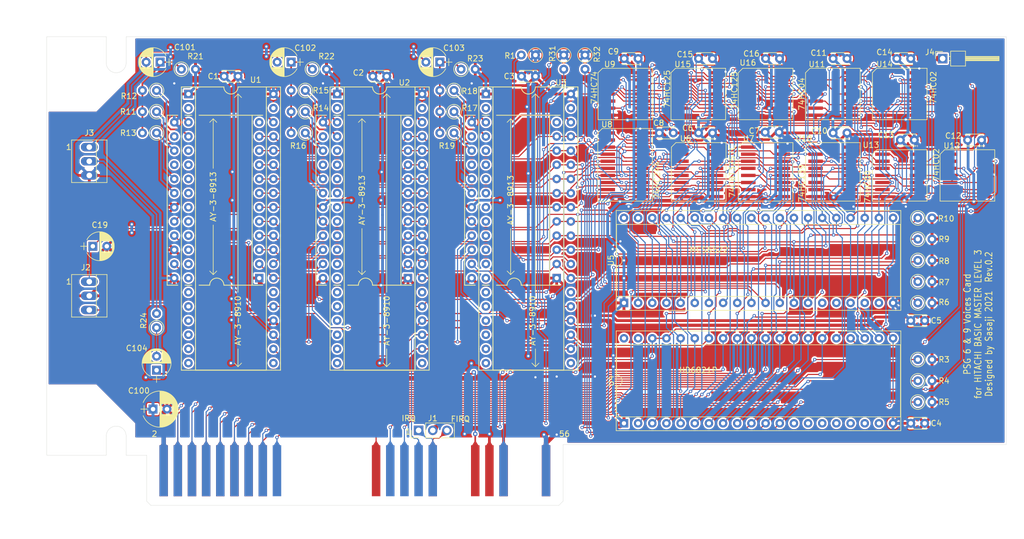
<source format=kicad_pcb>
(kicad_pcb (version 20171130) (host pcbnew "(5.1.8)-1")
  (title_block (title "PSG6&9 Card for HITACHI BASIC MASTER LEVEL-3") (date 2021-07-08) (rev 0.2) (comment 2 "Designed by Sasaji 2021"))
  (layers (0 F.Cu signal) (31 B.Cu signal) (34 B.Paste user) (35 F.Paste user) (36 B.SilkS user) (37 F.SilkS user) (38 B.Mask user) (39 F.Mask user) (44 Edge.Cuts user))
  (net 0 "")
  (net 1 VCC)
  (net 2 SOUND_IN)
  (net 3 "Net-(C104-Pad2)")
  (net 4 2M_CLK)
  (net 5 ~IRQ)
  (net 6 ~RES)
  (net 7 E)
  (net 8 R_~W)
  (net 9 A6)
  (net 10 A4)
  (net 11 A2)
  (net 12 A0)
  (net 13 D6)
  (net 14 D4)
  (net 15 D2)
  (net 16 D0)
  (net 17 ~FIRQ)
  (net 18 ~EX_IO)
  (net 19 A5)
  (net 20 A3)
  (net 21 A1)
  (net 22 D7)
  (net 23 D5)
  (net 24 D3)
  (net 25 D1)
  (net 26 ~INT)
  (net 27 PUR1)
  (net 28 S_SEL3)
  (net 29 PDB0)
  (net 30 PDB1)
  (net 31 PDB2)
  (net 32 VDB0)
  (net 33 VDB1)
  (net 34 VDB2)
  (net 35 VDB3)
  (net 36 VDB4)
  (net 37 SND1_1)
  (net 38 SND1_2)
  (net 39 SND1_3)
  (net 40 SND2_1)
  (net 41 SND2_2)
  (net 42 SND2_3)
  (net 43 SND3_1)
  (net 44 SND3_2)
  (net 45 SND3_3)
  (net 46 S_SEL1)
  (net 47 S_CLK)
  (net 48 DD0)
  (net 49 DD1)
  (net 50 DD2)
  (net 51 DD3)
  (net 52 DD4)
  (net 53 DD5)
  (net 54 DD6)
  (net 55 DD7)
  (net 56 BC1)
  (net 57 BDIR1)
  (net 58 S_SEL2)
  (net 59 ~SS_SEL2)
  (net 60 ~SS_SEL3)
  (net 61 PD0)
  (net 62 PIA_~VIA)
  (net 63 PD1)
  (net 64 ~A=FFx0)
  (net 65 PD2)
  (net 66 PIA_EN)
  (net 67 PD3)
  (net 68 PD4)
  (net 69 PD5)
  (net 70 PD6)
  (net 71 PD7)
  (net 72 VD0)
  (net 73 VD1)
  (net 74 VD2)
  (net 75 VIA_EN)
  (net 76 VD3)
  (net 77 VD4)
  (net 78 VD5)
  (net 79 VD6)
  (net 80 VD7)
  (net 81 VIA_~PIA)
  (net 82 ~GATE)
  (net 83 ~PDB2)
  (net 84 ~FF34,5_E_W)
  (net 85 ~A=FF2x,3x)
  (net 86 ~A=FF6x,7x)
  (net 87 ~A=FFx4)
  (net 88 ~A4)
  (net 89 ~PIA_EN)
  (net 90 ~S_SEL1)
  (net 91 ~BDIR1)
  (net 92 BW~R)
  (net 93 A=FFx4,5)
  (net 94 ~A=FFx4,5_E)
  (net 95 A=FF34,5_E)
  (net 96 ~FF34,5_E_R)
  (net 97 NOREAD)
  (net 98 GND)
  (net 99 /SND1_4)
  (net 100 /SND_A1)
  (net 101 /SND2_4)
  (net 102 /SND3_4)
  (net 103 /SND_A2)
  (net 104 /SW_PIA)
  (net 105 /SW_VIA)
  (net 106 "Net-(U14-Pad11)")
  (net 107 BE)
  (net 108 ~2MCLK_SEL)
  (net 109 ~1MCLK_SEL)
  (module Triangle:T (layer F.Cu) (at 176.53 57.785 90)
    (fp_text reference T hide)
    (fp_text value T hide)
    (pad "" smd trapezoid (at 0 0 90) (size 0.63 1) (rect_delta 0 0.62) (layers F.Cu) (net 62 PIA_~VIA))
  )
  (module DIP40n28:DIP40 (layer F.Cu) (at 120.65 123.19 90)
    (fp_text reference U4 (at 7.62 -2.33 90) (layer F.SilkS))
    (fp_text value HD6821P (at 9.525 13.335 180) (layer F.SilkS))
    (pad 1 thru_hole rect (at 0 0 90) (size 1.524 1.524) (drill 0.762) (layers *.Cu *.Mask) (net 98 GND))
    (pad 21 thru_hole oval (at 15.24 48.26 90) (size 1.524 1.524) (drill 0.762) (layers *.Cu *.Mask) (net 8 R_~W))
    (pad 2 thru_hole oval (at 0 2.54 90) (size 1.524 1.524) (drill 0.762) (layers *.Cu *.Mask) (net 61 PD0))
    (pad 22 thru_hole oval (at 15.24 45.72 90) (size 1.524 1.524) (drill 0.762) (layers *.Cu *.Mask) (net 62 PIA_~VIA))
    (pad 3 thru_hole oval (at 0 5.08 90) (size 1.524 1.524) (drill 0.762) (layers *.Cu *.Mask) (net 63 PD1))
    (pad 23 thru_hole oval (at 15.24 43.18 90) (size 1.524 1.524) (drill 0.762) (layers *.Cu *.Mask) (net 64 ~A=FFx0))
    (pad 4 thru_hole oval (at 0 7.62 90) (size 1.524 1.524) (drill 0.762) (layers *.Cu *.Mask) (net 65 PD2))
    (pad 24 thru_hole oval (at 15.24 40.64 90) (size 1.524 1.524) (drill 0.762) (layers *.Cu *.Mask) (net 66 PIA_EN))
    (pad 5 thru_hole oval (at 0 10.16 90) (size 1.524 1.524) (drill 0.762) (layers *.Cu *.Mask) (net 67 PD3))
    (pad 25 thru_hole oval (at 15.24 38.1 90) (size 1.524 1.524) (drill 0.762) (layers *.Cu *.Mask) (net 107 BE))
    (pad 6 thru_hole oval (at 0 12.7 90) (size 1.524 1.524) (drill 0.762) (layers *.Cu *.Mask) (net 68 PD4))
    (pad 26 thru_hole oval (at 15.24 35.56 90) (size 1.524 1.524) (drill 0.762) (layers *.Cu *.Mask) (net 22 D7))
    (pad 7 thru_hole oval (at 0 15.24 90) (size 1.524 1.524) (drill 0.762) (layers *.Cu *.Mask) (net 69 PD5))
    (pad 27 thru_hole oval (at 15.24 33.02 90) (size 1.524 1.524) (drill 0.762) (layers *.Cu *.Mask) (net 13 D6))
    (pad 8 thru_hole oval (at 0 17.78 90) (size 1.524 1.524) (drill 0.762) (layers *.Cu *.Mask) (net 70 PD6))
    (pad 28 thru_hole oval (at 15.24 30.48 90) (size 1.524 1.524) (drill 0.762) (layers *.Cu *.Mask) (net 23 D5))
    (pad 9 thru_hole oval (at 0 20.32 90) (size 1.524 1.524) (drill 0.762) (layers *.Cu *.Mask) (net 71 PD7))
    (pad 29 thru_hole oval (at 15.24 27.94 90) (size 1.524 1.524) (drill 0.762) (layers *.Cu *.Mask) (net 14 D4))
    (pad 10 thru_hole oval (at 0 22.86 90) (size 1.524 1.524) (drill 0.762) (layers *.Cu *.Mask) (net 29 PDB0))
    (pad 30 thru_hole oval (at 15.24 25.4 90) (size 1.524 1.524) (drill 0.762) (layers *.Cu *.Mask) (net 24 D3))
    (pad 11 thru_hole oval (at 0 25.4 90) (size 1.524 1.524) (drill 0.762) (layers *.Cu *.Mask) (net 30 PDB1))
    (pad 31 thru_hole oval (at 15.24 22.86 90) (size 1.524 1.524) (drill 0.762) (layers *.Cu *.Mask) (net 15 D2))
    (pad 12 thru_hole oval (at 0 27.94 90) (size 1.524 1.524) (drill 0.762) (layers *.Cu *.Mask) (net 31 PDB2))
    (pad 32 thru_hole oval (at 15.24 20.32 90) (size 1.524 1.524) (drill 0.762) (layers *.Cu *.Mask) (net 25 D1))
    (pad 13 thru_hole oval (at 0 30.48 90) (size 1.524 1.524) (drill 0.762) (layers *.Cu *.Mask))
    (pad 33 thru_hole oval (at 15.24 17.78 90) (size 1.524 1.524) (drill 0.762) (layers *.Cu *.Mask) (net 16 D0))
    (pad 14 thru_hole oval (at 0 33.02 90) (size 1.524 1.524) (drill 0.762) (layers *.Cu *.Mask))
    (pad 34 thru_hole oval (at 15.24 15.24 90) (size 1.524 1.524) (drill 0.762) (layers *.Cu *.Mask) (net 6 ~RES))
    (pad 15 thru_hole oval (at 0 35.56 90) (size 1.524 1.524) (drill 0.762) (layers *.Cu *.Mask))
    (pad 35 thru_hole oval (at 15.24 12.7 90) (size 1.524 1.524) (drill 0.762) (layers *.Cu *.Mask) (net 21 A1))
    (pad 16 thru_hole oval (at 0 38.1 90) (size 1.524 1.524) (drill 0.762) (layers *.Cu *.Mask))
    (pad 36 thru_hole oval (at 15.24 10.16 90) (size 1.524 1.524) (drill 0.762) (layers *.Cu *.Mask) (net 12 A0))
    (pad 17 thru_hole oval (at 0 40.64 90) (size 1.524 1.524) (drill 0.762) (layers *.Cu *.Mask))
    (pad 37 thru_hole oval (at 15.24 7.62 90) (size 1.524 1.524) (drill 0.762) (layers *.Cu *.Mask) (net 26 ~INT))
    (pad 18 thru_hole oval (at 0 43.18 90) (size 1.524 1.524) (drill 0.762) (layers *.Cu *.Mask))
    (pad 38 thru_hole oval (at 15.24 5.08 90) (size 1.524 1.524) (drill 0.762) (layers *.Cu *.Mask) (net 26 ~INT))
    (pad 19 thru_hole oval (at 0 45.72 90) (size 1.524 1.524) (drill 0.762) (layers *.Cu *.Mask))
    (pad 39 thru_hole oval (at 15.24 2.54 90) (size 1.524 1.524) (drill 0.762) (layers *.Cu *.Mask))
    (pad 20 thru_hole oval (at 0 48.26 90) (size 1.524 1.524) (drill 0.762) (layers *.Cu *.Mask) (net 1 VCC))
    (pad 40 thru_hole oval (at 15.24 0 90) (size 1.524 1.524) (drill 0.762) (layers *.Cu *.Mask))
  )
  (module SOIC:SOIC-14 (layer F.Cu) (at 146.05 64.135 270)
    (fp_text reference U16 (at -5.61 3.175) (layer F.SilkS))
    (fp_text value 74HC125 (at -0.635 5.588 270) (layer F.SilkS))
    (pad 7 smd rect (at 3.81 3.1 270) (size 0.6 2.6) (layers F.Cu F.Paste F.Mask) (net 98 GND))
    (pad 8 smd rect (at 3.81 -3.1 270) (size 0.6 2.6) (layers F.Cu F.Paste F.Mask))
    (pad 6 smd rect (at 2.54 3.1 270) (size 0.6 2.6) (layers F.Cu F.Paste F.Mask) (net 107 BE))
    (pad 9 smd rect (at 2.54 -3.1 270) (size 0.6 2.6) (layers F.Cu F.Paste F.Mask) (net 98 GND))
    (pad 5 smd rect (at 1.27 3.1 270) (size 0.6 2.6) (layers F.Cu F.Paste F.Mask) (net 7 E))
    (pad 10 smd rect (at 1.27 -3.1 270) (size 0.6 2.6) (layers F.Cu F.Paste F.Mask) (net 98 GND))
    (pad 4 smd rect (at 0 3.1 270) (size 0.6 2.6) (layers F.Cu F.Paste F.Mask) (net 98 GND))
    (pad 11 smd rect (at 0 -3.1 270) (size 0.6 2.6) (layers F.Cu F.Paste F.Mask) (net 47 S_CLK))
    (pad 3 smd rect (at -1.27 3.1 270) (size 0.6 2.6) (layers F.Cu F.Paste F.Mask) (net 47 S_CLK))
    (pad 12 smd rect (at -1.27 -3.1 270) (size 0.6 2.6) (layers F.Cu F.Paste F.Mask) (net 4 2M_CLK))
    (pad 2 smd rect (at -2.54 3.1 270) (size 0.6 2.6) (layers F.Cu F.Paste F.Mask) (net 107 BE))
    (pad 13 smd rect (at -2.54 -3.1 270) (size 0.6 2.6) (layers F.Cu F.Paste F.Mask) (net 108 ~2MCLK_SEL))
    (pad 1 smd rect (at -3.81 3.1 270) (size 0.6 2.6) (layers F.Cu F.Paste F.Mask) (net 109 ~1MCLK_SEL))
    (pad 14 smd rect (at -3.81 -3.1 270) (size 0.6 2.6) (layers F.Cu F.Paste F.Mask) (net 1 VCC))
  )
  (module Capacitors_ThroughHole:C_Disc_D3.0mm_W2.0mm_P2.50mm (layer F.Cu) (at 148.55 57.785 180)
    (fp_text reference C16 (at 5.04 0.889) (layer F.SilkS))
    (fp_text value 0.1u)
    (pad 1 thru_hole circle (at 0 0 180) (size 1.6 1.6) (drill 0.8) (layers *.Cu *.Mask) (net 1 VCC))
    (pad 2 thru_hole circle (at 2.5 0 180) (size 1.6 1.6) (drill 0.8) (layers *.Cu *.Mask) (net 98 GND))
  )
  (module Triangle:T (layer F.Cu) (at 87.122 123.698 270)
    (fp_text reference REF** hide)
    (fp_text value T hide)
    (pad "" smd trapezoid (at 0 0 315) (size 0.63 1) (rect_delta 0 0.62) (layers F.Cu) (net 26 ~INT))
  )
  (module Triangle:T (layer F.Cu) (at 88.138 125.222 90)
    (fp_text reference REF** hide)
    (fp_text value T hide)
    (pad "" smd trapezoid (at 0 0 135) (size 0.63 1) (rect_delta 0 0.62) (layers F.Cu) (net 17 ~FIRQ))
  )
  (module Triangle:T (layer F.Cu) (at 84.582 125.222 180)
    (fp_text reference "" hide)
    (fp_text value "" hide)
    (pad "" smd trapezoid (at 0 0 225) (size 0.63 1) (rect_delta 0 0.62) (layers B.Cu) (net 5 ~IRQ))
  )
  (module Triangle:T (layer F.Cu) (at 106.68 126.746)
    (fp_text reference REF** hide)
    (fp_text value T hide)
    (pad "" smd trapezoid (at 0 0) (size 0.63 1) (rect_delta 0 0.62) (layers B.Cu) (net 98 GND))
  )
  (module Triangle:T (layer F.Cu) (at 99.06 126.746)
    (fp_text reference REF** hide)
    (fp_text value T hide)
    (pad "" smd trapezoid (at 0 0) (size 0.63 1) (rect_delta 0 0.62) (layers B.Cu) (net 4 2M_CLK))
  )
  (module Triangle:T (layer F.Cu) (at 86.36 126.746)
    (fp_text reference REF** hide)
    (fp_text value T hide)
    (pad "" smd trapezoid (at 0 0) (size 0.63 1) (rect_delta 0 0.62) (layers B.Cu) (net 5 ~IRQ))
  )
  (module Triangle:T (layer F.Cu) (at 83.82 126.746)
    (fp_text reference REF** hide)
    (fp_text value T hide)
    (pad "" smd trapezoid (at 0 0) (size 0.63 1) (rect_delta 0 0.62) (layers B.Cu) (net 6 ~RES))
  )
  (module Triangle:T (layer F.Cu) (at 81.28 126.746)
    (fp_text reference REF** hide)
    (fp_text value T hide)
    (pad "" smd trapezoid (at 0 0) (size 0.63 1) (rect_delta 0 0.62) (layers B.Cu) (net 7 E))
  )
  (module Triangle:T (layer F.Cu) (at 78.74 126.746)
    (fp_text reference REF** hide)
    (fp_text value T hide)
    (pad "" smd trapezoid (at 0 0) (size 0.63 1) (rect_delta 0 0.62) (layers B.Cu) (net 8 R_~W))
  )
  (module Triangle:T (layer F.Cu) (at 58.42 126.746)
    (fp_text reference REF** hide)
    (fp_text value T hide)
    (pad "" smd trapezoid (at 0 0) (size 0.63 1) (rect_delta 0 0.62) (layers B.Cu) (net 9 A6))
  )
  (module Triangle:T (layer F.Cu) (at 55.88 126.746)
    (fp_text reference REF** hide)
    (fp_text value T hide)
    (pad "" smd trapezoid (at 0 0) (size 0.63 1) (rect_delta 0 0.62) (layers B.Cu) (net 10 A4))
  )
  (module Triangle:T (layer F.Cu) (at 53.34 126.746)
    (fp_text reference REF** hide)
    (fp_text value T hide)
    (pad "" smd trapezoid (at 0 0) (size 0.63 1) (rect_delta 0 0.62) (layers B.Cu) (net 11 A2))
  )
  (module Triangle:T (layer F.Cu) (at 50.8 126.746)
    (fp_text reference REF** hide)
    (fp_text value T hide)
    (pad "" smd trapezoid (at 0 0) (size 0.63 1) (rect_delta 0 0.62) (layers B.Cu) (net 12 A0))
  )
  (module Triangle:T (layer F.Cu) (at 48.26 126.746)
    (fp_text reference REF** hide)
    (fp_text value T hide)
    (pad "" smd trapezoid (at 0 0) (size 0.63 1) (rect_delta 0 0.62) (layers B.Cu) (net 13 D6))
  )
  (module Triangle:T (layer F.Cu) (at 45.72 126.746)
    (fp_text reference REF** hide)
    (fp_text value T hide)
    (pad "" smd trapezoid (at 0 0) (size 0.63 1) (rect_delta 0 0.62) (layers B.Cu) (net 14 D4))
  )
  (module Triangle:T (layer F.Cu) (at 43.18 126.746)
    (fp_text reference REF** hide)
    (fp_text value T hide)
    (pad "" smd trapezoid (at 0 0) (size 0.63 1) (rect_delta 0 0.62) (layers B.Cu) (net 15 D2))
  )
  (module Triangle:T (layer F.Cu) (at 38.1 126.746)
    (fp_text reference REF** hide)
    (fp_text value T hide)
    (pad "" smd trapezoid (at 0 0) (size 0.63 1) (rect_delta 0 0.62) (layers B.Cu) (net 1 VCC))
  )
  (module Triangle:T (layer F.Cu) (at 40.64 126.746)
    (fp_text reference REF** hide)
    (fp_text value T hide)
    (pad "" smd trapezoid (at 0 0) (size 0.63 1) (rect_delta 0 0.62) (layers F.Cu) (net 25 D1))
  )
  (module Triangle:T (layer F.Cu) (at 106.68 126.746)
    (fp_text reference REF** hide)
    (fp_text value T hide)
    (pad "" smd trapezoid (at 0 0) (size 0.63 1) (rect_delta 0 0.62) (layers F.Cu) (net 1 VCC))
  )
  (module Triangle:T (layer F.Cu) (at 99.06 126.746)
    (fp_text reference REF** hide)
    (fp_text value T hide)
    (pad "" smd trapezoid (at 0 0) (size 0.63 1) (rect_delta 0 0.62) (layers F.Cu) (net 98 GND))
  )
  (module Triangle:T (layer F.Cu) (at 96.52 126.746)
    (fp_text reference REF** hide)
    (fp_text value T hide)
    (pad "" smd trapezoid (at 0 0) (size 0.63 1) (rect_delta 0 0.62) (layers F.Cu) (net 98 GND))
  )
  (module Triangle:T (layer F.Cu) (at 93.98 126.746)
    (fp_text reference REF** hide)
    (fp_text value T hide)
    (pad "" smd trapezoid (at 0 0) (size 0.63 1) (rect_delta 0 0.62) (layers F.Cu) (net 2 SOUND_IN))
  )
  (module Triangle:T (layer F.Cu) (at 86.36 126.746)
    (fp_text reference REF** hide)
    (fp_text value T hide)
    (pad "" smd trapezoid (at 0 0) (size 0.63 1) (rect_delta 0 0.62) (layers F.Cu) (net 17 ~FIRQ))
  )
  (module Triangle:T (layer F.Cu) (at 76.2 126.746)
    (fp_text reference REF** hide)
    (fp_text value T hide)
    (pad "" smd trapezoid (at 0 0) (size 0.63 1) (rect_delta 0 0.62) (layers F.Cu) (net 18 ~EX_IO))
  )
  (module Triangle:T (layer F.Cu) (at 55.88 126.746)
    (fp_text reference REF** hide)
    (fp_text value T hide)
    (pad "" smd trapezoid (at 0 0) (size 0.63 1) (rect_delta 0 0.62) (layers F.Cu) (net 19 A5))
  )
  (module Triangle:T (layer F.Cu) (at 53.34 126.746)
    (fp_text reference REF** hide)
    (fp_text value T hide)
    (pad "" smd trapezoid (at 0 0) (size 0.63 1) (rect_delta 0 0.62) (layers F.Cu) (net 20 A3))
  )
  (module Triangle:T (layer F.Cu) (at 50.8 126.746)
    (fp_text reference REF** hide)
    (fp_text value T hide)
    (pad "" smd trapezoid (at 0 0) (size 0.63 1) (rect_delta 0 0.62) (layers F.Cu) (net 21 A1))
  )
  (module Triangle:T (layer F.Cu) (at 48.26 126.746)
    (fp_text reference REF** hide)
    (fp_text value T hide)
    (pad "" smd trapezoid (at 0 0) (size 0.63 1) (rect_delta 0 0.62) (layers F.Cu) (net 22 D7))
  )
  (module Triangle:T (layer F.Cu) (at 45.72 126.746)
    (fp_text reference REF** hide)
    (fp_text value T hide)
    (pad "" smd trapezoid (at 0 0) (size 0.63 1) (rect_delta 0 0.62) (layers F.Cu) (net 23 D5))
  )
  (module Triangle:T (layer F.Cu) (at 43.18 126.746)
    (fp_text reference REF** hide)
    (fp_text value T hide)
    (pad "" smd trapezoid (at 0 0) (size 0.63 1) (rect_delta 0 0.62) (layers F.Cu) (net 24 D3))
  )
  (module Triangle:T (layer F.Cu) (at 38.1 126.746)
    (fp_text reference REF** hide)
    (fp_text value T hide)
    (pad "" smd trapezoid (at 0 0) (size 0.63 1) (rect_delta 0 0.62) (layers F.Cu) (net 98 GND))
  )
  (module Triangle:T (layer F.Cu) (at 40.64 126.746)
    (fp_text reference REF** hide)
    (fp_text value T hide)
    (pad "" smd trapezoid (at 0 0) (size 0.63 1) (rect_delta 0 0.62) (layers B.Cu) (net 16 D0))
  )
  (module CardEdge:CardEdge56 (layer F.Cu) (at 71.12 127.127)
    (fp_text reference EDGE1)
    (fp_text value Conn_02x28_Odd_Even)
    (fp_text user 56 (at 38.862 -2.032) (layer F.SilkS))
    (fp_text user 2 (at -34.671 -2.032) (layer F.SilkS))
    (pad 55 connect rect (at 35.56 4.572) (size 1.524 9.144) (layers B.Cu) (net 98 GND))
    (pad 49 connect rect (at 27.94 4.572) (size 1.524 9.144) (layers B.Cu) (net 4 2M_CLK))
    (pad 39 connect rect (at 15.24 4.572) (size 1.524 9.144) (layers B.Cu) (net 5 ~IRQ))
    (pad 37 connect rect (at 12.7 4.572) (size 1.524 9.144) (layers B.Cu) (net 6 ~RES))
    (pad 35 connect rect (at 10.16 4.572) (size 1.524 9.144) (layers B.Cu) (net 7 E))
    (pad 33 connect rect (at 7.62 4.572) (size 1.524 9.144) (layers B.Cu) (net 8 R_~W))
    (pad 17 connect rect (at -12.7 4.572) (size 1.524 9.144) (layers B.Cu) (net 9 A6))
    (pad 15 connect rect (at -15.24 4.572) (size 1.524 9.144) (layers B.Cu) (net 10 A4))
    (pad 13 connect rect (at -17.78 4.572) (size 1.524 9.144) (layers B.Cu) (net 11 A2))
    (pad 11 connect rect (at -20.32 4.572) (size 1.524 9.144) (layers B.Cu) (net 12 A0))
    (pad 9 connect rect (at -22.86 4.572) (size 1.524 9.144) (layers B.Cu) (net 13 D6))
    (pad 7 connect rect (at -25.4 4.572) (size 1.524 9.144) (layers B.Cu) (net 14 D4))
    (pad 5 connect rect (at -27.94 4.572) (size 1.524 9.144) (layers B.Cu) (net 15 D2))
    (pad 3 connect rect (at -30.48 4.572) (size 1.524 9.144) (layers B.Cu) (net 16 D0))
    (pad 1 connect rect (at -33.02 4.572) (size 1.524 9.144) (layers B.Cu) (net 1 VCC))
    (pad 56 connect rect (at 35.56 4.572) (size 1.524 9.144) (layers F.Cu) (net 1 VCC))
    (pad 50 connect rect (at 27.94 4.572) (size 1.524 9.144) (layers F.Cu) (net 98 GND))
    (pad 48 connect rect (at 25.4 4.572) (size 1.524 9.144) (layers F.Cu) (net 98 GND))
    (pad 46 connect rect (at 22.86 4.572) (size 1.524 9.144) (layers F.Cu) (net 2 SOUND_IN))
    (pad 40 connect rect (at 15.24 4.572) (size 1.524 9.144) (layers F.Cu) (net 17 ~FIRQ))
    (pad 32 connect rect (at 5.08 4.572) (size 1.524 9.144) (layers F.Cu) (net 18 ~EX_IO))
    (pad 16 connect rect (at -15.24 4.572) (size 1.524 9.144) (layers F.Cu) (net 19 A5))
    (pad 14 connect rect (at -17.78 4.572) (size 1.524 9.144) (layers F.Cu) (net 20 A3))
    (pad 12 connect rect (at -20.32 4.572) (size 1.524 9.144) (layers F.Cu) (net 21 A1))
    (pad 10 connect rect (at -22.86 4.572) (size 1.524 9.144) (layers F.Cu) (net 22 D7))
    (pad 8 connect rect (at -25.4 4.572) (size 1.524 9.144) (layers F.Cu) (net 23 D5))
    (pad 6 connect rect (at -27.94 4.572) (size 1.524 9.144) (layers F.Cu) (net 24 D3))
    (pad 4 connect rect (at -30.48 4.572) (size 1.524 9.144) (layers F.Cu) (net 25 D1))
    (pad 2 connect rect (at -33.02 4.572) (size 1.524 9.144) (layers F.Cu) (net 98 GND))
  )
  (module Pin_Headers:Pin_Header_Angled_1x01_Pitch2.54mm (layer F.Cu) (at 177.8 57.785)
    (fp_text reference J4 (at -2.286 -1.143) (layer F.SilkS))
    (fp_text value Conn_01x01_Male)
    (pad 1 thru_hole rect (at 0 0) (size 1.7 1.7) (drill 1) (layers *.Cu *.Mask) (net 62 PIA_~VIA))
  )
  (module DIP40n28:DIP40 (layer F.Cu) (at 120.65 101.6 90)
    (fp_text reference U5 (at 7.62 -2.33 90) (layer F.SilkS))
    (fp_text value MCS6522 (at 9.525 15.24 180) (layer F.SilkS))
    (pad 1 thru_hole rect (at 0 0 90) (size 1.524 1.524) (drill 0.762) (layers *.Cu *.Mask) (net 98 GND))
    (pad 21 thru_hole oval (at 15.24 48.26 90) (size 1.524 1.524) (drill 0.762) (layers *.Cu *.Mask) (net 26 ~INT))
    (pad 2 thru_hole oval (at 0 2.54 90) (size 1.524 1.524) (drill 0.762) (layers *.Cu *.Mask) (net 72 VD0))
    (pad 22 thru_hole oval (at 15.24 45.72 90) (size 1.524 1.524) (drill 0.762) (layers *.Cu *.Mask) (net 8 R_~W))
    (pad 3 thru_hole oval (at 0 5.08 90) (size 1.524 1.524) (drill 0.762) (layers *.Cu *.Mask) (net 73 VD1))
    (pad 23 thru_hole oval (at 15.24 43.18 90) (size 1.524 1.524) (drill 0.762) (layers *.Cu *.Mask) (net 62 PIA_~VIA))
    (pad 4 thru_hole oval (at 0 7.62 90) (size 1.524 1.524) (drill 0.762) (layers *.Cu *.Mask) (net 74 VD2))
    (pad 24 thru_hole oval (at 15.24 40.64 90) (size 1.524 1.524) (drill 0.762) (layers *.Cu *.Mask) (net 75 VIA_EN))
    (pad 5 thru_hole oval (at 0 10.16 90) (size 1.524 1.524) (drill 0.762) (layers *.Cu *.Mask) (net 76 VD3))
    (pad 25 thru_hole oval (at 15.24 38.1 90) (size 1.524 1.524) (drill 0.762) (layers *.Cu *.Mask) (net 107 BE))
    (pad 6 thru_hole oval (at 0 12.7 90) (size 1.524 1.524) (drill 0.762) (layers *.Cu *.Mask) (net 77 VD4))
    (pad 26 thru_hole oval (at 15.24 35.56 90) (size 1.524 1.524) (drill 0.762) (layers *.Cu *.Mask) (net 22 D7))
    (pad 7 thru_hole oval (at 0 15.24 90) (size 1.524 1.524) (drill 0.762) (layers *.Cu *.Mask) (net 78 VD5))
    (pad 27 thru_hole oval (at 15.24 33.02 90) (size 1.524 1.524) (drill 0.762) (layers *.Cu *.Mask) (net 13 D6))
    (pad 8 thru_hole oval (at 0 17.78 90) (size 1.524 1.524) (drill 0.762) (layers *.Cu *.Mask) (net 79 VD6))
    (pad 28 thru_hole oval (at 15.24 30.48 90) (size 1.524 1.524) (drill 0.762) (layers *.Cu *.Mask) (net 23 D5))
    (pad 9 thru_hole oval (at 0 20.32 90) (size 1.524 1.524) (drill 0.762) (layers *.Cu *.Mask) (net 80 VD7))
    (pad 29 thru_hole oval (at 15.24 27.94 90) (size 1.524 1.524) (drill 0.762) (layers *.Cu *.Mask) (net 14 D4))
    (pad 10 thru_hole oval (at 0 22.86 90) (size 1.524 1.524) (drill 0.762) (layers *.Cu *.Mask) (net 32 VDB0))
    (pad 30 thru_hole oval (at 15.24 25.4 90) (size 1.524 1.524) (drill 0.762) (layers *.Cu *.Mask) (net 24 D3))
    (pad 11 thru_hole oval (at 0 25.4 90) (size 1.524 1.524) (drill 0.762) (layers *.Cu *.Mask) (net 33 VDB1))
    (pad 31 thru_hole oval (at 15.24 22.86 90) (size 1.524 1.524) (drill 0.762) (layers *.Cu *.Mask) (net 15 D2))
    (pad 12 thru_hole oval (at 0 27.94 90) (size 1.524 1.524) (drill 0.762) (layers *.Cu *.Mask) (net 34 VDB2))
    (pad 32 thru_hole oval (at 15.24 20.32 90) (size 1.524 1.524) (drill 0.762) (layers *.Cu *.Mask) (net 25 D1))
    (pad 13 thru_hole oval (at 0 30.48 90) (size 1.524 1.524) (drill 0.762) (layers *.Cu *.Mask) (net 35 VDB3))
    (pad 33 thru_hole oval (at 15.24 17.78 90) (size 1.524 1.524) (drill 0.762) (layers *.Cu *.Mask) (net 16 D0))
    (pad 14 thru_hole oval (at 0 33.02 90) (size 1.524 1.524) (drill 0.762) (layers *.Cu *.Mask) (net 36 VDB4))
    (pad 34 thru_hole oval (at 15.24 15.24 90) (size 1.524 1.524) (drill 0.762) (layers *.Cu *.Mask) (net 6 ~RES))
    (pad 15 thru_hole oval (at 0 35.56 90) (size 1.524 1.524) (drill 0.762) (layers *.Cu *.Mask))
    (pad 35 thru_hole oval (at 15.24 12.7 90) (size 1.524 1.524) (drill 0.762) (layers *.Cu *.Mask) (net 20 A3))
    (pad 16 thru_hole oval (at 0 38.1 90) (size 1.524 1.524) (drill 0.762) (layers *.Cu *.Mask))
    (pad 36 thru_hole oval (at 15.24 10.16 90) (size 1.524 1.524) (drill 0.762) (layers *.Cu *.Mask) (net 11 A2))
    (pad 17 thru_hole oval (at 0 40.64 90) (size 1.524 1.524) (drill 0.762) (layers *.Cu *.Mask))
    (pad 37 thru_hole oval (at 15.24 7.62 90) (size 1.524 1.524) (drill 0.762) (layers *.Cu *.Mask) (net 21 A1))
    (pad 18 thru_hole oval (at 0 43.18 90) (size 1.524 1.524) (drill 0.762) (layers *.Cu *.Mask))
    (pad 38 thru_hole oval (at 15.24 5.08 90) (size 1.524 1.524) (drill 0.762) (layers *.Cu *.Mask) (net 12 A0))
    (pad 19 thru_hole oval (at 0 45.72 90) (size 1.524 1.524) (drill 0.762) (layers *.Cu *.Mask))
    (pad 39 thru_hole oval (at 15.24 2.54 90) (size 1.524 1.524) (drill 0.762) (layers *.Cu *.Mask))
    (pad 20 thru_hole oval (at 0 48.26 90) (size 1.524 1.524) (drill 0.762) (layers *.Cu *.Mask) (net 1 VCC))
    (pad 40 thru_hole oval (at 15.24 0 90) (size 1.524 1.524) (drill 0.762) (layers *.Cu *.Mask))
  )
  (module SOIC:SOIC-14 (layer F.Cu) (at 133.985 64.135 270)
    (fp_text reference U15 (at -5.334 2.794) (layer F.SilkS))
    (fp_text value 74HC125 (at -0.889 5.588 90) (layer F.SilkS))
    (pad 7 smd rect (at 3.81 3.1 270) (size 0.6 2.6) (layers F.Cu F.Paste F.Mask) (net 98 GND))
    (pad 8 smd rect (at 3.81 -3.1 270) (size 0.6 2.6) (layers F.Cu F.Paste F.Mask) (net 22 D7))
    (pad 6 smd rect (at 2.54 3.1 270) (size 0.6 2.6) (layers F.Cu F.Paste F.Mask) (net 16 D0))
    (pad 9 smd rect (at 2.54 -3.1 270) (size 0.6 2.6) (layers F.Cu F.Paste F.Mask) (net 109 ~1MCLK_SEL))
    (pad 5 smd rect (at 1.27 3.1 270) (size 0.6 2.6) (layers F.Cu F.Paste F.Mask) (net 81 VIA_~PIA))
    (pad 10 smd rect (at 1.27 -3.1 270) (size 0.6 2.6) (layers F.Cu F.Paste F.Mask) (net 96 ~FF34,5_E_R))
    (pad 4 smd rect (at 0 3.1 270) (size 0.6 2.6) (layers F.Cu F.Paste F.Mask) (net 96 ~FF34,5_E_R))
    (pad 11 smd rect (at 0 -3.1 270) (size 0.6 2.6) (layers F.Cu F.Paste F.Mask) (net 28 S_SEL3))
    (pad 3 smd rect (at -1.27 3.1 270) (size 0.6 2.6) (layers F.Cu F.Paste F.Mask) (net 28 S_SEL3))
    (pad 12 smd rect (at -1.27 -3.1 270) (size 0.6 2.6) (layers F.Cu F.Paste F.Mask) (net 36 VDB4))
    (pad 2 smd rect (at -2.54 3.1 270) (size 0.6 2.6) (layers F.Cu F.Paste F.Mask) (net 98 GND))
    (pad 13 smd rect (at -2.54 -3.1 270) (size 0.6 2.6) (layers F.Cu F.Paste F.Mask) (net 62 PIA_~VIA))
    (pad 1 smd rect (at -3.81 3.1 270) (size 0.6 2.6) (layers F.Cu F.Paste F.Mask) (net 81 VIA_~PIA))
    (pad 14 smd rect (at -3.81 -3.1 270) (size 0.6 2.6) (layers F.Cu F.Paste F.Mask) (net 1 VCC))
  )
  (module SOIC:SOIC-14 (layer F.Cu) (at 170.105 64.135 270)
    (fp_text reference U14 (at -5.334 2.719) (layer F.SilkS))
    (fp_text value 74HC02 (at -1.143 -6.044 90) (layer F.SilkS))
    (pad 7 smd rect (at 3.81 3.1 270) (size 0.6 2.6) (layers F.Cu F.Paste F.Mask) (net 98 GND))
    (pad 8 smd rect (at 3.81 -3.1 270) (size 0.6 2.6) (layers F.Cu F.Paste F.Mask) (net 97 NOREAD))
    (pad 6 smd rect (at 2.54 3.1 270) (size 0.6 2.6) (layers F.Cu F.Paste F.Mask) (net 46 S_SEL1))
    (pad 9 smd rect (at 2.54 -3.1 270) (size 0.6 2.6) (layers F.Cu F.Paste F.Mask) (net 90 ~S_SEL1))
    (pad 5 smd rect (at 1.27 3.1 270) (size 0.6 2.6) (layers F.Cu F.Paste F.Mask) (net 58 S_SEL2))
    (pad 10 smd rect (at 1.27 -3.1 270) (size 0.6 2.6) (layers F.Cu F.Paste F.Mask) (net 59 ~SS_SEL2))
    (pad 4 smd rect (at 0 3.1 270) (size 0.6 2.6) (layers F.Cu F.Paste F.Mask) (net 106 "Net-(U14-Pad11)"))
    (pad 11 smd rect (at 0 -3.1 270) (size 0.6 2.6) (layers F.Cu F.Paste F.Mask) (net 106 "Net-(U14-Pad11)"))
    (pad 3 smd rect (at -1.27 3.1 270) (size 0.6 2.6) (layers F.Cu F.Paste F.Mask) (net 57 BDIR1))
    (pad 12 smd rect (at -1.27 -3.1 270) (size 0.6 2.6) (layers F.Cu F.Paste F.Mask) (net 97 NOREAD))
    (pad 2 smd rect (at -2.54 3.1 270) (size 0.6 2.6) (layers F.Cu F.Paste F.Mask) (net 56 BC1))
    (pad 13 smd rect (at -2.54 -3.1 270) (size 0.6 2.6) (layers F.Cu F.Paste F.Mask) (net 60 ~SS_SEL3))
    (pad 1 smd rect (at -3.81 3.1 270) (size 0.6 2.6) (layers F.Cu F.Paste F.Mask) (net 82 ~GATE))
    (pad 14 smd rect (at -3.81 -3.1 270) (size 0.6 2.6) (layers F.Cu F.Paste F.Mask) (net 1 VCC))
  )
  (module SOIC:SOIC-14 (layer F.Cu) (at 170.105 78.74 270)
    (fp_text reference U13 (at -5.461 5.155) (layer F.SilkS))
    (fp_text value 74HC00 (at 2.032 5.767 90) (layer F.SilkS))
    (pad 7 smd rect (at 3.81 3.1 270) (size 0.6 2.6) (layers F.Cu F.Paste F.Mask) (net 98 GND))
    (pad 8 smd rect (at 3.81 -3.1 270) (size 0.6 2.6) (layers F.Cu F.Paste F.Mask) (net 97 NOREAD))
    (pad 6 smd rect (at 2.54 3.1 270) (size 0.6 2.6) (layers F.Cu F.Paste F.Mask) (net 96 ~FF34,5_E_R))
    (pad 9 smd rect (at 2.54 -3.1 270) (size 0.6 2.6) (layers F.Cu F.Paste F.Mask) (net 56 BC1))
    (pad 5 smd rect (at 1.27 3.1 270) (size 0.6 2.6) (layers F.Cu F.Paste F.Mask) (net 8 R_~W))
    (pad 10 smd rect (at 1.27 -3.1 270) (size 0.6 2.6) (layers F.Cu F.Paste F.Mask) (net 91 ~BDIR1))
    (pad 4 smd rect (at 0 3.1 270) (size 0.6 2.6) (layers F.Cu F.Paste F.Mask) (net 95 A=FF34,5_E))
    (pad 11 smd rect (at 0 -3.1 270) (size 0.6 2.6) (layers F.Cu F.Paste F.Mask) (net 94 ~A=FFx4,5_E))
    (pad 3 smd rect (at -1.27 3.1 270) (size 0.6 2.6) (layers F.Cu F.Paste F.Mask) (net 84 ~FF34,5_E_W))
    (pad 12 smd rect (at -1.27 -3.1 270) (size 0.6 2.6) (layers F.Cu F.Paste F.Mask) (net 107 BE))
    (pad 2 smd rect (at -2.54 3.1 270) (size 0.6 2.6) (layers F.Cu F.Paste F.Mask) (net 92 BW~R))
    (pad 13 smd rect (at -2.54 -3.1 270) (size 0.6 2.6) (layers F.Cu F.Paste F.Mask) (net 93 A=FFx4,5))
    (pad 1 smd rect (at -3.81 3.1 270) (size 0.6 2.6) (layers F.Cu F.Paste F.Mask) (net 95 A=FF34,5_E))
    (pad 14 smd rect (at -3.81 -3.1 270) (size 0.6 2.6) (layers F.Cu F.Paste F.Mask) (net 1 VCC))
  )
  (module SOIC:SOIC-14 (layer F.Cu) (at 182.245 78.74 270)
    (fp_text reference U12 (at -5.334 2.794) (layer F.SilkS))
    (fp_text value 74HC02 (at -1.905 5.588 90) (layer F.SilkS))
    (pad 7 smd rect (at 3.81 3.1 270) (size 0.6 2.6) (layers F.Cu F.Paste F.Mask) (net 98 GND))
    (pad 8 smd rect (at 3.81 -3.1 270) (size 0.6 2.6) (layers F.Cu F.Paste F.Mask) (net 89 ~PIA_EN))
    (pad 6 smd rect (at 2.54 3.1 270) (size 0.6 2.6) (layers F.Cu F.Paste F.Mask) (net 85 ~A=FF2x,3x))
    (pad 9 smd rect (at 2.54 -3.1 270) (size 0.6 2.6) (layers F.Cu F.Paste F.Mask) (net 94 ~A=FFx4,5_E))
    (pad 5 smd rect (at 1.27 3.1 270) (size 0.6 2.6) (layers F.Cu F.Paste F.Mask) (net 88 ~A4))
    (pad 10 smd rect (at 1.27 -3.1 270) (size 0.6 2.6) (layers F.Cu F.Paste F.Mask) (net 95 A=FF34,5_E))
    (pad 4 smd rect (at 0 3.1 270) (size 0.6 2.6) (layers F.Cu F.Paste F.Mask) (net 66 PIA_EN))
    (pad 11 smd rect (at 0 -3.1 270) (size 0.6 2.6) (layers F.Cu F.Paste F.Mask) (net 86 ~A=FF6x,7x))
    (pad 3 smd rect (at -1.27 3.1 270) (size 0.6 2.6) (layers F.Cu F.Paste F.Mask) (net 21 A1))
    (pad 12 smd rect (at -1.27 -3.1 270) (size 0.6 2.6) (layers F.Cu F.Paste F.Mask) (net 88 ~A4))
    (pad 2 smd rect (at -2.54 3.1 270) (size 0.6 2.6) (layers F.Cu F.Paste F.Mask) (net 87 ~A=FFx4))
    (pad 13 smd rect (at -2.54 -3.1 270) (size 0.6 2.6) (layers F.Cu F.Paste F.Mask) (net 75 VIA_EN))
    (pad 1 smd rect (at -3.81 3.1 270) (size 0.6 2.6) (layers F.Cu F.Paste F.Mask) (net 93 A=FFx4,5))
    (pad 14 smd rect (at -3.81 -3.1 270) (size 0.6 2.6) (layers F.Cu F.Paste F.Mask) (net 1 VCC))
  )
  (module SOIC:SOIC-14 (layer F.Cu) (at 158.115 64.135 270)
    (fp_text reference U11 (at -5.334 2.846) (layer F.SilkS))
    (fp_text value 74HC04 (at 0 5.588 90) (layer F.SilkS))
    (pad 7 smd rect (at 3.81 3.1 270) (size 0.6 2.6) (layers F.Cu F.Paste F.Mask) (net 98 GND))
    (pad 8 smd rect (at 3.81 -3.1 270) (size 0.6 2.6) (layers F.Cu F.Paste F.Mask) (net 90 ~S_SEL1))
    (pad 6 smd rect (at 2.54 3.1 270) (size 0.6 2.6) (layers F.Cu F.Paste F.Mask) (net 89 ~PIA_EN))
    (pad 9 smd rect (at 2.54 -3.1 270) (size 0.6 2.6) (layers F.Cu F.Paste F.Mask) (net 46 S_SEL1))
    (pad 5 smd rect (at 1.27 3.1 270) (size 0.6 2.6) (layers F.Cu F.Paste F.Mask) (net 66 PIA_EN))
    (pad 10 smd rect (at 1.27 -3.1 270) (size 0.6 2.6) (layers F.Cu F.Paste F.Mask) (net 91 ~BDIR1))
    (pad 4 smd rect (at 0 3.1 270) (size 0.6 2.6) (layers F.Cu F.Paste F.Mask) (net 83 ~PDB2))
    (pad 11 smd rect (at 0 -3.1 270) (size 0.6 2.6) (layers F.Cu F.Paste F.Mask) (net 57 BDIR1))
    (pad 3 smd rect (at -1.27 3.1 270) (size 0.6 2.6) (layers F.Cu F.Paste F.Mask) (net 31 PDB2))
    (pad 12 smd rect (at -1.27 -3.1 270) (size 0.6 2.6) (layers F.Cu F.Paste F.Mask) (net 92 BW~R))
    (pad 2 smd rect (at -2.54 3.1 270) (size 0.6 2.6) (layers F.Cu F.Paste F.Mask) (net 88 ~A4))
    (pad 13 smd rect (at -2.54 -3.1 270) (size 0.6 2.6) (layers F.Cu F.Paste F.Mask) (net 8 R_~W))
    (pad 1 smd rect (at -3.81 3.1 270) (size 0.6 2.6) (layers F.Cu F.Paste F.Mask) (net 10 A4))
    (pad 14 smd rect (at -3.81 -3.1 270) (size 0.6 2.6) (layers F.Cu F.Paste F.Mask) (net 1 VCC))
  )
  (module SOIC:SOIC-16 (layer F.Cu) (at 158.115 78.105 270)
    (fp_text reference U10 (at -5.969 5.207) (layer F.SilkS))
    (fp_text value 74HC139 (at 2.032 5.588 90) (layer F.SilkS))
    (pad 8 smd rect (at 4.445 3.1 270) (size 0.6 2.6) (layers F.Cu F.Paste F.Mask) (net 98 GND))
    (pad 9 smd rect (at 4.445 -3.1 270) (size 0.6 2.6) (layers F.Cu F.Paste F.Mask))
    (pad 7 smd rect (at 3.175 3.1 270) (size 0.6 2.6) (layers F.Cu F.Paste F.Mask) (net 86 ~A=FF6x,7x))
    (pad 10 smd rect (at 3.175 -3.1 270) (size 0.6 2.6) (layers F.Cu F.Paste F.Mask))
    (pad 6 smd rect (at 1.905 3.1 270) (size 0.6 2.6) (layers F.Cu F.Paste F.Mask))
    (pad 11 smd rect (at 1.905 -3.1 270) (size 0.6 2.6) (layers F.Cu F.Paste F.Mask) (net 87 ~A=FFx4))
    (pad 5 smd rect (at 0.635 3.1 270) (size 0.6 2.6) (layers F.Cu F.Paste F.Mask) (net 85 ~A=FF2x,3x))
    (pad 12 smd rect (at 0.635 -3.1 270) (size 0.6 2.6) (layers F.Cu F.Paste F.Mask) (net 64 ~A=FFx0))
    (pad 4 smd rect (at -0.635 3.1 270) (size 0.6 2.6) (layers F.Cu F.Paste F.Mask))
    (pad 13 smd rect (at -0.635 -3.1 270) (size 0.6 2.6) (layers F.Cu F.Paste F.Mask) (net 20 A3))
    (pad 3 smd rect (at -1.905 3.1 270) (size 0.6 2.6) (layers F.Cu F.Paste F.Mask) (net 9 A6))
    (pad 14 smd rect (at -1.905 -3.1 270) (size 0.6 2.6) (layers F.Cu F.Paste F.Mask) (net 11 A2))
    (pad 2 smd rect (at -3.175 3.1 270) (size 0.6 2.6) (layers F.Cu F.Paste F.Mask) (net 19 A5))
    (pad 15 smd rect (at -3.175 -3.1 270) (size 0.6 2.6) (layers F.Cu F.Paste F.Mask) (net 18 ~EX_IO))
    (pad 1 smd rect (at -4.445 3.1 270) (size 0.6 2.6) (layers F.Cu F.Paste F.Mask) (net 18 ~EX_IO))
    (pad 16 smd rect (at -4.445 -3.1 270) (size 0.6 2.6) (layers F.Cu F.Paste F.Mask) (net 1 VCC))
  )
  (module SOIC:SOIC-14 (layer F.Cu) (at 120.904 64.135 270)
    (fp_text reference U9 (at -5.334 2.794) (layer F.SilkS))
    (fp_text value 74HC74 (at -1.143 5.588 90) (layer F.SilkS))
    (pad 7 smd rect (at 3.81 3.1 270) (size 0.6 2.6) (layers F.Cu F.Paste F.Mask) (net 98 GND))
    (pad 8 smd rect (at 3.81 -3.1 270) (size 0.6 2.6) (layers F.Cu F.Paste F.Mask) (net 108 ~2MCLK_SEL))
    (pad 6 smd rect (at 2.54 3.1 270) (size 0.6 2.6) (layers F.Cu F.Paste F.Mask) (net 62 PIA_~VIA))
    (pad 9 smd rect (at 2.54 -3.1 270) (size 0.6 2.6) (layers F.Cu F.Paste F.Mask) (net 109 ~1MCLK_SEL))
    (pad 5 smd rect (at 1.27 3.1 270) (size 0.6 2.6) (layers F.Cu F.Paste F.Mask) (net 81 VIA_~PIA))
    (pad 10 smd rect (at 1.27 -3.1 270) (size 0.6 2.6) (layers F.Cu F.Paste F.Mask) (net 105 /SW_VIA))
    (pad 4 smd rect (at 0 3.1 270) (size 0.6 2.6) (layers F.Cu F.Paste F.Mask) (net 105 /SW_VIA))
    (pad 11 smd rect (at 0 -3.1 270) (size 0.6 2.6) (layers F.Cu F.Paste F.Mask) (net 84 ~FF34,5_E_W))
    (pad 3 smd rect (at -1.27 3.1 270) (size 0.6 2.6) (layers F.Cu F.Paste F.Mask) (net 84 ~FF34,5_E_W))
    (pad 12 smd rect (at -1.27 -3.1 270) (size 0.6 2.6) (layers F.Cu F.Paste F.Mask) (net 22 D7))
    (pad 2 smd rect (at -2.54 3.1 270) (size 0.6 2.6) (layers F.Cu F.Paste F.Mask) (net 16 D0))
    (pad 13 smd rect (at -2.54 -3.1 270) (size 0.6 2.6) (layers F.Cu F.Paste F.Mask) (net 104 /SW_PIA))
    (pad 1 smd rect (at -3.81 3.1 270) (size 0.6 2.6) (layers F.Cu F.Paste F.Mask) (net 104 /SW_PIA))
    (pad 14 smd rect (at -3.81 -3.1 270) (size 0.6 2.6) (layers F.Cu F.Paste F.Mask) (net 1 VCC))
  )
  (module SOIC:SOIC-20 (layer F.Cu) (at 120.852 76.835 270)
    (fp_text reference U8 (at -7.239 3.25) (layer F.SilkS))
    (fp_text value 74HC244 (at 2.794 -5.767 270) (layer F.SilkS))
    (pad 10 smd rect (at 5.715 3.1 270) (size 0.6 2.6) (layers F.Cu F.Paste F.Mask) (net 98 GND))
    (pad 11 smd rect (at 5.715 -3.1 270) (size 0.6 2.6) (layers F.Cu F.Paste F.Mask) (net 32 VDB0))
    (pad 9 smd rect (at 4.445 3.1 270) (size 0.6 2.6) (layers F.Cu F.Paste F.Mask) (net 57 BDIR1))
    (pad 12 smd rect (at 4.445 -3.1 270) (size 0.6 2.6) (layers F.Cu F.Paste F.Mask) (net 46 S_SEL1))
    (pad 8 smd rect (at 3.175 3.1 270) (size 0.6 2.6) (layers F.Cu F.Paste F.Mask) (net 83 ~PDB2))
    (pad 13 smd rect (at 3.175 -3.1 270) (size 0.6 2.6) (layers F.Cu F.Paste F.Mask) (net 33 VDB1))
    (pad 7 smd rect (at 1.905 3.1 270) (size 0.6 2.6) (layers F.Cu F.Paste F.Mask) (net 56 BC1))
    (pad 14 smd rect (at 1.905 -3.1 270) (size 0.6 2.6) (layers F.Cu F.Paste F.Mask) (net 58 S_SEL2))
    (pad 6 smd rect (at 0.635 3.1 270) (size 0.6 2.6) (layers F.Cu F.Paste F.Mask) (net 31 PDB2))
    (pad 15 smd rect (at 0.635 -3.1 270) (size 0.6 2.6) (layers F.Cu F.Paste F.Mask) (net 34 VDB2))
    (pad 5 smd rect (at -0.635 3.1 270) (size 0.6 2.6) (layers F.Cu F.Paste F.Mask) (net 46 S_SEL1))
    (pad 16 smd rect (at -0.635 -3.1 270) (size 0.6 2.6) (layers F.Cu F.Paste F.Mask) (net 57 BDIR1))
    (pad 4 smd rect (at -1.905 3.1 270) (size 0.6 2.6) (layers F.Cu F.Paste F.Mask) (net 30 PDB1))
    (pad 17 smd rect (at -1.905 -3.1 270) (size 0.6 2.6) (layers F.Cu F.Paste F.Mask) (net 35 VDB3))
    (pad 3 smd rect (at -3.175 3.1 270) (size 0.6 2.6) (layers F.Cu F.Paste F.Mask) (net 58 S_SEL2))
    (pad 18 smd rect (at -3.175 -3.1 270) (size 0.6 2.6) (layers F.Cu F.Paste F.Mask) (net 56 BC1))
    (pad 2 smd rect (at -4.445 3.1 270) (size 0.6 2.6) (layers F.Cu F.Paste F.Mask) (net 29 PDB0))
    (pad 19 smd rect (at -4.445 -3.1 270) (size 0.6 2.6) (layers F.Cu F.Paste F.Mask) (net 62 PIA_~VIA))
    (pad 1 smd rect (at -5.715 3.1 270) (size 0.6 2.6) (layers F.Cu F.Paste F.Mask) (net 81 VIA_~PIA))
    (pad 20 smd rect (at -5.715 -3.1 270) (size 0.6 2.6) (layers F.Cu F.Paste F.Mask) (net 1 VCC))
  )
  (module SOIC:SOIC-16 (layer F.Cu) (at 146.05 78.105 270)
    (fp_text reference U7 (at -5.969 3.048) (layer F.SilkS))
    (fp_text value 74CBT3257C)
    (pad 8 smd rect (at 4.445 3.1 270) (size 0.6 2.6) (layers F.Cu F.Paste F.Mask) (net 98 GND))
    (pad 9 smd rect (at 4.445 -3.1 270) (size 0.6 2.6) (layers F.Cu F.Paste F.Mask) (net 54 DD6))
    (pad 7 smd rect (at 3.175 3.1 270) (size 0.6 2.6) (layers F.Cu F.Paste F.Mask) (net 53 DD5))
    (pad 10 smd rect (at 3.175 -3.1 270) (size 0.6 2.6) (layers F.Cu F.Paste F.Mask) (net 79 VD6))
    (pad 6 smd rect (at 1.905 3.1 270) (size 0.6 2.6) (layers F.Cu F.Paste F.Mask) (net 78 VD5))
    (pad 11 smd rect (at 1.905 -3.1 270) (size 0.6 2.6) (layers F.Cu F.Paste F.Mask) (net 70 PD6))
    (pad 5 smd rect (at 0.635 3.1 270) (size 0.6 2.6) (layers F.Cu F.Paste F.Mask) (net 69 PD5))
    (pad 12 smd rect (at 0.635 -3.1 270) (size 0.6 2.6) (layers F.Cu F.Paste F.Mask) (net 55 DD7))
    (pad 4 smd rect (at -0.635 3.1 270) (size 0.6 2.6) (layers F.Cu F.Paste F.Mask) (net 52 DD4))
    (pad 13 smd rect (at -0.635 -3.1 270) (size 0.6 2.6) (layers F.Cu F.Paste F.Mask) (net 80 VD7))
    (pad 3 smd rect (at -1.905 3.1 270) (size 0.6 2.6) (layers F.Cu F.Paste F.Mask) (net 77 VD4))
    (pad 14 smd rect (at -1.905 -3.1 270) (size 0.6 2.6) (layers F.Cu F.Paste F.Mask) (net 71 PD7))
    (pad 2 smd rect (at -3.175 3.1 270) (size 0.6 2.6) (layers F.Cu F.Paste F.Mask) (net 68 PD4))
    (pad 15 smd rect (at -3.175 -3.1 270) (size 0.6 2.6) (layers F.Cu F.Paste F.Mask) (net 82 ~GATE))
    (pad 1 smd rect (at -4.445 3.1 270) (size 0.6 2.6) (layers F.Cu F.Paste F.Mask) (net 81 VIA_~PIA))
    (pad 16 smd rect (at -4.445 -3.1 270) (size 0.6 2.6) (layers F.Cu F.Paste F.Mask) (net 1 VCC))
  )
  (module SOIC:SOIC-16 (layer F.Cu) (at 134.06 78.105 270)
    (fp_text reference U6 (at -5.969 2.361) (layer F.SilkS))
    (fp_text value 74CBT3257C (at -0.127 -6.021 90) (layer F.SilkS))
    (pad 8 smd rect (at 4.445 3.1 270) (size 0.6 2.6) (layers F.Cu F.Paste F.Mask) (net 98 GND))
    (pad 9 smd rect (at 4.445 -3.1 270) (size 0.6 2.6) (layers F.Cu F.Paste F.Mask) (net 50 DD2))
    (pad 7 smd rect (at 3.175 3.1 270) (size 0.6 2.6) (layers F.Cu F.Paste F.Mask) (net 49 DD1))
    (pad 10 smd rect (at 3.175 -3.1 270) (size 0.6 2.6) (layers F.Cu F.Paste F.Mask) (net 74 VD2))
    (pad 6 smd rect (at 1.905 3.1 270) (size 0.6 2.6) (layers F.Cu F.Paste F.Mask) (net 73 VD1))
    (pad 11 smd rect (at 1.905 -3.1 270) (size 0.6 2.6) (layers F.Cu F.Paste F.Mask) (net 65 PD2))
    (pad 5 smd rect (at 0.635 3.1 270) (size 0.6 2.6) (layers F.Cu F.Paste F.Mask) (net 63 PD1))
    (pad 12 smd rect (at 0.635 -3.1 270) (size 0.6 2.6) (layers F.Cu F.Paste F.Mask) (net 51 DD3))
    (pad 4 smd rect (at -0.635 3.1 270) (size 0.6 2.6) (layers F.Cu F.Paste F.Mask) (net 48 DD0))
    (pad 13 smd rect (at -0.635 -3.1 270) (size 0.6 2.6) (layers F.Cu F.Paste F.Mask) (net 76 VD3))
    (pad 3 smd rect (at -1.905 3.1 270) (size 0.6 2.6) (layers F.Cu F.Paste F.Mask) (net 72 VD0))
    (pad 14 smd rect (at -1.905 -3.1 270) (size 0.6 2.6) (layers F.Cu F.Paste F.Mask) (net 67 PD3))
    (pad 2 smd rect (at -3.175 3.1 270) (size 0.6 2.6) (layers F.Cu F.Paste F.Mask) (net 61 PD0))
    (pad 15 smd rect (at -3.175 -3.1 270) (size 0.6 2.6) (layers F.Cu F.Paste F.Mask) (net 82 ~GATE))
    (pad 1 smd rect (at -4.445 3.1 270) (size 0.6 2.6) (layers F.Cu F.Paste F.Mask) (net 81 VIA_~PIA))
    (pad 16 smd rect (at -4.445 -3.1 270) (size 0.6 2.6) (layers F.Cu F.Paste F.Mask) (net 1 VCC))
  )
  (module Capacitors_ThroughHole:CP_Radial_D6.3mm_P2.50mm (layer F.Cu) (at 36.195 120.65)
    (fp_text reference C100 (at -2.54 -3.302 180) (layer F.SilkS))
    (fp_text value 100u)
    (pad 1 thru_hole rect (at 0 0) (size 1.6 1.6) (drill 0.8) (layers *.Cu *.Mask) (net 1 VCC))
    (pad 2 thru_hole circle (at 2.5 0) (size 1.6 1.6) (drill 0.8) (layers *.Cu *.Mask) (net 98 GND))
  )
  (module DIP40n28:DIP40n24 (layer F.Cu) (at 103.505 86.995)
    (fp_text reference U3 (at 5.842 -24.892 180) (layer F.SilkS))
    (fp_text value AY-3-8910_n_13)
    (fp_text user AY-3-8913 (at -3.175 -3.81 90) (layer F.SilkS))
    (fp_text user AY-3-8910 (at 0.762 17.78 90) (layer F.SilkS))
    (pad 64 thru_hole circle (at -10.16 10.16 180) (size 1.524 1.524) (drill 0.762) (layers *.Cu *.Mask) (net 98 GND))
    (pad 63 thru_hole circle (at -10.16 7.62 180) (size 1.524 1.524) (drill 0.762) (layers *.Cu *.Mask) (net 28 S_SEL3))
    (pad 62 thru_hole circle (at -10.16 5.08 180) (size 1.524 1.524) (drill 0.762) (layers *.Cu *.Mask) (net 60 ~SS_SEL3))
    (pad 61 thru_hole circle (at -10.16 2.54 180) (size 1.524 1.524) (drill 0.762) (layers *.Cu *.Mask) (net 6 ~RES))
    (pad 60 thru_hole circle (at -10.16 0 180) (size 1.524 1.524) (drill 0.762) (layers *.Cu *.Mask) (net 47 S_CLK))
    (pad 59 thru_hole circle (at -10.16 -2.54 180) (size 1.524 1.524) (drill 0.762) (layers *.Cu *.Mask) (net 98 GND))
    (pad 58 thru_hole circle (at -10.16 -5.08 180) (size 1.524 1.524) (drill 0.762) (layers *.Cu *.Mask) (net 45 SND3_3))
    (pad 57 thru_hole circle (at -10.16 -7.62 180) (size 1.524 1.524) (drill 0.762) (layers *.Cu *.Mask) (net 43 SND3_1))
    (pad 56 thru_hole circle (at -10.16 -10.16 180) (size 1.524 1.524) (drill 0.762) (layers *.Cu *.Mask))
    (pad 55 thru_hole circle (at -10.16 -12.7 180) (size 1.524 1.524) (drill 0.762) (layers *.Cu *.Mask) (net 44 SND3_2))
    (pad 54 thru_hole circle (at -10.16 -15.24 180) (size 1.524 1.524) (drill 0.762) (layers *.Cu *.Mask))
    (pad 53 thru_hole circle (at -10.16 -17.78 180) (size 1.524 1.524) (drill 0.762) (layers *.Cu *.Mask) (net 1 VCC))
    (pad 52 thru_hole circle (at 5.08 -17.78 180) (size 1.524 1.524) (drill 0.762) (layers *.Cu *.Mask))
    (pad 51 thru_hole circle (at 5.08 -15.24 180) (size 1.524 1.524) (drill 0.762) (layers *.Cu *.Mask) (net 48 DD0))
    (pad 50 thru_hole circle (at 5.08 -12.7 180) (size 1.524 1.524) (drill 0.762) (layers *.Cu *.Mask) (net 49 DD1))
    (pad 49 thru_hole circle (at 5.08 -10.16 180) (size 1.524 1.524) (drill 0.762) (layers *.Cu *.Mask) (net 50 DD2))
    (pad 48 thru_hole circle (at 5.08 -7.62 180) (size 1.524 1.524) (drill 0.762) (layers *.Cu *.Mask) (net 51 DD3))
    (pad 47 thru_hole circle (at 5.08 -5.08 180) (size 1.524 1.524) (drill 0.762) (layers *.Cu *.Mask) (net 52 DD4))
    (pad 46 thru_hole circle (at 5.08 -2.54 180) (size 1.524 1.524) (drill 0.762) (layers *.Cu *.Mask) (net 53 DD5))
    (pad 45 thru_hole circle (at 5.08 0 180) (size 1.524 1.524) (drill 0.762) (layers *.Cu *.Mask) (net 54 DD6))
    (pad 44 thru_hole circle (at 5.08 2.54 180) (size 1.524 1.524) (drill 0.762) (layers *.Cu *.Mask) (net 55 DD7))
    (pad 43 thru_hole circle (at 5.08 5.08 180) (size 1.524 1.524) (drill 0.762) (layers *.Cu *.Mask) (net 56 BC1))
    (pad 42 thru_hole circle (at 5.08 7.62 180) (size 1.524 1.524) (drill 0.762) (layers *.Cu *.Mask) (net 57 BDIR1))
    (pad 41 thru_hole rect (at 5.08 10.16 180) (size 1.524 1.524) (drill 0.762) (layers *.Cu *.Mask) (net 98 GND))
    (pad 40 thru_hole circle (at 7.62 -22.86) (size 1.524 1.524) (drill 0.762) (layers *.Cu *.Mask) (net 1 VCC))
    (pad 39 thru_hole circle (at 7.62 -20.32) (size 1.524 1.524) (drill 0.762) (layers *.Cu *.Mask))
    (pad 38 thru_hole circle (at 7.62 -17.78) (size 1.524 1.524) (drill 0.762) (layers *.Cu *.Mask) (net 45 SND3_3))
    (pad 37 thru_hole circle (at 7.62 -15.24) (size 1.524 1.524) (drill 0.762) (layers *.Cu *.Mask) (net 48 DD0))
    (pad 36 thru_hole circle (at 7.62 -12.7) (size 1.524 1.524) (drill 0.762) (layers *.Cu *.Mask) (net 49 DD1))
    (pad 35 thru_hole circle (at 7.62 -10.16) (size 1.524 1.524) (drill 0.762) (layers *.Cu *.Mask) (net 50 DD2))
    (pad 34 thru_hole circle (at 7.62 -7.62) (size 1.524 1.524) (drill 0.762) (layers *.Cu *.Mask) (net 51 DD3))
    (pad 33 thru_hole circle (at 7.62 -5.08) (size 1.524 1.524) (drill 0.762) (layers *.Cu *.Mask) (net 52 DD4))
    (pad 32 thru_hole circle (at 7.62 -2.54) (size 1.524 1.524) (drill 0.762) (layers *.Cu *.Mask) (net 53 DD5))
    (pad 31 thru_hole circle (at 7.62 0) (size 1.524 1.524) (drill 0.762) (layers *.Cu *.Mask) (net 54 DD6))
    (pad 30 thru_hole circle (at 7.62 2.54) (size 1.524 1.524) (drill 0.762) (layers *.Cu *.Mask) (net 55 DD7))
    (pad 29 thru_hole circle (at 7.62 5.08) (size 1.524 1.524) (drill 0.762) (layers *.Cu *.Mask) (net 56 BC1))
    (pad 28 thru_hole circle (at 7.62 7.62) (size 1.524 1.524) (drill 0.762) (layers *.Cu *.Mask) (net 27 PUR1))
    (pad 27 thru_hole circle (at 7.62 10.16) (size 1.524 1.524) (drill 0.762) (layers *.Cu *.Mask) (net 57 BDIR1))
    (pad 26 thru_hole circle (at 7.62 12.7) (size 1.524 1.524) (drill 0.762) (layers *.Cu *.Mask))
    (pad 25 thru_hole circle (at 7.62 15.24) (size 1.524 1.524) (drill 0.762) (layers *.Cu *.Mask) (net 28 S_SEL3))
    (pad 24 thru_hole circle (at 7.62 17.78) (size 1.524 1.524) (drill 0.762) (layers *.Cu *.Mask) (net 60 ~SS_SEL3))
    (pad 23 thru_hole circle (at 7.62 20.32) (size 1.524 1.524) (drill 0.762) (layers *.Cu *.Mask) (net 6 ~RES))
    (pad 22 thru_hole circle (at 7.62 22.86) (size 1.524 1.524) (drill 0.762) (layers *.Cu *.Mask) (net 47 S_CLK))
    (pad 21 thru_hole circle (at 7.62 25.4) (size 1.524 1.524) (drill 0.762) (layers *.Cu *.Mask))
    (pad 20 thru_hole circle (at -7.62 25.4) (size 1.524 1.524) (drill 0.762) (layers *.Cu *.Mask))
    (pad 19 thru_hole circle (at -7.62 22.86) (size 1.524 1.524) (drill 0.762) (layers *.Cu *.Mask))
    (pad 18 thru_hole circle (at -7.62 20.32) (size 1.524 1.524) (drill 0.762) (layers *.Cu *.Mask))
    (pad 17 thru_hole circle (at -7.62 17.78) (size 1.524 1.524) (drill 0.762) (layers *.Cu *.Mask))
    (pad 16 thru_hole circle (at -7.62 15.24) (size 1.524 1.524) (drill 0.762) (layers *.Cu *.Mask))
    (pad 15 thru_hole circle (at -7.62 12.7) (size 1.524 1.524) (drill 0.762) (layers *.Cu *.Mask))
    (pad 14 thru_hole circle (at -7.62 10.16) (size 1.524 1.524) (drill 0.762) (layers *.Cu *.Mask))
    (pad 13 thru_hole circle (at -7.62 7.62) (size 1.524 1.524) (drill 0.762) (layers *.Cu *.Mask))
    (pad 12 thru_hole circle (at -7.62 5.08) (size 1.524 1.524) (drill 0.762) (layers *.Cu *.Mask))
    (pad 11 thru_hole circle (at -7.62 2.54) (size 1.524 1.524) (drill 0.762) (layers *.Cu *.Mask))
    (pad 10 thru_hole circle (at -7.62 0) (size 1.524 1.524) (drill 0.762) (layers *.Cu *.Mask))
    (pad 9 thru_hole circle (at -7.62 -2.54) (size 1.524 1.524) (drill 0.762) (layers *.Cu *.Mask))
    (pad 8 thru_hole circle (at -7.62 -5.08) (size 1.524 1.524) (drill 0.762) (layers *.Cu *.Mask))
    (pad 7 thru_hole circle (at -7.62 -7.62) (size 1.524 1.524) (drill 0.762) (layers *.Cu *.Mask))
    (pad 6 thru_hole circle (at -7.62 -10.16) (size 1.524 1.524) (drill 0.762) (layers *.Cu *.Mask))
    (pad 5 thru_hole circle (at -7.62 -12.7) (size 1.524 1.524) (drill 0.762) (layers *.Cu *.Mask))
    (pad 4 thru_hole circle (at -7.62 -15.24) (size 1.524 1.524) (drill 0.762) (layers *.Cu *.Mask) (net 43 SND3_1))
    (pad 3 thru_hole circle (at -7.62 -17.78) (size 1.524 1.524) (drill 0.762) (layers *.Cu *.Mask) (net 44 SND3_2))
    (pad 2 thru_hole circle (at -7.62 -20.32) (size 1.524 1.524) (drill 0.762) (layers *.Cu *.Mask))
    (pad 1 thru_hole rect (at -7.62 -22.86) (size 1.524 1.524) (drill 0.762) (layers *.Cu *.Mask) (net 98 GND))
  )
  (module DIP40n28:DIP40n24 (layer F.Cu) (at 76.835 86.995)
    (fp_text reference U2 (at 4.445 -24.892 180) (layer F.SilkS))
    (fp_text value AY-3-8910_n_13)
    (fp_text user AY-3-8913 (at -3.175 -3.81 90) (layer F.SilkS))
    (fp_text user AY-3-8910 (at 1.27 17.78 90) (layer F.SilkS))
    (pad 64 thru_hole circle (at -10.16 10.16 180) (size 1.524 1.524) (drill 0.762) (layers *.Cu *.Mask) (net 98 GND))
    (pad 63 thru_hole circle (at -10.16 7.62 180) (size 1.524 1.524) (drill 0.762) (layers *.Cu *.Mask) (net 58 S_SEL2))
    (pad 62 thru_hole circle (at -10.16 5.08 180) (size 1.524 1.524) (drill 0.762) (layers *.Cu *.Mask) (net 59 ~SS_SEL2))
    (pad 61 thru_hole circle (at -10.16 2.54 180) (size 1.524 1.524) (drill 0.762) (layers *.Cu *.Mask) (net 6 ~RES))
    (pad 60 thru_hole circle (at -10.16 0 180) (size 1.524 1.524) (drill 0.762) (layers *.Cu *.Mask) (net 47 S_CLK))
    (pad 59 thru_hole circle (at -10.16 -2.54 180) (size 1.524 1.524) (drill 0.762) (layers *.Cu *.Mask) (net 98 GND))
    (pad 58 thru_hole circle (at -10.16 -5.08 180) (size 1.524 1.524) (drill 0.762) (layers *.Cu *.Mask) (net 42 SND2_3))
    (pad 57 thru_hole circle (at -10.16 -7.62 180) (size 1.524 1.524) (drill 0.762) (layers *.Cu *.Mask) (net 40 SND2_1))
    (pad 56 thru_hole circle (at -10.16 -10.16 180) (size 1.524 1.524) (drill 0.762) (layers *.Cu *.Mask))
    (pad 55 thru_hole circle (at -10.16 -12.7 180) (size 1.524 1.524) (drill 0.762) (layers *.Cu *.Mask) (net 41 SND2_2))
    (pad 54 thru_hole circle (at -10.16 -15.24 180) (size 1.524 1.524) (drill 0.762) (layers *.Cu *.Mask))
    (pad 53 thru_hole circle (at -10.16 -17.78 180) (size 1.524 1.524) (drill 0.762) (layers *.Cu *.Mask) (net 1 VCC))
    (pad 52 thru_hole circle (at 5.08 -17.78 180) (size 1.524 1.524) (drill 0.762) (layers *.Cu *.Mask))
    (pad 51 thru_hole circle (at 5.08 -15.24 180) (size 1.524 1.524) (drill 0.762) (layers *.Cu *.Mask) (net 48 DD0))
    (pad 50 thru_hole circle (at 5.08 -12.7 180) (size 1.524 1.524) (drill 0.762) (layers *.Cu *.Mask) (net 49 DD1))
    (pad 49 thru_hole circle (at 5.08 -10.16 180) (size 1.524 1.524) (drill 0.762) (layers *.Cu *.Mask) (net 50 DD2))
    (pad 48 thru_hole circle (at 5.08 -7.62 180) (size 1.524 1.524) (drill 0.762) (layers *.Cu *.Mask) (net 51 DD3))
    (pad 47 thru_hole circle (at 5.08 -5.08 180) (size 1.524 1.524) (drill 0.762) (layers *.Cu *.Mask) (net 52 DD4))
    (pad 46 thru_hole circle (at 5.08 -2.54 180) (size 1.524 1.524) (drill 0.762) (layers *.Cu *.Mask) (net 53 DD5))
    (pad 45 thru_hole circle (at 5.08 0 180) (size 1.524 1.524) (drill 0.762) (layers *.Cu *.Mask) (net 54 DD6))
    (pad 44 thru_hole circle (at 5.08 2.54 180) (size 1.524 1.524) (drill 0.762) (layers *.Cu *.Mask) (net 55 DD7))
    (pad 43 thru_hole circle (at 5.08 5.08 180) (size 1.524 1.524) (drill 0.762) (layers *.Cu *.Mask) (net 56 BC1))
    (pad 42 thru_hole circle (at 5.08 7.62 180) (size 1.524 1.524) (drill 0.762) (layers *.Cu *.Mask) (net 57 BDIR1))
    (pad 41 thru_hole rect (at 5.08 10.16 180) (size 1.524 1.524) (drill 0.762) (layers *.Cu *.Mask) (net 98 GND))
    (pad 40 thru_hole circle (at 7.62 -22.86) (size 1.524 1.524) (drill 0.762) (layers *.Cu *.Mask) (net 1 VCC))
    (pad 39 thru_hole circle (at 7.62 -20.32) (size 1.524 1.524) (drill 0.762) (layers *.Cu *.Mask))
    (pad 38 thru_hole circle (at 7.62 -17.78) (size 1.524 1.524) (drill 0.762) (layers *.Cu *.Mask) (net 42 SND2_3))
    (pad 37 thru_hole circle (at 7.62 -15.24) (size 1.524 1.524) (drill 0.762) (layers *.Cu *.Mask) (net 48 DD0))
    (pad 36 thru_hole circle (at 7.62 -12.7) (size 1.524 1.524) (drill 0.762) (layers *.Cu *.Mask) (net 49 DD1))
    (pad 35 thru_hole circle (at 7.62 -10.16) (size 1.524 1.524) (drill 0.762) (layers *.Cu *.Mask) (net 50 DD2))
    (pad 34 thru_hole circle (at 7.62 -7.62) (size 1.524 1.524) (drill 0.762) (layers *.Cu *.Mask) (net 51 DD3))
    (pad 33 thru_hole circle (at 7.62 -5.08) (size 1.524 1.524) (drill 0.762) (layers *.Cu *.Mask) (net 52 DD4))
    (pad 32 thru_hole circle (at 7.62 -2.54) (size 1.524 1.524) (drill 0.762) (layers *.Cu *.Mask) (net 53 DD5))
    (pad 31 thru_hole circle (at 7.62 0) (size 1.524 1.524) (drill 0.762) (layers *.Cu *.Mask) (net 54 DD6))
    (pad 30 thru_hole circle (at 7.62 2.54) (size 1.524 1.524) (drill 0.762) (layers *.Cu *.Mask) (net 55 DD7))
    (pad 29 thru_hole circle (at 7.62 5.08) (size 1.524 1.524) (drill 0.762) (layers *.Cu *.Mask) (net 56 BC1))
    (pad 28 thru_hole circle (at 7.62 7.62) (size 1.524 1.524) (drill 0.762) (layers *.Cu *.Mask) (net 27 PUR1))
    (pad 27 thru_hole circle (at 7.62 10.16) (size 1.524 1.524) (drill 0.762) (layers *.Cu *.Mask) (net 57 BDIR1))
    (pad 26 thru_hole circle (at 7.62 12.7) (size 1.524 1.524) (drill 0.762) (layers *.Cu *.Mask))
    (pad 25 thru_hole circle (at 7.62 15.24) (size 1.524 1.524) (drill 0.762) (layers *.Cu *.Mask) (net 58 S_SEL2))
    (pad 24 thru_hole circle (at 7.62 17.78) (size 1.524 1.524) (drill 0.762) (layers *.Cu *.Mask) (net 59 ~SS_SEL2))
    (pad 23 thru_hole circle (at 7.62 20.32) (size 1.524 1.524) (drill 0.762) (layers *.Cu *.Mask) (net 6 ~RES))
    (pad 22 thru_hole circle (at 7.62 22.86) (size 1.524 1.524) (drill 0.762) (layers *.Cu *.Mask) (net 47 S_CLK))
    (pad 21 thru_hole circle (at 7.62 25.4) (size 1.524 1.524) (drill 0.762) (layers *.Cu *.Mask))
    (pad 20 thru_hole circle (at -7.62 25.4) (size 1.524 1.524) (drill 0.762) (layers *.Cu *.Mask))
    (pad 19 thru_hole circle (at -7.62 22.86) (size 1.524 1.524) (drill 0.762) (layers *.Cu *.Mask))
    (pad 18 thru_hole circle (at -7.62 20.32) (size 1.524 1.524) (drill 0.762) (layers *.Cu *.Mask))
    (pad 17 thru_hole circle (at -7.62 17.78) (size 1.524 1.524) (drill 0.762) (layers *.Cu *.Mask))
    (pad 16 thru_hole circle (at -7.62 15.24) (size 1.524 1.524) (drill 0.762) (layers *.Cu *.Mask))
    (pad 15 thru_hole circle (at -7.62 12.7) (size 1.524 1.524) (drill 0.762) (layers *.Cu *.Mask))
    (pad 14 thru_hole circle (at -7.62 10.16) (size 1.524 1.524) (drill 0.762) (layers *.Cu *.Mask))
    (pad 13 thru_hole circle (at -7.62 7.62) (size 1.524 1.524) (drill 0.762) (layers *.Cu *.Mask))
    (pad 12 thru_hole circle (at -7.62 5.08) (size 1.524 1.524) (drill 0.762) (layers *.Cu *.Mask))
    (pad 11 thru_hole circle (at -7.62 2.54) (size 1.524 1.524) (drill 0.762) (layers *.Cu *.Mask))
    (pad 10 thru_hole circle (at -7.62 0) (size 1.524 1.524) (drill 0.762) (layers *.Cu *.Mask))
    (pad 9 thru_hole circle (at -7.62 -2.54) (size 1.524 1.524) (drill 0.762) (layers *.Cu *.Mask))
    (pad 8 thru_hole circle (at -7.62 -5.08) (size 1.524 1.524) (drill 0.762) (layers *.Cu *.Mask))
    (pad 7 thru_hole circle (at -7.62 -7.62) (size 1.524 1.524) (drill 0.762) (layers *.Cu *.Mask))
    (pad 6 thru_hole circle (at -7.62 -10.16) (size 1.524 1.524) (drill 0.762) (layers *.Cu *.Mask))
    (pad 5 thru_hole circle (at -7.62 -12.7) (size 1.524 1.524) (drill 0.762) (layers *.Cu *.Mask))
    (pad 4 thru_hole circle (at -7.62 -15.24) (size 1.524 1.524) (drill 0.762) (layers *.Cu *.Mask) (net 40 SND2_1))
    (pad 3 thru_hole circle (at -7.62 -17.78) (size 1.524 1.524) (drill 0.762) (layers *.Cu *.Mask) (net 41 SND2_2))
    (pad 2 thru_hole circle (at -7.62 -20.32) (size 1.524 1.524) (drill 0.762) (layers *.Cu *.Mask))
    (pad 1 thru_hole rect (at -7.62 -22.86) (size 1.524 1.524) (drill 0.762) (layers *.Cu *.Mask) (net 98 GND))
  )
  (module DIP40n28:DIP40n24 (layer F.Cu) (at 50.165 86.995)
    (fp_text reference U1 (at 4.445 -25.4 180) (layer F.SilkS))
    (fp_text value AY-3-8910_n_13)
    (fp_text user AY-3-8913 (at -3.175 -4.445 90) (layer F.SilkS))
    (fp_text user AY-3-8910 (at 1.27 17.78 90) (layer F.SilkS))
    (pad 64 thru_hole circle (at -10.16 10.16 180) (size 1.524 1.524) (drill 0.762) (layers *.Cu *.Mask) (net 98 GND))
    (pad 63 thru_hole circle (at -10.16 7.62 180) (size 1.524 1.524) (drill 0.762) (layers *.Cu *.Mask) (net 46 S_SEL1))
    (pad 62 thru_hole circle (at -10.16 5.08 180) (size 1.524 1.524) (drill 0.762) (layers *.Cu *.Mask) (net 98 GND))
    (pad 61 thru_hole circle (at -10.16 2.54 180) (size 1.524 1.524) (drill 0.762) (layers *.Cu *.Mask) (net 6 ~RES))
    (pad 60 thru_hole circle (at -10.16 0 180) (size 1.524 1.524) (drill 0.762) (layers *.Cu *.Mask) (net 47 S_CLK))
    (pad 59 thru_hole circle (at -10.16 -2.54 180) (size 1.524 1.524) (drill 0.762) (layers *.Cu *.Mask) (net 98 GND))
    (pad 58 thru_hole circle (at -10.16 -5.08 180) (size 1.524 1.524) (drill 0.762) (layers *.Cu *.Mask) (net 39 SND1_3))
    (pad 57 thru_hole circle (at -10.16 -7.62 180) (size 1.524 1.524) (drill 0.762) (layers *.Cu *.Mask) (net 37 SND1_1))
    (pad 56 thru_hole circle (at -10.16 -10.16 180) (size 1.524 1.524) (drill 0.762) (layers *.Cu *.Mask))
    (pad 55 thru_hole circle (at -10.16 -12.7 180) (size 1.524 1.524) (drill 0.762) (layers *.Cu *.Mask) (net 38 SND1_2))
    (pad 54 thru_hole circle (at -10.16 -15.24 180) (size 1.524 1.524) (drill 0.762) (layers *.Cu *.Mask))
    (pad 53 thru_hole circle (at -10.16 -17.78 180) (size 1.524 1.524) (drill 0.762) (layers *.Cu *.Mask) (net 1 VCC))
    (pad 52 thru_hole circle (at 5.08 -17.78 180) (size 1.524 1.524) (drill 0.762) (layers *.Cu *.Mask))
    (pad 51 thru_hole circle (at 5.08 -15.24 180) (size 1.524 1.524) (drill 0.762) (layers *.Cu *.Mask) (net 48 DD0))
    (pad 50 thru_hole circle (at 5.08 -12.7 180) (size 1.524 1.524) (drill 0.762) (layers *.Cu *.Mask) (net 49 DD1))
    (pad 49 thru_hole circle (at 5.08 -10.16 180) (size 1.524 1.524) (drill 0.762) (layers *.Cu *.Mask) (net 50 DD2))
    (pad 48 thru_hole circle (at 5.08 -7.62 180) (size 1.524 1.524) (drill 0.762) (layers *.Cu *.Mask) (net 51 DD3))
    (pad 47 thru_hole circle (at 5.08 -5.08 180) (size 1.524 1.524) (drill 0.762) (layers *.Cu *.Mask) (net 52 DD4))
    (pad 46 thru_hole circle (at 5.08 -2.54 180) (size 1.524 1.524) (drill 0.762) (layers *.Cu *.Mask) (net 53 DD5))
    (pad 45 thru_hole circle (at 5.08 0 180) (size 1.524 1.524) (drill 0.762) (layers *.Cu *.Mask) (net 54 DD6))
    (pad 44 thru_hole circle (at 5.08 2.54 180) (size 1.524 1.524) (drill 0.762) (layers *.Cu *.Mask) (net 55 DD7))
    (pad 43 thru_hole circle (at 5.08 5.08 180) (size 1.524 1.524) (drill 0.762) (layers *.Cu *.Mask) (net 56 BC1))
    (pad 42 thru_hole circle (at 5.08 7.62 180) (size 1.524 1.524) (drill 0.762) (layers *.Cu *.Mask) (net 57 BDIR1))
    (pad 41 thru_hole rect (at 5.08 10.16 180) (size 1.524 1.524) (drill 0.762) (layers *.Cu *.Mask) (net 98 GND))
    (pad 40 thru_hole circle (at 7.62 -22.86) (size 1.524 1.524) (drill 0.762) (layers *.Cu *.Mask) (net 1 VCC))
    (pad 39 thru_hole circle (at 7.62 -20.32) (size 1.524 1.524) (drill 0.762) (layers *.Cu *.Mask))
    (pad 38 thru_hole circle (at 7.62 -17.78) (size 1.524 1.524) (drill 0.762) (layers *.Cu *.Mask) (net 39 SND1_3))
    (pad 37 thru_hole circle (at 7.62 -15.24) (size 1.524 1.524) (drill 0.762) (layers *.Cu *.Mask) (net 48 DD0))
    (pad 36 thru_hole circle (at 7.62 -12.7) (size 1.524 1.524) (drill 0.762) (layers *.Cu *.Mask) (net 49 DD1))
    (pad 35 thru_hole circle (at 7.62 -10.16) (size 1.524 1.524) (drill 0.762) (layers *.Cu *.Mask) (net 50 DD2))
    (pad 34 thru_hole circle (at 7.62 -7.62) (size 1.524 1.524) (drill 0.762) (layers *.Cu *.Mask) (net 51 DD3))
    (pad 33 thru_hole circle (at 7.62 -5.08) (size 1.524 1.524) (drill 0.762) (layers *.Cu *.Mask) (net 52 DD4))
    (pad 32 thru_hole circle (at 7.62 -2.54) (size 1.524 1.524) (drill 0.762) (layers *.Cu *.Mask) (net 53 DD5))
    (pad 31 thru_hole circle (at 7.62 0) (size 1.524 1.524) (drill 0.762) (layers *.Cu *.Mask) (net 54 DD6))
    (pad 30 thru_hole circle (at 7.62 2.54) (size 1.524 1.524) (drill 0.762) (layers *.Cu *.Mask) (net 55 DD7))
    (pad 29 thru_hole circle (at 7.62 5.08) (size 1.524 1.524) (drill 0.762) (layers *.Cu *.Mask) (net 56 BC1))
    (pad 28 thru_hole circle (at 7.62 7.62) (size 1.524 1.524) (drill 0.762) (layers *.Cu *.Mask) (net 27 PUR1))
    (pad 27 thru_hole circle (at 7.62 10.16) (size 1.524 1.524) (drill 0.762) (layers *.Cu *.Mask) (net 57 BDIR1))
    (pad 26 thru_hole circle (at 7.62 12.7) (size 1.524 1.524) (drill 0.762) (layers *.Cu *.Mask))
    (pad 25 thru_hole circle (at 7.62 15.24) (size 1.524 1.524) (drill 0.762) (layers *.Cu *.Mask) (net 46 S_SEL1))
    (pad 24 thru_hole circle (at 7.62 17.78) (size 1.524 1.524) (drill 0.762) (layers *.Cu *.Mask) (net 98 GND))
    (pad 23 thru_hole circle (at 7.62 20.32) (size 1.524 1.524) (drill 0.762) (layers *.Cu *.Mask) (net 6 ~RES))
    (pad 22 thru_hole circle (at 7.62 22.86) (size 1.524 1.524) (drill 0.762) (layers *.Cu *.Mask) (net 47 S_CLK))
    (pad 21 thru_hole circle (at 7.62 25.4) (size 1.524 1.524) (drill 0.762) (layers *.Cu *.Mask))
    (pad 20 thru_hole circle (at -7.62 25.4) (size 1.524 1.524) (drill 0.762) (layers *.Cu *.Mask))
    (pad 19 thru_hole circle (at -7.62 22.86) (size 1.524 1.524) (drill 0.762) (layers *.Cu *.Mask))
    (pad 18 thru_hole circle (at -7.62 20.32) (size 1.524 1.524) (drill 0.762) (layers *.Cu *.Mask))
    (pad 17 thru_hole circle (at -7.62 17.78) (size 1.524 1.524) (drill 0.762) (layers *.Cu *.Mask))
    (pad 16 thru_hole circle (at -7.62 15.24) (size 1.524 1.524) (drill 0.762) (layers *.Cu *.Mask))
    (pad 15 thru_hole circle (at -7.62 12.7) (size 1.524 1.524) (drill 0.762) (layers *.Cu *.Mask))
    (pad 14 thru_hole circle (at -7.62 10.16) (size 1.524 1.524) (drill 0.762) (layers *.Cu *.Mask))
    (pad 13 thru_hole circle (at -7.62 7.62) (size 1.524 1.524) (drill 0.762) (layers *.Cu *.Mask))
    (pad 12 thru_hole circle (at -7.62 5.08) (size 1.524 1.524) (drill 0.762) (layers *.Cu *.Mask))
    (pad 11 thru_hole circle (at -7.62 2.54) (size 1.524 1.524) (drill 0.762) (layers *.Cu *.Mask))
    (pad 10 thru_hole circle (at -7.62 0) (size 1.524 1.524) (drill 0.762) (layers *.Cu *.Mask))
    (pad 9 thru_hole circle (at -7.62 -2.54) (size 1.524 1.524) (drill 0.762) (layers *.Cu *.Mask))
    (pad 8 thru_hole circle (at -7.62 -5.08) (size 1.524 1.524) (drill 0.762) (layers *.Cu *.Mask))
    (pad 7 thru_hole circle (at -7.62 -7.62) (size 1.524 1.524) (drill 0.762) (layers *.Cu *.Mask))
    (pad 6 thru_hole circle (at -7.62 -10.16) (size 1.524 1.524) (drill 0.762) (layers *.Cu *.Mask))
    (pad 5 thru_hole circle (at -7.62 -12.7) (size 1.524 1.524) (drill 0.762) (layers *.Cu *.Mask))
    (pad 4 thru_hole circle (at -7.62 -15.24) (size 1.524 1.524) (drill 0.762) (layers *.Cu *.Mask) (net 37 SND1_1))
    (pad 3 thru_hole circle (at -7.62 -17.78) (size 1.524 1.524) (drill 0.762) (layers *.Cu *.Mask) (net 38 SND1_2))
    (pad 2 thru_hole circle (at -7.62 -20.32) (size 1.524 1.524) (drill 0.762) (layers *.Cu *.Mask))
    (pad 1 thru_hole rect (at -7.62 -22.86) (size 1.524 1.524) (drill 0.762) (layers *.Cu *.Mask) (net 98 GND))
  )
  (module Resistors_ThroughHole:R_Axial_DIN0207_L6.3mm_D2.5mm_P2.54mm_Vertical (layer F.Cu) (at 113.665 57.15 270)
    (fp_text reference R32 (at -0.127 -2.159 90) (layer F.SilkS))
    (fp_text value 10k)
    (pad 1 thru_hole circle (at 0 0 270) (size 1.6 1.6) (drill 0.8) (layers *.Cu *.Mask) (net 1 VCC))
    (pad 2 thru_hole oval (at 2.54 0 270) (size 1.6 1.6) (drill 0.8) (layers *.Cu *.Mask) (net 104 /SW_PIA))
  )
  (module Resistors_ThroughHole:R_Axial_DIN0207_L6.3mm_D2.5mm_P2.54mm_Vertical (layer F.Cu) (at 109.855 57.15 270)
    (fp_text reference R31 (at -0.254 2.032 90) (layer F.SilkS))
    (fp_text value 10k)
    (pad 1 thru_hole circle (at 0 0 270) (size 1.6 1.6) (drill 0.8) (layers *.Cu *.Mask) (net 1 VCC))
    (pad 2 thru_hole oval (at 2.54 0 270) (size 1.6 1.6) (drill 0.8) (layers *.Cu *.Mask) (net 105 /SW_VIA))
  )
  (module Resistors_ThroughHole:R_Axial_DIN0207_L6.3mm_D2.5mm_P2.54mm_Vertical (layer F.Cu) (at 36.83 106.045 90)
    (fp_text reference R24 (at 1.27 -2.31 90) (layer F.SilkS))
    (fp_text value 1k)
    (pad 1 thru_hole circle (at 0 0 90) (size 1.6 1.6) (drill 0.8) (layers *.Cu *.Mask) (net 3 "Net-(C104-Pad2)"))
    (pad 2 thru_hole oval (at 2.54 0 90) (size 1.6 1.6) (drill 0.8) (layers *.Cu *.Mask) (net 103 /SND_A2))
  )
  (module Resistors_ThroughHole:R_Axial_DIN0207_L6.3mm_D2.5mm_P2.54mm_Vertical (layer F.Cu) (at 91.44 59.69)
    (fp_text reference R23 (at 2.54 -1.905) (layer F.SilkS))
    (fp_text value 1k)
    (pad 1 thru_hole circle (at 0 0) (size 1.6 1.6) (drill 0.8) (layers *.Cu *.Mask) (net 102 /SND3_4))
    (pad 2 thru_hole oval (at 2.54 0) (size 1.6 1.6) (drill 0.8) (layers *.Cu *.Mask) (net 98 GND))
  )
  (module Resistors_ThroughHole:R_Axial_DIN0207_L6.3mm_D2.5mm_P2.54mm_Vertical (layer F.Cu) (at 64.77 59.69)
    (fp_text reference R22 (at 2.54 -2.31) (layer F.SilkS))
    (fp_text value 1k)
    (pad 1 thru_hole circle (at 0 0) (size 1.6 1.6) (drill 0.8) (layers *.Cu *.Mask) (net 101 /SND2_4))
    (pad 2 thru_hole oval (at 2.54 0) (size 1.6 1.6) (drill 0.8) (layers *.Cu *.Mask) (net 98 GND))
  )
  (module Resistors_ThroughHole:R_Axial_DIN0207_L6.3mm_D2.5mm_P2.54mm_Vertical (layer F.Cu) (at 41.275 59.69)
    (fp_text reference R21 (at 2.54 -2.31) (layer F.SilkS))
    (fp_text value 1k)
    (pad 1 thru_hole circle (at 0 0) (size 1.6 1.6) (drill 0.8) (layers *.Cu *.Mask) (net 99 /SND1_4))
    (pad 2 thru_hole oval (at 2.54 0) (size 1.6 1.6) (drill 0.8) (layers *.Cu *.Mask) (net 98 GND))
  )
  (module Resistors_ThroughHole:R_Axial_DIN0207_L6.3mm_D2.5mm_P2.54mm_Vertical (layer F.Cu) (at 90.17 71.12 180)
    (fp_text reference R19 (at 1.27 -2.31) (layer F.SilkS))
    (fp_text value 470)
    (pad 1 thru_hole circle (at 0 0 180) (size 1.6 1.6) (drill 0.8) (layers *.Cu *.Mask) (net 45 SND3_3))
    (pad 2 thru_hole oval (at 2.54 0 180) (size 1.6 1.6) (drill 0.8) (layers *.Cu *.Mask) (net 102 /SND3_4))
  )
  (module Resistors_ThroughHole:R_Axial_DIN0207_L6.3mm_D2.5mm_P2.54mm_Vertical (layer F.Cu) (at 90.17 63.5 180)
    (fp_text reference R18 (at -2.794 -0.127) (layer F.SilkS))
    (fp_text value 470)
    (pad 1 thru_hole circle (at 0 0 180) (size 1.6 1.6) (drill 0.8) (layers *.Cu *.Mask) (net 44 SND3_2))
    (pad 2 thru_hole oval (at 2.54 0 180) (size 1.6 1.6) (drill 0.8) (layers *.Cu *.Mask) (net 102 /SND3_4))
  )
  (module Resistors_ThroughHole:R_Axial_DIN0207_L6.3mm_D2.5mm_P2.54mm_Vertical (layer F.Cu) (at 90.17 67.31 180)
    (fp_text reference R17 (at -2.794 0.635) (layer F.SilkS))
    (fp_text value 470)
    (pad 1 thru_hole circle (at 0 0 180) (size 1.6 1.6) (drill 0.8) (layers *.Cu *.Mask) (net 43 SND3_1))
    (pad 2 thru_hole oval (at 2.54 0 180) (size 1.6 1.6) (drill 0.8) (layers *.Cu *.Mask) (net 102 /SND3_4))
  )
  (module Resistors_ThroughHole:R_Axial_DIN0207_L6.3mm_D2.5mm_P2.54mm_Vertical (layer F.Cu) (at 63.5 71.12 180)
    (fp_text reference R16 (at 1.27 -2.31) (layer F.SilkS))
    (fp_text value 470)
    (pad 1 thru_hole circle (at 0 0 180) (size 1.6 1.6) (drill 0.8) (layers *.Cu *.Mask) (net 42 SND2_3))
    (pad 2 thru_hole oval (at 2.54 0 180) (size 1.6 1.6) (drill 0.8) (layers *.Cu *.Mask) (net 101 /SND2_4))
  )
  (module Resistors_ThroughHole:R_Axial_DIN0207_L6.3mm_D2.5mm_P2.54mm_Vertical (layer F.Cu) (at 63.5 63.5 180)
    (fp_text reference R15 (at -2.794 0) (layer F.SilkS))
    (fp_text value 470)
    (pad 1 thru_hole circle (at 0 0 180) (size 1.6 1.6) (drill 0.8) (layers *.Cu *.Mask) (net 41 SND2_2))
    (pad 2 thru_hole oval (at 2.54 0 180) (size 1.6 1.6) (drill 0.8) (layers *.Cu *.Mask) (net 101 /SND2_4))
  )
  (module Resistors_ThroughHole:R_Axial_DIN0207_L6.3mm_D2.5mm_P2.54mm_Vertical (layer F.Cu) (at 63.5 67.31 180)
    (fp_text reference R14 (at -2.794 0.635) (layer F.SilkS))
    (fp_text value 470)
    (pad 1 thru_hole circle (at 0 0 180) (size 1.6 1.6) (drill 0.8) (layers *.Cu *.Mask) (net 40 SND2_1))
    (pad 2 thru_hole oval (at 2.54 0 180) (size 1.6 1.6) (drill 0.8) (layers *.Cu *.Mask) (net 101 /SND2_4))
  )
  (module Resistors_ThroughHole:R_Axial_DIN0207_L6.3mm_D2.5mm_P2.54mm_Vertical (layer F.Cu) (at 36.83 71.12 180)
    (fp_text reference R13 (at 5.08 0) (layer F.SilkS))
    (fp_text value 470)
    (pad 1 thru_hole circle (at 0 0 180) (size 1.6 1.6) (drill 0.8) (layers *.Cu *.Mask) (net 39 SND1_3))
    (pad 2 thru_hole oval (at 2.54 0 180) (size 1.6 1.6) (drill 0.8) (layers *.Cu *.Mask) (net 99 /SND1_4))
  )
  (module Resistors_ThroughHole:R_Axial_DIN0207_L6.3mm_D2.5mm_P2.54mm_Vertical (layer F.Cu) (at 36.83 63.5 180)
    (fp_text reference R12 (at 4.953 -1.016) (layer F.SilkS))
    (fp_text value 470)
    (pad 1 thru_hole circle (at 0 0 180) (size 1.6 1.6) (drill 0.8) (layers *.Cu *.Mask) (net 38 SND1_2))
    (pad 2 thru_hole oval (at 2.54 0 180) (size 1.6 1.6) (drill 0.8) (layers *.Cu *.Mask) (net 99 /SND1_4))
  )
  (module Resistors_ThroughHole:R_Axial_DIN0207_L6.3mm_D2.5mm_P2.54mm_Vertical (layer F.Cu) (at 36.83 67.31 180)
    (fp_text reference R11 (at 5.08 0) (layer F.SilkS))
    (fp_text value 470)
    (pad 1 thru_hole circle (at 0 0 180) (size 1.6 1.6) (drill 0.8) (layers *.Cu *.Mask) (net 37 SND1_1))
    (pad 2 thru_hole oval (at 2.54 0 180) (size 1.6 1.6) (drill 0.8) (layers *.Cu *.Mask) (net 99 /SND1_4))
  )
  (module Resistors_ThroughHole:R_Axial_DIN0207_L6.3mm_D2.5mm_P2.54mm_Vertical (layer F.Cu) (at 173.355 86.36)
    (fp_text reference R10 (at 5.08 0.127) (layer F.SilkS))
    (fp_text value 3.3k)
    (pad 1 thru_hole circle (at 0 0) (size 1.6 1.6) (drill 0.8) (layers *.Cu *.Mask) (net 36 VDB4))
    (pad 2 thru_hole oval (at 2.54 0) (size 1.6 1.6) (drill 0.8) (layers *.Cu *.Mask) (net 98 GND))
  )
  (module Resistors_ThroughHole:R_Axial_DIN0207_L6.3mm_D2.5mm_P2.54mm_Vertical (layer F.Cu) (at 173.355 90.17)
    (fp_text reference R9 (at 4.699 0) (layer F.SilkS))
    (fp_text value 3.3k)
    (pad 1 thru_hole circle (at 0 0) (size 1.6 1.6) (drill 0.8) (layers *.Cu *.Mask) (net 35 VDB3))
    (pad 2 thru_hole oval (at 2.54 0) (size 1.6 1.6) (drill 0.8) (layers *.Cu *.Mask) (net 98 GND))
  )
  (module Resistors_ThroughHole:R_Axial_DIN0207_L6.3mm_D2.5mm_P2.54mm_Vertical (layer F.Cu) (at 173.355 93.98)
    (fp_text reference R8 (at 4.699 0.127) (layer F.SilkS))
    (fp_text value 3.3k)
    (pad 1 thru_hole circle (at 0 0) (size 1.6 1.6) (drill 0.8) (layers *.Cu *.Mask) (net 34 VDB2))
    (pad 2 thru_hole oval (at 2.54 0) (size 1.6 1.6) (drill 0.8) (layers *.Cu *.Mask) (net 98 GND))
  )
  (module Resistors_ThroughHole:R_Axial_DIN0207_L6.3mm_D2.5mm_P2.54mm_Vertical (layer F.Cu) (at 173.355 97.79)
    (fp_text reference R7 (at 4.699 0.127) (layer F.SilkS))
    (fp_text value 3.3k)
    (pad 1 thru_hole circle (at 0 0) (size 1.6 1.6) (drill 0.8) (layers *.Cu *.Mask) (net 33 VDB1))
    (pad 2 thru_hole oval (at 2.54 0) (size 1.6 1.6) (drill 0.8) (layers *.Cu *.Mask) (net 98 GND))
  )
  (module Resistors_ThroughHole:R_Axial_DIN0207_L6.3mm_D2.5mm_P2.54mm_Vertical (layer F.Cu) (at 173.355 101.6)
    (fp_text reference R6 (at 4.699 -0.127) (layer F.SilkS))
    (fp_text value 3.3k)
    (pad 1 thru_hole circle (at 0 0) (size 1.6 1.6) (drill 0.8) (layers *.Cu *.Mask) (net 32 VDB0))
    (pad 2 thru_hole oval (at 2.54 0) (size 1.6 1.6) (drill 0.8) (layers *.Cu *.Mask) (net 98 GND))
  )
  (module Resistors_ThroughHole:R_Axial_DIN0207_L6.3mm_D2.5mm_P2.54mm_Vertical (layer F.Cu) (at 173.355 119.38)
    (fp_text reference R5 (at 4.699 0) (layer F.SilkS))
    (fp_text value 4.7k)
    (pad 1 thru_hole circle (at 0 0) (size 1.6 1.6) (drill 0.8) (layers *.Cu *.Mask) (net 31 PDB2))
    (pad 2 thru_hole oval (at 2.54 0) (size 1.6 1.6) (drill 0.8) (layers *.Cu *.Mask) (net 98 GND))
  )
  (module Resistors_ThroughHole:R_Axial_DIN0207_L6.3mm_D2.5mm_P2.54mm_Vertical (layer F.Cu) (at 173.355 115.57)
    (fp_text reference R4 (at 4.699 0) (layer F.SilkS))
    (fp_text value 4.7k)
    (pad 1 thru_hole circle (at 0 0) (size 1.6 1.6) (drill 0.8) (layers *.Cu *.Mask) (net 30 PDB1))
    (pad 2 thru_hole oval (at 2.54 0) (size 1.6 1.6) (drill 0.8) (layers *.Cu *.Mask) (net 98 GND))
  )
  (module Resistors_ThroughHole:R_Axial_DIN0207_L6.3mm_D2.5mm_P2.54mm_Vertical (layer F.Cu) (at 173.355 111.76)
    (fp_text reference R3 (at 4.699 0) (layer F.SilkS))
    (fp_text value 4.7k)
    (pad 1 thru_hole circle (at 0 0) (size 1.6 1.6) (drill 0.8) (layers *.Cu *.Mask) (net 29 PDB0))
    (pad 2 thru_hole oval (at 2.54 0) (size 1.6 1.6) (drill 0.8) (layers *.Cu *.Mask) (net 98 GND))
  )
  (module Resistors_ThroughHole:R_Axial_DIN0207_L6.3mm_D2.5mm_P2.54mm_Vertical (layer F.Cu) (at 104.775 57.15 180)
    (fp_text reference R1 (at 4.572 -0.127) (layer F.SilkS))
    (fp_text value 4.7k)
    (pad 1 thru_hole circle (at 0 0 180) (size 1.6 1.6) (drill 0.8) (layers *.Cu *.Mask) (net 1 VCC))
    (pad 2 thru_hole oval (at 2.54 0 180) (size 1.6 1.6) (drill 0.8) (layers *.Cu *.Mask) (net 27 PUR1))
  )
  (module Pin_Headers:Pin_Header_Straight_1x03_Pitch2.54mm (layer F.Cu) (at 83.82 124.46 90)
    (fp_text reference J1 (at 2.159 2.54 180) (layer F.SilkS))
    (fp_text value Jumper_3_Open)
    (fp_text user IRQ (at 2.159 -1.778 180) (layer F.SilkS))
    (fp_text user FIRQ (at 2.032 7.493 180) (layer F.SilkS))
    (fp_text user 1 (at -0.254 -1.905 180) (layer F.SilkS))
    (pad 1 thru_hole rect (at 0 0 90) (size 1.7 1.7) (drill 1) (layers *.Cu *.Mask) (net 5 ~IRQ))
    (pad 2 thru_hole oval (at 0 2.54 90) (size 1.7 1.7) (drill 1) (layers *.Cu *.Mask) (net 26 ~INT))
    (pad 3 thru_hole oval (at 0 5.08 90) (size 1.7 1.7) (drill 1) (layers *.Cu *.Mask) (net 17 ~FIRQ))
  )
  (module Capacitors_ThroughHole:CP_Radial_D5.0mm_P2.50mm (layer F.Cu) (at 36.83 113.665 90)
    (fp_text reference C104 (at 3.937 -3.556 180) (layer F.SilkS))
    (fp_text value 100u)
    (pad 1 thru_hole rect (at 0 0 90) (size 1.6 1.6) (drill 0.8) (layers *.Cu *.Mask) (net 2 SOUND_IN))
    (pad 2 thru_hole circle (at 2.5 0 90) (size 1.6 1.6) (drill 0.8) (layers *.Cu *.Mask) (net 3 "Net-(C104-Pad2)"))
  )
  (module Capacitors_ThroughHole:CP_Radial_D5.0mm_P2.50mm (layer F.Cu) (at 87.63 58.42 180)
    (fp_text reference C103 (at -2.54 2.54) (layer F.SilkS))
    (fp_text value 22u)
    (pad 1 thru_hole rect (at 0 0 180) (size 1.6 1.6) (drill 0.8) (layers *.Cu *.Mask) (net 102 /SND3_4))
    (pad 2 thru_hole circle (at 2.5 0 180) (size 1.6 1.6) (drill 0.8) (layers *.Cu *.Mask) (net 100 /SND_A1))
  )
  (module Capacitors_ThroughHole:CP_Radial_D5.0mm_P2.50mm (layer F.Cu) (at 60.96 58.42 180)
    (fp_text reference C102 (at -2.54 2.54) (layer F.SilkS))
    (fp_text value 22u)
    (pad 1 thru_hole rect (at 0 0 180) (size 1.6 1.6) (drill 0.8) (layers *.Cu *.Mask) (net 101 /SND2_4))
    (pad 2 thru_hole circle (at 2.5 0 180) (size 1.6 1.6) (drill 0.8) (layers *.Cu *.Mask) (net 100 /SND_A1))
  )
  (module Capacitors_ThroughHole:CP_Radial_D5.0mm_P2.50mm (layer F.Cu) (at 37.465 58.42 180)
    (fp_text reference C101 (at -4.445 2.667) (layer F.SilkS))
    (fp_text value 22u)
    (pad 1 thru_hole rect (at 0 0 180) (size 1.6 1.6) (drill 0.8) (layers *.Cu *.Mask) (net 99 /SND1_4))
    (pad 2 thru_hole circle (at 2.5 0 180) (size 1.6 1.6) (drill 0.8) (layers *.Cu *.Mask) (net 100 /SND_A1))
  )
  (module Capacitors_ThroughHole:CP_Radial_D5.0mm_P2.50mm (layer F.Cu) (at 25.4 91.44)
    (fp_text reference C19 (at 1.25 -3.81) (layer F.SilkS))
    (fp_text value 1u)
    (pad 1 thru_hole rect (at 0 0) (size 1.6 1.6) (drill 0.8) (layers *.Cu *.Mask) (net 104 /SW_PIA))
    (pad 2 thru_hole circle (at 2.5 0) (size 1.6 1.6) (drill 0.8) (layers *.Cu *.Mask) (net 98 GND))
  )
  (module Capacitors_ThroughHole:C_Disc_D3.0mm_W2.0mm_P2.50mm (layer F.Cu) (at 136.525 57.785 180)
    (fp_text reference C15 (at 4.953 0.762) (layer F.SilkS))
    (fp_text value 0.1u)
    (pad 1 thru_hole circle (at 0 0 180) (size 1.6 1.6) (drill 0.8) (layers *.Cu *.Mask) (net 1 VCC))
    (pad 2 thru_hole circle (at 2.5 0 180) (size 1.6 1.6) (drill 0.8) (layers *.Cu *.Mask) (net 98 GND))
  )
  (module Capacitors_ThroughHole:C_Disc_D3.0mm_W2.0mm_P2.50mm (layer F.Cu) (at 172.085 57.785 180)
    (fp_text reference C14 (at 4.699 1.143) (layer F.SilkS))
    (fp_text value 0.1u)
    (pad 1 thru_hole circle (at 0 0 180) (size 1.6 1.6) (drill 0.8) (layers *.Cu *.Mask) (net 1 VCC))
    (pad 2 thru_hole circle (at 2.5 0 180) (size 1.6 1.6) (drill 0.8) (layers *.Cu *.Mask) (net 98 GND))
  )
  (module Capacitors_ThroughHole:C_Disc_D3.0mm_W2.0mm_P2.50mm (layer F.Cu) (at 172.72 72.39 180)
    (fp_text reference C13 (at 5.08 0.889) (layer F.SilkS))
    (fp_text value 0.1u)
    (pad 1 thru_hole circle (at 0 0 180) (size 1.6 1.6) (drill 0.8) (layers *.Cu *.Mask) (net 1 VCC))
    (pad 2 thru_hole circle (at 2.5 0 180) (size 1.6 1.6) (drill 0.8) (layers *.Cu *.Mask) (net 98 GND))
  )
  (module Capacitors_ThroughHole:C_Disc_D3.0mm_W2.0mm_P2.50mm (layer F.Cu) (at 184.785 72.39 180)
    (fp_text reference C12 (at 5.08 0.762) (layer F.SilkS))
    (fp_text value 0.1u)
    (pad 1 thru_hole circle (at 0 0 180) (size 1.6 1.6) (drill 0.8) (layers *.Cu *.Mask) (net 1 VCC))
    (pad 2 thru_hole circle (at 2.5 0 180) (size 1.6 1.6) (drill 0.8) (layers *.Cu *.Mask) (net 98 GND))
  )
  (module Capacitors_ThroughHole:C_Disc_D3.0mm_W2.0mm_P2.50mm (layer F.Cu) (at 160.655 57.785 180)
    (fp_text reference C11 (at 5.08 1.016) (layer F.SilkS))
    (fp_text value 0.1u)
    (pad 1 thru_hole circle (at 0 0 180) (size 1.6 1.6) (drill 0.8) (layers *.Cu *.Mask) (net 1 VCC))
    (pad 2 thru_hole circle (at 2.5 0 180) (size 1.6 1.6) (drill 0.8) (layers *.Cu *.Mask) (net 98 GND))
  )
  (module Capacitors_ThroughHole:C_Disc_D3.0mm_W2.0mm_P2.50mm (layer F.Cu) (at 160.655 71.12 180)
    (fp_text reference C10 (at 4.953 0.381) (layer F.SilkS))
    (fp_text value 0.1u)
    (pad 1 thru_hole circle (at 0 0 180) (size 1.6 1.6) (drill 0.8) (layers *.Cu *.Mask) (net 1 VCC))
    (pad 2 thru_hole circle (at 2.5 0 180) (size 1.6 1.6) (drill 0.8) (layers *.Cu *.Mask) (net 98 GND))
  )
  (module Capacitors_ThroughHole:C_Disc_D3.0mm_W2.0mm_P2.50mm (layer F.Cu) (at 123.19 57.785 180)
    (fp_text reference C9 (at 4.445 1.27) (layer F.SilkS))
    (fp_text value 0.1u)
    (pad 1 thru_hole circle (at 0 0 180) (size 1.6 1.6) (drill 0.8) (layers *.Cu *.Mask) (net 1 VCC))
    (pad 2 thru_hole circle (at 2.5 0 180) (size 1.6 1.6) (drill 0.8) (layers *.Cu *.Mask) (net 98 GND))
  )
  (module Capacitors_ThroughHole:C_Disc_D3.0mm_W2.0mm_P2.50mm (layer F.Cu) (at 127 71.12)
    (fp_text reference C8 (at -0.127 -1.778) (layer F.SilkS))
    (fp_text value 0.1u)
    (pad 1 thru_hole circle (at 0 0) (size 1.6 1.6) (drill 0.8) (layers *.Cu *.Mask) (net 1 VCC))
    (pad 2 thru_hole circle (at 2.5 0) (size 1.6 1.6) (drill 0.8) (layers *.Cu *.Mask) (net 98 GND))
  )
  (module Capacitors_ThroughHole:C_Disc_D3.0mm_W2.0mm_P2.50mm (layer F.Cu) (at 148.463 70.993 180)
    (fp_text reference C7 (at 4.445 0.254) (layer F.SilkS))
    (fp_text value 0.1u)
    (pad 1 thru_hole circle (at 0 0 180) (size 1.6 1.6) (drill 0.8) (layers *.Cu *.Mask) (net 1 VCC))
    (pad 2 thru_hole circle (at 2.5 0 180) (size 1.6 1.6) (drill 0.8) (layers *.Cu *.Mask) (net 98 GND))
  )
  (module Capacitors_ThroughHole:C_Disc_D3.0mm_W2.0mm_P2.50mm (layer F.Cu) (at 136.525 71.12 180)
    (fp_text reference C6 (at 4.445 0.889) (layer F.SilkS))
    (fp_text value 0.1u)
    (pad 1 thru_hole circle (at 0 0 180) (size 1.6 1.6) (drill 0.8) (layers *.Cu *.Mask) (net 1 VCC))
    (pad 2 thru_hole circle (at 2.5 0 180) (size 1.6 1.6) (drill 0.8) (layers *.Cu *.Mask) (net 98 GND))
  )
  (module Capacitors_ThroughHole:C_Disc_D3.0mm_W2.0mm_P2.50mm (layer F.Cu) (at 172.085 104.775)
    (fp_text reference C5 (at 4.572 0) (layer F.SilkS))
    (fp_text value 0.1u)
    (pad 1 thru_hole circle (at 0 0) (size 1.6 1.6) (drill 0.8) (layers *.Cu *.Mask) (net 1 VCC))
    (pad 2 thru_hole circle (at 2.5 0) (size 1.6 1.6) (drill 0.8) (layers *.Cu *.Mask) (net 98 GND))
  )
  (module Capacitors_ThroughHole:C_Disc_D3.0mm_W2.0mm_P2.50mm (layer F.Cu) (at 172.085 123.19)
    (fp_text reference C4 (at 4.572 0) (layer F.SilkS))
    (fp_text value 0.1u)
    (pad 1 thru_hole circle (at 0 0) (size 1.6 1.6) (drill 0.8) (layers *.Cu *.Mask) (net 1 VCC))
    (pad 2 thru_hole circle (at 2.5 0) (size 1.6 1.6) (drill 0.8) (layers *.Cu *.Mask) (net 98 GND))
  )
  (module Capacitors_ThroughHole:C_Disc_D3.0mm_W2.0mm_P2.50mm (layer F.Cu) (at 104.775 60.96 180)
    (fp_text reference C3 (at 4.699 0) (layer F.SilkS))
    (fp_text value 0.1u)
    (pad 1 thru_hole circle (at 0 0 180) (size 1.6 1.6) (drill 0.8) (layers *.Cu *.Mask) (net 1 VCC))
    (pad 2 thru_hole circle (at 2.5 0 180) (size 1.6 1.6) (drill 0.8) (layers *.Cu *.Mask) (net 98 GND))
  )
  (module Capacitors_ThroughHole:C_Disc_D3.0mm_W2.0mm_P2.50mm (layer F.Cu) (at 78.105 60.96 180)
    (fp_text reference C2 (at 5.08 0.635) (layer F.SilkS))
    (fp_text value 0.1u)
    (pad 1 thru_hole circle (at 0 0 180) (size 1.6 1.6) (drill 0.8) (layers *.Cu *.Mask) (net 1 VCC))
    (pad 2 thru_hole circle (at 2.5 0 180) (size 1.6 1.6) (drill 0.8) (layers *.Cu *.Mask) (net 98 GND))
  )
  (module Capacitors_ThroughHole:C_Disc_D3.0mm_W2.0mm_P2.50mm (layer F.Cu) (at 51.435 60.96 180)
    (fp_text reference C1 (at 4.445 0) (layer F.SilkS))
    (fp_text value 0.1u)
    (pad 1 thru_hole circle (at 0 0 180) (size 1.6 1.6) (drill 0.8) (layers *.Cu *.Mask) (net 1 VCC))
    (pad 2 thru_hole circle (at 2.5 0 180) (size 1.6 1.6) (drill 0.8) (layers *.Cu *.Mask) (net 98 GND))
  )
  (module Connect:PINHEAD1-3 (layer F.Cu) (at 24.765 97.79 270)
    (fp_text reference J2 (at -2.54 0.635 180) (layer F.SilkS))
    (fp_text value Conn_01x03_Male)
    (fp_text user 1 (at 0 3.683) (layer F.SilkS))
    (pad 1 thru_hole oval (at 0 0 270) (size 1.51 3.01) (drill 1) (layers *.Cu *.Mask) (net 104 /SW_PIA))
    (pad 2 thru_hole oval (at 2.54 0 270) (size 1.51 3.01) (drill 1) (layers *.Cu *.Mask) (net 98 GND))
    (pad 3 thru_hole oval (at 5.08 0 270) (size 1.51 3.01) (drill 1) (layers *.Cu *.Mask) (net 105 /SW_VIA))
  )
  (module Connect:PINHEAD1-3 (layer F.Cu) (at 24.765 73.66 270)
    (fp_text reference J3 (at -2.54 0 180) (layer F.SilkS))
    (fp_text value Conn_01x03_Male)
    (fp_text user 1 (at 0 3.683) (layer F.SilkS))
    (pad 1 thru_hole oval (at 0 0 270) (size 1.51 3.01) (drill 1) (layers *.Cu *.Mask) (net 100 /SND_A1))
    (pad 2 thru_hole oval (at 2.54 0 270) (size 1.51 3.01) (drill 1) (layers *.Cu *.Mask) (net 103 /SND_A2))
    (pad 3 thru_hole oval (at 5.08 0 270) (size 1.51 3.01) (drill 1) (layers *.Cu *.Mask) (net 98 GND))
  )
  (module Mounting_Holes:MountingHole_3.2mm_M3 (layer F.Cu) (at 22.606 119.888)
    (fp_text reference REF** hide)
    (fp_text value MountingHole_3.2mm_M3)
    (pad 1 np_thru_hole circle (at 0 0) (size 3.2 3.2) (drill 3.2) (layers *.Cu *.Mask))
  )
  (module Mounting_Holes:MountingHole_3.2mm_M3 (layer F.Cu) (at 22.606 63.5)
    (fp_text reference REF** hide)
    (fp_text value MountingHole_3.2mm_M3)
    (pad 1 np_thru_hole circle (at 0 0) (size 3.2 3.2) (drill 3.2) (layers *.Cu *.Mask))
  )
  (gr_text "PSG 6 & 9 Voices Card\nfor HITACHI BASIC MASTER LEVEL 3\nDesigned by Sasaji 2021  Rev.0.2" (at 184.15 105.41 90) (layer F.SilkS) (effects (font (size 1.2 1))))
  (gr_line (start 104.775 64.135) (end 105.41 64.77) (layer F.SilkS) (width 0.12))
  (gr_line (start 104.775 64.135) (end 104.14 64.77) (layer F.SilkS) (width 0.12))
  (gr_line (start 104.775 99.695) (end 104.775 64.135) (layer F.SilkS) (width 0.12))
  (gr_line (start 104.775 113.03) (end 105.41 112.395) (layer F.SilkS) (width 0.12))
  (gr_line (start 104.775 113.03) (end 104.14 112.395) (layer F.SilkS) (width 0.12))
  (gr_line (start 104.775 109.855) (end 104.775 113.03) (layer F.SilkS) (width 0.12))
  (gr_line (start 100.33 68.58) (end 100.965 69.215) (layer F.SilkS) (width 0.12))
  (gr_line (start 100.33 68.58) (end 99.695 69.215) (layer F.SilkS) (width 0.12))
  (gr_line (start 100.33 78.105) (end 100.33 68.58) (layer F.SilkS) (width 0.12))
  (gr_line (start 100.33 96.52) (end 100.965 95.885) (layer F.SilkS) (width 0.12))
  (gr_line (start 100.33 96.52) (end 99.695 95.885) (layer F.SilkS) (width 0.12))
  (gr_line (start 100.33 88.265) (end 100.33 96.52) (layer F.SilkS) (width 0.12))
  (gr_line (start 78.74 112.395) (end 78.105 113.03) (layer F.SilkS) (width 0.12))
  (gr_line (start 77.47 112.395) (end 78.105 113.03) (layer F.SilkS) (width 0.12))
  (gr_line (start 78.105 113.03) (end 77.47 112.395) (layer F.SilkS) (width 0.12))
  (gr_line (start 78.105 109.855) (end 78.105 113.03) (layer F.SilkS) (width 0.12))
  (gr_line (start 78.74 64.77) (end 78.105 64.135) (layer F.SilkS) (width 0.12))
  (gr_line (start 77.47 64.77) (end 78.105 64.135) (layer F.SilkS) (width 0.12))
  (gr_line (start 78.105 64.135) (end 77.47 64.77) (layer F.SilkS) (width 0.12))
  (gr_line (start 78.105 99.695) (end 78.105 64.135) (layer F.SilkS) (width 0.12))
  (gr_line (start 73.66 68.58) (end 74.295 69.215) (layer F.SilkS) (width 0.12))
  (gr_line (start 73.66 68.58) (end 73.025 69.215) (layer F.SilkS) (width 0.12))
  (gr_line (start 73.66 78.105) (end 73.66 68.58) (layer F.SilkS) (width 0.12))
  (gr_line (start 73.66 96.52) (end 74.295 95.885) (layer F.SilkS) (width 0.12))
  (gr_line (start 73.66 96.52) (end 73.025 95.885) (layer F.SilkS) (width 0.12))
  (gr_line (start 73.66 88.265) (end 73.66 96.52) (layer F.SilkS) (width 0.12))
  (gr_line (start 51.435 64.135) (end 52.07 64.77) (layer F.SilkS) (width 0.12))
  (gr_line (start 51.435 64.135) (end 50.8 64.77) (layer F.SilkS) (width 0.12))
  (gr_line (start 51.435 99.695) (end 51.435 64.135) (layer F.SilkS) (width 0.12))
  (gr_line (start 51.435 113.03) (end 52.07 112.395) (layer F.SilkS) (width 0.12))
  (gr_line (start 51.435 113.03) (end 50.8 112.395) (layer F.SilkS) (width 0.12))
  (gr_line (start 51.435 109.855) (end 51.435 113.03) (layer F.SilkS) (width 0.12))
  (gr_line (start 46.99 68.58) (end 47.625 69.215) (layer F.SilkS) (width 0.12))
  (gr_line (start 46.99 68.58) (end 46.355 69.215) (layer F.SilkS) (width 0.12))
  (gr_line (start 46.99 77.47) (end 46.99 68.58) (layer F.SilkS) (width 0.12))
  (gr_line (start 46.99 96.52) (end 47.625 95.885) (layer F.SilkS) (width 0.12))
  (gr_line (start 46.99 96.52) (end 46.355 95.885) (layer F.SilkS) (width 0.12))
  (gr_line (start 46.99 87.63) (end 46.99 96.52) (layer F.SilkS) (width 0.12))
  (gr_line (start 27.813 53.848) (end 17.145 53.848) (layer Edge.Cuts) (width 0.05))
  (gr_line (start 31.369 58.547) (end 31.369 53.848) (layer Edge.Cuts) (width 0.05))
  (gr_line (start 27.813 58.547) (end 27.813 53.848) (layer Edge.Cuts) (width 0.05))
  (gr_arc (start 29.591 58.547) (end 27.813 58.547) (angle -180) (layer Edge.Cuts) (width 0.05))
  (gr_line (start 31.369 128.905) (end 35.052 128.905) (layer Edge.Cuts) (width 0.05))
  (gr_line (start 31.369 125.476) (end 31.369 128.905) (layer Edge.Cuts) (width 0.05))
  (gr_line (start 27.813 125.476) (end 27.813 128.905) (layer Edge.Cuts) (width 0.05))
  (gr_arc (start 29.591 125.476) (end 31.369 125.476) (angle -180) (layer Edge.Cuts) (width 0.05))
  (gr_line (start 35.052 137.16) (end 35.814 137.922) (layer Edge.Cuts) (width 0.05))
  (gr_line (start 17.145 128.905) (end 17.145 53.848) (layer Edge.Cuts) (width 0.05))
  (gr_line (start 27.813 128.905) (end 17.145 128.905) (layer Edge.Cuts) (width 0.05))
  (gr_line (start 189.23 53.848) (end 31.369 53.848) (layer Edge.Cuts) (width 0.05))
  (gr_line (start 189.23 127) (end 189.23 53.848) (layer Edge.Cuts) (width 0.05))
  (gr_line (start 109.728 127) (end 189.23 127) (layer Edge.Cuts) (width 0.05))
  (gr_line (start 109.728 137.16) (end 109.728 127) (layer Edge.Cuts) (width 0.05))
  (gr_line (start 108.966 137.922) (end 109.728 137.16) (layer Edge.Cuts) (width 0.05))
  (gr_line (start 35.814 137.922) (end 108.966 137.922) (layer Edge.Cuts) (width 0.05))
  (gr_line (start 35.052 128.905) (end 35.052 137.16) (layer Edge.Cuts) (width 0.05))
  (via (at 108.585 125.222) (size 0.8) (drill 0.4) (layers F.Cu B.Cu) (net 1))
  (segment (start 51.435 60.96) (end 51.435 115.57) (width 0.5) (layer B.Cu) (net 1))
  (segment (start 108.585 125.222) (end 108.585 114.808) (width 0.5) (layer B.Cu) (net 1))
  (segment (start 40.005 69.215) (end 40.005 62.23) (width 0.5) (layer B.Cu) (net 1))
  (via (at 40.005 62.23) (size 0.8) (drill 0.4) (layers F.Cu B.Cu) (net 1))
  (segment (start 49.765001 62.629999) (end 51.435 60.96) (width 0.5) (layer F.Cu) (net 1))
  (segment (start 40.404999 62.629999) (end 49.765001 62.629999) (width 0.5) (layer F.Cu) (net 1))
  (segment (start 40.005 62.23) (end 40.404999 62.629999) (width 0.5) (layer F.Cu) (net 1))
  (segment (start 51.435 60.96) (end 54.61 64.135) (width 0.5) (layer F.Cu) (net 1))
  (segment (start 54.61 64.135) (end 57.785 64.135) (width 0.5) (layer F.Cu) (net 1))
  (segment (start 66.675 69.215) (end 66.675 62.23) (width 0.5) (layer B.Cu) (net 1))
  (via (at 66.675 62.23) (size 0.8) (drill 0.4) (layers F.Cu B.Cu) (net 1))
  (segment (start 76.435001 62.629999) (end 78.105 60.96) (width 0.5) (layer F.Cu) (net 1))
  (segment (start 67.074999 62.629999) (end 76.435001 62.629999) (width 0.5) (layer F.Cu) (net 1))
  (segment (start 66.675 62.23) (end 67.074999 62.629999) (width 0.5) (layer F.Cu) (net 1))
  (segment (start 78.105 60.96) (end 81.28 64.135) (width 0.5) (layer F.Cu) (net 1))
  (segment (start 81.28 64.135) (end 84.455 64.135) (width 0.5) (layer F.Cu) (net 1))
  (segment (start 66.675 62.23) (end 66.04 61.595) (width 0.5) (layer B.Cu) (net 1))
  (segment (start 66.04 61.595) (end 58.42 61.595) (width 0.5) (layer B.Cu) (net 1))
  (segment (start 58.42 61.595) (end 57.785 62.23) (width 0.5) (layer B.Cu) (net 1))
  (segment (start 57.785 62.23) (end 57.785 64.135) (width 0.5) (layer B.Cu) (net 1))
  (segment (start 93.345 69.215) (end 93.345 62.23) (width 0.5) (layer B.Cu) (net 1))
  (via (at 93.345 62.23) (size 0.8) (drill 0.4) (layers F.Cu B.Cu) (net 1))
  (segment (start 103.105001 62.629999) (end 104.775 60.96) (width 0.5) (layer F.Cu) (net 1))
  (segment (start 93.744999 62.629999) (end 103.105001 62.629999) (width 0.5) (layer F.Cu) (net 1))
  (segment (start 93.345 62.23) (end 93.744999 62.629999) (width 0.5) (layer F.Cu) (net 1))
  (segment (start 93.345 62.23) (end 92.71 61.595) (width 0.5) (layer B.Cu) (net 1))
  (segment (start 92.71 61.595) (end 85.09 61.595) (width 0.5) (layer B.Cu) (net 1))
  (segment (start 85.09 61.595) (end 84.455 62.23) (width 0.5) (layer B.Cu) (net 1))
  (segment (start 84.455 62.23) (end 84.455 64.135) (width 0.5) (layer B.Cu) (net 1))
  (segment (start 104.775 60.96) (end 107.95 64.135) (width 0.5) (layer F.Cu) (net 1))
  (segment (start 107.95 64.135) (end 111.125 64.135) (width 0.5) (layer F.Cu) (net 1))
  (segment (start 168.91 101.6) (end 170.815 103.505) (width 0.5) (layer B.Cu) (net 1))
  (segment (start 170.815 121.285) (end 168.91 123.19) (width 0.5) (layer B.Cu) (net 1))
  (segment (start 170.815 103.505) (end 170.815 121.285) (width 0.5) (layer B.Cu) (net 1))
  (segment (start 168.91 123.19) (end 172.085 123.19) (width 0.5) (layer F.Cu) (net 1))
  (segment (start 168.91 101.6) (end 172.085 104.775) (width 0.5) (layer F.Cu) (net 1))
  (segment (start 148.59 57.785) (end 148.59 71.12) (width 0.5) (layer B.Cu) (net 1))
  (via (at 146.685 84.328) (size 0.8) (drill 0.4) (layers F.Cu B.Cu) (net 1))
  (segment (start 123.25 71.12) (end 127 71.12) (width 0.5) (layer F.Cu) (net 1))
  (segment (start 123.19 60.205) (end 123.31 60.325) (width 0.5) (layer F.Cu) (net 1))
  (segment (start 123.19 57.785) (end 123.19 60.205) (width 0.5) (layer F.Cu) (net 1))
  (segment (start 123.19 57.785) (end 124.46 56.515) (width 0.5) (layer B.Cu) (net 1))
  (segment (start 124.46 56.515) (end 127 56.515) (width 0.5) (layer B.Cu) (net 1))
  (segment (start 127 56.515) (end 127.635 57.15) (width 0.5) (layer B.Cu) (net 1))
  (segment (start 136.525 57.15) (end 136.525 57.785) (width 0.5) (layer B.Cu) (net 1))
  (segment (start 135.859999 56.484999) (end 136.525 57.15) (width 0.5) (layer B.Cu) (net 1))
  (segment (start 128.300001 56.484999) (end 127.635 57.15) (width 0.5) (layer B.Cu) (net 1))
  (segment (start 135.859999 56.484999) (end 128.300001 56.484999) (width 0.5) (layer B.Cu) (net 1))
  (segment (start 137.825001 56.484999) (end 136.525 57.785) (width 0.5) (layer B.Cu) (net 1))
  (segment (start 147.289999 56.484999) (end 137.825001 56.484999) (width 0.5) (layer B.Cu) (net 1))
  (segment (start 148.59 57.785) (end 147.289999 56.484999) (width 0.5) (layer B.Cu) (net 1))
  (segment (start 121.889999 56.484999) (end 119.410001 56.484999) (width 0.5) (layer B.Cu) (net 1))
  (segment (start 123.19 57.785) (end 121.889999 56.484999) (width 0.5) (layer B.Cu) (net 1))
  (segment (start 119.410001 56.484999) (end 119.38 56.515) (width 0.5) (layer B.Cu) (net 1))
  (segment (start 114.3 56.515) (end 113.665 57.15) (width 0.5) (layer B.Cu) (net 1))
  (segment (start 119.38 56.515) (end 114.3 56.515) (width 0.5) (layer B.Cu) (net 1))
  (segment (start 110.49 56.515) (end 109.855 57.15) (width 0.5) (layer B.Cu) (net 1))
  (segment (start 113.03 56.515) (end 110.49 56.515) (width 0.5) (layer B.Cu) (net 1))
  (segment (start 113.665 57.15) (end 113.03 56.515) (width 0.5) (layer B.Cu) (net 1))
  (segment (start 104.775 60.96) (end 104.775 56.515) (width 0.5) (layer B.Cu) (net 1))
  (segment (start 104.775 56.515) (end 109.22 56.515) (width 0.5) (layer B.Cu) (net 1))
  (segment (start 109.22 56.515) (end 109.855 57.15) (width 0.5) (layer B.Cu) (net 1))
  (segment (start 38.1 131.699) (end 38.1 122.555) (width 0.8) (layer B.Cu) (net 1))
  (segment (start 38.1 122.555) (end 36.195 122.555) (width 0.5) (layer B.Cu) (net 1))
  (segment (start 36.195 122.555) (end 36.195 120.65) (width 0.5) (layer B.Cu) (net 1))
  (segment (start 36.195 120.65) (end 36.195 115.715011) (width 0.5) (layer B.Cu) (net 1))
  (segment (start 36.195 115.715011) (end 51.289989 115.715011) (width 0.5) (layer B.Cu) (net 1))
  (segment (start 51.289989 115.715011) (end 51.435 115.57) (width 0.5) (layer B.Cu) (net 1))
  (segment (start 51.289989 115.715011) (end 77.959989 115.715011) (width 0.5) (layer B.Cu) (net 1))
  (segment (start 78.105 115.57) (end 78.105 106.045) (width 0.5) (layer B.Cu) (net 1))
  (segment (start 77.959989 115.715011) (end 78.105 115.57) (width 0.5) (layer B.Cu) (net 1))
  (segment (start 148.59 73.6) (end 148.65 73.66) (width 0.5) (layer F.Cu) (net 1))
  (segment (start 148.65 73.66) (end 149.352 73.66) (width 0.5) (layer F.Cu) (net 1))
  (segment (start 149.352 73.66) (end 149.987 73.025) (width 0.5) (layer F.Cu) (net 1))
  (via (at 149.987 73.025) (size 0.8) (drill 0.4) (layers F.Cu B.Cu) (net 1))
  (segment (start 149.987 72.517) (end 148.59 71.12) (width 0.5) (layer B.Cu) (net 1))
  (segment (start 149.987 73.025) (end 149.987 72.517) (width 0.5) (layer B.Cu) (net 1))
  (segment (start 123.19 70.358) (end 123.571 70.358) (width 0.5) (layer B.Cu) (net 1))
  (segment (start 123.19 57.785) (end 123.19 70.358) (width 0.5) (layer B.Cu) (net 1))
  (via (at 123.571 70.358) (size 0.8) (drill 0.4) (layers F.Cu B.Cu) (net 1))
  (segment (start 123.571 70.799) (end 123.25 71.12) (width 0.5) (layer F.Cu) (net 1))
  (segment (start 123.571 70.358) (end 123.571 70.799) (width 0.5) (layer F.Cu) (net 1))
  (segment (start 135.840985 84.10897) (end 135.98203 84.250015) (width 0.5) (layer F.Cu) (net 1))
  (segment (start 136.525 83.707045) (end 135.98203 84.250015) (width 0.5) (layer B.Cu) (net 1))
  (via (at 135.98203 84.250015) (size 0.8) (drill 0.4) (layers F.Cu B.Cu) (net 1))
  (via (at 121.485311 84.33901) (size 0.8) (drill 0.4) (layers F.Cu B.Cu) (net 1))
  (segment (start 136.525 71.12) (end 136.525 83.707045) (width 0.5) (layer B.Cu) (net 1))
  (segment (start 127.575998 71.12) (end 127 71.12) (width 0.5) (layer F.Cu) (net 1))
  (segment (start 128.557499 72.101501) (end 127.575998 71.12) (width 0.5) (layer F.Cu) (net 1))
  (segment (start 128.557499 72.102501) (end 128.557499 72.101501) (width 0.5) (layer F.Cu) (net 1))
  (segment (start 134.589999 72.420001) (end 128.874999 72.420001) (width 0.5) (layer F.Cu) (net 1))
  (segment (start 135.89 71.12) (end 134.589999 72.420001) (width 0.5) (layer F.Cu) (net 1))
  (segment (start 128.874999 72.420001) (end 128.557499 72.102501) (width 0.5) (layer F.Cu) (net 1))
  (segment (start 136.525 71.12) (end 135.89 71.12) (width 0.5) (layer F.Cu) (net 1))
  (segment (start 78.105 60.96) (end 78.105 106.045) (width 0.5) (layer B.Cu) (net 1))
  (segment (start 92.308998 111.125) (end 87.228998 106.045) (width 0.3) (layer B.Cu) (net 1))
  (segment (start 87.228998 106.045) (end 78.105 106.045) (width 0.3) (layer B.Cu) (net 1))
  (segment (start 101.6 111.125) (end 92.308998 111.125) (width 0.3) (layer B.Cu) (net 1))
  (segment (start 102.88501 112.41001) (end 101.6 111.125) (width 0.3) (layer B.Cu) (net 1))
  (segment (start 121.485311 84.33901) (end 120.048664 84.33901) (width 0.5) (layer B.Cu) (net 1))
  (segment (start 120.048664 84.33901) (end 118.47901 85.908664) (width 0.5) (layer B.Cu) (net 1))
  (segment (start 118.47901 85.908664) (end 118.47901 89.351336) (width 0.5) (layer B.Cu) (net 1))
  (via (at 108.585 114.808) (size 0.8) (drill 0.4) (layers F.Cu B.Cu) (net 1))
  (segment (start 108.585 114.808) (end 111.562968 114.808) (width 0.5) (layer F.Cu) (net 1))
  (segment (start 111.59186 114.836892) (end 112.366108 114.836892) (width 0.5) (layer F.Cu) (net 1))
  (segment (start 111.562968 114.808) (end 111.59186 114.836892) (width 0.5) (layer F.Cu) (net 1))
  (segment (start 112.366108 114.836892) (end 112.395 114.808) (width 0.5) (layer F.Cu) (net 1))
  (segment (start 112.395 114.808) (end 115.443 114.808) (width 0.5) (layer F.Cu) (net 1))
  (via (at 115.443 114.808) (size 0.8) (drill 0.4) (layers F.Cu B.Cu) (net 1))
  (segment (start 119.592837 90.465163) (end 119.678674 90.551) (width 0.5) (layer B.Cu) (net 1))
  (segment (start 119.678674 90.551) (end 120.015 90.551) (width 0.5) (layer B.Cu) (net 1))
  (via (at 120.015 90.551) (size 0.8) (drill 0.4) (layers F.Cu B.Cu) (net 1))
  (segment (start 120.015 90.551) (end 118.618 91.948) (width 0.5) (layer F.Cu) (net 1))
  (via (at 118.618 91.948) (size 0.8) (drill 0.4) (layers F.Cu B.Cu) (net 1))
  (segment (start 123.19 83.185) (end 123.19 70.358) (width 0.5) (layer B.Cu) (net 1))
  (segment (start 122.936 83.439) (end 123.19 83.185) (width 0.5) (layer B.Cu) (net 1))
  (segment (start 122.936 83.461338) (end 122.936 83.439) (width 0.5) (layer B.Cu) (net 1))
  (segment (start 121.485311 84.33901) (end 122.058328 84.33901) (width 0.5) (layer B.Cu) (net 1))
  (segment (start 122.058328 84.33901) (end 122.936 83.461338) (width 0.5) (layer B.Cu) (net 1))
  (segment (start 148.616012 82.396988) (end 148.616012 71.146012) (width 0.5) (layer B.Cu) (net 1))
  (segment (start 146.685 84.328) (end 148.616012 82.396988) (width 0.5) (layer B.Cu) (net 1))
  (segment (start 148.616012 71.146012) (end 148.59 71.12) (width 0.5) (layer B.Cu) (net 1))
  (segment (start 115.443 103.886) (end 115.443 114.808) (width 0.5) (layer B.Cu) (net 1))
  (via (at 115.443 103.886) (size 0.8) (drill 0.4) (layers F.Cu B.Cu) (net 1))
  (segment (start 118.491 103.886) (end 115.443 103.886) (width 0.5) (layer F.Cu) (net 1))
  (segment (start 119.38 104.775) (end 118.491 103.886) (width 0.5) (layer F.Cu) (net 1))
  (segment (start 165.1 104.775) (end 119.38 104.775) (width 0.5) (layer F.Cu) (net 1))
  (segment (start 165.735 104.14) (end 165.1 104.775) (width 0.5) (layer F.Cu) (net 1))
  (segment (start 171.45 104.14) (end 165.735 104.14) (width 0.5) (layer F.Cu) (net 1))
  (segment (start 172.085 104.775) (end 171.45 104.14) (width 0.5) (layer F.Cu) (net 1))
  (segment (start 106.68 126.746) (end 106.68 131.699) (width 0.8) (layer F.Cu) (net 1))
  (segment (start 108.204 125.222) (end 106.68 126.746) (width 0.8) (layer F.Cu) (net 1))
  (segment (start 108.204 125.222) (end 108.585 125.222) (width 0.5) (layer F.Cu) (net 1))
  (segment (start 149.890001 56.484999) (end 148.59 57.785) (width 0.5) (layer B.Cu) (net 1))
  (segment (start 159.796001 56.484999) (end 149.890001 56.484999) (width 0.5) (layer B.Cu) (net 1))
  (segment (start 118.47901 89.351336) (end 119.592837 90.465163) (width 0.5) (layer B.Cu) (net 1))
  (segment (start 119.275337 90.147663) (end 119.592837 90.465163) (width 0.5) (layer B.Cu) (net 1))
  (segment (start 149.15 60.325) (end 150.835542 60.325) (width 0.5) (layer F.Cu) (net 1))
  (segment (start 150.835542 60.325) (end 151.151513 60.009029) (width 0.5) (layer F.Cu) (net 1))
  (via (at 151.151513 60.009029) (size 0.8) (drill 0.4) (layers F.Cu B.Cu) (net 1))
  (segment (start 148.55 57.785) (end 150.328 59.563) (width 0.5) (layer B.Cu) (net 1))
  (segment (start 150.328 59.563) (end 150.368 59.563) (width 0.5) (layer B.Cu) (net 1))
  (segment (start 150.814029 60.009029) (end 151.151513 60.009029) (width 0.5) (layer B.Cu) (net 1))
  (segment (start 150.368 59.563) (end 150.814029 60.009029) (width 0.5) (layer B.Cu) (net 1))
  (segment (start 161.215 60.325) (end 162.814 60.325) (width 0.5) (layer F.Cu) (net 1))
  (segment (start 162.814 60.325) (end 163.195 59.944) (width 0.5) (layer F.Cu) (net 1))
  (via (at 163.195 59.944) (size 0.8) (drill 0.4) (layers F.Cu B.Cu) (net 1))
  (segment (start 162.814 59.944) (end 160.655 57.785) (width 0.5) (layer B.Cu) (net 1))
  (segment (start 163.195 59.944) (end 162.814 59.944) (width 0.5) (layer B.Cu) (net 1))
  (segment (start 159.796001 56.926001) (end 160.655 57.785) (width 0.5) (layer B.Cu) (net 1))
  (segment (start 159.796001 56.484999) (end 159.796001 56.926001) (width 0.5) (layer B.Cu) (net 1))
  (segment (start 159.354999 56.484999) (end 158.780001 56.484999) (width 0.5) (layer B.Cu) (net 1))
  (segment (start 160.655 57.785) (end 159.354999 56.484999) (width 0.5) (layer B.Cu) (net 1))
  (segment (start 158.780001 56.484999) (end 159.796001 56.484999) (width 0.5) (layer B.Cu) (net 1))
  (segment (start 158.018001 56.484999) (end 158.780001 56.484999) (width 0.5) (layer B.Cu) (net 1))
  (segment (start 160.655 57.785) (end 161.925 56.515) (width 0.5) (layer B.Cu) (net 1))
  (segment (start 167.299458 56.515) (end 167.391467 56.422991) (width 0.5) (layer B.Cu) (net 1))
  (segment (start 161.925 56.515) (end 167.299458 56.515) (width 0.5) (layer B.Cu) (net 1))
  (segment (start 172.085 57.785) (end 170.722991 56.422991) (width 0.5) (layer B.Cu) (net 1))
  (segment (start 167.391467 56.422991) (end 170.722991 56.422991) (width 0.5) (layer B.Cu) (net 1))
  (segment (start 184.785 74.37) (end 185.345 74.93) (width 0.5) (layer F.Cu) (net 1))
  (segment (start 184.785 72.39) (end 184.785 74.37) (width 0.5) (layer F.Cu) (net 1))
  (segment (start 172.085 57.785) (end 172.72 58.42) (width 0.5) (layer B.Cu) (net 1))
  (segment (start 172.72 58.42) (end 172.72 72.39) (width 0.5) (layer B.Cu) (net 1))
  (segment (start 171.109456 84.241458) (end 171.195998 84.328) (width 0.5) (layer B.Cu) (net 1))
  (via (at 171.195998 84.328) (size 0.8) (drill 0.4) (layers F.Cu B.Cu) (net 1))
  (segment (start 170.795999 84.727999) (end 171.195998 84.328) (width 0.5) (layer B.Cu) (net 1))
  (segment (start 170.18 88.265) (end 170.795999 87.649001) (width 0.5) (layer B.Cu) (net 1))
  (segment (start 170.795999 87.649001) (end 170.795999 84.727999) (width 0.5) (layer B.Cu) (net 1))
  (segment (start 170.18 100.33) (end 170.18 88.265) (width 0.5) (layer B.Cu) (net 1))
  (segment (start 168.91 101.6) (end 170.18 100.33) (width 0.5) (layer B.Cu) (net 1))
  (segment (start 184.785 83.501002) (end 183.946992 84.33901) (width 0.5) (layer B.Cu) (net 1))
  (segment (start 184.785 72.39) (end 184.785 83.501002) (width 0.5) (layer B.Cu) (net 1))
  (segment (start 183.946992 84.33901) (end 182.264712 84.33901) (width 0.5) (layer B.Cu) (net 1))
  (via (at 182.264712 84.33901) (size 0.8) (drill 0.4) (layers F.Cu B.Cu) (net 1))
  (segment (start 173.205 60.325) (end 173.205 59.967) (width 0.5) (layer F.Cu) (net 1))
  (segment (start 173.205 59.967) (end 173.609 59.563) (width 0.5) (layer F.Cu) (net 1))
  (via (at 173.609 59.563) (size 0.8) (drill 0.4) (layers F.Cu B.Cu) (net 1))
  (segment (start 173.609 59.309) (end 172.085 57.785) (width 0.5) (layer B.Cu) (net 1))
  (segment (start 173.609 59.563) (end 173.609 59.309) (width 0.5) (layer B.Cu) (net 1))
  (segment (start 137.324999 58.584999) (end 137.324999 70.320001) (width 0.5) (layer B.Cu) (net 1))
  (segment (start 137.324999 70.320001) (end 136.525 71.12) (width 0.5) (layer B.Cu) (net 1))
  (segment (start 136.525 57.785) (end 137.324999 58.584999) (width 0.5) (layer B.Cu) (net 1))
  (via (at 104.775 114.935) (size 0.8) (drill 0.4) (layers F.Cu B.Cu) (net 1))
  (segment (start 104.902 114.808) (end 104.775 114.935) (width 0.5) (layer F.Cu) (net 1))
  (segment (start 108.585 114.808) (end 104.902 114.808) (width 0.5) (layer F.Cu) (net 1))
  (segment (start 104.775 60.96) (end 104.394 61.341) (width 0.5) (layer B.Cu) (net 1))
  (segment (start 104.394 114.554) (end 104.775 114.935) (width 0.5) (layer B.Cu) (net 1))
  (segment (start 104.394 113.411) (end 104.394 114.554) (width 0.5) (layer B.Cu) (net 1))
  (segment (start 104.394 112.776) (end 104.394 113.411) (width 0.5) (layer B.Cu) (net 1))
  (segment (start 104.394 61.341) (end 104.394 110.49) (width 0.5) (layer B.Cu) (net 1))
  (segment (start 104.394 110.49) (end 104.394 112.014) (width 0.5) (layer B.Cu) (net 1))
  (segment (start 104.37899 112.41001) (end 104.394 112.395) (width 0.5) (layer B.Cu) (net 1))
  (segment (start 102.88501 112.41001) (end 104.37899 112.41001) (width 0.5) (layer B.Cu) (net 1))
  (segment (start 104.394 112.395) (end 104.394 113.411) (width 0.5) (layer B.Cu) (net 1))
  (segment (start 104.394 110.49) (end 104.394 112.395) (width 0.5) (layer B.Cu) (net 1))
  (segment (start 136.525 57.785) (end 138.870835 60.130835) (width 0.5) (layer B.Cu) (net 1))
  (via (at 138.870843 60.130835) (size 0.8) (drill 0.4) (layers F.Cu B.Cu) (net 1))
  (segment (start 137.085 60.325) (end 138.676678 60.325) (width 0.5) (layer F.Cu) (net 1))
  (segment (start 138.676678 60.325) (end 138.870843 60.130835) (width 0.5) (layer F.Cu) (net 1))
  (segment (start 138.870835 60.130835) (end 138.870843 60.130835) (width 0.5) (layer B.Cu) (net 1))
  (segment (start 172.974 82.549998) (end 171.195998 84.328) (width 0.5) (layer B.Cu) (net 1))
  (segment (start 172.974 72.644) (end 172.974 82.549998) (width 0.5) (layer B.Cu) (net 1))
  (segment (start 172.72 72.39) (end 172.974 72.644) (width 0.5) (layer B.Cu) (net 1))
  (segment (start 182.126702 84.201) (end 182.264712 84.33901) (width 0.5) (layer F.Cu) (net 1))
  (segment (start 171.322998 84.201) (end 182.126702 84.201) (width 0.5) (layer F.Cu) (net 1))
  (segment (start 171.195998 84.328) (end 171.322998 84.201) (width 0.5) (layer F.Cu) (net 1))
  (segment (start 110.49 125.222) (end 110.998 125.73) (width 0.5) (layer B.Cu) (net 1))
  (segment (start 115.57 125.73) (end 115.024003 126.275997) (width 0.5) (layer B.Cu) (net 1))
  (segment (start 168.91 125.73) (end 115.57 125.73) (width 0.5) (layer B.Cu) (net 1))
  (segment (start 108.585 125.222) (end 110.49 125.222) (width 0.5) (layer B.Cu) (net 1))
  (segment (start 113.788991 126.275997) (end 113.242994 125.73) (width 0.5) (layer B.Cu) (net 1))
  (segment (start 115.024003 126.275997) (end 113.788991 126.275997) (width 0.5) (layer B.Cu) (net 1))
  (segment (start 168.91 123.19) (end 168.91 125.73) (width 0.5) (layer B.Cu) (net 1))
  (segment (start 113.242994 125.73) (end 110.998 125.73) (width 0.5) (layer B.Cu) (net 1))
  (via (at 161.80999 84.328) (size 0.8) (drill 0.4) (layers F.Cu B.Cu) (net 1))
  (segment (start 134.65497 84.10897) (end 145.451211 84.10897) (width 0.5) (layer F.Cu) (net 1))
  (segment (start 145.451211 84.10897) (end 145.634253 84.292012) (width 0.5) (layer F.Cu) (net 1))
  (segment (start 133.564681 84.100012) (end 133.714671 84.250002) (width 0.5) (layer F.Cu) (net 1))
  (segment (start 160.655 83.17301) (end 161.80999 84.328) (width 0.5) (layer B.Cu) (net 1))
  (segment (start 162.037979 84.100011) (end 161.80999 84.328) (width 0.5) (layer F.Cu) (net 1))
  (segment (start 161.59096 84.10897) (end 161.80999 84.328) (width 0.5) (layer F.Cu) (net 1))
  (segment (start 170.968009 84.100011) (end 162.037979 84.100011) (width 0.5) (layer F.Cu) (net 1))
  (segment (start 133.714671 84.250002) (end 134.513938 84.250002) (width 0.5) (layer F.Cu) (net 1))
  (segment (start 171.195998 84.328) (end 170.968009 84.100011) (width 0.5) (layer F.Cu) (net 1))
  (segment (start 146.681297 84.10897) (end 161.59096 84.10897) (width 0.5) (layer F.Cu) (net 1))
  (segment (start 146.498255 84.292012) (end 146.681297 84.10897) (width 0.5) (layer F.Cu) (net 1))
  (segment (start 145.634253 84.292012) (end 146.498255 84.292012) (width 0.5) (layer F.Cu) (net 1))
  (segment (start 134.513938 84.250002) (end 134.65497 84.10897) (width 0.5) (layer F.Cu) (net 1))
  (segment (start 123.417988 84.100012) (end 133.564681 84.100012) (width 0.5) (layer F.Cu) (net 1))
  (segment (start 121.485311 84.33901) (end 123.17899 84.33901) (width 0.5) (layer F.Cu) (net 1))
  (segment (start 160.655 71.12) (end 160.655 83.17301) (width 0.5) (layer B.Cu) (net 1))
  (segment (start 123.17899 84.33901) (end 123.417988 84.100012) (width 0.5) (layer F.Cu) (net 1))
  (segment (start 172.974 74.699) (end 173.205 74.93) (width 0.5) (layer F.Cu) (net 1))
  (segment (start 172.974 72.644) (end 172.974 74.699) (width 0.5) (layer F.Cu) (net 1))
  (segment (start 172.72 72.39) (end 172.974 72.644) (width 0.5) (layer F.Cu) (net 1))
  (segment (start 160.920009 71.385009) (end 160.655 71.12) (width 0.5) (layer F.Cu) (net 1))
  (segment (start 169.300989 71.385009) (end 160.920009 71.385009) (width 0.5) (layer F.Cu) (net 1))
  (segment (start 169.595999 71.089999) (end 169.300989 71.385009) (width 0.5) (layer F.Cu) (net 1))
  (segment (start 171.419999 71.089999) (end 169.595999 71.089999) (width 0.5) (layer F.Cu) (net 1))
  (segment (start 172.72 72.39) (end 171.419999 71.089999) (width 0.5) (layer F.Cu) (net 1))
  (segment (start 174.371 74.041) (end 183.134 74.041) (width 0.5) (layer F.Cu) (net 1))
  (segment (start 183.134 74.041) (end 184.785 72.39) (width 0.5) (layer F.Cu) (net 1))
  (segment (start 172.72 72.39) (end 174.371 74.041) (width 0.5) (layer F.Cu) (net 1))
  (segment (start 160.655 73.1) (end 161.215 73.66) (width 0.5) (layer F.Cu) (net 1))
  (segment (start 160.655 71.12) (end 160.655 73.1) (width 0.5) (layer F.Cu) (net 1))
  (segment (start 147.760002 71.12) (end 146.587002 72.293) (width 0.5) (layer F.Cu) (net 1))
  (via (at 138.176 72.898058) (size 0.8) (drill 0.4) (layers F.Cu B.Cu) (net 1))
  (segment (start 138.784535 71.54794) (end 136.95294 71.54794) (width 0.5) (layer F.Cu) (net 1))
  (segment (start 156.21 71.12) (end 147.760002 71.12) (width 0.5) (layer F.Cu) (net 1))
  (segment (start 136.525 71.12) (end 138.176 72.771) (width 0.5) (layer B.Cu) (net 1))
  (segment (start 136.95294 71.54794) (end 136.525 71.12) (width 0.5) (layer F.Cu) (net 1))
  (segment (start 157.510001 72.420001) (end 156.21 71.12) (width 0.5) (layer F.Cu) (net 1))
  (segment (start 146.587002 72.293) (end 139.529595 72.293) (width 0.5) (layer F.Cu) (net 1))
  (segment (start 138.176 72.771) (end 138.176 72.898058) (width 0.5) (layer B.Cu) (net 1))
  (segment (start 160.655 71.12) (end 159.354999 72.420001) (width 0.5) (layer F.Cu) (net 1))
  (segment (start 139.529595 72.293) (end 138.784535 71.54794) (width 0.5) (layer F.Cu) (net 1))
  (segment (start 159.354999 72.420001) (end 157.510001 72.420001) (width 0.5) (layer F.Cu) (net 1))
  (segment (start 137.921942 72.898058) (end 138.176 72.898058) (width 0.5) (layer F.Cu) (net 1))
  (segment (start 137.16 73.66) (end 137.921942 72.898058) (width 0.5) (layer F.Cu) (net 1))
  (segment (start 115.443 102.459478) (end 115.443 103.886) (width 0.5) (layer B.Cu) (net 1))
  (segment (start 118.020999 99.881479) (end 115.443 102.459478) (width 0.5) (layer B.Cu) (net 1))
  (segment (start 118.020999 92.545001) (end 118.020999 99.881479) (width 0.5) (layer B.Cu) (net 1))
  (segment (start 118.618 91.948) (end 118.020999 92.545001) (width 0.5) (layer B.Cu) (net 1))
  (via (at 93.98 125.095) (size 0.8) (drill 0.4) (layers F.Cu B.Cu) (net 2))
  (via (at 93.726 114.046) (size 0.8) (drill 0.4) (layers F.Cu B.Cu) (net 2))
  (segment (start 37.472011 114.307011) (end 36.83 113.665) (width 0.3) (layer F.Cu) (net 2))
  (segment (start 51.950011 114.307011) (end 37.472011 114.307011) (width 0.3) (layer F.Cu) (net 2))
  (segment (start 51.958019 114.315019) (end 51.950011 114.307011) (width 0.3) (layer F.Cu) (net 2))
  (segment (start 93.456981 114.315019) (end 51.958019 114.315019) (width 0.3) (layer F.Cu) (net 2))
  (segment (start 93.726 114.046) (end 93.456981 114.315019) (width 0.3) (layer F.Cu) (net 2))
  (segment (start 93.98 125.095) (end 93.98 131.699) (width 0.3) (layer F.Cu) (net 2))
  (segment (start 93.98 114.3) (end 93.726 114.046) (width 0.3) (layer B.Cu) (net 2))
  (segment (start 93.98 125.095) (end 93.98 114.3) (width 0.3) (layer B.Cu) (net 2))
  (segment (start 36.83 111.165) (end 36.83 106.045) (width 0.2) (layer B.Cu) (net 3))
  (via (at 111.975861 114.036891) (size 0.6) (drill 0.3) (layers F.Cu B.Cu) (net 4))
  (via (at 100.28 114.036889) (size 0.6) (drill 0.3) (layers F.Cu B.Cu) (net 4))
  (segment (start 100.280002 114.036891) (end 100.28 114.036889) (width 0.2) (layer F.Cu) (net 4))
  (segment (start 99.06 131.699) (end 99.06 115.256889) (width 0.2) (layer B.Cu) (net 4))
  (segment (start 111.975861 114.036891) (end 100.280002 114.036891) (width 0.2) (layer F.Cu) (net 4))
  (segment (start 99.06 115.256889) (end 100.28 114.036889) (width 0.2) (layer B.Cu) (net 4))
  (via (at 140.208 89.281) (size 0.6) (drill 0.3) (layers F.Cu B.Cu) (net 4))
  (segment (start 149.15 62.865) (end 146.05 62.865) (width 0.2) (layer F.Cu) (net 4))
  (via (at 146.05 62.865) (size 0.6) (drill 0.3) (layers F.Cu B.Cu) (net 4))
  (segment (start 113.03 112.982752) (end 113.03 84.963) (width 0.2) (layer B.Cu) (net 4))
  (via (at 113.03 84.963) (size 0.6) (drill 0.3) (layers F.Cu B.Cu) (net 4))
  (segment (start 111.975861 114.036891) (end 113.03 112.982752) (width 0.2) (layer B.Cu) (net 4))
  (segment (start 117.602 84.963) (end 113.03 84.963) (width 0.2) (layer F.Cu) (net 4))
  (segment (start 122.301 89.662) (end 117.602 84.963) (width 0.2) (layer F.Cu) (net 4))
  (segment (start 139.827 89.662) (end 122.301 89.662) (width 0.2) (layer F.Cu) (net 4))
  (segment (start 140.208 89.281) (end 139.827 89.662) (width 0.2) (layer F.Cu) (net 4))
  (segment (start 140.081 89.154) (end 140.208 89.281) (width 0.2) (layer B.Cu) (net 4))
  (segment (start 146.05 62.865) (end 146.05 66.199998) (width 0.2) (layer B.Cu) (net 4))
  (segment (start 145.415 66.834998) (end 145.415 69.838998) (width 0.2) (layer B.Cu) (net 4))
  (segment (start 144.812999 70.440999) (end 144.812999 72.041999) (width 0.2) (layer B.Cu) (net 4))
  (segment (start 145.634001 72.863001) (end 145.634001 78.139999) (width 0.2) (layer B.Cu) (net 4))
  (segment (start 144.812999 72.041999) (end 145.634001 72.863001) (width 0.2) (layer B.Cu) (net 4))
  (segment (start 145.634001 78.139999) (end 139.099999 84.674001) (width 0.2) (layer B.Cu) (net 4))
  (segment (start 139.099999 84.674001) (end 139.099999 85.458237) (width 0.2) (layer B.Cu) (net 4))
  (segment (start 145.415 69.838998) (end 144.812999 70.440999) (width 0.2) (layer B.Cu) (net 4))
  (segment (start 139.492001 85.850239) (end 139.492001 87.380806) (width 0.2) (layer B.Cu) (net 4))
  (segment (start 146.05 66.199998) (end 145.415 66.834998) (width 0.2) (layer B.Cu) (net 4))
  (segment (start 139.099999 85.458237) (end 139.492001 85.850239) (width 0.2) (layer B.Cu) (net 4))
  (segment (start 140.081 87.969805) (end 140.081 89.154) (width 0.2) (layer B.Cu) (net 4))
  (segment (start 139.492001 87.380806) (end 140.081 87.969805) (width 0.2) (layer B.Cu) (net 4))
  (segment (start 86.36 126.111) (end 86.36 131.699) (width 0.2) (layer B.Cu) (net 5))
  (segment (start 86.106 125.857) (end 86.36 126.111) (width 0.2) (layer B.Cu) (net 5))
  (segment (start 85.217 125.857) (end 86.106 125.857) (width 0.2) (layer B.Cu) (net 5))
  (segment (start 83.82 124.46) (end 85.217 125.857) (width 0.2) (layer B.Cu) (net 5))
  (segment (start 40.005 89.535) (end 41.275 90.805) (width 0.2) (layer F.Cu) (net 6))
  (segment (start 41.275 90.805) (end 53.34 90.805) (width 0.2) (layer F.Cu) (net 6))
  (segment (start 57.785 107.315) (end 53.34 102.87) (width 0.2) (layer B.Cu) (net 6))
  (segment (start 53.34 102.87) (end 53.34 90.805) (width 0.2) (layer B.Cu) (net 6))
  (via (at 53.34 90.805) (size 0.6) (drill 0.3) (layers F.Cu B.Cu) (net 6))
  (segment (start 93.345 89.535) (end 90.805 92.075) (width 0.2) (layer B.Cu) (net 6))
  (segment (start 90.805 92.075) (end 90.805 108.585) (width 0.2) (layer B.Cu) (net 6))
  (via (at 90.805 108.585) (size 0.6) (drill 0.3) (layers F.Cu B.Cu) (net 6))
  (via (at 64.135 108.585) (size 0.6) (drill 0.3) (layers F.Cu B.Cu) (net 6))
  (segment (start 57.785 107.315) (end 59.055 108.585) (width 0.2) (layer F.Cu) (net 6))
  (segment (start 64.135 92.075) (end 64.135 108.585) (width 0.2) (layer B.Cu) (net 6))
  (segment (start 66.675 89.535) (end 64.135 92.075) (width 0.2) (layer B.Cu) (net 6))
  (segment (start 109.855 108.585) (end 111.125 107.315) (width 0.2) (layer F.Cu) (net 6))
  (segment (start 135.89 107.95) (end 135.89 103.505) (width 0.2) (layer B.Cu) (net 6))
  (via (at 135.89 103.505) (size 0.6) (drill 0.3) (layers F.Cu B.Cu) (net 6))
  (segment (start 113.03 109.22) (end 111.125 107.315) (width 0.2) (layer F.Cu) (net 6))
  (segment (start 134.62 109.22) (end 113.03 109.22) (width 0.2) (layer F.Cu) (net 6))
  (segment (start 135.89 107.95) (end 134.62 109.22) (width 0.2) (layer F.Cu) (net 6))
  (segment (start 84.455 107.315) (end 83.185 107.315) (width 0.2) (layer F.Cu) (net 6))
  (segment (start 83.185 107.315) (end 81.915 108.585) (width 0.2) (layer F.Cu) (net 6))
  (segment (start 59.055 108.585) (end 81.915 108.585) (width 0.2) (layer F.Cu) (net 6))
  (segment (start 84.455 107.315) (end 85.725 107.315) (width 0.2) (layer F.Cu) (net 6))
  (segment (start 85.725 107.315) (end 86.995 108.585) (width 0.2) (layer F.Cu) (net 6))
  (segment (start 86.995 108.585) (end 109.855 108.585) (width 0.2) (layer F.Cu) (net 6))
  (segment (start 83.185 107.315) (end 84.455 107.315) (width 0.2) (layer B.Cu) (net 6))
  (segment (start 82.55 107.95) (end 83.185 107.315) (width 0.2) (layer B.Cu) (net 6))
  (segment (start 82.55 125.430002) (end 82.55 107.95) (width 0.2) (layer B.Cu) (net 6))
  (via (at 137.795 99.695) (size 0.6) (drill 0.3) (layers F.Cu B.Cu) (net 6))
  (segment (start 135.89 103.505) (end 137.16 102.235) (width 0.2) (layer F.Cu) (net 6))
  (segment (start 137.16 102.235) (end 137.16 100.33) (width 0.2) (layer F.Cu) (net 6))
  (segment (start 137.16 100.33) (end 137.795 99.695) (width 0.2) (layer F.Cu) (net 6))
  (segment (start 83.017499 125.897501) (end 83.525499 125.897501) (width 0.2) (layer B.Cu) (net 6))
  (segment (start 83.017499 125.897501) (end 82.55 125.430002) (width 0.2) (layer B.Cu) (net 6))
  (segment (start 83.525499 125.897501) (end 83.82 126.192002) (width 0.2) (layer B.Cu) (net 6))
  (segment (start 83.82 126.192002) (end 83.82 131.699) (width 0.2) (layer B.Cu) (net 6))
  (segment (start 137.795 88.265) (end 137.795 99.695) (width 0.2) (layer B.Cu) (net 6))
  (segment (start 135.89 86.36) (end 137.795 88.265) (width 0.2) (layer B.Cu) (net 6))
  (segment (start 81.28 131.699) (end 81.28 123.91701) (width 0.2) (layer B.Cu) (net 7))
  (via (at 81.28 123.91701) (size 0.6) (drill 0.3) (layers F.Cu B.Cu) (net 7))
  (segment (start 82.362944 122.834066) (end 81.28 123.91701) (width 0.2) (layer F.Cu) (net 7))
  (segment (start 106.324066 122.834066) (end 106.68 123.19) (width 0.2) (layer F.Cu) (net 7))
  (segment (start 106.324066 122.834066) (end 82.362944 122.834066) (width 0.2) (layer F.Cu) (net 7))
  (via (at 106.68 123.19) (size 0.6) (drill 0.3) (layers F.Cu B.Cu) (net 7))
  (via (at 107.95 62.23) (size 0.6) (drill 0.3) (layers F.Cu B.Cu) (net 7))
  (segment (start 114.681 63.5) (end 113.411 62.23) (width 0.2) (layer F.Cu) (net 7))
  (segment (start 120.761321 64.77) (end 119.491322 63.5) (width 0.2) (layer F.Cu) (net 7))
  (segment (start 127.888002 64.77) (end 127.669001 64.989001) (width 0.2) (layer F.Cu) (net 7))
  (segment (start 132.968002 64.77) (end 127.888002 64.77) (width 0.2) (layer F.Cu) (net 7))
  (segment (start 127.669001 64.989001) (end 126.711998 64.989002) (width 0.2) (layer F.Cu) (net 7))
  (segment (start 141.224 65.405) (end 140.589 66.04) (width 0.2) (layer F.Cu) (net 7))
  (segment (start 142.95 65.405) (end 141.224 65.405) (width 0.2) (layer F.Cu) (net 7))
  (segment (start 126.711998 64.989002) (end 126.492996 64.77) (width 0.2) (layer F.Cu) (net 7))
  (segment (start 134.238002 66.04) (end 132.968002 64.77) (width 0.2) (layer F.Cu) (net 7))
  (segment (start 113.411 62.23) (end 107.95 62.23) (width 0.2) (layer F.Cu) (net 7))
  (segment (start 119.491322 63.5) (end 114.681 63.5) (width 0.2) (layer F.Cu) (net 7))
  (segment (start 140.589 66.04) (end 134.238002 66.04) (width 0.2) (layer F.Cu) (net 7))
  (segment (start 126.492996 64.77) (end 120.761321 64.77) (width 0.2) (layer F.Cu) (net 7))
  (segment (start 105.556011 64.623989) (end 107.95 62.23) (width 0.2) (layer B.Cu) (net 7))
  (segment (start 105.41 103.378) (end 105.918 102.87) (width 0.2) (layer B.Cu) (net 7))
  (segment (start 105.918 101.473) (end 105.556011 101.111011) (width 0.2) (layer B.Cu) (net 7))
  (segment (start 105.918 102.87) (end 105.918 101.473) (width 0.2) (layer B.Cu) (net 7))
  (segment (start 105.41 106.68) (end 105.41 103.378) (width 0.2) (layer B.Cu) (net 7))
  (segment (start 106.68 107.95) (end 105.41 106.68) (width 0.2) (layer B.Cu) (net 7))
  (segment (start 106.68 123.19) (end 106.68 107.95) (width 0.2) (layer B.Cu) (net 7))
  (segment (start 105.556011 101.111011) (end 105.556011 64.623989) (width 0.2) (layer B.Cu) (net 7))
  (segment (start 165.1 104.14) (end 168.91 107.95) (width 0.2) (layer B.Cu) (net 8))
  (via (at 168.275 120.015) (size 0.6) (drill 0.3) (layers F.Cu B.Cu) (net 8))
  (segment (start 168.91 107.95) (end 168.91 119.38) (width 0.2) (layer B.Cu) (net 8))
  (segment (start 168.91 119.38) (end 168.275 120.015) (width 0.2) (layer B.Cu) (net 8))
  (via (at 78.74 123.91701) (size 0.6) (drill 0.3) (layers F.Cu B.Cu) (net 8))
  (segment (start 78.74 131.699) (end 78.74 123.91701) (width 0.2) (layer B.Cu) (net 8))
  (segment (start 166.37 87.503) (end 165.1 88.773) (width 0.2) (layer B.Cu) (net 8))
  (segment (start 166.37 86.36) (end 166.37 87.503) (width 0.2) (layer B.Cu) (net 8))
  (segment (start 165.1 88.773) (end 165.1 104.14) (width 0.2) (layer B.Cu) (net 8))
  (via (at 164.465 62.23) (size 0.6) (drill 0.3) (layers F.Cu B.Cu) (net 8))
  (segment (start 163.83 61.595) (end 164.465 62.23) (width 0.2) (layer F.Cu) (net 8))
  (segment (start 161.215 61.595) (end 163.83 61.595) (width 0.2) (layer F.Cu) (net 8))
  (segment (start 167.005 80.01) (end 168.78299 80.01) (width 0.2) (layer F.Cu) (net 8))
  (segment (start 166.37 82.42299) (end 168.78299 80.01) (width 0.2) (layer B.Cu) (net 8))
  (segment (start 166.37 86.36) (end 166.37 82.42299) (width 0.2) (layer B.Cu) (net 8))
  (via (at 168.78299 80.01) (size 0.6) (drill 0.3) (layers F.Cu B.Cu) (net 8))
  (segment (start 80.222955 122.434055) (end 78.74 123.91701) (width 0.2) (layer F.Cu) (net 8))
  (segment (start 117.186999 122.434055) (end 80.222955 122.434055) (width 0.2) (layer F.Cu) (net 8))
  (segment (start 117.567999 122.815055) (end 117.186999 122.434055) (width 0.2) (layer F.Cu) (net 8))
  (segment (start 118.144001 122.815055) (end 117.567999 122.815055) (width 0.2) (layer F.Cu) (net 8))
  (segment (start 120.944056 120.015) (end 118.144001 122.815055) (width 0.2) (layer F.Cu) (net 8))
  (segment (start 168.275 120.015) (end 120.944056 120.015) (width 0.2) (layer F.Cu) (net 8))
  (segment (start 166.497 67.818) (end 166.497 77.72401) (width 0.2) (layer B.Cu) (net 8))
  (segment (start 166.497 77.72401) (end 168.78299 80.01) (width 0.2) (layer B.Cu) (net 8))
  (segment (start 164.846 66.167) (end 166.497 67.818) (width 0.2) (layer B.Cu) (net 8))
  (segment (start 164.846 62.611) (end 164.846 66.167) (width 0.2) (layer B.Cu) (net 8))
  (segment (start 164.465 62.23) (end 164.846 62.611) (width 0.2) (layer B.Cu) (net 8))
  (segment (start 155.575 76.2) (end 157.861 76.2) (width 0.2) (layer F.Cu) (net 9))
  (via (at 157.861 76.2) (size 0.6) (drill 0.3) (layers F.Cu B.Cu) (net 9))
  (via (at 148.209 119.41499) (size 0.6) (drill 0.3) (layers F.Cu B.Cu) (net 9))
  (segment (start 58.42 131.699) (end 58.42 125.729982) (width 0.2) (layer B.Cu) (net 9))
  (via (at 58.42 125.729982) (size 0.6) (drill 0.3) (layers F.Cu B.Cu) (net 9))
  (segment (start 120.484311 119.614989) (end 148.009001 119.614989) (width 0.2) (layer F.Cu) (net 9))
  (segment (start 118.484256 121.615044) (end 120.484311 119.614989) (width 0.2) (layer F.Cu) (net 9))
  (segment (start 78.568239 121.615044) (end 118.484256 121.615044) (width 0.2) (layer F.Cu) (net 9))
  (segment (start 74.834283 125.349) (end 78.568239 121.615044) (width 0.2) (layer F.Cu) (net 9))
  (segment (start 58.800982 125.349) (end 74.834283 125.349) (width 0.2) (layer F.Cu) (net 9))
  (segment (start 148.009001 119.614989) (end 148.209 119.41499) (width 0.2) (layer F.Cu) (net 9))
  (segment (start 58.42 125.729982) (end 58.800982 125.349) (width 0.2) (layer F.Cu) (net 9))
  (segment (start 152.596989 115.027001) (end 148.209 119.41499) (width 0.2) (layer B.Cu) (net 9))
  (segment (start 158.022999 115.027001) (end 152.596989 115.027001) (width 0.2) (layer B.Cu) (net 9))
  (segment (start 160.02 113.03) (end 158.022999 115.027001) (width 0.2) (layer B.Cu) (net 9))
  (segment (start 160.02 107.245698) (end 160.02 113.03) (width 0.2) (layer B.Cu) (net 9))
  (segment (start 160.227999 107.037699) (end 160.02 107.245698) (width 0.2) (layer B.Cu) (net 9))
  (segment (start 157.861 76.2) (end 158.298701 76.2) (width 0.2) (layer B.Cu) (net 9))
  (segment (start 158.298701 76.2) (end 159.169022 77.070321) (width 0.2) (layer B.Cu) (net 9))
  (segment (start 157.353 82.197849) (end 157.353 82.898002) (width 0.2) (layer B.Cu) (net 9))
  (segment (start 159.169022 80.381827) (end 157.353 82.197849) (width 0.2) (layer B.Cu) (net 9))
  (segment (start 160.227999 86.869761) (end 161.29 87.931762) (width 0.2) (layer B.Cu) (net 9))
  (segment (start 157.353 82.898002) (end 158.401998 83.947) (width 0.2) (layer B.Cu) (net 9))
  (segment (start 158.401998 83.947) (end 158.623 83.947) (width 0.2) (layer B.Cu) (net 9))
  (segment (start 159.169022 77.070321) (end 159.169022 80.381827) (width 0.2) (layer B.Cu) (net 9))
  (segment (start 158.623 83.947) (end 160.227999 85.551999) (width 0.2) (layer B.Cu) (net 9))
  (segment (start 160.227999 85.551999) (end 160.227999 86.869761) (width 0.2) (layer B.Cu) (net 9))
  (segment (start 161.29 87.931762) (end 161.29 99.822) (width 0.2) (layer B.Cu) (net 9))
  (segment (start 161.29 99.822) (end 160.227999 100.884001) (width 0.2) (layer B.Cu) (net 9))
  (segment (start 160.227999 100.884001) (end 160.227999 107.037699) (width 0.2) (layer B.Cu) (net 9))
  (segment (start 55.88 131.699) (end 55.88 125.095) (width 0.2) (layer B.Cu) (net 10))
  (segment (start 55.88 125.095) (end 56.515 124.46) (width 0.2) (layer B.Cu) (net 10))
  (via (at 56.515 124.46) (size 0.6) (drill 0.3) (layers F.Cu B.Cu) (net 10))
  (via (at 121.92 99.695) (size 0.6) (drill 0.3) (layers F.Cu B.Cu) (net 10))
  (via (at 119.571494 119.113562) (size 0.6) (drill 0.3) (layers F.Cu B.Cu) (net 10))
  (segment (start 121.92 116.765056) (end 119.571494 119.113562) (width 0.2) (layer B.Cu) (net 10))
  (segment (start 121.92 99.695) (end 121.92 116.765056) (width 0.2) (layer B.Cu) (net 10))
  (segment (start 78.270022 120.815022) (end 78.236861 120.815023) (width 0.2) (layer F.Cu) (net 10))
  (segment (start 78.524022 120.815022) (end 78.236861 120.815023) (width 0.2) (layer F.Cu) (net 10))
  (segment (start 78.270022 120.815022) (end 78.524022 120.815022) (width 0.2) (layer F.Cu) (net 10))
  (segment (start 117.870034 120.815022) (end 119.571494 119.113562) (width 0.2) (layer F.Cu) (net 10))
  (segment (start 78.524022 120.815022) (end 117.870034 120.815022) (width 0.2) (layer F.Cu) (net 10))
  (segment (start 56.642 124.333) (end 56.515 124.46) (width 0.2) (layer F.Cu) (net 10))
  (segment (start 74.718885 124.333) (end 56.642 124.333) (width 0.2) (layer F.Cu) (net 10))
  (segment (start 77.597 121.454885) (end 74.718885 124.333) (width 0.2) (layer F.Cu) (net 10))
  (segment (start 78.236861 120.815023) (end 77.597 121.454885) (width 0.2) (layer F.Cu) (net 10))
  (via (at 135.255 99.571032) (size 0.6) (drill 0.3) (layers F.Cu B.Cu) (net 10))
  (segment (start 135.055001 99.371033) (end 135.255 99.571032) (width 0.2) (layer F.Cu) (net 10))
  (segment (start 121.92 99.695) (end 122.243967 99.371033) (width 0.2) (layer F.Cu) (net 10))
  (segment (start 122.243967 99.371033) (end 135.055001 99.371033) (width 0.2) (layer F.Cu) (net 10))
  (segment (start 152.639998 60.325) (end 151.496612 59.181614) (width 0.2) (layer F.Cu) (net 10))
  (segment (start 150.782384 59.181614) (end 150.628987 59.335011) (width 0.2) (layer F.Cu) (net 10))
  (segment (start 138.494191 59.390001) (end 134.919999 59.390001) (width 0.2) (layer F.Cu) (net 10))
  (via (at 134.62 59.69) (size 0.6) (drill 0.3) (layers F.Cu B.Cu) (net 10))
  (segment (start 150.628987 59.335011) (end 145.37231 59.33501) (width 0.2) (layer F.Cu) (net 10))
  (segment (start 151.496612 59.181614) (end 150.782384 59.181614) (width 0.2) (layer F.Cu) (net 10))
  (segment (start 155.015 60.325) (end 152.639998 60.325) (width 0.2) (layer F.Cu) (net 10))
  (segment (start 145.190798 59.153498) (end 138.730694 59.153498) (width 0.2) (layer F.Cu) (net 10))
  (segment (start 145.37231 59.33501) (end 145.190798 59.153498) (width 0.2) (layer F.Cu) (net 10))
  (segment (start 134.919999 59.390001) (end 134.62 59.69) (width 0.2) (layer F.Cu) (net 10))
  (segment (start 138.730694 59.153498) (end 138.494191 59.390001) (width 0.2) (layer F.Cu) (net 10))
  (segment (start 134.62 65.151) (end 134.62 59.69) (width 0.2) (layer B.Cu) (net 10))
  (segment (start 135.255 99.571032) (end 135.255 88.830699) (width 0.2) (layer B.Cu) (net 10))
  (segment (start 135.255 88.830699) (end 134.162291 87.73799) (width 0.2) (layer B.Cu) (net 10))
  (segment (start 134.162291 87.73799) (end 132.82299 87.73799) (width 0.2) (layer B.Cu) (net 10))
  (segment (start 132.82299 87.73799) (end 132.08 86.995) (width 0.2) (layer B.Cu) (net 10))
  (segment (start 132.08 86.995) (end 132.08 83.947) (width 0.2) (layer B.Cu) (net 10))
  (segment (start 132.73401 67.03699) (end 134.62 65.151) (width 0.2) (layer B.Cu) (net 10))
  (segment (start 132.08 83.947) (end 133.43881 82.58819) (width 0.2) (layer B.Cu) (net 10))
  (segment (start 133.43881 82.58819) (end 134.07381 82.58819) (width 0.2) (layer B.Cu) (net 10))
  (segment (start 135.17498 81.48702) (end 135.17498 75.554282) (width 0.2) (layer B.Cu) (net 10))
  (segment (start 135.17498 75.554282) (end 133.75001 74.129312) (width 0.2) (layer B.Cu) (net 10))
  (segment (start 134.07381 82.58819) (end 135.17498 81.48702) (width 0.2) (layer B.Cu) (net 10))
  (segment (start 133.75001 72.84727) (end 132.73401 71.83127) (width 0.2) (layer B.Cu) (net 10))
  (segment (start 133.75001 74.129312) (end 133.75001 72.84727) (width 0.2) (layer B.Cu) (net 10))
  (segment (start 132.73401 71.83127) (end 132.73401 67.03699) (width 0.2) (layer B.Cu) (net 10))
  (segment (start 53.34 131.699) (end 53.34 124.063021) (width 0.2) (layer B.Cu) (net 11))
  (segment (start 53.34 124.063021) (end 53.975 123.428021) (width 0.2) (layer B.Cu) (net 11))
  (via (at 53.975 123.428021) (size 0.6) (drill 0.3) (layers F.Cu B.Cu) (net 11))
  (segment (start 119.14535 118.11355) (end 120.025184 118.11355) (width 0.2) (layer F.Cu) (net 11))
  (segment (start 117.243899 120.015001) (end 119.14535 118.11355) (width 0.2) (layer F.Cu) (net 11))
  (segment (start 133.172044 118.414956) (end 133.604 117.983) (width 0.2) (layer F.Cu) (net 11))
  (segment (start 77.905485 120.015001) (end 117.243899 120.015001) (width 0.2) (layer F.Cu) (net 11))
  (segment (start 120.025184 118.11355) (end 120.32659 118.414956) (width 0.2) (layer F.Cu) (net 11))
  (segment (start 53.975 123.428021) (end 54.086021 123.317) (width 0.2) (layer F.Cu) (net 11))
  (segment (start 74.603486 123.317) (end 77.905485 120.015001) (width 0.2) (layer F.Cu) (net 11))
  (segment (start 120.32659 118.414956) (end 133.172044 118.414956) (width 0.2) (layer F.Cu) (net 11))
  (segment (start 54.086021 123.317) (end 74.603486 123.317) (width 0.2) (layer F.Cu) (net 11))
  (via (at 133.604 117.983) (size 0.6) (drill 0.3) (layers F.Cu B.Cu) (net 11))
  (segment (start 134.62 116.967) (end 134.62 89.06199) (width 0.2) (layer B.Cu) (net 11))
  (segment (start 133.69601 88.138) (end 134.62 89.06199) (width 0.2) (layer B.Cu) (net 11))
  (segment (start 132.588 88.138) (end 133.69601 88.138) (width 0.2) (layer B.Cu) (net 11))
  (segment (start 130.81 86.36) (end 132.588 88.138) (width 0.2) (layer B.Cu) (net 11))
  (via (at 134.62 89.06199) (size 0.6) (drill 0.3) (layers F.Cu B.Cu) (net 11))
  (segment (start 133.604 117.983) (end 134.62 116.967) (width 0.2) (layer B.Cu) (net 11))
  (via (at 163.322 76.2) (size 0.6) (drill 0.3) (layers F.Cu B.Cu) (net 11))
  (segment (start 161.215 76.2) (end 163.322 76.2) (width 0.2) (layer F.Cu) (net 11))
  (via (at 162.56 87.757) (size 0.6) (drill 0.3) (layers F.Cu B.Cu) (net 11))
  (segment (start 162.051991 88.265009) (end 162.56 87.757) (width 0.2) (layer F.Cu) (net 11))
  (segment (start 153.415991 88.265009) (end 162.051991 88.265009) (width 0.2) (layer F.Cu) (net 11))
  (segment (start 152.634989 89.046011) (end 153.415991 88.265009) (width 0.2) (layer F.Cu) (net 11))
  (segment (start 141.185313 89.046011) (end 152.634989 89.046011) (width 0.2) (layer F.Cu) (net 11))
  (segment (start 139.478641 88.66501) (end 140.804312 88.66501) (width 0.2) (layer F.Cu) (net 11))
  (segment (start 140.804312 88.66501) (end 141.185313 89.046011) (width 0.2) (layer F.Cu) (net 11))
  (segment (start 139.008661 89.13499) (end 139.478641 88.66501) (width 0.2) (layer F.Cu) (net 11))
  (segment (start 134.63901 89.13499) (end 139.008661 89.13499) (width 0.2) (layer F.Cu) (net 11))
  (segment (start 162.56 80.750065) (end 162.56 87.757) (width 0.2) (layer B.Cu) (net 11))
  (segment (start 163.810989 77.113253) (end 163.810989 79.499076) (width 0.2) (layer B.Cu) (net 11))
  (segment (start 163.322 76.624264) (end 163.810989 77.113253) (width 0.2) (layer B.Cu) (net 11))
  (segment (start 163.322 76.2) (end 163.322 76.624264) (width 0.2) (layer B.Cu) (net 11))
  (segment (start 163.810989 79.499076) (end 162.56 80.750065) (width 0.2) (layer B.Cu) (net 11))
  (segment (start 130.81 107.95) (end 130.81 117.414935) (width 0.2) (layer B.Cu) (net 12))
  (via (at 130.81 117.414935) (size 0.6) (drill 0.3) (layers F.Cu B.Cu) (net 12))
  (segment (start 50.8 131.699) (end 50.8 123.02801) (width 0.2) (layer B.Cu) (net 12))
  (segment (start 50.8 123.02801) (end 51.308 122.52001) (width 0.2) (layer B.Cu) (net 12))
  (via (at 51.308 122.52001) (size 0.6) (drill 0.3) (layers F.Cu B.Cu) (net 12))
  (segment (start 74.447088 122.301) (end 51.52701 122.301) (width 0.2) (layer F.Cu) (net 12))
  (segment (start 119.012564 117.114936) (end 116.925456 119.202044) (width 0.2) (layer F.Cu) (net 12))
  (segment (start 130.510001 117.114936) (end 119.012564 117.114936) (width 0.2) (layer F.Cu) (net 12))
  (segment (start 130.81 117.414935) (end 130.510001 117.114936) (width 0.2) (layer F.Cu) (net 12))
  (segment (start 51.52701 122.301) (end 51.308 122.52001) (width 0.2) (layer F.Cu) (net 12))
  (segment (start 77.546044 119.202044) (end 74.447088 122.301) (width 0.2) (layer F.Cu) (net 12))
  (segment (start 116.925456 119.202044) (end 77.546044 119.202044) (width 0.2) (layer F.Cu) (net 12))
  (segment (start 125.73 86.903988) (end 125.73 86.36) (width 0.2) (layer B.Cu) (net 12))
  (segment (start 129.332001 92.121001) (end 128.67001 91.45901) (width 0.2) (layer B.Cu) (net 12))
  (segment (start 129.332001 106.472001) (end 129.332001 92.121001) (width 0.2) (layer B.Cu) (net 12))
  (segment (start 130.81 107.95) (end 129.332001 106.472001) (width 0.2) (layer B.Cu) (net 12))
  (segment (start 128.67001 89.843998) (end 125.73 86.903988) (width 0.2) (layer B.Cu) (net 12))
  (segment (start 128.67001 91.45901) (end 128.67001 89.843998) (width 0.2) (layer B.Cu) (net 12))
  (segment (start 153.67 107.95) (end 153.67 111.887) (width 0.2) (layer B.Cu) (net 13))
  (segment (start 153.67 111.887) (end 151.8285 113.7285) (width 0.2) (layer B.Cu) (net 13))
  (via (at 151.8285 113.7285) (size 0.6) (drill 0.3) (layers F.Cu B.Cu) (net 13))
  (via (at 49.022 121.50401) (size 0.6) (drill 0.3) (layers F.Cu B.Cu) (net 13))
  (segment (start 48.26 122.26601) (end 49.022 121.50401) (width 0.2) (layer B.Cu) (net 13))
  (segment (start 48.26 131.699) (end 48.26 122.26601) (width 0.2) (layer B.Cu) (net 13))
  (segment (start 74.085489 121.304011) (end 49.221999 121.304011) (width 0.2) (layer F.Cu) (net 13))
  (segment (start 49.221999 121.304011) (end 49.022 121.50401) (width 0.2) (layer F.Cu) (net 13))
  (segment (start 76.987478 118.402022) (end 74.085489 121.304011) (width 0.2) (layer F.Cu) (net 13))
  (segment (start 116.594078 118.402022) (end 76.987478 118.402022) (width 0.2) (layer F.Cu) (net 13))
  (segment (start 118.74608 116.25002) (end 116.594078 118.402022) (width 0.2) (layer F.Cu) (net 13))
  (segment (start 149.30698 116.25002) (end 118.74608 116.25002) (width 0.2) (layer F.Cu) (net 13))
  (segment (start 151.8285 113.7285) (end 149.30698 116.25002) (width 0.2) (layer F.Cu) (net 13))
  (segment (start 154.94 106.68) (end 153.67 107.95) (width 0.2) (layer B.Cu) (net 13))
  (segment (start 154.94 89.154) (end 154.94 106.68) (width 0.2) (layer B.Cu) (net 13))
  (segment (start 153.67 87.884) (end 154.94 89.154) (width 0.2) (layer B.Cu) (net 13))
  (segment (start 153.67 86.36) (end 153.67 87.884) (width 0.2) (layer B.Cu) (net 13))
  (segment (start 148.59 107.95) (end 149.86 106.68) (width 0.2) (layer B.Cu) (net 14))
  (segment (start 149.86 87.63) (end 148.59 86.36) (width 0.2) (layer B.Cu) (net 14))
  (segment (start 149.86 106.68) (end 149.86 87.63) (width 0.2) (layer B.Cu) (net 14))
  (via (at 148.209 113.792) (size 0.6) (drill 0.3) (layers F.Cu B.Cu) (net 14))
  (segment (start 148.59 107.95) (end 148.59 113.411) (width 0.2) (layer B.Cu) (net 14))
  (segment (start 148.59 113.411) (end 148.209 113.792) (width 0.2) (layer B.Cu) (net 14))
  (segment (start 45.72 121.161032) (end 46.355 120.526032) (width 0.2) (layer B.Cu) (net 14))
  (via (at 46.355 120.526032) (size 0.6) (drill 0.3) (layers F.Cu B.Cu) (net 14))
  (segment (start 45.72 131.699) (end 45.72 121.161032) (width 0.2) (layer B.Cu) (net 14))
  (segment (start 46.612032 120.269) (end 46.355 120.526032) (width 0.2) (layer F.Cu) (net 14))
  (segment (start 73.8908 120.269) (end 46.612032 120.269) (width 0.2) (layer F.Cu) (net 14))
  (segment (start 76.5578 117.602) (end 73.8908 120.269) (width 0.2) (layer F.Cu) (net 14))
  (segment (start 116.2627 117.602) (end 76.5578 117.602) (width 0.2) (layer F.Cu) (net 14))
  (segment (start 118.4217 115.443) (end 116.2627 117.602) (width 0.2) (layer F.Cu) (net 14))
  (segment (start 146.558 115.443) (end 118.4217 115.443) (width 0.2) (layer F.Cu) (net 14))
  (segment (start 148.209 113.792) (end 146.558 115.443) (width 0.2) (layer F.Cu) (net 14))
  (segment (start 144.78 87.63) (end 143.51 86.36) (width 0.2) (layer B.Cu) (net 15))
  (segment (start 144.78 106.68) (end 144.78 87.63) (width 0.2) (layer B.Cu) (net 15))
  (segment (start 143.51 107.95) (end 144.78 106.68) (width 0.2) (layer B.Cu) (net 15))
  (segment (start 143.51 107.95) (end 143.51 113.792) (width 0.2) (layer B.Cu) (net 15))
  (via (at 143.51 113.792) (size 0.6) (drill 0.3) (layers F.Cu B.Cu) (net 15))
  (segment (start 43.18 120.396) (end 43.815 119.761) (width 0.2) (layer B.Cu) (net 15))
  (via (at 43.815 119.761) (size 0.6) (drill 0.3) (layers F.Cu B.Cu) (net 15))
  (segment (start 43.18 131.699) (end 43.18 120.396) (width 0.2) (layer B.Cu) (net 15))
  (segment (start 44.323 119.253) (end 43.815 119.761) (width 0.2) (layer F.Cu) (net 15))
  (segment (start 73.7754 119.253) (end 44.323 119.253) (width 0.2) (layer F.Cu) (net 15))
  (segment (start 76.277378 116.751022) (end 73.7754 119.253) (width 0.2) (layer F.Cu) (net 15))
  (segment (start 115.982278 116.751022) (end 76.277378 116.751022) (width 0.2) (layer F.Cu) (net 15))
  (segment (start 118.090322 114.642978) (end 115.982278 116.751022) (width 0.2) (layer F.Cu) (net 15))
  (segment (start 142.659022 114.642978) (end 118.090322 114.642978) (width 0.2) (layer F.Cu) (net 15))
  (segment (start 143.51 113.792) (end 142.659022 114.642978) (width 0.2) (layer F.Cu) (net 15))
  (segment (start 118.11 61.595) (end 119.51 61.595) (width 0.2) (layer F.Cu) (net 16))
  (segment (start 118.11 61.595) (end 120.523 61.595) (width 0.2) (layer F.Cu) (net 16))
  (via (at 120.523 61.595) (size 0.6) (drill 0.3) (layers F.Cu B.Cu) (net 16))
  (segment (start 138.43 107.95) (end 138.43 113.538) (width 0.2) (layer B.Cu) (net 16))
  (via (at 138.43 113.538) (size 0.6) (drill 0.3) (layers F.Cu B.Cu) (net 16))
  (via (at 41.275 120.014998) (size 0.6) (drill 0.3) (layers F.Cu B.Cu) (net 16))
  (segment (start 40.64 131.699) (end 40.64 120.649998) (width 0.2) (layer B.Cu) (net 16))
  (segment (start 40.64 120.649998) (end 41.275 120.014998) (width 0.2) (layer B.Cu) (net 16))
  (segment (start 43.052998 118.237) (end 41.275 120.014998) (width 0.2) (layer F.Cu) (net 16))
  (segment (start 73.66 118.237) (end 43.052998 118.237) (width 0.2) (layer F.Cu) (net 16))
  (segment (start 75.946 115.951) (end 73.66 118.237) (width 0.2) (layer F.Cu) (net 16))
  (segment (start 115.6509 115.951) (end 75.946 115.951) (width 0.2) (layer F.Cu) (net 16))
  (segment (start 117.758944 113.842956) (end 115.6509 115.951) (width 0.2) (layer F.Cu) (net 16))
  (segment (start 138.125044 113.842956) (end 117.758944 113.842956) (width 0.2) (layer F.Cu) (net 16))
  (segment (start 138.43 113.538) (end 138.125044 113.842956) (width 0.2) (layer F.Cu) (net 16))
  (segment (start 139.7 106.68) (end 138.43 107.95) (width 0.2) (layer B.Cu) (net 16))
  (segment (start 139.7 90.551) (end 139.7 106.68) (width 0.2) (layer B.Cu) (net 16))
  (segment (start 139.319 90.17) (end 139.7 90.551) (width 0.2) (layer B.Cu) (net 16))
  (segment (start 139.319 87.773504) (end 139.319 90.17) (width 0.2) (layer B.Cu) (net 16))
  (segment (start 138.43 86.884504) (end 139.319 87.773504) (width 0.2) (layer B.Cu) (net 16))
  (segment (start 138.43 86.36) (end 138.43 86.884504) (width 0.2) (layer B.Cu) (net 16))
  (via (at 121.539 67.31) (size 0.6) (drill 0.3) (layers F.Cu B.Cu) (net 16))
  (segment (start 121.031 66.802) (end 121.539 67.31) (width 0.2) (layer B.Cu) (net 16))
  (segment (start 121.031 62.103) (end 121.031 66.802) (width 0.2) (layer B.Cu) (net 16))
  (segment (start 120.523 61.595) (end 121.031 62.103) (width 0.2) (layer B.Cu) (net 16))
  (via (at 139.827006 67.31) (size 0.6) (drill 0.3) (layers F.Cu B.Cu) (net 16))
  (segment (start 121.963264 67.31) (end 121.539 67.31) (width 0.2) (layer F.Cu) (net 16))
  (segment (start 129.258273 67.301727) (end 121.971537 67.301727) (width 0.2) (layer F.Cu) (net 16))
  (segment (start 130.885 66.675) (end 129.885 66.675) (width 0.2) (layer F.Cu) (net 16))
  (segment (start 121.971537 67.301727) (end 121.963264 67.31) (width 0.2) (layer F.Cu) (net 16))
  (segment (start 129.885 66.675) (end 129.258273 67.301727) (width 0.2) (layer F.Cu) (net 16))
  (segment (start 140.44299 82.44201) (end 140.44299 72.662012) (width 0.2) (layer B.Cu) (net 16))
  (segment (start 140.046008 72.26503) (end 140.046008 67.529002) (width 0.2) (layer B.Cu) (net 16))
  (segment (start 140.046008 67.529002) (end 139.827006 67.31) (width 0.2) (layer B.Cu) (net 16))
  (segment (start 138.43 84.455) (end 140.44299 82.44201) (width 0.2) (layer B.Cu) (net 16))
  (segment (start 140.44299 72.662012) (end 140.046008 72.26503) (width 0.2) (layer B.Cu) (net 16))
  (segment (start 138.43 86.36) (end 138.43 84.455) (width 0.2) (layer B.Cu) (net 16))
  (segment (start 133.093248 67.307248) (end 139.824254 67.307248) (width 0.2) (layer F.Cu) (net 16))
  (segment (start 132.461 66.675) (end 133.093248 67.307248) (width 0.2) (layer F.Cu) (net 16))
  (segment (start 130.885 66.675) (end 132.461 66.675) (width 0.2) (layer F.Cu) (net 16))
  (segment (start 139.824254 67.307248) (end 139.827006 67.31) (width 0.2) (layer F.Cu) (net 16))
  (segment (start 87.503 125.857) (end 86.614 125.857) (width 0.2) (layer F.Cu) (net 17))
  (segment (start 87.503 125.857) (end 88.9 124.46) (width 0.2) (layer F.Cu) (net 17))
  (segment (start 86.614 125.857) (end 86.36 126.111) (width 0.2) (layer F.Cu) (net 17))
  (segment (start 86.36 126.111) (end 86.36 131.699) (width 0.2) (layer F.Cu) (net 17))
  (via (at 119.379996 92.837) (size 0.6) (drill 0.3) (layers F.Cu B.Cu) (net 18))
  (segment (start 76.2 131.699) (end 76.2 124.54898) (width 0.2) (layer F.Cu) (net 18))
  (segment (start 78.72099 122.02799) (end 117.668936 122.02799) (width 0.2) (layer F.Cu) (net 18))
  (segment (start 117.668936 122.02799) (end 117.856 122.215054) (width 0.2) (layer F.Cu) (net 18))
  (segment (start 76.2 124.54898) (end 78.72099 122.02799) (width 0.2) (layer F.Cu) (net 18))
  (via (at 117.856 122.215054) (size 0.6) (drill 0.3) (layers F.Cu B.Cu) (net 18))
  (segment (start 156.591 73.66) (end 155.015 73.66) (width 0.2) (layer F.Cu) (net 18))
  (segment (start 157.861 74.93) (end 156.591 73.66) (width 0.2) (layer F.Cu) (net 18))
  (segment (start 160.775 74.93) (end 157.861 74.93) (width 0.2) (layer F.Cu) (net 18))
  (via (at 147.954998 92.075) (size 0.6) (drill 0.3) (layers F.Cu B.Cu) (net 18))
  (segment (start 119.379996 92.837) (end 144.9647 92.837) (width 0.2) (layer F.Cu) (net 18))
  (segment (start 144.9647 92.837) (end 145.415688 92.386012) (width 0.2) (layer F.Cu) (net 18))
  (segment (start 145.415688 92.386012) (end 146.211002 92.386012) (width 0.2) (layer F.Cu) (net 18))
  (segment (start 146.211002 92.386012) (end 146.522014 92.075) (width 0.2) (layer F.Cu) (net 18))
  (segment (start 146.522014 92.075) (end 147.954998 92.075) (width 0.2) (layer F.Cu) (net 18))
  (via (at 151.906768 75.565) (size 0.6) (drill 0.3) (layers F.Cu B.Cu) (net 18))
  (segment (start 147.447 87.191302) (end 147.447 85.725002) (width 0.2) (layer B.Cu) (net 18))
  (segment (start 147.954998 87.6993) (end 147.447 87.191302) (width 0.2) (layer B.Cu) (net 18))
  (segment (start 147.954998 92.075) (end 147.954998 87.6993) (width 0.2) (layer B.Cu) (net 18))
  (segment (start 150.006011 83.165991) (end 150.006011 76.314784) (width 0.2) (layer B.Cu) (net 18))
  (segment (start 147.447 85.725002) (end 150.006011 83.165991) (width 0.2) (layer B.Cu) (net 18))
  (segment (start 150.006011 76.314784) (end 150.755795 75.565) (width 0.2) (layer B.Cu) (net 18))
  (segment (start 150.755795 75.565) (end 151.906768 75.565) (width 0.2) (layer B.Cu) (net 18))
  (segment (start 151.906768 74.788232) (end 151.906768 75.565) (width 0.2) (layer F.Cu) (net 18))
  (segment (start 153.035 73.66) (end 151.906768 74.788232) (width 0.2) (layer F.Cu) (net 18))
  (segment (start 155.015 73.66) (end 153.035 73.66) (width 0.2) (layer F.Cu) (net 18))
  (segment (start 117.856 102.235) (end 117.856 122.215054) (width 0.2) (layer B.Cu) (net 18))
  (segment (start 119.679995 100.411005) (end 117.856 102.235) (width 0.2) (layer B.Cu) (net 18))
  (segment (start 119.679995 93.136999) (end 119.679995 100.411005) (width 0.2) (layer B.Cu) (net 18))
  (segment (start 119.379996 92.837) (end 119.679995 93.136999) (width 0.2) (layer B.Cu) (net 18))
  (via (at 140.97 103.505) (size 0.6) (drill 0.3) (layers F.Cu B.Cu) (net 19))
  (segment (start 140.97 103.505) (end 142.24 102.235) (width 0.2) (layer F.Cu) (net 19))
  (segment (start 142.24 100.965) (end 142.875 100.33) (width 0.2) (layer F.Cu) (net 19))
  (segment (start 142.24 102.235) (end 142.24 100.965) (width 0.2) (layer F.Cu) (net 19))
  (segment (start 142.875 100.33) (end 142.875 100.076) (width 0.2) (layer F.Cu) (net 19))
  (via (at 142.875 100.076) (size 0.6) (drill 0.3) (layers F.Cu B.Cu) (net 19))
  (segment (start 134.574276 119.214978) (end 135.763 118.026254) (width 0.2) (layer F.Cu) (net 19))
  (segment (start 140.97 106.045) (end 139.7 107.315) (width 0.2) (layer B.Cu) (net 19))
  (segment (start 120.318622 119.214978) (end 134.574276 119.214978) (width 0.2) (layer F.Cu) (net 19))
  (segment (start 118.318567 121.215033) (end 120.318622 119.214978) (width 0.2) (layer F.Cu) (net 19))
  (segment (start 140.97 103.505) (end 140.97 106.045) (width 0.2) (layer B.Cu) (net 19))
  (segment (start 78.40255 121.215033) (end 118.318567 121.215033) (width 0.2) (layer F.Cu) (net 19))
  (segment (start 139.7 107.315) (end 139.7 114.089254) (width 0.2) (layer B.Cu) (net 19))
  (segment (start 55.88 131.699) (end 55.88 126.365) (width 0.2) (layer F.Cu) (net 19))
  (segment (start 74.795602 124.821981) (end 78.40255 121.215033) (width 0.2) (layer F.Cu) (net 19))
  (segment (start 57.423019 124.821981) (end 74.795602 124.821981) (width 0.2) (layer F.Cu) (net 19))
  (segment (start 55.88 126.365) (end 57.423019 124.821981) (width 0.2) (layer F.Cu) (net 19))
  (segment (start 139.7 114.089254) (end 135.763 118.026254) (width 0.2) (layer B.Cu) (net 19))
  (via (at 135.763 118.026254) (size 0.6) (drill 0.3) (layers F.Cu B.Cu) (net 19))
  (segment (start 143.071699 85.078001) (end 144.006001 85.078001) (width 0.2) (layer B.Cu) (net 19))
  (via (at 153.162006 74.93) (size 0.6) (drill 0.3) (layers F.Cu B.Cu) (net 19))
  (segment (start 149.987 74.93) (end 153.162006 74.93) (width 0.2) (layer B.Cu) (net 19))
  (segment (start 145.553999 85.078001) (end 147.528301 85.078001) (width 0.2) (layer B.Cu) (net 19))
  (segment (start 155.575 74.93) (end 153.162006 74.93) (width 0.2) (layer F.Cu) (net 19))
  (segment (start 149.457184 83.149118) (end 149.457184 75.459816) (width 0.2) (layer B.Cu) (net 19))
  (segment (start 147.528301 85.078001) (end 149.457184 83.149118) (width 0.2) (layer B.Cu) (net 19))
  (segment (start 142.875 87.884) (end 142.448 87.457) (width 0.2) (layer B.Cu) (net 19))
  (segment (start 145.034 85.598) (end 145.553999 85.078001) (width 0.2) (layer B.Cu) (net 19))
  (segment (start 144.526 85.598) (end 145.034 85.598) (width 0.2) (layer B.Cu) (net 19))
  (segment (start 144.006001 85.078001) (end 144.526 85.598) (width 0.2) (layer B.Cu) (net 19))
  (segment (start 149.457184 75.459816) (end 149.987 74.93) (width 0.2) (layer B.Cu) (net 19))
  (segment (start 142.448 85.7017) (end 143.071699 85.078001) (width 0.2) (layer B.Cu) (net 19))
  (segment (start 142.448 87.457) (end 142.448 85.7017) (width 0.2) (layer B.Cu) (net 19))
  (segment (start 142.875 100.076) (end 142.875 87.884) (width 0.2) (layer B.Cu) (net 19))
  (segment (start 53.34 131.699) (end 53.34 125.095) (width 0.2) (layer F.Cu) (net 20))
  (segment (start 53.34 125.095) (end 54.61 123.825) (width 0.2) (layer F.Cu) (net 20))
  (segment (start 160.775 77.47) (end 158.115 77.47) (width 0.2) (layer F.Cu) (net 20))
  (via (at 158.115 77.47) (size 0.6) (drill 0.3) (layers F.Cu B.Cu) (net 20))
  (via (at 159.385 87.63) (size 0.6) (drill 0.3) (layers F.Cu B.Cu) (net 20))
  (segment (start 120.160901 118.814967) (end 133.82849 118.814967) (width 0.2) (layer F.Cu) (net 20))
  (segment (start 54.61 123.825) (end 74.661187 123.825) (width 0.2) (layer F.Cu) (net 20))
  (via (at 134.618593 118.024864) (size 0.6) (drill 0.3) (layers F.Cu B.Cu) (net 20))
  (segment (start 117.409588 120.415012) (end 119.311039 118.513561) (width 0.2) (layer F.Cu) (net 20))
  (segment (start 133.82849 118.814967) (end 134.618593 118.024864) (width 0.2) (layer F.Cu) (net 20))
  (segment (start 78.071175 120.415012) (end 117.409588 120.415012) (width 0.2) (layer F.Cu) (net 20))
  (segment (start 119.859495 118.513561) (end 120.160901 118.814967) (width 0.2) (layer F.Cu) (net 20))
  (segment (start 74.661187 123.825) (end 78.071175 120.415012) (width 0.2) (layer F.Cu) (net 20))
  (segment (start 119.311039 118.513561) (end 119.859495 118.513561) (width 0.2) (layer F.Cu) (net 20))
  (segment (start 136.192001 87.460001) (end 137.035885 88.303885) (width 0.2) (layer B.Cu) (net 20))
  (segment (start 152.4693 88.646) (end 153.4853 87.63) (width 0.2) (layer F.Cu) (net 20))
  (segment (start 137.035885 115.607572) (end 134.618593 118.024864) (width 0.2) (layer B.Cu) (net 20))
  (segment (start 135.602011 88.660036) (end 136.177989 88.660036) (width 0.2) (layer F.Cu) (net 20))
  (segment (start 153.4853 87.63) (end 159.385 87.63) (width 0.2) (layer F.Cu) (net 20))
  (segment (start 137.035885 88.303885) (end 137.035885 115.607572) (width 0.2) (layer B.Cu) (net 20))
  (segment (start 133.35 86.36) (end 134.450001 87.460001) (width 0.2) (layer B.Cu) (net 20))
  (segment (start 133.35 86.408025) (end 135.602011 88.660036) (width 0.2) (layer F.Cu) (net 20))
  (segment (start 133.35 86.36) (end 133.35 86.408025) (width 0.2) (layer F.Cu) (net 20))
  (segment (start 134.450001 87.460001) (end 136.192001 87.460001) (width 0.2) (layer B.Cu) (net 20))
  (segment (start 136.177989 88.660036) (end 136.195049 88.642976) (width 0.2) (layer F.Cu) (net 20))
  (segment (start 138.934976 88.596268) (end 139.266244 88.265) (width 0.2) (layer F.Cu) (net 20))
  (segment (start 138.934976 88.642976) (end 138.934976 88.596268) (width 0.2) (layer F.Cu) (net 20))
  (segment (start 139.266244 88.265) (end 140.97 88.265) (width 0.2) (layer F.Cu) (net 20))
  (segment (start 140.97 88.265) (end 141.351 88.646) (width 0.2) (layer F.Cu) (net 20))
  (segment (start 141.351 88.646) (end 152.4693 88.646) (width 0.2) (layer F.Cu) (net 20))
  (segment (start 138.895054 88.642976) (end 139.042015 88.496015) (width 0.2) (layer F.Cu) (net 20))
  (segment (start 138.179024 88.642976) (end 138.895054 88.642976) (width 0.2) (layer F.Cu) (net 20))
  (segment (start 136.195049 88.642976) (end 138.179024 88.642976) (width 0.2) (layer F.Cu) (net 20))
  (segment (start 138.179024 88.642976) (end 138.934976 88.642976) (width 0.2) (layer F.Cu) (net 20))
  (segment (start 159.812001 87.202999) (end 159.385 87.63) (width 0.2) (layer B.Cu) (net 20))
  (segment (start 159.812001 85.850239) (end 159.812001 87.202999) (width 0.2) (layer B.Cu) (net 20))
  (segment (start 158.404764 84.443002) (end 159.812001 85.850239) (width 0.2) (layer B.Cu) (net 20))
  (segment (start 157.468002 84.443002) (end 158.404764 84.443002) (width 0.2) (layer B.Cu) (net 20))
  (segment (start 156.444989 83.419989) (end 157.468002 84.443002) (width 0.2) (layer B.Cu) (net 20))
  (segment (start 156.444989 79.140011) (end 156.444989 83.419989) (width 0.2) (layer B.Cu) (net 20))
  (segment (start 158.115 77.47) (end 156.444989 79.140011) (width 0.2) (layer B.Cu) (net 20))
  (segment (start 133.35 116.713) (end 132.588 117.475) (width 0.2) (layer B.Cu) (net 21))
  (via (at 132.588 117.475) (size 0.6) (drill 0.3) (layers F.Cu B.Cu) (net 21))
  (segment (start 133.35 107.95) (end 133.35 116.713) (width 0.2) (layer B.Cu) (net 21))
  (segment (start 132.08 106.68) (end 133.35 107.95) (width 0.2) (layer B.Cu) (net 21))
  (segment (start 132.08 90.17) (end 132.08 106.68) (width 0.2) (layer B.Cu) (net 21))
  (segment (start 128.27 86.36) (end 132.08 90.17) (width 0.2) (layer B.Cu) (net 21))
  (segment (start 120.492279 118.014945) (end 120.190873 117.713539) (width 0.2) (layer F.Cu) (net 21))
  (segment (start 120.190873 117.713539) (end 118.979661 117.713539) (width 0.2) (layer F.Cu) (net 21))
  (segment (start 77.997007 119.614993) (end 77.739795 119.614993) (width 0.2) (layer F.Cu) (net 21))
  (segment (start 117.091145 119.602055) (end 78.009945 119.602055) (width 0.2) (layer F.Cu) (net 21))
  (segment (start 118.979661 117.713539) (end 117.091145 119.602055) (width 0.2) (layer F.Cu) (net 21))
  (segment (start 74.526777 122.828011) (end 51.888001 122.828011) (width 0.2) (layer F.Cu) (net 21))
  (segment (start 50.8 123.916012) (end 50.8 131.699) (width 0.2) (layer F.Cu) (net 21))
  (segment (start 51.888001 122.828011) (end 50.8 123.916012) (width 0.2) (layer F.Cu) (net 21))
  (segment (start 132.048055 118.014945) (end 120.492279 118.014945) (width 0.2) (layer F.Cu) (net 21))
  (segment (start 78.009945 119.602055) (end 77.997007 119.614993) (width 0.2) (layer F.Cu) (net 21))
  (segment (start 77.739795 119.614993) (end 74.526777 122.828011) (width 0.2) (layer F.Cu) (net 21))
  (segment (start 132.588 117.475) (end 132.048055 118.014945) (width 0.2) (layer F.Cu) (net 21))
  (segment (start 132.588 117.475) (end 132.969 117.094) (width 0.2) (layer F.Cu) (net 21))
  (segment (start 132.969 117.094) (end 174.752 117.094) (width 0.2) (layer F.Cu) (net 21))
  (via (at 174.752 117.094) (size 0.6) (drill 0.3) (layers F.Cu B.Cu) (net 21))
  (via (at 181.570936 77.489734) (size 0.6) (drill 0.3) (layers F.Cu B.Cu) (net 21))
  (segment (start 181.551202 77.47) (end 181.570936 77.489734) (width 0.2) (layer F.Cu) (net 21))
  (segment (start 179.145 77.47) (end 181.551202 77.47) (width 0.2) (layer F.Cu) (net 21))
  (segment (start 181.570936 77.684936) (end 181.570936 77.489734) (width 0.2) (layer B.Cu) (net 21))
  (segment (start 182.64501 78.75901) (end 181.570936 77.684936) (width 0.2) (layer B.Cu) (net 21))
  (segment (start 181.37501 84.055743) (end 182.64501 82.785744) (width 0.2) (layer B.Cu) (net 21))
  (segment (start 182.64501 82.785744) (end 182.64501 78.75901) (width 0.2) (layer B.Cu) (net 21))
  (segment (start 181.37501 111.791992) (end 181.37501 84.055743) (width 0.2) (layer B.Cu) (net 21))
  (segment (start 176.073002 117.094) (end 181.37501 111.791992) (width 0.2) (layer B.Cu) (net 21))
  (segment (start 174.752 117.094) (end 176.073002 117.094) (width 0.2) (layer B.Cu) (net 21))
  (segment (start 157.48 87.63) (end 156.21 86.36) (width 0.2) (layer B.Cu) (net 22))
  (segment (start 157.48 106.68) (end 157.48 87.63) (width 0.2) (layer B.Cu) (net 22))
  (segment (start 156.21 107.95) (end 157.48 106.68) (width 0.2) (layer B.Cu) (net 22))
  (via (at 155.829 114.427) (size 0.6) (drill 0.3) (layers F.Cu B.Cu) (net 22))
  (segment (start 156.21 114.046) (end 155.829 114.427) (width 0.2) (layer B.Cu) (net 22))
  (segment (start 156.21 107.95) (end 156.21 114.046) (width 0.2) (layer B.Cu) (net 22))
  (segment (start 48.26 123.154012) (end 48.26 131.699) (width 0.2) (layer F.Cu) (net 22))
  (segment (start 49.621012 121.793) (end 48.26 123.154012) (width 0.2) (layer F.Cu) (net 22))
  (segment (start 116.759767 118.802033) (end 77.285967 118.802033) (width 0.2) (layer F.Cu) (net 22))
  (segment (start 118.911769 116.650031) (end 116.759767 118.802033) (width 0.2) (layer F.Cu) (net 22))
  (segment (start 74.295 121.793) (end 49.621012 121.793) (width 0.2) (layer F.Cu) (net 22))
  (segment (start 151.446969 116.650031) (end 118.911769 116.650031) (width 0.2) (layer F.Cu) (net 22))
  (segment (start 153.67 114.427) (end 151.446969 116.650031) (width 0.2) (layer F.Cu) (net 22))
  (segment (start 77.285967 118.802033) (end 74.295 121.793) (width 0.2) (layer F.Cu) (net 22))
  (segment (start 155.829 114.427) (end 153.67 114.427) (width 0.2) (layer F.Cu) (net 22))
  (via (at 151.13 67.31) (size 0.6) (drill 0.3) (layers F.Cu B.Cu) (net 22))
  (via (at 135.255 63.5) (size 0.6) (drill 0.3) (layers F.Cu B.Cu) (net 22))
  (segment (start 154.813 74.803) (end 151.13 71.12) (width 0.2) (layer B.Cu) (net 22))
  (segment (start 154.813 83.785349) (end 154.813 74.803) (width 0.2) (layer B.Cu) (net 22))
  (segment (start 156.21 85.182349) (end 154.813 83.785349) (width 0.2) (layer B.Cu) (net 22))
  (segment (start 151.13 71.12) (end 151.13 67.31) (width 0.2) (layer B.Cu) (net 22))
  (segment (start 156.21 86.36) (end 156.21 85.182349) (width 0.2) (layer B.Cu) (net 22))
  (segment (start 147.633005 67.344999) (end 151.095001 67.344999) (width 0.2) (layer F.Cu) (net 22))
  (segment (start 147.553003 67.425001) (end 147.633005 67.344999) (width 0.2) (layer F.Cu) (net 22))
  (segment (start 146.061999 67.425001) (end 147.553003 67.425001) (width 0.2) (layer F.Cu) (net 22))
  (segment (start 151.095001 67.344999) (end 151.13 67.31) (width 0.2) (layer F.Cu) (net 22))
  (segment (start 145.931997 67.294999) (end 146.061999 67.425001) (width 0.2) (layer F.Cu) (net 22))
  (segment (start 141.366001 67.294999) (end 145.931997 67.294999) (width 0.2) (layer F.Cu) (net 22))
  (segment (start 140.716 67.945) (end 141.366001 67.294999) (width 0.2) (layer F.Cu) (net 22))
  (segment (start 137.085 67.945) (end 140.716 67.945) (width 0.2) (layer F.Cu) (net 22))
  (segment (start 137.085 67.945) (end 134.791808 67.945) (width 0.2) (layer F.Cu) (net 22))
  (segment (start 135.255 63.5) (end 135.255 67.406306) (width 0.2) (layer B.Cu) (net 22))
  (segment (start 134.791808 67.945) (end 134.754057 67.907249) (width 0.2) (layer F.Cu) (net 22))
  (segment (start 135.255 67.406306) (end 134.754057 67.907249) (width 0.2) (layer B.Cu) (net 22))
  (via (at 134.754057 67.907249) (size 0.6) (drill 0.3) (layers F.Cu B.Cu) (net 22))
  (segment (start 133.960802 63.5) (end 135.255 63.5) (width 0.2) (layer F.Cu) (net 22))
  (segment (start 128.176993 62.449011) (end 128.381003 62.245001) (width 0.2) (layer F.Cu) (net 22))
  (segment (start 132.705803 62.245001) (end 133.960802 63.5) (width 0.2) (layer F.Cu) (net 22))
  (segment (start 127.346999 62.449011) (end 128.176993 62.449011) (width 0.2) (layer F.Cu) (net 22))
  (segment (start 127.142989 62.245001) (end 127.346999 62.449011) (width 0.2) (layer F.Cu) (net 22))
  (segment (start 128.381003 62.245001) (end 132.705803 62.245001) (width 0.2) (layer F.Cu) (net 22))
  (segment (start 124.998002 62.865) (end 125.618001 62.245001) (width 0.2) (layer F.Cu) (net 22))
  (segment (start 124.004 62.865) (end 124.998002 62.865) (width 0.2) (layer F.Cu) (net 22))
  (segment (start 125.618001 62.245001) (end 127.142989 62.245001) (width 0.2) (layer F.Cu) (net 22))
  (segment (start 151.13 107.95) (end 151.13 111.887) (width 0.2) (layer B.Cu) (net 23))
  (segment (start 151.13 111.887) (end 149.479 113.538) (width 0.2) (layer B.Cu) (net 23))
  (via (at 149.479 113.538) (size 0.6) (drill 0.3) (layers F.Cu B.Cu) (net 23))
  (segment (start 73.9485 120.777) (end 46.954014 120.777) (width 0.2) (layer F.Cu) (net 23))
  (segment (start 76.723489 118.002011) (end 73.9485 120.777) (width 0.2) (layer F.Cu) (net 23))
  (segment (start 45.72 122.011014) (end 45.72 131.699) (width 0.2) (layer F.Cu) (net 23))
  (segment (start 116.428389 118.002011) (end 76.723489 118.002011) (width 0.2) (layer F.Cu) (net 23))
  (segment (start 46.954014 120.777) (end 45.72 122.011014) (width 0.2) (layer F.Cu) (net 23))
  (segment (start 118.580391 115.850009) (end 116.428389 118.002011) (width 0.2) (layer F.Cu) (net 23))
  (segment (start 147.166991 115.850009) (end 118.580391 115.850009) (width 0.2) (layer F.Cu) (net 23))
  (segment (start 149.479 113.538) (end 147.166991 115.850009) (width 0.2) (layer F.Cu) (net 23))
  (segment (start 152.192001 88.438001) (end 152.192001 106.887999) (width 0.2) (layer B.Cu) (net 23))
  (segment (start 152.192001 106.887999) (end 151.13 107.95) (width 0.2) (layer B.Cu) (net 23))
  (segment (start 151.13 87.376) (end 152.192001 88.438001) (width 0.2) (layer B.Cu) (net 23))
  (segment (start 151.13 86.36) (end 151.13 87.376) (width 0.2) (layer B.Cu) (net 23))
  (segment (start 146.05 107.95) (end 146.050001 109.081371) (width 0.2) (layer B.Cu) (net 24))
  (via (at 146.050001 113.538001) (size 0.6) (drill 0.3) (layers F.Cu B.Cu) (net 24))
  (segment (start 146.050001 109.081371) (end 146.050001 113.538001) (width 0.2) (layer B.Cu) (net 24))
  (segment (start 43.18 121.284002) (end 43.18 131.699) (width 0.2) (layer F.Cu) (net 24))
  (segment (start 73.8331 119.761) (end 44.703002 119.761) (width 0.2) (layer F.Cu) (net 24))
  (segment (start 76.443067 117.151033) (end 73.8331 119.761) (width 0.2) (layer F.Cu) (net 24))
  (segment (start 116.147967 117.151033) (end 76.443067 117.151033) (width 0.2) (layer F.Cu) (net 24))
  (segment (start 118.256011 115.042989) (end 116.147967 117.151033) (width 0.2) (layer F.Cu) (net 24))
  (segment (start 44.703002 119.761) (end 43.18 121.284002) (width 0.2) (layer F.Cu) (net 24))
  (segment (start 144.545013 115.042989) (end 118.256011 115.042989) (width 0.2) (layer F.Cu) (net 24))
  (segment (start 146.050001 113.538001) (end 144.545013 115.042989) (width 0.2) (layer F.Cu) (net 24))
  (segment (start 147.127988 106.872012) (end 146.05 107.95) (width 0.2) (layer B.Cu) (net 24))
  (segment (start 146.05 86.36) (end 147.127988 87.437988) (width 0.2) (layer B.Cu) (net 24))
  (segment (start 147.127988 87.437988) (end 147.127988 106.872012) (width 0.2) (layer B.Cu) (net 24))
  (segment (start 140.97 107.95) (end 140.97 113.665) (width 0.2) (layer B.Cu) (net 25))
  (via (at 140.97 113.665) (size 0.6) (drill 0.3) (layers F.Cu B.Cu) (net 25))
  (segment (start 43.434 118.745) (end 40.64 121.539) (width 0.2) (layer F.Cu) (net 25))
  (segment (start 40.64 121.539) (end 40.64 131.699) (width 0.2) (layer F.Cu) (net 25))
  (segment (start 73.7177 118.745) (end 43.434 118.745) (width 0.2) (layer F.Cu) (net 25))
  (segment (start 76.111689 116.351011) (end 73.7177 118.745) (width 0.2) (layer F.Cu) (net 25))
  (segment (start 115.816589 116.351011) (end 76.111689 116.351011) (width 0.2) (layer F.Cu) (net 25))
  (segment (start 117.924633 114.242967) (end 115.816589 116.351011) (width 0.2) (layer F.Cu) (net 25))
  (segment (start 140.392033 114.242967) (end 117.924633 114.242967) (width 0.2) (layer F.Cu) (net 25))
  (segment (start 140.97 113.665) (end 140.392033 114.242967) (width 0.2) (layer F.Cu) (net 25))
  (segment (start 141.478 86.868) (end 140.97 86.36) (width 0.2) (layer B.Cu) (net 25))
  (segment (start 141.478 92.075) (end 141.478 86.868) (width 0.2) (layer B.Cu) (net 25))
  (segment (start 142.24 92.837) (end 141.478 92.075) (width 0.2) (layer B.Cu) (net 25))
  (segment (start 142.24 106.68) (end 142.24 92.837) (width 0.2) (layer B.Cu) (net 25))
  (segment (start 140.97 107.95) (end 142.24 106.68) (width 0.2) (layer B.Cu) (net 25))
  (segment (start 86.36 124.46) (end 87.57984 123.24016) (width 0.2) (layer F.Cu) (net 26))
  (segment (start 87.57984 123.24016) (end 90.805 123.24016) (width 0.2) (layer F.Cu) (net 26))
  (segment (start 90.805 123.24016) (end 90.85516 123.24016) (width 0.2) (layer F.Cu) (net 26))
  (segment (start 125.73 107.95) (end 128.27 107.95) (width 0.2) (layer F.Cu) (net 26))
  (via (at 98.899599 114.036891) (size 0.6) (drill 0.3) (layers F.Cu B.Cu) (net 26))
  (segment (start 98.899599 114.036891) (end 98.425 114.51149) (width 0.2) (layer B.Cu) (net 26))
  (via (at 98.425 123.809021) (size 0.6) (drill 0.3) (layers F.Cu B.Cu) (net 26))
  (segment (start 98.425 114.51149) (end 98.425 123.809021) (width 0.2) (layer B.Cu) (net 26))
  (segment (start 166.751 106.299) (end 167.64 105.41) (width 0.2) (layer F.Cu) (net 26))
  (segment (start 129.921 106.299) (end 166.751 106.299) (width 0.2) (layer F.Cu) (net 26))
  (segment (start 128.27 107.95) (end 129.921 106.299) (width 0.2) (layer F.Cu) (net 26))
  (segment (start 168.91 94.234) (end 167.64 95.504) (width 0.2) (layer B.Cu) (net 26))
  (segment (start 168.91 86.36) (end 168.91 94.234) (width 0.2) (layer B.Cu) (net 26))
  (segment (start 167.64 95.504) (end 167.64 105.41) (width 0.2) (layer B.Cu) (net 26))
  (via (at 167.64 105.41) (size 0.6) (drill 0.3) (layers F.Cu B.Cu) (net 26))
  (segment (start 125.73 107.95) (end 125.73 110.49) (width 0.2) (layer B.Cu) (net 26))
  (via (at 125.73 111.125) (size 0.6) (drill 0.3) (layers F.Cu B.Cu) (net 26))
  (segment (start 125.73 110.49) (end 125.73 111.125) (width 0.2) (layer B.Cu) (net 26))
  (segment (start 98.899599 114.036891) (end 99.499603 113.436887) (width 0.2) (layer F.Cu) (net 26))
  (segment (start 99.499603 113.436887) (end 100.568002 113.436887) (width 0.2) (layer F.Cu) (net 26))
  (segment (start 100.568002 113.436887) (end 100.695004 113.563889) (width 0.2) (layer F.Cu) (net 26))
  (segment (start 100.695004 113.563889) (end 111.560859 113.563889) (width 0.2) (layer F.Cu) (net 26))
  (segment (start 111.560859 113.563889) (end 113.364748 111.76) (width 0.2) (layer F.Cu) (net 26))
  (segment (start 113.364748 111.76) (end 125.095 111.76) (width 0.2) (layer F.Cu) (net 26))
  (segment (start 125.095 111.76) (end 125.73 111.125) (width 0.2) (layer F.Cu) (net 26))
  (segment (start 98.425 123.809021) (end 97.932979 123.809021) (width 0.2) (layer F.Cu) (net 26))
  (segment (start 97.364118 123.24016) (end 97.35884 123.24016) (width 0.2) (layer F.Cu) (net 26))
  (segment (start 97.932979 123.809021) (end 97.364118 123.24016) (width 0.2) (layer F.Cu) (net 26))
  (segment (start 90.805 123.24016) (end 97.35884 123.24016) (width 0.2) (layer F.Cu) (net 26))
  (segment (start 100.965 58.42) (end 100.965 92.202) (width 0.2) (layer B.Cu) (net 27))
  (segment (start 102.235 57.15) (end 100.965 58.42) (width 0.2) (layer B.Cu) (net 27))
  (segment (start 107.95 93.345) (end 107.442 93.853) (width 0.2) (layer F.Cu) (net 27))
  (segment (start 107.442 93.853) (end 102.616 93.853) (width 0.2) (layer F.Cu) (net 27))
  (segment (start 111.125 94.615) (end 109.855 93.345) (width 0.2) (layer F.Cu) (net 27))
  (via (at 102.616 93.853) (size 0.6) (drill 0.3) (layers F.Cu B.Cu) (net 27))
  (segment (start 100.965 92.202) (end 102.616 93.853) (width 0.2) (layer B.Cu) (net 27))
  (segment (start 109.855 93.345) (end 107.95 93.345) (width 0.2) (layer F.Cu) (net 27))
  (segment (start 83.185 93.345) (end 84.455 94.615) (width 0.2) (layer F.Cu) (net 27))
  (segment (start 81.28 93.345) (end 83.185 93.345) (width 0.2) (layer F.Cu) (net 27))
  (segment (start 81.072001 93.552999) (end 81.28 93.345) (width 0.2) (layer F.Cu) (net 27))
  (segment (start 58.847001 93.552999) (end 81.072001 93.552999) (width 0.2) (layer F.Cu) (net 27))
  (segment (start 57.785 94.615) (end 58.847001 93.552999) (width 0.2) (layer F.Cu) (net 27))
  (segment (start 85.517001 93.552999) (end 102.315999 93.552999) (width 0.2) (layer F.Cu) (net 27))
  (segment (start 102.315999 93.552999) (end 102.616 93.853) (width 0.2) (layer F.Cu) (net 27))
  (segment (start 84.455 94.615) (end 85.517001 93.552999) (width 0.2) (layer F.Cu) (net 27))
  (via (at 102.70499 102.235) (size 0.6) (drill 0.3) (layers F.Cu B.Cu) (net 28))
  (segment (start 111.125 102.235) (end 102.70499 102.235) (width 0.2) (layer F.Cu) (net 28))
  (segment (start 93.345 94.615) (end 94.615 95.885) (width 0.2) (layer B.Cu) (net 28))
  (segment (start 94.615 95.885) (end 96.35499 95.885) (width 0.2) (layer B.Cu) (net 28))
  (segment (start 96.35499 95.885) (end 102.70499 102.235) (width 0.2) (layer B.Cu) (net 28))
  (via (at 107.188 58.928) (size 0.6) (drill 0.3) (layers F.Cu B.Cu) (net 28))
  (via (at 105.283 102.235) (size 0.6) (drill 0.3) (layers F.Cu B.Cu) (net 28))
  (via (at 126.448746 60.325) (size 0.6) (drill 0.3) (layers F.Cu B.Cu) (net 28))
  (segment (start 130.885 62.865) (end 127.013997 62.865) (width 0.2) (layer F.Cu) (net 28))
  (segment (start 126.96626 60.842514) (end 126.96626 62.912737) (width 0.2) (layer B.Cu) (net 28))
  (segment (start 126.448746 60.325) (end 126.96626 60.842514) (width 0.2) (layer B.Cu) (net 28))
  (segment (start 127.013997 62.865) (end 126.96626 62.912737) (width 0.2) (layer F.Cu) (net 28))
  (via (at 126.96626 62.912737) (size 0.6) (drill 0.3) (layers F.Cu B.Cu) (net 28))
  (segment (start 134.030102 64.135) (end 137.085 64.135) (width 0.2) (layer F.Cu) (net 28))
  (segment (start 132.760102 62.865) (end 134.030102 64.135) (width 0.2) (layer F.Cu) (net 28))
  (segment (start 130.885 62.865) (end 132.760102 62.865) (width 0.2) (layer F.Cu) (net 28))
  (segment (start 125.798745 60.975001) (end 126.448746 60.325) (width 0.2) (layer F.Cu) (net 28))
  (segment (start 121.356701 60.975001) (end 125.798745 60.975001) (width 0.2) (layer F.Cu) (net 28))
  (segment (start 119.9447 59.563) (end 121.356701 60.975001) (width 0.2) (layer F.Cu) (net 28))
  (segment (start 115.824 59.563) (end 119.9447 59.563) (width 0.2) (layer F.Cu) (net 28))
  (segment (start 107.569 58.547) (end 114.808 58.547) (width 0.2) (layer F.Cu) (net 28))
  (segment (start 114.808 58.547) (end 115.824 59.563) (width 0.2) (layer F.Cu) (net 28))
  (segment (start 107.188 58.928) (end 107.569 58.547) (width 0.2) (layer F.Cu) (net 28))
  (segment (start 105.156 102.235) (end 105.283 102.235) (width 0.2) (layer B.Cu) (net 28))
  (segment (start 107.188 58.928) (end 107.188 60.79801) (width 0.2) (layer B.Cu) (net 28))
  (segment (start 107.188 60.79801) (end 105.156 62.83001) (width 0.2) (layer B.Cu) (net 28))
  (segment (start 105.156 62.83001) (end 105.156 102.235) (width 0.2) (layer B.Cu) (net 28))
  (via (at 154.84799 111.76) (size 0.6) (drill 0.3) (layers F.Cu B.Cu) (net 29))
  (segment (start 154.84799 111.85201) (end 154.84799 111.76) (width 0.2) (layer B.Cu) (net 29))
  (segment (start 173.355 111.76) (end 154.84799 111.76) (width 0.2) (layer F.Cu) (net 29))
  (segment (start 143.51 123.19) (end 154.84799 111.85201) (width 0.2) (layer B.Cu) (net 29))
  (via (at 115.622589 72.337411) (size 0.6) (drill 0.3) (layers F.Cu B.Cu) (net 29))
  (segment (start 115.675178 72.39) (end 115.622589 72.337411) (width 0.2) (layer F.Cu) (net 29))
  (segment (start 118.05 72.39) (end 115.675178 72.39) (width 0.2) (layer F.Cu) (net 29))
  (via (at 113.141004 123.952) (size 0.6) (drill 0.3) (layers F.Cu B.Cu) (net 29))
  (segment (start 115.622589 72.337411) (end 113.787042 74.172958) (width 0.2) (layer B.Cu) (net 29))
  (segment (start 113.787042 74.172958) (end 113.787042 79.300742) (width 0.2) (layer B.Cu) (net 29))
  (segment (start 113.787042 79.300742) (end 114.276445 79.790145) (width 0.2) (layer B.Cu) (net 29))
  (segment (start 114.276445 79.790145) (end 114.276445 81.823155) (width 0.2) (layer B.Cu) (net 29))
  (segment (start 114.276445 81.823155) (end 113.630002 82.469598) (width 0.2) (layer B.Cu) (net 29))
  (segment (start 113.630002 82.469598) (end 113.630002 123.463002) (width 0.2) (layer B.Cu) (net 29))
  (segment (start 113.630002 123.463002) (end 113.141004 123.952) (width 0.2) (layer B.Cu) (net 29))
  (segment (start 115.951 123.952) (end 113.141004 123.952) (width 0.2) (layer F.Cu) (net 29))
  (segment (start 143.51 123.19) (end 142.284912 124.415088) (width 0.2) (layer F.Cu) (net 29))
  (segment (start 142.284912 124.415088) (end 116.414088 124.415088) (width 0.2) (layer F.Cu) (net 29))
  (segment (start 116.414088 124.415088) (end 115.951 123.952) (width 0.2) (layer F.Cu) (net 29))
  (via (at 153.67 115.697) (size 0.6) (drill 0.3) (layers F.Cu B.Cu) (net 30))
  (segment (start 173.355 115.57) (end 153.797 115.57) (width 0.2) (layer F.Cu) (net 30))
  (segment (start 153.797 115.57) (end 153.67 115.697) (width 0.2) (layer F.Cu) (net 30))
  (segment (start 146.05 123.19) (end 153.543 115.697) (width 0.2) (layer B.Cu) (net 30))
  (segment (start 153.543 115.697) (end 153.67 115.697) (width 0.2) (layer B.Cu) (net 30))
  (segment (start 115.395764 74.93) (end 114.850472 74.384708) (width 0.2) (layer F.Cu) (net 30))
  (via (at 114.850472 74.384708) (size 0.6) (drill 0.3) (layers F.Cu B.Cu) (net 30))
  (segment (start 118.05 74.93) (end 115.395764 74.93) (width 0.2) (layer F.Cu) (net 30))
  (via (at 114.046 124.714002) (size 0.6) (drill 0.3) (layers F.Cu B.Cu) (net 30))
  (segment (start 114.850472 74.384708) (end 114.187053 75.048127) (width 0.2) (layer B.Cu) (net 30))
  (segment (start 114.187053 75.048127) (end 114.187053 79.135053) (width 0.2) (layer B.Cu) (net 30))
  (segment (start 114.187053 79.135053) (end 114.676456 79.624456) (width 0.2) (layer B.Cu) (net 30))
  (segment (start 114.676456 79.624456) (end 114.676456 81.988844) (width 0.2) (layer B.Cu) (net 30))
  (segment (start 114.676456 81.988844) (end 114.030013 82.635287) (width 0.2) (layer B.Cu) (net 30))
  (segment (start 114.030013 82.635287) (end 114.030013 124.698015) (width 0.2) (layer B.Cu) (net 30))
  (segment (start 114.030013 124.698015) (end 114.046 124.714002) (width 0.2) (layer B.Cu) (net 30))
  (segment (start 146.05 123.19) (end 144.424891 124.815109) (width 0.2) (layer F.Cu) (net 30))
  (segment (start 144.424891 124.815109) (end 114.147107 124.815109) (width 0.2) (layer F.Cu) (net 30))
  (segment (start 114.147107 124.815109) (end 114.046 124.714002) (width 0.2) (layer F.Cu) (net 30))
  (segment (start 148.59 123.19) (end 152.4 119.38) (width 0.2) (layer B.Cu) (net 31))
  (segment (start 152.4 119.38) (end 173.355 119.38) (width 0.2) (layer F.Cu) (net 31))
  (via (at 152.4 119.38) (size 0.6) (drill 0.3) (layers F.Cu B.Cu) (net 31))
  (via (at 120.310022 62.865) (size 0.6) (drill 0.3) (layers F.Cu B.Cu) (net 31))
  (via (at 114.84165 77.535983) (size 0.6) (drill 0.3) (layers F.Cu B.Cu) (net 31))
  (segment (start 118.05 77.47) (end 114.907633 77.47) (width 0.2) (layer F.Cu) (net 31))
  (segment (start 114.907633 77.47) (end 114.84165 77.535983) (width 0.2) (layer F.Cu) (net 31))
  (segment (start 114.934996 125.222) (end 114.681 125.475996) (width 0.2) (layer F.Cu) (net 31))
  (segment (start 146.558 125.222) (end 114.934996 125.222) (width 0.2) (layer F.Cu) (net 31))
  (segment (start 148.59 123.19) (end 146.558 125.222) (width 0.2) (layer F.Cu) (net 31))
  (via (at 114.681 125.475996) (size 0.6) (drill 0.3) (layers F.Cu B.Cu) (net 31))
  (segment (start 114.681 79.055722) (end 114.681 77.696633) (width 0.2) (layer B.Cu) (net 31))
  (segment (start 115.158139 82.072861) (end 115.158139 79.532861) (width 0.2) (layer B.Cu) (net 31))
  (segment (start 114.430024 124.210022) (end 114.430024 82.800976) (width 0.2) (layer B.Cu) (net 31))
  (segment (start 114.681 77.696633) (end 114.84165 77.535983) (width 0.2) (layer B.Cu) (net 31))
  (segment (start 114.430024 82.800976) (end 115.158139 82.072861) (width 0.2) (layer B.Cu) (net 31))
  (segment (start 114.681 124.460998) (end 114.430024 124.210022) (width 0.2) (layer B.Cu) (net 31))
  (segment (start 115.158139 79.532861) (end 114.681 79.055722) (width 0.2) (layer B.Cu) (net 31))
  (segment (start 114.681 125.475996) (end 114.681 124.460998) (width 0.2) (layer B.Cu) (net 31))
  (segment (start 114.681 77.375333) (end 114.84165 77.535983) (width 0.2) (layer B.Cu) (net 31))
  (segment (start 114.681 75.454247) (end 114.681 77.375333) (width 0.2) (layer B.Cu) (net 31))
  (segment (start 115.275235 74.860012) (end 114.681 75.454247) (width 0.2) (layer B.Cu) (net 31))
  (segment (start 116.52799 74.860012) (end 115.275235 74.860012) (width 0.2) (layer B.Cu) (net 31))
  (segment (start 118.745 72.643002) (end 116.52799 74.860012) (width 0.2) (layer B.Cu) (net 31))
  (segment (start 118.745 64.430022) (end 118.745 72.643002) (width 0.2) (layer B.Cu) (net 31))
  (segment (start 120.310022 62.865) (end 118.745 64.430022) (width 0.2) (layer B.Cu) (net 31))
  (segment (start 153.515 62.865) (end 155.015 62.865) (width 0.2) (layer F.Cu) (net 31))
  (segment (start 151.625001 64.754999) (end 153.515 62.865) (width 0.2) (layer F.Cu) (net 31))
  (segment (start 145.919599 64.754999) (end 151.625001 64.754999) (width 0.2) (layer F.Cu) (net 31))
  (segment (start 144.649599 63.484999) (end 145.919599 64.754999) (width 0.2) (layer F.Cu) (net 31))
  (segment (start 120.310022 62.865) (end 120.95776 63.512738) (width 0.2) (layer F.Cu) (net 31))
  (segment (start 138.590002 64.77) (end 139.875003 63.484999) (width 0.2) (layer F.Cu) (net 31))
  (segment (start 120.95776 63.512738) (end 132.84214 63.512738) (width 0.2) (layer F.Cu) (net 31))
  (segment (start 132.84214 63.512738) (end 134.099402 64.77) (width 0.2) (layer F.Cu) (net 31))
  (segment (start 134.099402 64.77) (end 138.590002 64.77) (width 0.2) (layer F.Cu) (net 31))
  (segment (start 139.875003 63.484999) (end 144.649599 63.484999) (width 0.2) (layer F.Cu) (net 31))
  (via (at 115.951002 98.806) (size 0.6) (drill 0.3) (layers F.Cu B.Cu) (net 32))
  (via (at 117.729 83.82) (size 0.6) (drill 0.3) (layers F.Cu B.Cu) (net 32))
  (via (at 121.198743 82.582515) (size 0.6) (drill 0.3) (layers F.Cu B.Cu) (net 32))
  (segment (start 123.25 82.55) (end 121.231258 82.55) (width 0.2) (layer F.Cu) (net 32))
  (segment (start 121.231258 82.55) (end 121.198743 82.582515) (width 0.2) (layer F.Cu) (net 32))
  (segment (start 121.198743 82.582515) (end 121.104258 82.677) (width 0.2) (layer B.Cu) (net 32))
  (segment (start 118.872 82.677) (end 117.729 83.82) (width 0.2) (layer B.Cu) (net 32))
  (segment (start 121.104258 82.677) (end 118.872 82.677) (width 0.2) (layer B.Cu) (net 32))
  (segment (start 115.951002 98.806) (end 116.116024 98.971022) (width 0.2) (layer F.Cu) (net 32))
  (segment (start 142.786022 98.971022) (end 143.51 99.695) (width 0.2) (layer F.Cu) (net 32))
  (segment (start 143.51 99.695) (end 143.51 101.6) (width 0.2) (layer F.Cu) (net 32))
  (segment (start 116.116024 98.971022) (end 142.786022 98.971022) (width 0.2) (layer F.Cu) (net 32))
  (via (at 115.443 84.328) (size 0.6) (drill 0.3) (layers F.Cu B.Cu) (net 32))
  (segment (start 117.729 83.82) (end 115.951 83.82) (width 0.2) (layer F.Cu) (net 32))
  (segment (start 115.951 83.82) (end 115.443 84.328) (width 0.2) (layer F.Cu) (net 32))
  (segment (start 115.951002 98.806) (end 115.951002 96.012002) (width 0.2) (layer B.Cu) (net 32))
  (segment (start 115.951002 96.012002) (end 115.443 95.504) (width 0.2) (layer B.Cu) (net 32))
  (segment (start 115.443 95.504) (end 115.443 84.328) (width 0.2) (layer B.Cu) (net 32))
  (segment (start 167.259 95.504) (end 143.891 95.504) (width 0.2) (layer F.Cu) (net 32))
  (segment (start 173.355 101.6) (end 167.259 95.504) (width 0.2) (layer F.Cu) (net 32))
  (segment (start 143.51 95.885) (end 143.891 95.504) (width 0.2) (layer B.Cu) (net 32))
  (segment (start 143.51 101.6) (end 143.51 95.885) (width 0.2) (layer B.Cu) (net 32))
  (via (at 143.891 95.504) (size 0.6) (drill 0.3) (layers F.Cu B.Cu) (net 32))
  (via (at 116.586 98.298) (size 0.6) (drill 0.3) (layers F.Cu B.Cu) (net 33))
  (segment (start 116.586 98.298) (end 116.859011 98.571011) (width 0.2) (layer F.Cu) (net 33))
  (segment (start 116.859011 98.571011) (end 143.021011 98.571011) (width 0.2) (layer F.Cu) (net 33))
  (segment (start 143.021011 98.571011) (end 146.05 101.6) (width 0.2) (layer F.Cu) (net 33))
  (via (at 146.050002 94.869) (size 0.6) (drill 0.3) (layers F.Cu B.Cu) (net 33))
  (segment (start 146.05 101.6) (end 146.05 94.869002) (width 0.2) (layer B.Cu) (net 33))
  (segment (start 146.05 94.869002) (end 146.050002 94.869) (width 0.2) (layer B.Cu) (net 33))
  (segment (start 173.355 97.79) (end 170.434 94.869) (width 0.2) (layer F.Cu) (net 33))
  (segment (start 170.434 94.869) (end 146.050002 94.869) (width 0.2) (layer F.Cu) (net 33))
  (segment (start 121.06599 81.301025) (end 121.06599 80.01) (width 0.2) (layer B.Cu) (net 33))
  (segment (start 116.678001 83.417295) (end 118.285282 81.810014) (width 0.2) (layer B.Cu) (net 33))
  (segment (start 116.586 98.298) (end 116.586 93.091) (width 0.2) (layer B.Cu) (net 33))
  (segment (start 118.285282 81.810014) (end 120.557001 81.810014) (width 0.2) (layer B.Cu) (net 33))
  (via (at 121.06599 80.01) (size 0.6) (drill 0.3) (layers F.Cu B.Cu) (net 33))
  (segment (start 123.25 80.01) (end 121.06599 80.01) (width 0.2) (layer F.Cu) (net 33))
  (segment (start 116.586 93.091) (end 116.678001 92.998999) (width 0.2) (layer B.Cu) (net 33))
  (segment (start 120.557001 81.810014) (end 121.06599 81.301025) (width 0.2) (layer B.Cu) (net 33))
  (segment (start 116.678001 92.998999) (end 116.678001 83.417295) (width 0.2) (layer B.Cu) (net 33))
  (via (at 117.220998 97.79) (size 0.6) (drill 0.3) (layers F.Cu B.Cu) (net 34))
  (segment (start 147.701 98.171) (end 117.601998 98.171) (width 0.2) (layer F.Cu) (net 34))
  (segment (start 148.59 99.06) (end 147.701 98.171) (width 0.2) (layer F.Cu) (net 34))
  (segment (start 148.59 101.6) (end 148.59 99.06) (width 0.2) (layer F.Cu) (net 34))
  (segment (start 117.601998 98.171) (end 117.220998 97.79) (width 0.2) (layer F.Cu) (net 34))
  (via (at 148.59 94.234) (size 0.6) (drill 0.3) (layers F.Cu B.Cu) (net 34))
  (segment (start 148.59 101.6) (end 148.59 94.234) (width 0.2) (layer B.Cu) (net 34))
  (segment (start 173.101 94.234) (end 148.59 94.234) (width 0.2) (layer F.Cu) (net 34))
  (segment (start 173.355 93.98) (end 173.101 94.234) (width 0.2) (layer F.Cu) (net 34))
  (via (at 121.412 77.47) (size 0.6) (drill 0.3) (layers F.Cu B.Cu) (net 34))
  (segment (start 117.078012 97.647014) (end 117.078012 83.582984) (width 0.2) (layer B.Cu) (net 34))
  (segment (start 123.25 77.47) (end 121.412 77.47) (width 0.2) (layer F.Cu) (net 34))
  (segment (start 118.450971 82.210025) (end 120.72269 82.210025) (width 0.2) (layer B.Cu) (net 34))
  (segment (start 117.220998 97.79) (end 117.078012 97.647014) (width 0.2) (layer B.Cu) (net 34))
  (segment (start 121.711999 77.769999) (end 121.412 77.47) (width 0.2) (layer B.Cu) (net 34))
  (segment (start 117.078012 83.582984) (end 118.450971 82.210025) (width 0.2) (layer B.Cu) (net 34))
  (segment (start 120.72269 82.210025) (end 121.711999 81.220716) (width 0.2) (layer B.Cu) (net 34))
  (segment (start 121.711999 81.220716) (end 121.711999 77.769999) (width 0.2) (layer B.Cu) (net 34))
  (segment (start 123.25 74.93) (end 125.73 74.93) (width 0.2) (layer F.Cu) (net 35))
  (via (at 125.73 74.93) (size 0.6) (drill 0.3) (layers F.Cu B.Cu) (net 35))
  (segment (start 125.73 74.93) (end 126.365 74.295) (width 0.2) (layer B.Cu) (net 35))
  (via (at 151.13 90.64301) (size 0.6) (drill 0.3) (layers F.Cu B.Cu) (net 35))
  (segment (start 151.13 101.6) (end 151.13 90.64301) (width 0.2) (layer B.Cu) (net 35))
  (segment (start 170.52669 90.64301) (end 151.13 90.64301) (width 0.2) (layer F.Cu) (net 35))
  (segment (start 170.9997 90.17) (end 170.52669 90.64301) (width 0.2) (layer F.Cu) (net 35))
  (segment (start 173.355 90.17) (end 170.9997 90.17) (width 0.2) (layer F.Cu) (net 35))
  (segment (start 142.27499 90.64301) (end 151.13 90.64301) (width 0.2) (layer F.Cu) (net 35))
  (via (at 129.54 90.551) (size 0.6) (drill 0.3) (layers F.Cu B.Cu) (net 35))
  (segment (start 129.63201 90.64301) (end 129.54 90.551) (width 0.2) (layer F.Cu) (net 35))
  (segment (start 142.24 90.64301) (end 129.63201 90.64301) (width 0.2) (layer F.Cu) (net 35))
  (segment (start 129.070016 90.081016) (end 129.54 90.551) (width 0.2) (layer B.Cu) (net 35))
  (segment (start 129.070016 89.573016) (end 129.070016 90.081016) (width 0.2) (layer B.Cu) (net 35))
  (segment (start 125.73 74.93) (end 126.431027 74.228973) (width 0.2) (layer B.Cu) (net 35))
  (segment (start 126.980989 81.877307) (end 126.980989 84.324309) (width 0.2) (layer B.Cu) (net 35))
  (segment (start 128.397 76.2) (end 127.762 76.835) (width 0.2) (layer B.Cu) (net 35))
  (segment (start 127.949973 74.228973) (end 128.397 74.676) (width 0.2) (layer B.Cu) (net 35))
  (segment (start 128.397 74.676) (end 128.397 76.2) (width 0.2) (layer B.Cu) (net 35))
  (segment (start 127.762 76.835) (end 127.762 77.724) (width 0.2) (layer B.Cu) (net 35))
  (segment (start 128.524 78.486) (end 128.524 80.334296) (width 0.2) (layer B.Cu) (net 35))
  (segment (start 127.762 77.724) (end 128.524 78.486) (width 0.2) (layer B.Cu) (net 35))
  (segment (start 126.431027 74.228973) (end 127.949973 74.228973) (width 0.2) (layer B.Cu) (net 35))
  (segment (start 126.792001 84.513298) (end 126.792001 87.295001) (width 0.2) (layer B.Cu) (net 35))
  (segment (start 128.524 80.334296) (end 126.980989 81.877307) (width 0.2) (layer B.Cu) (net 35))
  (segment (start 126.980989 84.324309) (end 126.792001 84.513298) (width 0.2) (layer B.Cu) (net 35))
  (segment (start 126.792001 87.295001) (end 129.070016 89.573016) (width 0.2) (layer B.Cu) (net 35))
  (segment (start 153.67 89.973011) (end 154.178 89.465011) (width 0.2) (layer B.Cu) (net 36))
  (segment (start 153.67 101.6) (end 153.67 89.973011) (width 0.2) (layer B.Cu) (net 36))
  (via (at 154.178 89.465011) (size 0.6) (drill 0.3) (layers F.Cu B.Cu) (net 36))
  (segment (start 170.310023 89.404977) (end 154.662298 89.404977) (width 0.2) (layer F.Cu) (net 36))
  (segment (start 173.355 86.36) (end 170.310023 89.404977) (width 0.2) (layer F.Cu) (net 36))
  (segment (start 154.662298 89.404977) (end 154.602264 89.465011) (width 0.2) (layer F.Cu) (net 36))
  (segment (start 154.602264 89.465011) (end 154.178 89.465011) (width 0.2) (layer F.Cu) (net 36))
  (via (at 151.13 61.214) (size 0.6) (drill 0.3) (layers F.Cu B.Cu) (net 36))
  (via (at 158.242 89.408) (size 0.6) (drill 0.3) (layers F.Cu B.Cu) (net 36))
  (segment (start 137.085 62.865) (end 139.573 62.865) (width 0.2) (layer F.Cu) (net 36))
  (via (at 139.573 62.865) (size 0.6) (drill 0.3) (layers F.Cu B.Cu) (net 36))
  (segment (start 158.172698 89.338698) (end 158.242 89.408) (width 0.2) (layer B.Cu) (net 36))
  (segment (start 158.172698 87.757) (end 158.172698 89.338698) (width 0.2) (layer B.Cu) (net 36))
  (segment (start 153.234991 72.659293) (end 155.21301 74.637311) (width 0.2) (layer B.Cu) (net 36))
  (segment (start 155.21301 83.619661) (end 157.48 85.886651) (width 0.2) (layer B.Cu) (net 36))
  (segment (start 153.234991 65.223991) (end 153.234991 72.659293) (width 0.2) (layer B.Cu) (net 36))
  (segment (start 157.48 85.886651) (end 157.48 87.064302) (width 0.2) (layer B.Cu) (net 36))
  (segment (start 150.529999 62.518999) (end 153.234991 65.223991) (width 0.2) (layer B.Cu) (net 36))
  (segment (start 155.21301 74.637311) (end 155.21301 83.619661) (width 0.2) (layer B.Cu) (net 36))
  (segment (start 150.529999 61.814001) (end 150.529999 62.518999) (width 0.2) (layer B.Cu) (net 36))
  (segment (start 157.48 87.064302) (end 158.172698 87.757) (width 0.2) (layer B.Cu) (net 36))
  (segment (start 151.13 61.214) (end 150.529999 61.814001) (width 0.2) (layer B.Cu) (net 36))
  (segment (start 151.13 61.214) (end 150.910999 60.994999) (width 0.2) (layer F.Cu) (net 36))
  (segment (start 139.573 62.865) (end 139.573 60.451996) (width 0.2) (layer B.Cu) (net 36))
  (segment (start 147.354999 60.994999) (end 146.095021 59.735021) (width 0.2) (layer F.Cu) (net 36))
  (segment (start 145.206621 59.735021) (end 145.115601 59.644001) (width 0.2) (layer F.Cu) (net 36))
  (segment (start 150.910999 60.994999) (end 147.354999 60.994999) (width 0.2) (layer F.Cu) (net 36))
  (segment (start 145.115601 59.644001) (end 140.380995 59.644001) (width 0.2) (layer F.Cu) (net 36))
  (segment (start 140.380995 59.644001) (end 140.208 59.816996) (width 0.2) (layer F.Cu) (net 36))
  (segment (start 139.573 60.451996) (end 140.208 59.816996) (width 0.2) (layer B.Cu) (net 36))
  (segment (start 146.095021 59.735021) (end 145.206621 59.735021) (width 0.2) (layer F.Cu) (net 36))
  (via (at 140.208 59.816996) (size 0.6) (drill 0.3) (layers F.Cu B.Cu) (net 36))
  (segment (start 36.83 67.31) (end 38.1 68.58) (width 0.3) (layer B.Cu) (net 37))
  (segment (start 38.1 77.47) (end 40.005 79.375) (width 0.3) (layer B.Cu) (net 37))
  (segment (start 38.1 68.58) (end 38.1 77.47) (width 0.3) (layer B.Cu) (net 37))
  (segment (start 41.275 70.485) (end 42.545 71.755) (width 0.3) (layer F.Cu) (net 37))
  (segment (start 39.37 70.485) (end 41.275 70.485) (width 0.3) (layer F.Cu) (net 37))
  (segment (start 38.1 69.215) (end 39.37 70.485) (width 0.3) (layer F.Cu) (net 37))
  (segment (start 38.1 68.58) (end 38.1 69.215) (width 0.3) (layer F.Cu) (net 37))
  (segment (start 36.83 67.31) (end 38.1 68.58) (width 0.3) (layer F.Cu) (net 37))
  (segment (start 38.60001 72.89001) (end 40.005 74.295) (width 0.3) (layer B.Cu) (net 38))
  (segment (start 38.60001 65.27001) (end 38.60001 72.89001) (width 0.3) (layer B.Cu) (net 38))
  (segment (start 36.83 63.5) (end 38.60001 65.27001) (width 0.3) (layer B.Cu) (net 38))
  (segment (start 42.545 69.215) (end 36.83 63.5) (width 0.3) (layer F.Cu) (net 38))
  (segment (start 37.59999 79.50999) (end 40.005 81.915) (width 0.3) (layer B.Cu) (net 39))
  (segment (start 37.59999 71.88999) (end 37.59999 79.50999) (width 0.3) (layer B.Cu) (net 39))
  (segment (start 36.83 71.12) (end 37.59999 71.88999) (width 0.3) (layer B.Cu) (net 39))
  (segment (start 57.785 69.215) (end 56.515 67.945) (width 0.3) (layer F.Cu) (net 39))
  (segment (start 36.83 71.12) (end 38.735 73.025) (width 0.3) (layer F.Cu) (net 39))
  (segment (start 38.735 73.025) (end 43.815 73.025) (width 0.3) (layer F.Cu) (net 39))
  (segment (start 43.815 73.025) (end 48.895 67.945) (width 0.3) (layer F.Cu) (net 39))
  (segment (start 56.515 67.945) (end 48.895 67.945) (width 0.3) (layer F.Cu) (net 39))
  (segment (start 64.77 68.58) (end 63.5 67.31) (width 0.3) (layer B.Cu) (net 40))
  (segment (start 64.77 77.47) (end 64.77 68.58) (width 0.3) (layer B.Cu) (net 40))
  (segment (start 66.675 79.375) (end 64.77 77.47) (width 0.3) (layer B.Cu) (net 40))
  (segment (start 64.77 69.215) (end 64.77 68.58) (width 0.3) (layer F.Cu) (net 40))
  (segment (start 66.04 70.485) (end 64.77 69.215) (width 0.3) (layer F.Cu) (net 40))
  (segment (start 67.945 70.485) (end 66.04 70.485) (width 0.3) (layer F.Cu) (net 40))
  (segment (start 64.77 68.58) (end 63.5 67.31) (width 0.3) (layer F.Cu) (net 40))
  (segment (start 69.215 71.755) (end 67.945 70.485) (width 0.3) (layer F.Cu) (net 40))
  (segment (start 66.675 74.295) (end 65.27001 72.89001) (width 0.3) (layer B.Cu) (net 41))
  (segment (start 65.27001 65.27001) (end 63.5 63.5) (width 0.3) (layer B.Cu) (net 41))
  (segment (start 65.27001 72.89001) (end 65.27001 65.27001) (width 0.3) (layer B.Cu) (net 41))
  (segment (start 69.215 69.215) (end 63.5 63.5) (width 0.3) (layer F.Cu) (net 41))
  (segment (start 64.26999 79.50999) (end 66.675 81.915) (width 0.3) (layer B.Cu) (net 42))
  (segment (start 64.26999 76.58899) (end 64.26999 79.50999) (width 0.3) (layer B.Cu) (net 42))
  (segment (start 64.262 76.581) (end 64.26999 76.58899) (width 0.3) (layer B.Cu) (net 42))
  (segment (start 64.262 71.882) (end 64.262 76.581) (width 0.3) (layer B.Cu) (net 42))
  (segment (start 63.5 71.12) (end 64.262 71.882) (width 0.3) (layer B.Cu) (net 42))
  (segment (start 84.455 69.215) (end 83.185 67.945) (width 0.3) (layer F.Cu) (net 42))
  (segment (start 63.5 71.12) (end 65.405 73.025) (width 0.3) (layer F.Cu) (net 42))
  (segment (start 65.405 73.025) (end 70.485 73.025) (width 0.3) (layer F.Cu) (net 42))
  (segment (start 70.485 73.025) (end 75.565 67.945) (width 0.3) (layer F.Cu) (net 42))
  (segment (start 83.185 67.945) (end 75.565 67.945) (width 0.3) (layer F.Cu) (net 42))
  (segment (start 91.44 77.47) (end 93.345 79.375) (width 0.3) (layer B.Cu) (net 43))
  (segment (start 91.44 68.58) (end 91.44 77.47) (width 0.3) (layer B.Cu) (net 43))
  (segment (start 91.44 68.58) (end 90.17 67.31) (width 0.3) (layer B.Cu) (net 43))
  (segment (start 95.885 71.755) (end 94.615 70.485) (width 0.3) (layer F.Cu) (net 43))
  (segment (start 94.615 70.485) (end 92.71 70.485) (width 0.3) (layer F.Cu) (net 43))
  (segment (start 92.71 70.485) (end 91.44 69.215) (width 0.3) (layer F.Cu) (net 43))
  (segment (start 91.44 69.215) (end 91.44 68.58) (width 0.3) (layer F.Cu) (net 43))
  (segment (start 91.44 68.58) (end 90.17 67.31) (width 0.3) (layer F.Cu) (net 43))
  (segment (start 93.345 74.295) (end 91.94001 72.89001) (width 0.3) (layer B.Cu) (net 44))
  (segment (start 91.94001 65.27001) (end 90.17 63.5) (width 0.3) (layer B.Cu) (net 44))
  (segment (start 91.94001 72.89001) (end 91.94001 65.27001) (width 0.3) (layer B.Cu) (net 44))
  (segment (start 95.885 69.215) (end 90.17 63.5) (width 0.3) (layer F.Cu) (net 44))
  (segment (start 90.93999 79.50999) (end 93.345 81.915) (width 0.3) (layer B.Cu) (net 45))
  (segment (start 90.93999 71.88999) (end 90.93999 79.50999) (width 0.3) (layer B.Cu) (net 45))
  (segment (start 90.17 71.12) (end 90.93999 71.88999) (width 0.3) (layer B.Cu) (net 45))
  (segment (start 111.125 69.215) (end 109.855 67.945) (width 0.3) (layer F.Cu) (net 45))
  (segment (start 90.17 71.12) (end 92.075 73.025) (width 0.3) (layer F.Cu) (net 45))
  (segment (start 92.075 73.025) (end 97.155 73.025) (width 0.3) (layer F.Cu) (net 45))
  (segment (start 97.155 73.025) (end 102.235 67.945) (width 0.3) (layer F.Cu) (net 45))
  (segment (start 109.855 67.945) (end 102.235 67.945) (width 0.3) (layer F.Cu) (net 45))
  (segment (start 53.975 102.235) (end 57.785 102.235) (width 0.2) (layer F.Cu) (net 46))
  (segment (start 47.625 95.885) (end 53.975 102.235) (width 0.2) (layer F.Cu) (net 46))
  (segment (start 41.275 95.885) (end 47.625 95.885) (width 0.2) (layer F.Cu) (net 46))
  (segment (start 40.005 94.615) (end 41.275 95.885) (width 0.2) (layer F.Cu) (net 46))
  (via (at 139.065 78.105) (size 0.6) (drill 0.3) (layers F.Cu B.Cu) (net 46))
  (via (at 109.855 78.232) (size 0.6) (drill 0.3) (layers F.Cu B.Cu) (net 46))
  (via (at 120.250056 81.210013) (size 0.6) (drill 0.3) (layers F.Cu B.Cu) (net 46))
  (segment (start 107.315 100.965) (end 107.8865 100.3935) (width 0.2) (layer F.Cu) (net 46))
  (via (at 107.8865 100.3935) (size 0.6) (drill 0.3) (layers F.Cu B.Cu) (net 46))
  (segment (start 98.425 100.965) (end 107.315 100.965) (width 0.2) (layer F.Cu) (net 46))
  (segment (start 57.785 102.235) (end 66.675 102.235) (width 0.2) (layer F.Cu) (net 46))
  (segment (start 66.675 102.235) (end 67.945 103.505) (width 0.2) (layer F.Cu) (net 46))
  (segment (start 97.155 102.235) (end 98.425 100.965) (width 0.2) (layer F.Cu) (net 46))
  (segment (start 109.855 98.425) (end 107.8865 100.3935) (width 0.2) (layer B.Cu) (net 46))
  (segment (start 109.855 78.232) (end 109.855 98.425) (width 0.2) (layer B.Cu) (net 46))
  (via (at 128.36201 81.94999) (size 0.6) (drill 0.3) (layers F.Cu B.Cu) (net 46))
  (segment (start 126.955578 81.94999) (end 128.36201 81.94999) (width 0.2) (layer F.Cu) (net 46))
  (segment (start 120.250056 81.210013) (end 126.215601 81.210013) (width 0.2) (layer F.Cu) (net 46))
  (segment (start 126.215601 81.210013) (end 126.955578 81.94999) (width 0.2) (layer F.Cu) (net 46))
  (segment (start 130.01301 81.94999) (end 133.731 78.232) (width 0.2) (layer B.Cu) (net 46))
  (segment (start 133.858 78.105) (end 133.731 78.232) (width 0.2) (layer F.Cu) (net 46))
  (segment (start 139.065 78.105) (end 133.858 78.105) (width 0.2) (layer F.Cu) (net 46))
  (segment (start 128.36201 81.94999) (end 130.01301 81.94999) (width 0.2) (layer B.Cu) (net 46))
  (via (at 133.731 78.232) (size 0.6) (drill 0.3) (layers F.Cu B.Cu) (net 46))
  (segment (start 161.215 66.675) (end 165.227 66.675) (width 0.2) (layer F.Cu) (net 46))
  (via (at 164.338 66.675) (size 0.6) (drill 0.3) (layers F.Cu B.Cu) (net 46))
  (segment (start 167.58 66.675) (end 165.227 66.675) (width 0.2) (layer F.Cu) (net 46))
  (segment (start 120.250056 81.210013) (end 115.958012 76.917969) (width 0.2) (layer B.Cu) (net 46))
  (segment (start 115.946549 76.2) (end 115.958012 76.211463) (width 0.2) (layer F.Cu) (net 46))
  (segment (start 115.824 76.2) (end 115.946549 76.2) (width 0.2) (layer F.Cu) (net 46))
  (segment (start 115.958012 76.917969) (end 115.958012 76.211463) (width 0.2) (layer B.Cu) (net 46))
  (segment (start 115.969475 76.2) (end 115.958012 76.211463) (width 0.2) (layer F.Cu) (net 46))
  (via (at 115.958012 76.211463) (size 0.6) (drill 0.3) (layers F.Cu B.Cu) (net 46))
  (segment (start 118.05 76.2) (end 115.969475 76.2) (width 0.2) (layer F.Cu) (net 46))
  (segment (start 114.717816 76.211463) (end 115.958012 76.211463) (width 0.2) (layer F.Cu) (net 46))
  (segment (start 113.332279 77.597) (end 114.717816 76.211463) (width 0.2) (layer F.Cu) (net 46))
  (segment (start 112.291881 77.597) (end 113.332279 77.597) (width 0.2) (layer F.Cu) (net 46))
  (segment (start 111.783881 78.105) (end 112.291881 77.597) (width 0.2) (layer F.Cu) (net 46))
  (segment (start 109.982 78.105) (end 111.783881 78.105) (width 0.2) (layer F.Cu) (net 46))
  (segment (start 109.855 78.232) (end 109.982 78.105) (width 0.2) (layer F.Cu) (net 46))
  (segment (start 97.155 102.743) (end 96.393 103.505) (width 0.2) (layer F.Cu) (net 46))
  (segment (start 67.945 103.505) (end 96.393 103.505) (width 0.2) (layer F.Cu) (net 46))
  (segment (start 97.155 102.743) (end 97.155 102.235) (width 0.2) (layer F.Cu) (net 46))
  (segment (start 165.86199 68.19899) (end 165.86199 69.723) (width 0.2) (layer B.Cu) (net 46))
  (segment (start 164.338 66.675) (end 165.86199 68.19899) (width 0.2) (layer B.Cu) (net 46))
  (via (at 165.86199 69.723) (size 0.6) (drill 0.3) (layers F.Cu B.Cu) (net 46))
  (segment (start 146.452 69.445011) (end 146.364977 69.357988) (width 0.2) (layer F.Cu) (net 46))
  (segment (start 139.684018 69.357988) (end 139.446006 69.596) (width 0.2) (layer F.Cu) (net 46))
  (segment (start 139.7 73.077825) (end 139.446006 72.823831) (width 0.2) (layer B.Cu) (net 46))
  (segment (start 139.446006 72.823831) (end 139.446006 69.596) (width 0.2) (layer B.Cu) (net 46))
  (segment (start 165.506015 69.367025) (end 147.249986 69.367025) (width 0.2) (layer F.Cu) (net 46))
  (segment (start 165.86199 69.723) (end 165.506015 69.367025) (width 0.2) (layer F.Cu) (net 46))
  (segment (start 139.065 78.105) (end 139.7 77.47) (width 0.2) (layer B.Cu) (net 46))
  (via (at 139.446006 69.596) (size 0.6) (drill 0.3) (layers F.Cu B.Cu) (net 46))
  (segment (start 147.172 69.445011) (end 146.452 69.445011) (width 0.2) (layer F.Cu) (net 46))
  (segment (start 147.249986 69.367025) (end 147.172 69.445011) (width 0.2) (layer F.Cu) (net 46))
  (segment (start 146.364977 69.357988) (end 139.684018 69.357988) (width 0.2) (layer F.Cu) (net 46))
  (segment (start 139.7 77.47) (end 139.7 73.077825) (width 0.2) (layer B.Cu) (net 46))
  (segment (start 57.785 109.855) (end 59.055 111.125) (width 0.2) (layer F.Cu) (net 47))
  (segment (start 84.455 109.855) (end 83.185 109.855) (width 0.2) (layer F.Cu) (net 47))
  (segment (start 83.185 109.855) (end 81.915 111.125) (width 0.2) (layer F.Cu) (net 47))
  (segment (start 59.055 111.125) (end 81.915 111.125) (width 0.2) (layer F.Cu) (net 47))
  (segment (start 84.455 109.855) (end 85.725 109.855) (width 0.2) (layer F.Cu) (net 47))
  (segment (start 85.725 109.855) (end 86.995 111.125) (width 0.2) (layer F.Cu) (net 47))
  (segment (start 111.125 109.855) (end 112.372957 108.607043) (width 0.2) (layer B.Cu) (net 47))
  (segment (start 112.372957 108.607043) (end 112.372957 85.725) (width 0.2) (layer B.Cu) (net 47))
  (via (at 112.372957 85.725) (size 0.6) (drill 0.3) (layers F.Cu B.Cu) (net 47))
  (segment (start 98.425 109.855) (end 97.155 111.125) (width 0.2) (layer F.Cu) (net 47))
  (segment (start 111.125 109.855) (end 98.425 109.855) (width 0.2) (layer F.Cu) (net 47))
  (segment (start 86.995 111.125) (end 97.155 111.125) (width 0.2) (layer F.Cu) (net 47))
  (segment (start 112.372957 85.725) (end 117.798302 85.725) (width 0.2) (layer F.Cu) (net 47))
  (segment (start 117.798302 85.725) (end 123.259302 91.186) (width 0.2) (layer F.Cu) (net 47))
  (segment (start 123.259302 91.186) (end 150.784986 91.186) (width 0.2) (layer F.Cu) (net 47))
  (segment (start 150.784986 91.186) (end 150.942006 91.34302) (width 0.2) (layer F.Cu) (net 47))
  (segment (start 149.15 64.135) (end 151.13 64.135) (width 0.2) (layer F.Cu) (net 47))
  (via (at 156.845 91.34302) (size 0.6) (drill 0.3) (layers F.Cu B.Cu) (net 47))
  (segment (start 145.8653 64.135) (end 149.15 64.135) (width 0.2) (layer F.Cu) (net 47))
  (segment (start 144.5953 62.865) (end 145.8653 64.135) (width 0.2) (layer F.Cu) (net 47))
  (segment (start 142.95 62.865) (end 144.5953 62.865) (width 0.2) (layer F.Cu) (net 47))
  (segment (start 150.942006 91.34302) (end 156.845 91.34302) (width 0.2) (layer F.Cu) (net 47))
  (via (at 151.13 64.135) (size 0.6) (drill 0.3) (layers F.Cu B.Cu) (net 47))
  (segment (start 150.529999 64.735001) (end 151.13 64.135) (width 0.2) (layer B.Cu) (net 47))
  (segment (start 155.132011 87.187011) (end 155.132011 84.704711) (width 0.2) (layer B.Cu) (net 47))
  (segment (start 150.529999 71.085697) (end 150.529999 64.735001) (width 0.2) (layer B.Cu) (net 47))
  (segment (start 154.412989 74.968689) (end 150.529999 71.085697) (width 0.2) (layer B.Cu) (net 47))
  (segment (start 156.845 91.34302) (end 156.845 88.9) (width 0.2) (layer B.Cu) (net 47))
  (segment (start 155.132011 84.704711) (end 154.412989 83.985689) (width 0.2) (layer B.Cu) (net 47))
  (segment (start 154.412989 83.985689) (end 154.412989 74.968689) (width 0.2) (layer B.Cu) (net 47))
  (segment (start 156.845 88.9) (end 155.132011 87.187011) (width 0.2) (layer B.Cu) (net 47))
  (segment (start 67.737001 88.057001) (end 66.675 86.995) (width 0.2) (layer F.Cu) (net 47))
  (segment (start 78.185999 88.057001) (end 67.737001 88.057001) (width 0.2) (layer F.Cu) (net 47))
  (segment (start 80.518 85.725) (end 78.185999 88.057001) (width 0.2) (layer F.Cu) (net 47))
  (segment (start 92.075 85.725) (end 80.518 85.725) (width 0.2) (layer F.Cu) (net 47))
  (segment (start 93.345 86.995) (end 92.075 85.725) (width 0.2) (layer F.Cu) (net 47))
  (segment (start 107.188 85.725) (end 112.372957 85.725) (width 0.2) (layer F.Cu) (net 47))
  (segment (start 104.855999 88.057001) (end 107.188 85.725) (width 0.2) (layer F.Cu) (net 47))
  (segment (start 94.407001 88.057001) (end 104.855999 88.057001) (width 0.2) (layer F.Cu) (net 47))
  (segment (start 93.345 86.995) (end 94.407001 88.057001) (width 0.2) (layer F.Cu) (net 47))
  (segment (start 41.275 85.725) (end 65.405 85.725) (width 0.2) (layer F.Cu) (net 47))
  (segment (start 65.405 85.725) (end 66.675 86.995) (width 0.2) (layer F.Cu) (net 47))
  (segment (start 40.005 86.995) (end 41.275 85.725) (width 0.2) (layer F.Cu) (net 47))
  (segment (start 55.245 71.755) (end 57.785 71.755) (width 0.2) (layer F.Cu) (net 48))
  (segment (start 81.915 71.755) (end 84.455 71.755) (width 0.2) (layer F.Cu) (net 48))
  (segment (start 108.585 71.755) (end 111.125 71.755) (width 0.2) (layer F.Cu) (net 48))
  (segment (start 88.072988 75.372988) (end 101.792012 75.372988) (width 0.2) (layer F.Cu) (net 48))
  (segment (start 84.455 71.755) (end 88.072988 75.372988) (width 0.2) (layer F.Cu) (net 48))
  (segment (start 101.792012 75.372988) (end 105.41 71.755) (width 0.2) (layer F.Cu) (net 48))
  (segment (start 105.41 71.755) (end 108.585 71.755) (width 0.2) (layer F.Cu) (net 48))
  (segment (start 78.297012 75.372988) (end 81.915 71.755) (width 0.2) (layer F.Cu) (net 48))
  (segment (start 57.785 71.755) (end 61.402988 75.372988) (width 0.2) (layer F.Cu) (net 48))
  (segment (start 61.402988 75.372988) (end 78.297012 75.372988) (width 0.2) (layer F.Cu) (net 48))
  (segment (start 126.619 76.708) (end 128.524 76.708) (width 0.2) (layer F.Cu) (net 48))
  (segment (start 120.777 75.565) (end 125.476 75.565) (width 0.2) (layer F.Cu) (net 48))
  (segment (start 128.524 76.708) (end 129.286 77.47) (width 0.2) (layer F.Cu) (net 48))
  (segment (start 119.472001 74.260001) (end 120.777 75.565) (width 0.2) (layer F.Cu) (net 48))
  (segment (start 129.286 77.47) (end 131.445 77.47) (width 0.2) (layer F.Cu) (net 48))
  (segment (start 115.574309 74.260001) (end 119.472001 74.260001) (width 0.2) (layer F.Cu) (net 48))
  (segment (start 114.974308 73.66) (end 115.574309 74.260001) (width 0.2) (layer F.Cu) (net 48))
  (segment (start 114.681 73.66) (end 114.974308 73.66) (width 0.2) (layer F.Cu) (net 48))
  (segment (start 113.538 72.517) (end 114.681 73.66) (width 0.2) (layer F.Cu) (net 48))
  (segment (start 125.476 75.565) (end 126.619 76.708) (width 0.2) (layer F.Cu) (net 48))
  (segment (start 113.538 72.009) (end 113.538 72.517) (width 0.2) (layer F.Cu) (net 48))
  (segment (start 113.284 71.755) (end 113.538 72.009) (width 0.2) (layer F.Cu) (net 48))
  (segment (start 111.125 71.755) (end 113.284 71.755) (width 0.2) (layer F.Cu) (net 48))
  (segment (start 55.245 74.295) (end 57.785 74.295) (width 0.2) (layer F.Cu) (net 49))
  (segment (start 81.915 74.295) (end 84.455 74.295) (width 0.2) (layer F.Cu) (net 49))
  (segment (start 111.125 74.295) (end 108.585 74.295) (width 0.2) (layer F.Cu) (net 49))
  (segment (start 59.055 74.295) (end 57.785 74.295) (width 0.2) (layer F.Cu) (net 49))
  (segment (start 60.532999 75.772999) (end 59.055 74.295) (width 0.2) (layer F.Cu) (net 49))
  (segment (start 80.645 74.295) (end 79.167001 75.772999) (width 0.2) (layer F.Cu) (net 49))
  (segment (start 79.167001 75.772999) (end 60.532999 75.772999) (width 0.2) (layer F.Cu) (net 49))
  (segment (start 81.915 74.295) (end 80.645 74.295) (width 0.2) (layer F.Cu) (net 49))
  (segment (start 107.315 74.295) (end 108.585 74.295) (width 0.2) (layer F.Cu) (net 49))
  (segment (start 105.837001 75.772999) (end 107.315 74.295) (width 0.2) (layer F.Cu) (net 49))
  (segment (start 87.202999 75.772999) (end 105.837001 75.772999) (width 0.2) (layer F.Cu) (net 49))
  (segment (start 85.725 74.295) (end 87.202999 75.772999) (width 0.2) (layer F.Cu) (net 49))
  (segment (start 84.455 74.295) (end 85.725 74.295) (width 0.2) (layer F.Cu) (net 49))
  (via (at 112.323116 80.843884) (size 0.6) (drill 0.3) (layers F.Cu B.Cu) (net 49))
  (segment (start 126.851288 81.28) (end 126.181295 80.610007) (width 0.2) (layer F.Cu) (net 49))
  (segment (start 111.125 74.295) (end 112.323116 75.493116) (width 0.2) (layer B.Cu) (net 49))
  (segment (start 112.323116 75.493116) (end 112.323116 80.843884) (width 0.2) (layer B.Cu) (net 49))
  (segment (start 131.445 81.28) (end 126.851288 81.28) (width 0.2) (layer F.Cu) (net 49))
  (segment (start 126.181295 80.610007) (end 113.571997 80.610007) (width 0.2) (layer F.Cu) (net 49))
  (segment (start 113.571997 80.610007) (end 113.33812 80.843884) (width 0.2) (layer F.Cu) (net 49))
  (segment (start 113.33812 80.843884) (end 112.323116 80.843884) (width 0.2) (layer F.Cu) (net 49))
  (segment (start 55.245 76.835) (end 57.785 76.835) (width 0.2) (layer F.Cu) (net 50))
  (segment (start 81.915 76.835) (end 84.455 76.835) (width 0.2) (layer F.Cu) (net 50))
  (segment (start 108.585 76.835) (end 111.125 76.835) (width 0.2) (layer F.Cu) (net 50))
  (segment (start 111.125 76.230002) (end 111.125 76.835) (width 0.2) (layer F.Cu) (net 50))
  (via (at 113.187032 76.835) (size 0.6) (drill 0.3) (layers F.Cu B.Cu) (net 50))
  (segment (start 111.125 76.835) (end 113.187032 76.835) (width 0.2) (layer F.Cu) (net 50))
  (via (at 113.634887 81.616169) (size 0.6) (drill 0.3) (layers F.Cu B.Cu) (net 50))
  (segment (start 113.787042 79.878042) (end 113.787042 81.464014) (width 0.2) (layer B.Cu) (net 50))
  (segment (start 113.787042 81.464014) (end 113.634887 81.616169) (width 0.2) (layer B.Cu) (net 50))
  (segment (start 113.187032 79.278032) (end 113.787042 79.878042) (width 0.2) (layer B.Cu) (net 50))
  (segment (start 113.187032 76.835) (end 113.187032 79.278032) (width 0.2) (layer B.Cu) (net 50))
  (segment (start 113.918717 81.899999) (end 113.634887 81.616169) (width 0.2) (layer F.Cu) (net 50))
  (segment (start 125.714999 81.899999) (end 113.918717 81.899999) (width 0.2) (layer F.Cu) (net 50))
  (segment (start 126.365 82.55) (end 125.714999 81.899999) (width 0.2) (layer F.Cu) (net 50))
  (segment (start 128.7855 82.55) (end 126.365 82.55) (width 0.2) (layer F.Cu) (net 50))
  (segment (start 129.435501 81.899999) (end 128.7855 82.55) (width 0.2) (layer F.Cu) (net 50))
  (segment (start 134.982499 81.899999) (end 129.435501 81.899999) (width 0.2) (layer F.Cu) (net 50))
  (segment (start 135.6325 82.55) (end 134.982499 81.899999) (width 0.2) (layer F.Cu) (net 50))
  (segment (start 136.645 82.55) (end 135.6325 82.55) (width 0.2) (layer F.Cu) (net 50))
  (segment (start 137.16 82.55) (end 135.6325 82.55) (width 0.2) (layer F.Cu) (net 50))
  (segment (start 104.982999 80.437001) (end 108.585 76.835) (width 0.2) (layer F.Cu) (net 50))
  (segment (start 88.057001 80.437001) (end 104.982999 80.437001) (width 0.2) (layer F.Cu) (net 50))
  (segment (start 84.455 76.835) (end 88.057001 80.437001) (width 0.2) (layer F.Cu) (net 50))
  (segment (start 61.387001 80.437001) (end 78.312999 80.437001) (width 0.2) (layer F.Cu) (net 50))
  (segment (start 57.785 76.835) (end 61.387001 80.437001) (width 0.2) (layer F.Cu) (net 50))
  (segment (start 78.312999 80.437001) (end 81.915 76.835) (width 0.2) (layer F.Cu) (net 50))
  (segment (start 55.245 79.375) (end 57.785 79.375) (width 0.2) (layer F.Cu) (net 51))
  (segment (start 81.915 79.375) (end 84.455 79.375) (width 0.2) (layer F.Cu) (net 51))
  (segment (start 108.585 79.375) (end 111.125 79.375) (width 0.2) (layer F.Cu) (net 51))
  (segment (start 59.055 79.375) (end 57.785 79.375) (width 0.2) (layer F.Cu) (net 51))
  (segment (start 60.532999 80.852999) (end 59.055 79.375) (width 0.2) (layer F.Cu) (net 51))
  (segment (start 79.167001 80.852999) (end 80.645 79.375) (width 0.2) (layer F.Cu) (net 51))
  (segment (start 79.167001 80.852999) (end 60.532999 80.852999) (width 0.2) (layer F.Cu) (net 51))
  (segment (start 80.645 79.375) (end 81.915 79.375) (width 0.2) (layer F.Cu) (net 51))
  (segment (start 85.725 79.375) (end 84.455 79.375) (width 0.2) (layer F.Cu) (net 51))
  (segment (start 87.187012 80.837012) (end 85.725 79.375) (width 0.2) (layer F.Cu) (net 51))
  (segment (start 105.852988 80.837012) (end 107.315 79.375) (width 0.2) (layer F.Cu) (net 51))
  (segment (start 105.852988 80.837012) (end 87.187012 80.837012) (width 0.2) (layer F.Cu) (net 51))
  (segment (start 107.315 79.375) (end 108.585 79.375) (width 0.2) (layer F.Cu) (net 51))
  (segment (start 111.125 79.375) (end 111.886999 78.613001) (width 0.2) (layer F.Cu) (net 51))
  (segment (start 111.886999 78.613001) (end 112.881976 78.613001) (width 0.2) (layer F.Cu) (net 51))
  (segment (start 132.715996 78.105) (end 133.528974 78.917978) (width 0.2) (layer F.Cu) (net 51))
  (segment (start 112.881976 78.613001) (end 114.659977 76.835) (width 0.2) (layer F.Cu) (net 51))
  (segment (start 127.741991 77.704989) (end 128.142002 78.105) (width 0.2) (layer F.Cu) (net 51))
  (segment (start 128.142002 78.105) (end 132.715996 78.105) (width 0.2) (layer F.Cu) (net 51))
  (segment (start 126.484589 77.704989) (end 127.741991 77.704989) (width 0.2) (layer F.Cu) (net 51))
  (segment (start 133.528974 78.917978) (end 136.467022 78.917978) (width 0.2) (layer F.Cu) (net 51))
  (segment (start 136.467022 78.917978) (end 136.645 78.74) (width 0.2) (layer F.Cu) (net 51))
  (segment (start 114.659977 76.835) (end 125.6146 76.835) (width 0.2) (layer F.Cu) (net 51))
  (segment (start 125.6146 76.835) (end 126.484589 77.704989) (width 0.2) (layer F.Cu) (net 51))
  (segment (start 55.245 81.915) (end 57.785 81.915) (width 0.2) (layer F.Cu) (net 52))
  (segment (start 81.915 81.915) (end 84.455 81.915) (width 0.2) (layer F.Cu) (net 52))
  (segment (start 108.585 81.915) (end 111.125 81.915) (width 0.2) (layer F.Cu) (net 52))
  (segment (start 121.57392 78.105) (end 122.047 78.105) (width 0.2) (layer F.Cu) (net 52))
  (segment (start 114.396999 78.74) (end 113.411 78.74) (width 0.2) (layer F.Cu) (net 52))
  (segment (start 115.031999 78.105) (end 114.396999 78.74) (width 0.2) (layer F.Cu) (net 52))
  (segment (start 111.125 81.026) (end 111.125 81.915) (width 0.2) (layer F.Cu) (net 52))
  (segment (start 113.411 78.74) (end 111.125 81.026) (width 0.2) (layer F.Cu) (net 52))
  (segment (start 122.047 78.105) (end 115.031999 78.105) (width 0.2) (layer F.Cu) (net 52))
  (segment (start 141.351 77.47) (end 143.45 77.47) (width 0.2) (layer F.Cu) (net 52))
  (segment (start 125.984996 78.105) (end 127.254996 79.375) (width 0.2) (layer F.Cu) (net 52))
  (segment (start 133.763492 79.375) (end 133.820503 79.317989) (width 0.2) (layer F.Cu) (net 52))
  (segment (start 134.396505 79.317989) (end 134.453516 79.375) (width 0.2) (layer F.Cu) (net 52))
  (segment (start 127.254996 79.375) (end 133.763492 79.375) (width 0.2) (layer F.Cu) (net 52))
  (segment (start 133.820503 79.317989) (end 134.396505 79.317989) (width 0.2) (layer F.Cu) (net 52))
  (segment (start 122.047 78.105) (end 125.984996 78.105) (width 0.2) (layer F.Cu) (net 52))
  (segment (start 139.446 79.375) (end 141.351 77.47) (width 0.2) (layer F.Cu) (net 52))
  (segment (start 134.453516 79.375) (end 139.446 79.375) (width 0.2) (layer F.Cu) (net 52))
  (segment (start 69.85 83.185) (end 71.12 81.915) (width 0.2) (layer F.Cu) (net 52))
  (segment (start 71.12 81.915) (end 81.915 81.915) (width 0.2) (layer F.Cu) (net 52))
  (segment (start 66.04 83.185) (end 69.85 83.185) (width 0.2) (layer F.Cu) (net 52))
  (segment (start 64.77 81.915) (end 66.04 83.185) (width 0.2) (layer F.Cu) (net 52))
  (segment (start 57.785 81.915) (end 64.77 81.915) (width 0.2) (layer F.Cu) (net 52))
  (segment (start 91.44 81.915) (end 84.455 81.915) (width 0.2) (layer F.Cu) (net 52))
  (segment (start 92.71 83.185) (end 91.44 81.915) (width 0.2) (layer F.Cu) (net 52))
  (segment (start 96.52 83.185) (end 92.71 83.185) (width 0.2) (layer F.Cu) (net 52))
  (segment (start 97.79 81.915) (end 96.52 83.185) (width 0.2) (layer F.Cu) (net 52))
  (segment (start 108.585 81.915) (end 97.79 81.915) (width 0.2) (layer F.Cu) (net 52))
  (segment (start 55.245 84.455) (end 57.785 84.455) (width 0.2) (layer F.Cu) (net 53))
  (segment (start 81.915 84.455) (end 84.455 84.455) (width 0.2) (layer F.Cu) (net 53))
  (segment (start 108.585 84.455) (end 111.125 84.455) (width 0.2) (layer F.Cu) (net 53))
  (via (at 113.157 80.137) (size 0.6) (drill 0.3) (layers F.Cu B.Cu) (net 53))
  (via (at 113.03 83.693) (size 0.6) (drill 0.3) (layers F.Cu B.Cu) (net 53))
  (segment (start 113.157 80.137) (end 113.157 81.206052) (width 0.2) (layer B.Cu) (net 53))
  (segment (start 113.03 81.333052) (end 113.03 83.693) (width 0.2) (layer B.Cu) (net 53))
  (segment (start 113.157 81.206052) (end 113.03 81.333052) (width 0.2) (layer B.Cu) (net 53))
  (segment (start 112.268 84.455) (end 113.03 83.693) (width 0.2) (layer F.Cu) (net 53))
  (segment (start 111.125 84.455) (end 112.268 84.455) (width 0.2) (layer F.Cu) (net 53))
  (segment (start 132.715 80.518) (end 133.477 80.518) (width 0.2) (layer F.Cu) (net 53))
  (segment (start 132.588 80.645) (end 132.715 80.518) (width 0.2) (layer F.Cu) (net 53))
  (segment (start 126.781988 80.645) (end 132.588 80.645) (width 0.2) (layer F.Cu) (net 53))
  (segment (start 125.505953 79.368965) (end 126.781988 80.645) (width 0.2) (layer F.Cu) (net 53))
  (segment (start 120.509534 79.368965) (end 125.505953 79.368965) (width 0.2) (layer F.Cu) (net 53))
  (segment (start 120.504477 79.374022) (end 120.509534 79.368965) (width 0.2) (layer F.Cu) (net 53))
  (segment (start 113.919978 79.374022) (end 120.504477 79.374022) (width 0.2) (layer F.Cu) (net 53))
  (segment (start 133.477 80.518) (end 133.604 80.645) (width 0.2) (layer F.Cu) (net 53))
  (segment (start 113.157 80.137) (end 113.919978 79.374022) (width 0.2) (layer F.Cu) (net 53))
  (segment (start 141.986 81.28) (end 141.351 80.645) (width 0.2) (layer F.Cu) (net 53))
  (segment (start 142.95 81.28) (end 141.986 81.28) (width 0.2) (layer F.Cu) (net 53))
  (segment (start 133.604 80.645) (end 141.351 80.645) (width 0.2) (layer F.Cu) (net 53))
  (segment (start 64.77 84.455) (end 57.785 84.455) (width 0.2) (layer F.Cu) (net 53))
  (segment (start 69.85 85.725) (end 66.04 85.725) (width 0.2) (layer F.Cu) (net 53))
  (segment (start 71.12 84.455) (end 69.85 85.725) (width 0.2) (layer F.Cu) (net 53))
  (segment (start 66.04 85.725) (end 64.77 84.455) (width 0.2) (layer F.Cu) (net 53))
  (segment (start 81.915 84.455) (end 71.12 84.455) (width 0.2) (layer F.Cu) (net 53))
  (segment (start 91.44 84.455) (end 84.455 84.455) (width 0.2) (layer F.Cu) (net 53))
  (segment (start 92.71 85.725) (end 91.44 84.455) (width 0.2) (layer F.Cu) (net 53))
  (segment (start 96.52 85.725) (end 92.71 85.725) (width 0.2) (layer F.Cu) (net 53))
  (segment (start 97.79 84.455) (end 96.52 85.725) (width 0.2) (layer F.Cu) (net 53))
  (segment (start 108.585 84.455) (end 97.79 84.455) (width 0.2) (layer F.Cu) (net 53))
  (segment (start 55.245 86.995) (end 57.785 86.995) (width 0.2) (layer F.Cu) (net 54))
  (segment (start 81.915 86.995) (end 84.455 86.995) (width 0.2) (layer F.Cu) (net 54))
  (segment (start 108.585 86.995) (end 111.125 86.995) (width 0.2) (layer F.Cu) (net 54))
  (segment (start 146.558 82.55) (end 146.05 82.042) (width 0.2) (layer F.Cu) (net 54))
  (segment (start 148.65 82.55) (end 146.558 82.55) (width 0.2) (layer F.Cu) (net 54))
  (via (at 146.05 82.042) (size 0.6) (drill 0.3) (layers F.Cu B.Cu) (net 54))
  (segment (start 111.125 86.995) (end 118.237 86.995) (width 0.2) (layer F.Cu) (net 54))
  (segment (start 123.028012 91.786012) (end 142.078012 91.786012) (width 0.2) (layer F.Cu) (net 54))
  (segment (start 118.237 86.995) (end 123.028012 91.786012) (width 0.2) (layer F.Cu) (net 54))
  (via (at 142.078012 91.786012) (size 0.6) (drill 0.3) (layers F.Cu B.Cu) (net 54))
  (segment (start 145.498762 82.042) (end 146.05 82.042) (width 0.2) (layer B.Cu) (net 54))
  (segment (start 142.047989 85.492773) (end 145.498762 82.042) (width 0.2) (layer B.Cu) (net 54))
  (segment (start 142.047989 91.755989) (end 142.047989 85.492773) (width 0.2) (layer B.Cu) (net 54))
  (segment (start 142.078012 91.786012) (end 142.047989 91.755989) (width 0.2) (layer B.Cu) (net 54))
  (segment (start 59.262999 88.472999) (end 57.785 86.995) (width 0.2) (layer F.Cu) (net 54))
  (segment (start 80.437001 88.472999) (end 59.262999 88.472999) (width 0.2) (layer F.Cu) (net 54))
  (segment (start 81.915 86.995) (end 80.437001 88.472999) (width 0.2) (layer F.Cu) (net 54))
  (segment (start 107.823001 87.756999) (end 108.585 86.995) (width 0.2) (layer F.Cu) (net 54))
  (segment (start 107.107001 88.472999) (end 107.823001 87.756999) (width 0.2) (layer F.Cu) (net 54))
  (segment (start 85.932999 88.472999) (end 107.107001 88.472999) (width 0.2) (layer F.Cu) (net 54))
  (segment (start 84.455 86.995) (end 85.932999 88.472999) (width 0.2) (layer F.Cu) (net 54))
  (segment (start 81.915 89.535) (end 84.455 89.535) (width 0.2) (layer F.Cu) (net 55))
  (segment (start 55.245 89.535) (end 57.785 89.535) (width 0.2) (layer F.Cu) (net 55))
  (segment (start 108.585 89.535) (end 111.125 89.535) (width 0.2) (layer F.Cu) (net 55))
  (via (at 144.78 84.963) (size 0.6) (drill 0.3) (layers F.Cu B.Cu) (net 55))
  (segment (start 144.78 84.963) (end 144.78 86.868) (width 0.2) (layer F.Cu) (net 55))
  (segment (start 144.78 86.868) (end 145.923 88.011) (width 0.2) (layer F.Cu) (net 55))
  (segment (start 145.923 88.011) (end 146.05 88.138) (width 0.2) (layer F.Cu) (net 55))
  (via (at 145.923 88.011) (size 0.6) (drill 0.3) (layers F.Cu B.Cu) (net 55))
  (via (at 146.939 78.74) (size 0.6) (drill 0.3) (layers F.Cu B.Cu) (net 55))
  (segment (start 148.65 78.74) (end 146.939 78.74) (width 0.2) (layer F.Cu) (net 55))
  (segment (start 144.78 84.963) (end 144.78 83.344998) (width 0.2) (layer B.Cu) (net 55))
  (segment (start 144.78 83.344998) (end 145.482997 82.642001) (width 0.2) (layer B.Cu) (net 55))
  (segment (start 145.482997 82.642001) (end 146.379457 82.642001) (width 0.2) (layer B.Cu) (net 55))
  (segment (start 146.379457 82.642001) (end 146.939 82.082458) (width 0.2) (layer B.Cu) (net 55))
  (segment (start 146.939 82.082458) (end 146.939 78.74) (width 0.2) (layer B.Cu) (net 55))
  (segment (start 145.923 88.011) (end 145.923 91.78601) (width 0.2) (layer B.Cu) (net 55))
  (via (at 145.923 91.78601) (size 0.6) (drill 0.3) (layers F.Cu B.Cu) (net 55))
  (segment (start 144.849986 92.386014) (end 145.44999 91.78601) (width 0.2) (layer F.Cu) (net 55))
  (segment (start 141.305983 92.374999) (end 141.316998 92.386014) (width 0.2) (layer F.Cu) (net 55))
  (segment (start 120.142 89.535) (end 122.981999 92.374999) (width 0.2) (layer F.Cu) (net 55))
  (segment (start 145.44999 91.78601) (end 145.923 91.78601) (width 0.2) (layer F.Cu) (net 55))
  (segment (start 141.316998 92.386014) (end 144.849986 92.386014) (width 0.2) (layer F.Cu) (net 55))
  (segment (start 122.981999 92.374999) (end 141.305983 92.374999) (width 0.2) (layer F.Cu) (net 55))
  (segment (start 111.125 89.535) (end 120.142 89.535) (width 0.2) (layer F.Cu) (net 55))
  (segment (start 80.437001 91.012999) (end 81.915 89.535) (width 0.2) (layer F.Cu) (net 55))
  (segment (start 59.262999 91.012999) (end 80.437001 91.012999) (width 0.2) (layer F.Cu) (net 55))
  (segment (start 57.785 89.535) (end 59.262999 91.012999) (width 0.2) (layer F.Cu) (net 55))
  (segment (start 107.107001 91.012999) (end 108.585 89.535) (width 0.2) (layer F.Cu) (net 55))
  (segment (start 85.932999 91.012999) (end 107.107001 91.012999) (width 0.2) (layer F.Cu) (net 55))
  (segment (start 84.455 89.535) (end 85.932999 91.012999) (width 0.2) (layer F.Cu) (net 55))
  (segment (start 55.245 92.075) (end 57.785 92.075) (width 0.2) (layer F.Cu) (net 56))
  (segment (start 81.915 92.075) (end 84.455 92.075) (width 0.2) (layer F.Cu) (net 56))
  (segment (start 108.585 92.075) (end 111.125 92.075) (width 0.2) (layer F.Cu) (net 56))
  (segment (start 111.125 92.075) (end 116.078 92.075) (width 0.2) (layer F.Cu) (net 56))
  (via (at 116.078 92.075) (size 0.6) (drill 0.3) (layers F.Cu B.Cu) (net 56))
  (segment (start 118.05 78.74) (end 115.824 78.74) (width 0.2) (layer F.Cu) (net 56))
  (via (at 115.824 78.74) (size 0.6) (drill 0.3) (layers F.Cu B.Cu) (net 56))
  (segment (start 116.18599 91.542746) (end 116.078 91.650736) (width 0.2) (layer B.Cu) (net 56))
  (segment (start 115.824 78.74) (end 116.424001 79.340001) (width 0.2) (layer B.Cu) (net 56))
  (segment (start 116.424001 79.340001) (end 116.424001 83.105595) (width 0.2) (layer B.Cu) (net 56))
  (segment (start 116.424001 83.105595) (end 116.18599 83.343606) (width 0.2) (layer B.Cu) (net 56))
  (segment (start 116.078 91.650736) (end 116.078 92.075) (width 0.2) (layer B.Cu) (net 56))
  (segment (start 116.18599 83.343606) (end 116.18599 91.542746) (width 0.2) (layer B.Cu) (net 56))
  (via (at 120.216476 78.774021) (size 0.6) (drill 0.3) (layers F.Cu B.Cu) (net 56))
  (segment (start 118.05 78.74) (end 120.182455 78.74) (width 0.2) (layer F.Cu) (net 56))
  (segment (start 120.182455 78.74) (end 120.216476 78.774021) (width 0.2) (layer F.Cu) (net 56))
  (via (at 125.73 73.66) (size 0.6) (drill 0.3) (layers F.Cu B.Cu) (net 56))
  (segment (start 121.01376 73.66) (end 120.641762 73.288002) (width 0.2) (layer F.Cu) (net 56))
  (segment (start 125.73 73.66) (end 121.01376 73.66) (width 0.2) (layer F.Cu) (net 56))
  (via (at 120.641762 73.288002) (size 0.6) (drill 0.3) (layers F.Cu B.Cu) (net 56))
  (segment (start 120.216476 78.774021) (end 119.780011 78.337556) (width 0.2) (layer B.Cu) (net 56))
  (segment (start 119.780011 78.337556) (end 119.780011 74.149753) (width 0.2) (layer B.Cu) (net 56))
  (segment (start 119.780011 74.149753) (end 120.641762 73.288002) (width 0.2) (layer B.Cu) (net 56))
  (via (at 168.783 60.96) (size 0.6) (drill 0.3) (layers F.Cu B.Cu) (net 56))
  (segment (start 167.005 61.595) (end 168.148 61.595) (width 0.2) (layer F.Cu) (net 56))
  (segment (start 168.148 61.595) (end 168.783 60.96) (width 0.2) (layer F.Cu) (net 56))
  (segment (start 170.433002 60.96) (end 168.783 60.96) (width 0.2) (layer B.Cu) (net 56))
  (segment (start 170.995989 67.797009) (end 170.995989 61.522987) (width 0.2) (layer B.Cu) (net 56))
  (segment (start 170.995989 61.522987) (end 170.433002 60.96) (width 0.2) (layer B.Cu) (net 56))
  (segment (start 170.445999 68.346999) (end 170.995989 67.797009) (width 0.2) (layer B.Cu) (net 56))
  (segment (start 170.445999 69.965001) (end 170.445999 68.346999) (width 0.2) (layer B.Cu) (net 56))
  (segment (start 169.069999 71.341001) (end 170.445999 69.965001) (width 0.2) (layer B.Cu) (net 56))
  (segment (start 169.069999 73.184999) (end 169.069999 71.341001) (width 0.2) (layer B.Cu) (net 56))
  (segment (start 171.323 75.438) (end 169.069999 73.184999) (width 0.2) (layer B.Cu) (net 56))
  (segment (start 171.323 81.28) (end 171.323 75.438) (width 0.2) (layer B.Cu) (net 56))
  (via (at 171.323 81.28) (size 0.6) (drill 0.3) (layers F.Cu B.Cu) (net 56))
  (segment (start 171.323 81.28) (end 173.205 81.28) (width 0.2) (layer F.Cu) (net 56))
  (segment (start 107.507012 93.152988) (end 108.585 92.075) (width 0.2) (layer F.Cu) (net 56))
  (segment (start 84.455 92.075) (end 85.532988 93.152988) (width 0.2) (layer F.Cu) (net 56))
  (segment (start 85.532988 93.152988) (end 107.507012 93.152988) (width 0.2) (layer F.Cu) (net 56))
  (segment (start 80.837012 93.152988) (end 81.915 92.075) (width 0.2) (layer F.Cu) (net 56))
  (segment (start 58.862988 93.152988) (end 80.837012 93.152988) (width 0.2) (layer F.Cu) (net 56))
  (segment (start 57.785 92.075) (end 58.862988 93.152988) (width 0.2) (layer F.Cu) (net 56))
  (via (at 125.73 58.928) (size 0.6) (drill 0.3) (layers F.Cu B.Cu) (net 56))
  (segment (start 125.73 73.66) (end 125.430001 73.360001) (width 0.2) (layer B.Cu) (net 56))
  (segment (start 125.430001 59.227999) (end 125.73 58.928) (width 0.2) (layer B.Cu) (net 56))
  (segment (start 125.430001 73.360001) (end 125.430001 59.227999) (width 0.2) (layer B.Cu) (net 56))
  (segment (start 126.154264 58.928) (end 125.73 58.928) (width 0.2) (layer F.Cu) (net 56))
  (segment (start 126.189262 58.962998) (end 126.154264 58.928) (width 0.2) (layer F.Cu) (net 56))
  (segment (start 138.355494 58.962998) (end 126.189262 58.962998) (width 0.2) (layer F.Cu) (net 56))
  (segment (start 138.565005 58.753487) (end 138.355494 58.962998) (width 0.2) (layer F.Cu) (net 56))
  (segment (start 168.783 60.96) (end 168.783 59.944) (width 0.2) (layer F.Cu) (net 56))
  (segment (start 168.783 59.944) (end 168.402 59.563) (width 0.2) (layer F.Cu) (net 56))
  (segment (start 162.218075 59.015925) (end 151.896622 59.015924) (width 0.2) (layer F.Cu) (net 56))
  (segment (start 145.538 58.935) (end 145.356487 58.753487) (width 0.2) (layer F.Cu) (net 56))
  (segment (start 164.084996 58.674) (end 162.56 58.674) (width 0.2) (layer F.Cu) (net 56))
  (segment (start 162.56 58.674) (end 162.218075 59.015925) (width 0.2) (layer F.Cu) (net 56))
  (segment (start 168.402 59.563) (end 164.973996 59.563) (width 0.2) (layer F.Cu) (net 56))
  (segment (start 151.896622 59.015924) (end 151.662301 58.781603) (width 0.2) (layer F.Cu) (net 56))
  (segment (start 164.973996 59.563) (end 164.084996 58.674) (width 0.2) (layer F.Cu) (net 56))
  (segment (start 151.662301 58.781603) (end 150.616695 58.781603) (width 0.2) (layer F.Cu) (net 56))
  (segment (start 145.356487 58.753487) (end 138.565005 58.753487) (width 0.2) (layer F.Cu) (net 56))
  (segment (start 150.616695 58.781603) (end 150.463298 58.935) (width 0.2) (layer F.Cu) (net 56))
  (segment (start 150.463298 58.935) (end 145.538 58.935) (width 0.2) (layer F.Cu) (net 56))
  (segment (start 55.245 94.615) (end 57.785 97.155) (width 0.2) (layer F.Cu) (net 57))
  (segment (start 81.915 94.615) (end 84.455 97.155) (width 0.2) (layer F.Cu) (net 57))
  (segment (start 108.585 94.615) (end 111.125 97.155) (width 0.2) (layer F.Cu) (net 57))
  (segment (start 118.05 81.28) (end 115.824 81.28) (width 0.2) (layer F.Cu) (net 57))
  (via (at 115.824 81.28) (size 0.6) (drill 0.3) (layers F.Cu B.Cu) (net 57))
  (segment (start 121.046504 76.2) (end 121.031 76.184496) (width 0.2) (layer F.Cu) (net 57))
  (via (at 115.062 96.52) (size 0.6) (drill 0.3) (layers F.Cu B.Cu) (net 57))
  (segment (start 111.125 97.155) (end 114.427 97.155) (width 0.2) (layer F.Cu) (net 57))
  (segment (start 114.427 97.155) (end 115.062 96.52) (width 0.2) (layer F.Cu) (net 57))
  (segment (start 114.830035 82.966665) (end 114.830035 96.288035) (width 0.2) (layer B.Cu) (net 57))
  (segment (start 115.824 81.972698) (end 114.830035 82.966665) (width 0.2) (layer B.Cu) (net 57))
  (segment (start 115.824 81.28) (end 115.824 81.972698) (width 0.2) (layer B.Cu) (net 57))
  (segment (start 114.830035 96.288035) (end 115.062 96.52) (width 0.2) (layer B.Cu) (net 57))
  (segment (start 133.07699 65.93201) (end 133.07699 65.931012) (width 0.2) (layer B.Cu) (net 57))
  (segment (start 129.793002 77.47) (end 128.397 77.47) (width 0.2) (layer B.Cu) (net 57))
  (segment (start 133.315001 73.948001) (end 129.793002 77.47) (width 0.2) (layer B.Cu) (net 57))
  (segment (start 133.315001 72.977959) (end 133.315001 73.948001) (width 0.2) (layer B.Cu) (net 57))
  (segment (start 132.334 66.675) (end 132.334 71.996958) (width 0.2) (layer B.Cu) (net 57))
  (segment (start 133.07699 65.93201) (end 132.334 66.675) (width 0.2) (layer B.Cu) (net 57))
  (segment (start 128.097001 77.170001) (end 128.397 77.47) (width 0.2) (layer F.Cu) (net 57))
  (segment (start 126.515301 77.170001) (end 128.097001 77.170001) (width 0.2) (layer F.Cu) (net 57))
  (segment (start 121.046504 76.2) (end 125.5453 76.2) (width 0.2) (layer F.Cu) (net 57))
  (segment (start 132.334 71.996958) (end 133.315001 72.977959) (width 0.2) (layer B.Cu) (net 57))
  (segment (start 125.5453 76.2) (end 126.515301 77.170001) (width 0.2) (layer F.Cu) (net 57))
  (via (at 128.397 77.47) (size 0.6) (drill 0.3) (layers F.Cu B.Cu) (net 57))
  (via (at 115.538917 75.53001) (size 0.6) (drill 0.3) (layers F.Cu B.Cu) (net 57))
  (segment (start 121.046504 76.2) (end 120.523 76.2) (width 0.2) (layer F.Cu) (net 57))
  (segment (start 120.523 76.2) (end 119.85301 75.53001) (width 0.2) (layer F.Cu) (net 57))
  (segment (start 119.85301 75.53001) (end 115.538917 75.53001) (width 0.2) (layer F.Cu) (net 57))
  (segment (start 115.243933 75.824994) (end 115.538917 75.53001) (width 0.2) (layer B.Cu) (net 57))
  (segment (start 115.243933 77.05293) (end 115.243933 75.824994) (width 0.2) (layer B.Cu) (net 57))
  (segment (start 115.189 78.081981) (end 115.442991 77.82799) (width 0.2) (layer B.Cu) (net 57))
  (segment (start 115.442991 77.251988) (end 115.243933 77.05293) (width 0.2) (layer B.Cu) (net 57))
  (segment (start 115.189 78.998023) (end 115.189 78.081981) (width 0.2) (layer B.Cu) (net 57))
  (segment (start 115.442991 77.82799) (end 115.442991 77.251988) (width 0.2) (layer B.Cu) (net 57))
  (segment (start 115.824 79.633023) (end 115.189 78.998023) (width 0.2) (layer B.Cu) (net 57))
  (segment (start 115.824 81.28) (end 115.824 79.633023) (width 0.2) (layer B.Cu) (net 57))
  (segment (start 80.645 95.885) (end 81.915 94.615) (width 0.2) (layer F.Cu) (net 57))
  (segment (start 60.325 95.885) (end 80.645 95.885) (width 0.2) (layer F.Cu) (net 57))
  (segment (start 59.055 97.155) (end 60.325 95.885) (width 0.2) (layer F.Cu) (net 57))
  (segment (start 57.785 97.155) (end 59.055 97.155) (width 0.2) (layer F.Cu) (net 57))
  (segment (start 107.315 95.885) (end 108.585 94.615) (width 0.2) (layer F.Cu) (net 57))
  (segment (start 86.995 95.885) (end 107.315 95.885) (width 0.2) (layer F.Cu) (net 57))
  (segment (start 85.725 97.155) (end 86.995 95.885) (width 0.2) (layer F.Cu) (net 57))
  (segment (start 84.455 97.155) (end 85.725 97.155) (width 0.2) (layer F.Cu) (net 57))
  (segment (start 133.92326 65.08574) (end 133.92326 62.613915) (width 0.2) (layer B.Cu) (net 57))
  (segment (start 161.215 64.135) (end 158.75 64.135) (width 0.2) (layer F.Cu) (net 57))
  (segment (start 156.845 62.23) (end 153.035 62.23) (width 0.2) (layer F.Cu) (net 57))
  (segment (start 133.07699 65.93201) (end 133.92326 65.08574) (width 0.2) (layer B.Cu) (net 57))
  (segment (start 153.035 62.23) (end 151.765 63.5) (width 0.2) (layer F.Cu) (net 57))
  (segment (start 134.307175 62.23) (end 133.92326 62.613915) (width 0.2) (layer F.Cu) (net 57))
  (segment (start 145.796 63.5) (end 144.526 62.23) (width 0.2) (layer F.Cu) (net 57))
  (segment (start 144.526 62.23) (end 134.307175 62.23) (width 0.2) (layer F.Cu) (net 57))
  (segment (start 151.765 63.5) (end 145.796 63.5) (width 0.2) (layer F.Cu) (net 57))
  (segment (start 158.75 64.135) (end 156.845 62.23) (width 0.2) (layer F.Cu) (net 57))
  (via (at 133.92326 62.613915) (size 0.6) (drill 0.3) (layers F.Cu B.Cu) (net 57))
  (segment (start 164.846 62.865) (end 167.58 62.865) (width 0.2) (layer F.Cu) (net 57))
  (segment (start 163.576 64.135) (end 164.846 62.865) (width 0.2) (layer F.Cu) (net 57))
  (segment (start 161.215 64.135) (end 163.576 64.135) (width 0.2) (layer F.Cu) (net 57))
  (via (at 66.04 100.965) (size 0.6) (drill 0.3) (layers F.Cu B.Cu) (net 58))
  (segment (start 66.675 94.615) (end 65.405 95.885) (width 0.2) (layer B.Cu) (net 58))
  (segment (start 65.405 95.885) (end 65.405 100.33) (width 0.2) (layer B.Cu) (net 58))
  (segment (start 65.405 100.33) (end 66.04 100.965) (width 0.2) (layer B.Cu) (net 58))
  (segment (start 69.85 100.965) (end 70.485 100.33) (width 0.2) (layer F.Cu) (net 58))
  (segment (start 66.04 100.965) (end 69.85 100.965) (width 0.2) (layer F.Cu) (net 58))
  (segment (start 84.455 102.235) (end 83.185 102.235) (width 0.2) (layer F.Cu) (net 58))
  (segment (start 83.185 102.235) (end 81.28 100.33) (width 0.2) (layer F.Cu) (net 58))
  (segment (start 70.485 100.33) (end 81.28 100.33) (width 0.2) (layer F.Cu) (net 58))
  (segment (start 123.25 78.74) (end 121.031012 78.74) (width 0.2) (layer F.Cu) (net 58))
  (via (at 121.031012 78.74) (size 0.6) (drill 0.3) (layers F.Cu B.Cu) (net 58))
  (via (at 163.210979 77.724) (size 0.6) (drill 0.3) (layers F.Cu B.Cu) (net 58))
  (via (at 163.195 65.405) (size 0.6) (drill 0.3) (layers F.Cu B.Cu) (net 58))
  (segment (start 167.58 65.405) (end 163.195 65.405) (width 0.2) (layer F.Cu) (net 58))
  (segment (start 162.052 66.548) (end 163.195 65.405) (width 0.2) (layer B.Cu) (net 58))
  (segment (start 163.210979 71.770979) (end 162.052 70.612) (width 0.2) (layer B.Cu) (net 58))
  (segment (start 163.210979 75.423019) (end 163.210979 71.770979) (width 0.2) (layer B.Cu) (net 58))
  (segment (start 162.721999 75.911999) (end 163.210979 75.423019) (width 0.2) (layer B.Cu) (net 58))
  (segment (start 162.721999 77.23502) (end 162.721999 75.911999) (width 0.2) (layer B.Cu) (net 58))
  (segment (start 163.210979 77.724) (end 162.721999 77.23502) (width 0.2) (layer B.Cu) (net 58))
  (segment (start 162.052 70.612) (end 162.052 66.548) (width 0.2) (layer B.Cu) (net 58))
  (segment (start 121.031012 78.74) (end 120.223001 77.931989) (width 0.2) (layer B.Cu) (net 58))
  (segment (start 120.223001 74.975999) (end 120.777 74.422) (width 0.2) (layer B.Cu) (net 58))
  (segment (start 120.223001 77.931989) (end 120.223001 74.975999) (width 0.2) (layer B.Cu) (net 58))
  (via (at 120.777 74.422) (size 0.6) (drill 0.3) (layers F.Cu B.Cu) (net 58))
  (segment (start 120.927158 74.271842) (end 120.777 74.422) (width 0.2) (layer F.Cu) (net 58))
  (segment (start 126.03084 74.271842) (end 120.927158 74.271842) (width 0.2) (layer F.Cu) (net 58))
  (segment (start 126.330001 74.571003) (end 126.03084 74.271842) (width 0.2) (layer F.Cu) (net 58))
  (segment (start 126.784689 76.307989) (end 126.330001 75.853301) (width 0.2) (layer F.Cu) (net 58))
  (segment (start 128.689689 76.307989) (end 126.784689 76.307989) (width 0.2) (layer F.Cu) (net 58))
  (segment (start 126.330001 75.853301) (end 126.330001 74.571003) (width 0.2) (layer F.Cu) (net 58))
  (segment (start 129.2167 76.835) (end 128.689689 76.307989) (width 0.2) (layer F.Cu) (net 58))
  (segment (start 145.158149 76.835) (end 129.2167 76.835) (width 0.2) (layer F.Cu) (net 58))
  (segment (start 146.428149 78.105) (end 145.158149 76.835) (width 0.2) (layer F.Cu) (net 58))
  (segment (start 162.829979 78.105) (end 146.428149 78.105) (width 0.2) (layer F.Cu) (net 58))
  (segment (start 163.210979 77.724) (end 162.829979 78.105) (width 0.2) (layer F.Cu) (net 58))
  (segment (start 120.777 74.422) (end 120.015 73.66) (width 0.2) (layer F.Cu) (net 58))
  (segment (start 115.561962 73.66) (end 114.308445 72.406483) (width 0.2) (layer F.Cu) (net 58))
  (via (at 114.308445 72.406483) (size 0.6) (drill 0.3) (layers F.Cu B.Cu) (net 58))
  (segment (start 120.015 73.66) (end 115.561962 73.66) (width 0.2) (layer F.Cu) (net 58))
  (segment (start 107.315 99.06) (end 106.68 99.695) (width 0.2) (layer B.Cu) (net 58))
  (segment (start 107.315 73.993238) (end 107.315 99.06) (width 0.2) (layer B.Cu) (net 58))
  (segment (start 108.283238 73.025) (end 107.315 73.993238) (width 0.2) (layer B.Cu) (net 58))
  (segment (start 114.308445 72.406483) (end 113.689928 73.025) (width 0.2) (layer B.Cu) (net 58))
  (segment (start 85.725 100.965) (end 96.52 100.965) (width 0.2) (layer F.Cu) (net 58))
  (segment (start 84.455 102.235) (end 85.725 100.965) (width 0.2) (layer F.Cu) (net 58))
  (segment (start 97.79 99.695) (end 106.68 99.695) (width 0.2) (layer F.Cu) (net 58))
  (via (at 106.68 99.695) (size 0.6) (drill 0.3) (layers F.Cu B.Cu) (net 58))
  (segment (start 113.689928 73.025) (end 108.283238 73.025) (width 0.2) (layer B.Cu) (net 58))
  (segment (start 96.52 100.965) (end 97.79 99.695) (width 0.2) (layer F.Cu) (net 58))
  (segment (start 83.185 106.045) (end 71.12 106.045) (width 0.2) (layer F.Cu) (net 59))
  (segment (start 84.455 104.775) (end 83.185 106.045) (width 0.2) (layer F.Cu) (net 59))
  (via (at 71.12 106.045) (size 0.6) (drill 0.3) (layers F.Cu B.Cu) (net 59))
  (segment (start 67.945 106.045) (end 71.12 106.045) (width 0.2) (layer B.Cu) (net 59))
  (segment (start 64.77 102.87) (end 67.945 106.045) (width 0.2) (layer B.Cu) (net 59))
  (segment (start 64.77 93.98) (end 64.77 102.87) (width 0.2) (layer B.Cu) (net 59))
  (segment (start 66.675 92.075) (end 64.77 93.98) (width 0.2) (layer B.Cu) (net 59))
  (segment (start 84.455 104.775) (end 93.98 104.775) (width 0.2) (layer F.Cu) (net 59))
  (segment (start 93.98 104.775) (end 95.042001 105.837001) (width 0.2) (layer F.Cu) (net 59))
  (segment (start 95.042001 105.837001) (end 96.727999 105.837001) (width 0.2) (layer F.Cu) (net 59))
  (segment (start 96.727999 105.837001) (end 97.824998 104.740002) (width 0.2) (layer F.Cu) (net 59))
  (segment (start 97.824998 104.740002) (end 97.824998 102.523002) (width 0.2) (layer F.Cu) (net 59))
  (segment (start 97.824998 102.523002) (end 98.748 101.6) (width 0.2) (layer F.Cu) (net 59))
  (segment (start 98.748 101.6) (end 107.648238 101.6) (width 0.2) (layer F.Cu) (net 59))
  (segment (start 107.648238 101.6) (end 108.283238 100.965) (width 0.2) (layer F.Cu) (net 59))
  (segment (start 108.283238 100.965) (end 112.855238 100.965) (width 0.2) (layer F.Cu) (net 59))
  (segment (start 112.855238 100.965) (end 117.600237 96.220001) (width 0.2) (layer F.Cu) (net 59))
  (segment (start 117.600237 96.220001) (end 166.070001 96.220001) (width 0.2) (layer F.Cu) (net 59))
  (segment (start 166.070001 96.220001) (end 166.37 96.52) (width 0.2) (layer F.Cu) (net 59))
  (via (at 166.37 96.52) (size 0.6) (drill 0.3) (layers F.Cu B.Cu) (net 59))
  (segment (start 167.432001 82.884999) (end 169.398989 80.918011) (width 0.2) (layer B.Cu) (net 59))
  (segment (start 167.64 67.520728) (end 169.799 65.361728) (width 0.2) (layer B.Cu) (net 59))
  (segment (start 169.398989 80.918011) (end 169.398989 79.666693) (width 0.2) (layer B.Cu) (net 59))
  (segment (start 169.842272 65.405) (end 169.799 65.361728) (width 0.2) (layer F.Cu) (net 59))
  (segment (start 169.398989 79.666693) (end 167.64 77.907704) (width 0.2) (layer B.Cu) (net 59))
  (segment (start 167.64 77.907704) (end 167.64 67.520728) (width 0.2) (layer B.Cu) (net 59))
  (segment (start 166.37 96.52) (end 166.37 88.565001) (width 0.2) (layer B.Cu) (net 59))
  (via (at 169.799 65.361728) (size 0.6) (drill 0.3) (layers F.Cu B.Cu) (net 59))
  (segment (start 167.432001 87.503) (end 167.432001 82.884999) (width 0.2) (layer B.Cu) (net 59))
  (segment (start 166.37 88.565001) (end 167.432001 87.503) (width 0.2) (layer B.Cu) (net 59))
  (segment (start 172.78 65.405) (end 169.842272 65.405) (width 0.2) (layer F.Cu) (net 59))
  (segment (start 91.44 93.98) (end 91.44 99.695) (width 0.2) (layer B.Cu) (net 60))
  (segment (start 95.25 103.505) (end 98.424982 103.505) (width 0.2) (layer B.Cu) (net 60))
  (via (at 99.694982 104.775) (size 0.6) (drill 0.3) (layers F.Cu B.Cu) (net 60))
  (segment (start 91.44 99.695) (end 95.25 103.505) (width 0.2) (layer B.Cu) (net 60))
  (segment (start 111.125 104.775) (end 99.694982 104.775) (width 0.2) (layer F.Cu) (net 60))
  (segment (start 98.424982 103.505) (end 99.694982 104.775) (width 0.2) (layer B.Cu) (net 60))
  (segment (start 93.345 92.075) (end 91.44 93.98) (width 0.2) (layer B.Cu) (net 60))
  (segment (start 112.014 105.664) (end 117.094 105.664) (width 0.2) (layer F.Cu) (net 60))
  (segment (start 111.125 104.775) (end 112.014 105.664) (width 0.2) (layer F.Cu) (net 60))
  (via (at 117.094 105.664) (size 0.6) (drill 0.3) (layers F.Cu B.Cu) (net 60))
  (via (at 167.767 92.71) (size 0.6) (drill 0.3) (layers F.Cu B.Cu) (net 60))
  (segment (start 172.78 61.595) (end 170.18 61.595) (width 0.2) (layer F.Cu) (net 60))
  (via (at 170.18 61.595) (size 0.6) (drill 0.3) (layers F.Cu B.Cu) (net 60))
  (segment (start 167.847999 92.629001) (end 167.767 92.71) (width 0.2) (layer B.Cu) (net 60))
  (segment (start 167.847999 84.204573) (end 167.847999 92.629001) (width 0.2) (layer B.Cu) (net 60))
  (segment (start 170.561 81.491572) (end 167.847999 84.204573) (width 0.2) (layer B.Cu) (net 60))
  (segment (start 170.561 75.760602) (end 170.561 81.491572) (width 0.2) (layer B.Cu) (net 60))
  (segment (start 168.402 73.601602) (end 170.561 75.760602) (width 0.2) (layer B.Cu) (net 60))
  (segment (start 168.91 70.358) (end 168.402 70.866) (width 0.2) (layer B.Cu) (net 60))
  (segment (start 168.91 67.183998) (end 168.91 70.358) (width 0.2) (layer B.Cu) (net 60))
  (segment (start 170.561 65.532998) (end 168.91 67.183998) (width 0.2) (layer B.Cu) (net 60))
  (segment (start 170.561 61.976) (end 170.561 65.532998) (width 0.2) (layer B.Cu) (net 60))
  (segment (start 168.402 70.866) (end 168.402 73.601602) (width 0.2) (layer B.Cu) (net 60))
  (segment (start 170.18 61.595) (end 170.561 61.976) (width 0.2) (layer B.Cu) (net 60))
  (via (at 118.821009 95.25) (size 0.6) (drill 0.3) (layers F.Cu B.Cu) (net 60))
  (segment (start 117.094 101.65702) (end 118.821009 99.930011) (width 0.2) (layer B.Cu) (net 60))
  (segment (start 139.065 95.25) (end 118.821009 95.25) (width 0.2) (layer F.Cu) (net 60))
  (segment (start 139.7 94.615) (end 139.065 95.25) (width 0.2) (layer F.Cu) (net 60))
  (segment (start 146.050998 93.599) (end 145.034998 94.615) (width 0.2) (layer F.Cu) (net 60))
  (segment (start 166.878 93.599) (end 146.050998 93.599) (width 0.2) (layer F.Cu) (net 60))
  (segment (start 167.767 92.71) (end 166.878 93.599) (width 0.2) (layer F.Cu) (net 60))
  (segment (start 118.821009 99.930011) (end 118.821009 95.25) (width 0.2) (layer B.Cu) (net 60))
  (segment (start 145.034998 94.615) (end 139.7 94.615) (width 0.2) (layer F.Cu) (net 60))
  (segment (start 117.094 105.664) (end 117.094 101.65702) (width 0.2) (layer B.Cu) (net 60))
  (segment (start 131.445 74.93) (end 127.762 74.93) (width 0.2) (layer F.Cu) (net 61))
  (via (at 127.762 74.93) (size 0.6) (drill 0.3) (layers F.Cu B.Cu) (net 61))
  (segment (start 127.762 75.735264) (end 127.762 74.93) (width 0.2) (layer B.Cu) (net 61))
  (segment (start 125.780956 82.880044) (end 125.780956 77.716308) (width 0.2) (layer B.Cu) (net 61))
  (segment (start 125.780956 77.716308) (end 127.762 75.735264) (width 0.2) (layer B.Cu) (net 61))
  (segment (start 124.46 121.92) (end 124.46 90.805) (width 0.2) (layer B.Cu) (net 61))
  (segment (start 122.127999 85.863758) (end 122.774757 85.217) (width 0.2) (layer B.Cu) (net 61))
  (segment (start 123.444 85.217) (end 125.780956 82.880044) (width 0.2) (layer B.Cu) (net 61))
  (segment (start 124.46 90.805) (end 122.127999 88.472999) (width 0.2) (layer B.Cu) (net 61))
  (segment (start 123.19 123.19) (end 124.46 121.92) (width 0.2) (layer B.Cu) (net 61))
  (segment (start 122.774757 85.217) (end 123.444 85.217) (width 0.2) (layer B.Cu) (net 61))
  (segment (start 122.127999 88.472999) (end 122.127999 85.863758) (width 0.2) (layer B.Cu) (net 61))
  (via (at 141.097 75.565) (size 0.6) (drill 0.3) (layers F.Cu B.Cu) (net 62))
  (segment (start 145.842599 76.869999) (end 150.690001 76.869999) (width 0.2) (layer F.Cu) (net 62))
  (segment (start 141.097 75.565) (end 144.5376 75.565) (width 0.2) (layer F.Cu) (net 62))
  (segment (start 151.036002 77.216) (end 152.272002 77.216) (width 0.2) (layer F.Cu) (net 62))
  (segment (start 152.272002 77.216) (end 152.618003 76.869999) (width 0.2) (layer F.Cu) (net 62))
  (segment (start 152.618003 76.869999) (end 164.048997 76.869999) (width 0.2) (layer F.Cu) (net 62))
  (segment (start 150.690001 76.869999) (end 151.036002 77.216) (width 0.2) (layer F.Cu) (net 62))
  (segment (start 164.048997 76.869999) (end 164.337996 76.581) (width 0.2) (layer F.Cu) (net 62))
  (via (at 164.337996 76.581) (size 0.6) (drill 0.3) (layers F.Cu B.Cu) (net 62))
  (segment (start 144.5376 75.565) (end 145.842599 76.869999) (width 0.2) (layer F.Cu) (net 62))
  (via (at 120.396 66.675) (size 0.6) (drill 0.3) (layers F.Cu B.Cu) (net 62))
  (segment (start 118.11 66.675) (end 120.396 66.675) (width 0.2) (layer F.Cu) (net 62))
  (segment (start 120.396 66.675) (end 120.396 71.500994) (width 0.2) (layer B.Cu) (net 62))
  (via (at 120.396006 71.501) (size 0.6) (drill 0.3) (layers F.Cu B.Cu) (net 62))
  (segment (start 120.396 71.500994) (end 120.396006 71.501) (width 0.2) (layer B.Cu) (net 62))
  (segment (start 123.952 72.39) (end 121.158998 72.39) (width 0.2) (layer F.Cu) (net 62))
  (segment (start 120.396006 71.627008) (end 120.396006 71.501) (width 0.2) (layer F.Cu) (net 62))
  (segment (start 121.158998 72.39) (end 120.396006 71.627008) (width 0.2) (layer F.Cu) (net 62))
  (segment (start 137.085 61.595) (end 138.97299 61.595) (width 0.2) (layer F.Cu) (net 62))
  (via (at 138.97299 61.595) (size 0.6) (drill 0.3) (layers F.Cu B.Cu) (net 62))
  (segment (start 164.337996 79.537769) (end 164.337996 76.581) (width 0.2) (layer B.Cu) (net 62))
  (segment (start 163.83 80.045765) (end 164.337996 79.537769) (width 0.2) (layer B.Cu) (net 62))
  (segment (start 163.83 86.36) (end 163.83 80.045765) (width 0.2) (layer B.Cu) (net 62))
  (segment (start 162.56 89.027) (end 163.83 87.757) (width 0.2) (layer B.Cu) (net 62))
  (segment (start 162.56 102.235) (end 162.56 89.027) (width 0.2) (layer B.Cu) (net 62))
  (segment (start 163.83 87.757) (end 163.83 86.36) (width 0.2) (layer B.Cu) (net 62))
  (segment (start 163.83 103.505) (end 162.56 102.235) (width 0.2) (layer B.Cu) (net 62))
  (segment (start 163.83 105.41) (end 163.83 103.505) (width 0.2) (layer B.Cu) (net 62))
  (segment (start 166.37 107.95) (end 163.83 105.41) (width 0.2) (layer B.Cu) (net 62))
  (via (at 165.480996 58.928) (size 0.6) (drill 0.3) (layers F.Cu B.Cu) (net 62))
  (segment (start 174.276998 57.785) (end 173.006998 59.055) (width 0.2) (layer F.Cu) (net 62))
  (segment (start 177.8 57.785) (end 174.276998 57.785) (width 0.2) (layer F.Cu) (net 62))
  (segment (start 173.006998 59.055) (end 165.607996 59.055) (width 0.2) (layer F.Cu) (net 62))
  (segment (start 165.607996 59.055) (end 165.480996 58.928) (width 0.2) (layer F.Cu) (net 62))
  (segment (start 163.703 60.705996) (end 165.480996 58.928) (width 0.2) (layer B.Cu) (net 62))
  (segment (start 163.703 62.357) (end 163.703 60.705996) (width 0.2) (layer B.Cu) (net 62))
  (segment (start 163.737999 66.350853) (end 164.195013 65.893839) (width 0.2) (layer B.Cu) (net 62))
  (segment (start 164.195013 62.849013) (end 163.703 62.357) (width 0.2) (layer B.Cu) (net 62))
  (segment (start 164.195013 65.893839) (end 164.195013 62.849013) (width 0.2) (layer B.Cu) (net 62))
  (segment (start 163.737999 67.217999) (end 163.737999 66.350853) (width 0.2) (layer B.Cu) (net 62))
  (segment (start 164.195013 71.231013) (end 164.195013 67.675013) (width 0.2) (layer B.Cu) (net 62))
  (segment (start 164.637995 71.673995) (end 164.195013 71.231013) (width 0.2) (layer B.Cu) (net 62))
  (segment (start 164.637995 76.281001) (end 164.637995 71.673995) (width 0.2) (layer B.Cu) (net 62))
  (segment (start 164.195013 67.675013) (end 163.737999 67.217999) (width 0.2) (layer B.Cu) (net 62))
  (segment (start 164.337996 76.581) (end 164.637995 76.281001) (width 0.2) (layer B.Cu) (net 62))
  (segment (start 128.539001 60.944999) (end 128.539001 60.944999) (width 0.2) (layer F.Cu) (net 62))
  (segment (start 127.271501 66.022499) (end 127.635 65.659) (width 0.2) (layer F.Cu) (net 62))
  (segment (start 121.048501 66.022499) (end 127.271501 66.022499) (width 0.2) (layer F.Cu) (net 62))
  (segment (start 120.396 66.675) (end 121.048501 66.022499) (width 0.2) (layer F.Cu) (net 62))
  (segment (start 127.6985 65.7225) (end 127.635 65.659) (width 0.2) (layer F.Cu) (net 62))
  (via (at 127.635 65.659) (size 0.6) (drill 0.3) (layers F.Cu B.Cu) (net 62))
  (segment (start 127.635 65.659) (end 127.635 65.234736) (width 0.2) (layer B.Cu) (net 62))
  (segment (start 127.635 65.234736) (end 127.635 61.84901) (width 0.2) (layer B.Cu) (net 62))
  (via (at 127.635 61.84901) (size 0.6) (drill 0.3) (layers F.Cu B.Cu) (net 62))
  (segment (start 127.635 61.849) (end 127.635 61.84901) (width 0.2) (layer F.Cu) (net 62))
  (segment (start 128.539001 60.944999) (end 127.635 61.849) (width 0.2) (layer F.Cu) (net 62))
  (segment (start 134.858999 60.944999) (end 128.539001 60.944999) (width 0.2) (layer F.Cu) (net 62))
  (segment (start 135.509 61.595) (end 134.858999 60.944999) (width 0.2) (layer F.Cu) (net 62))
  (segment (start 137.085 61.595) (end 135.509 61.595) (width 0.2) (layer F.Cu) (net 62))
  (segment (start 140.446015 71.521597) (end 140.446015 67.041009) (width 0.2) (layer B.Cu) (net 62))
  (segment (start 138.672991 61.894999) (end 138.97299 61.595) (width 0.2) (layer B.Cu) (net 62))
  (segment (start 140.446015 67.041009) (end 140.080006 66.675) (width 0.2) (layer B.Cu) (net 62))
  (segment (start 140.97 72.045582) (end 140.446015 71.521597) (width 0.2) (layer B.Cu) (net 62))
  (segment (start 139.7 66.675) (end 138.672991 65.647991) (width 0.2) (layer B.Cu) (net 62))
  (segment (start 138.672991 65.647991) (end 138.672991 61.894999) (width 0.2) (layer B.Cu) (net 62))
  (segment (start 140.97 75.565) (end 140.97 72.045582) (width 0.2) (layer B.Cu) (net 62))
  (segment (start 140.080006 66.675) (end 139.7 66.675) (width 0.2) (layer B.Cu) (net 62))
  (via (at 127.889 78.74) (size 0.6) (drill 0.3) (layers F.Cu B.Cu) (net 63))
  (segment (start 131.445 78.74) (end 127.889 78.74) (width 0.2) (layer F.Cu) (net 63))
  (segment (start 126.580978 81.698024) (end 127.889 80.390002) (width 0.2) (layer B.Cu) (net 63))
  (segment (start 126.580978 83.350022) (end 126.580978 81.698024) (width 0.2) (layer B.Cu) (net 63))
  (segment (start 124.667999 85.263001) (end 126.580978 83.350022) (width 0.2) (layer B.Cu) (net 63))
  (segment (start 127.889 80.390002) (end 127.889 78.74) (width 0.2) (layer B.Cu) (net 63))
  (segment (start 124.667999 88.599999) (end 124.667999 85.263001) (width 0.2) (layer B.Cu) (net 63))
  (segment (start 127 90.932) (end 124.667999 88.599999) (width 0.2) (layer B.Cu) (net 63))
  (segment (start 127 121.92) (end 127 90.932) (width 0.2) (layer B.Cu) (net 63))
  (segment (start 125.73 123.19) (end 127 121.92) (width 0.2) (layer B.Cu) (net 63))
  (segment (start 163.83 107.95) (end 162.56 106.68) (width 0.2) (layer B.Cu) (net 64))
  (segment (start 162.56 106.68) (end 162.56 103.505) (width 0.2) (layer B.Cu) (net 64))
  (via (at 162.56 103.505) (size 0.6) (drill 0.3) (layers F.Cu B.Cu) (net 64))
  (segment (start 162.56 103.505) (end 162.56 100.965) (width 0.2) (layer F.Cu) (net 64))
  (segment (start 162.56 100.965) (end 163.83 99.695) (width 0.2) (layer F.Cu) (net 64))
  (via (at 163.83 99.695) (size 0.6) (drill 0.3) (layers F.Cu B.Cu) (net 64))
  (via (at 165.099984 78.74) (size 0.6) (drill 0.3) (layers F.Cu B.Cu) (net 64))
  (segment (start 160.775 78.74) (end 165.099984 78.74) (width 0.2) (layer F.Cu) (net 64))
  (segment (start 163.83 99.695) (end 163.83 89.10858) (width 0.2) (layer B.Cu) (net 64))
  (segment (start 163.83 89.10858) (end 165.099984 87.838596) (width 0.2) (layer B.Cu) (net 64))
  (segment (start 165.099984 87.838596) (end 165.099984 78.74) (width 0.2) (layer B.Cu) (net 64))
  (segment (start 128.27 123.19) (end 129.54 121.92) (width 0.2) (layer B.Cu) (net 65))
  (segment (start 129.54 121.92) (end 129.54 107.315) (width 0.2) (layer B.Cu) (net 65))
  (segment (start 129.54 107.315) (end 128.27 106.045) (width 0.2) (layer B.Cu) (net 65))
  (segment (start 128.27 106.045) (end 128.27 103.505) (width 0.2) (layer B.Cu) (net 65))
  (via (at 132.715 100.076) (size 0.6) (drill 0.3) (layers F.Cu B.Cu) (net 65))
  (via (at 128.27 103.505) (size 0.6) (drill 0.3) (layers F.Cu B.Cu) (net 65))
  (segment (start 132.08 100.711) (end 132.715 100.076) (width 0.2) (layer F.Cu) (net 65))
  (segment (start 132.08 103.123002) (end 132.08 100.711) (width 0.2) (layer F.Cu) (net 65))
  (segment (start 131.698002 103.505) (end 132.08 103.123002) (width 0.2) (layer F.Cu) (net 65))
  (segment (start 128.27 103.505) (end 131.698002 103.505) (width 0.2) (layer F.Cu) (net 65))
  (segment (start 136.645 80.01) (end 133.985 80.01) (width 0.2) (layer F.Cu) (net 65))
  (via (at 133.985 80.01) (size 0.6) (drill 0.3) (layers F.Cu B.Cu) (net 65))
  (segment (start 133.985 81.28) (end 133.985 80.01) (width 0.2) (layer B.Cu) (net 65))
  (segment (start 133.496011 81.768989) (end 133.985 81.28) (width 0.2) (layer B.Cu) (net 65))
  (segment (start 129.54 84.328) (end 132.099011 81.768989) (width 0.2) (layer B.Cu) (net 65))
  (segment (start 129.54 86.868) (end 129.54 84.328) (width 0.2) (layer B.Cu) (net 65))
  (segment (start 132.715 90.043) (end 129.54 86.868) (width 0.2) (layer B.Cu) (net 65))
  (segment (start 132.099011 81.768989) (end 133.496011 81.768989) (width 0.2) (layer B.Cu) (net 65))
  (segment (start 132.715 100.076) (end 132.715 90.043) (width 0.2) (layer B.Cu) (net 65))
  (segment (start 179.145 78.74) (end 181.61 78.74) (width 0.2) (layer F.Cu) (net 66))
  (via (at 181.61 78.74) (size 0.6) (drill 0.3) (layers F.Cu B.Cu) (net 66))
  (segment (start 161.29 107.95) (end 162.56 109.22) (width 0.2) (layer F.Cu) (net 66))
  (segment (start 162.56 109.22) (end 173.99 109.22) (width 0.2) (layer F.Cu) (net 66))
  (segment (start 174.625 108.585) (end 173.99 109.22) (width 0.2) (layer F.Cu) (net 66))
  (via (at 174.625 108.585) (size 0.6) (drill 0.3) (layers F.Cu B.Cu) (net 66))
  (segment (start 182.245 79.375) (end 181.61 78.74) (width 0.2) (layer B.Cu) (net 66))
  (segment (start 182.245 82.620055) (end 182.245 79.375) (width 0.2) (layer B.Cu) (net 66))
  (segment (start 180.975 83.890055) (end 182.245 82.620055) (width 0.2) (layer B.Cu) (net 66))
  (segment (start 180.975 102.235) (end 180.975 83.890055) (width 0.2) (layer B.Cu) (net 66))
  (segment (start 174.625 108.585) (end 180.975 102.235) (width 0.2) (layer B.Cu) (net 66))
  (segment (start 180.34 66.04) (end 180.975 66.675) (width 0.2) (layer F.Cu) (net 66))
  (via (at 180.975 66.675) (size 0.6) (drill 0.3) (layers F.Cu B.Cu) (net 66))
  (segment (start 180.970934 67.10333) (end 180.975 67.099264) (width 0.2) (layer B.Cu) (net 66))
  (segment (start 180.970934 78.100934) (end 180.970934 67.10333) (width 0.2) (layer B.Cu) (net 66))
  (segment (start 181.61 78.74) (end 180.970934 78.100934) (width 0.2) (layer B.Cu) (net 66))
  (segment (start 180.975 67.099264) (end 180.975 66.675) (width 0.2) (layer B.Cu) (net 66))
  (segment (start 156.718 65.405) (end 157.353 66.04) (width 0.2) (layer F.Cu) (net 66))
  (segment (start 155.015 65.405) (end 156.718 65.405) (width 0.2) (layer F.Cu) (net 66))
  (segment (start 157.353 66.04) (end 180.34 66.04) (width 0.2) (layer F.Cu) (net 66))
  (via (at 134.112 76.2) (size 0.6) (drill 0.3) (layers F.Cu B.Cu) (net 67))
  (segment (start 136.645 76.2) (end 134.112 76.2) (width 0.2) (layer F.Cu) (net 67))
  (segment (start 127.381 82.042996) (end 127.381 84.489998) (width 0.2) (layer B.Cu) (net 67))
  (segment (start 127.207999 84.662999) (end 127.207999 86.869761) (width 0.2) (layer B.Cu) (net 67))
  (segment (start 127.207999 86.869761) (end 127.673465 87.335227) (width 0.2) (layer B.Cu) (net 67))
  (segment (start 130.175 89.96607) (end 130.175 99.949) (width 0.2) (layer B.Cu) (net 67))
  (segment (start 130.175 99.949) (end 129.747999 100.376001) (width 0.2) (layer B.Cu) (net 67))
  (segment (start 129.747999 100.376001) (end 129.747999 104.913697) (width 0.2) (layer B.Cu) (net 67))
  (segment (start 129.747999 104.913697) (end 132.08 107.245698) (width 0.2) (layer B.Cu) (net 67))
  (segment (start 132.08 117.094996) (end 130.81 118.364996) (width 0.2) (layer B.Cu) (net 67))
  (segment (start 127.673465 87.464535) (end 130.175 89.96607) (width 0.2) (layer B.Cu) (net 67))
  (segment (start 127.381 84.489998) (end 127.207999 84.662999) (width 0.2) (layer B.Cu) (net 67))
  (segment (start 134.112 76.2) (end 133.223996 76.2) (width 0.2) (layer B.Cu) (net 67))
  (segment (start 132.08 107.245698) (end 132.08 117.094996) (width 0.2) (layer B.Cu) (net 67))
  (segment (start 130.81 118.364996) (end 130.81 123.19) (width 0.2) (layer B.Cu) (net 67))
  (segment (start 133.223996 76.2) (end 127.381 82.042996) (width 0.2) (layer B.Cu) (net 67))
  (segment (start 127.673465 87.335227) (end 127.673465 87.464535) (width 0.2) (layer B.Cu) (net 67))
  (via (at 156.21 99.695) (size 0.6) (drill 0.3) (layers F.Cu B.Cu) (net 68))
  (via (at 151.935272 76.465194) (size 0.6) (drill 0.3) (layers F.Cu B.Cu) (net 68))
  (segment (start 144.4683 74.93) (end 145.135587 75.597287) (width 0.2) (layer F.Cu) (net 68))
  (segment (start 145.135587 75.597287) (end 151.067365 75.597287) (width 0.2) (layer F.Cu) (net 68))
  (segment (start 143.45 74.93) (end 144.4683 74.93) (width 0.2) (layer F.Cu) (net 68))
  (segment (start 151.067365 75.597287) (end 151.935272 76.465194) (width 0.2) (layer F.Cu) (net 68))
  (segment (start 151.935272 78.839974) (end 151.935272 76.465194) (width 0.2) (layer B.Cu) (net 68))
  (segment (start 152.374976 82.524976) (end 152.374976 79.279678) (width 0.2) (layer B.Cu) (net 68))
  (segment (start 154.732001 84.882001) (end 152.374976 82.524976) (width 0.2) (layer B.Cu) (net 68))
  (segment (start 154.732001 88.184001) (end 154.732001 84.882001) (width 0.2) (layer B.Cu) (net 68))
  (segment (start 156.21 89.662) (end 154.732001 88.184001) (width 0.2) (layer B.Cu) (net 68))
  (segment (start 152.374976 79.279678) (end 151.935272 78.839974) (width 0.2) (layer B.Cu) (net 68))
  (segment (start 156.21 99.695) (end 156.21 89.662) (width 0.2) (layer B.Cu) (net 68))
  (segment (start 144.271994 104.14) (end 144.017994 103.886) (width 0.2) (layer F.Cu) (net 68))
  (segment (start 154.305 104.14) (end 144.271994 104.14) (width 0.2) (layer F.Cu) (net 68))
  (segment (start 154.94 100.965) (end 154.94 103.505) (width 0.2) (layer F.Cu) (net 68))
  (segment (start 154.94 103.505) (end 154.305 104.14) (width 0.2) (layer F.Cu) (net 68))
  (segment (start 156.21 99.695) (end 154.94 100.965) (width 0.2) (layer F.Cu) (net 68))
  (via (at 144.017994 103.886) (size 0.6) (drill 0.3) (layers F.Cu B.Cu) (net 68))
  (segment (start 142.748 105.155994) (end 144.017994 103.886) (width 0.2) (layer B.Cu) (net 68))
  (segment (start 142.748 106.807) (end 142.748 105.155994) (width 0.2) (layer B.Cu) (net 68))
  (segment (start 142.24 107.315) (end 142.748 106.807) (width 0.2) (layer B.Cu) (net 68))
  (segment (start 142.24 114.3) (end 142.24 107.315) (width 0.2) (layer B.Cu) (net 68))
  (segment (start 133.35 123.19) (end 142.24 114.3) (width 0.2) (layer B.Cu) (net 68))
  (segment (start 135.89 123.19) (end 144.78 114.3) (width 0.2) (layer B.Cu) (net 69))
  (segment (start 144.78 114.3) (end 144.78 107.315) (width 0.2) (layer B.Cu) (net 69))
  (segment (start 144.78 107.315) (end 145.415 106.68) (width 0.2) (layer B.Cu) (net 69))
  (segment (start 145.415 106.68) (end 145.415 103.505) (width 0.2) (layer B.Cu) (net 69))
  (via (at 145.415 103.505) (size 0.6) (drill 0.3) (layers F.Cu B.Cu) (net 69))
  (via (at 150.495 99.695) (size 0.6) (drill 0.3) (layers F.Cu B.Cu) (net 69))
  (segment (start 150.495 87.376) (end 149.86 86.741) (width 0.2) (layer B.Cu) (net 69))
  (segment (start 149.86 86.741) (end 149.86 85.961503) (width 0.2) (layer B.Cu) (net 69))
  (segment (start 150.495 99.695) (end 150.495 87.376) (width 0.2) (layer B.Cu) (net 69))
  (segment (start 149.86 85.961503) (end 151.256988 84.564515) (width 0.2) (layer B.Cu) (net 69))
  (segment (start 151.256988 84.564515) (end 151.256988 81.407012) (width 0.2) (layer B.Cu) (net 69))
  (segment (start 151.256988 81.407012) (end 151.3205 81.3435) (width 0.2) (layer B.Cu) (net 69))
  (via (at 151.3205 81.3435) (size 0.6) (drill 0.3) (layers F.Cu B.Cu) (net 69))
  (segment (start 150.622 80.645) (end 151.3205 81.3435) (width 0.2) (layer F.Cu) (net 69))
  (segment (start 146.744998 80.645) (end 150.622 80.645) (width 0.2) (layer F.Cu) (net 69))
  (segment (start 144.839998 78.74) (end 146.744998 80.645) (width 0.2) (layer F.Cu) (net 69))
  (segment (start 143.45 78.74) (end 144.839998 78.74) (width 0.2) (layer F.Cu) (net 69))
  (segment (start 149.86 102.997) (end 149.86 100.33) (width 0.2) (layer F.Cu) (net 69))
  (segment (start 149.352 103.505) (end 149.86 102.997) (width 0.2) (layer F.Cu) (net 69))
  (segment (start 149.86 100.33) (end 150.495 99.695) (width 0.2) (layer F.Cu) (net 69))
  (segment (start 145.415 103.505) (end 149.352 103.505) (width 0.2) (layer F.Cu) (net 69))
  (via (at 149.86 85.073501) (size 0.6) (drill 0.3) (layers F.Cu B.Cu) (net 70))
  (segment (start 149.86 85.073501) (end 149.86 86.77599) (width 0.2) (layer F.Cu) (net 70))
  (via (at 148.59 88.04599) (size 0.6) (drill 0.3) (layers F.Cu B.Cu) (net 70))
  (segment (start 149.86 86.77599) (end 148.59 88.04599) (width 0.2) (layer F.Cu) (net 70))
  (segment (start 148.59 92.964) (end 148.59 88.04599) (width 0.2) (layer B.Cu) (net 70))
  (segment (start 147.955 93.599) (end 148.59 92.964) (width 0.2) (layer B.Cu) (net 70))
  (segment (start 147.955 99.977849) (end 147.955 93.599) (width 0.2) (layer B.Cu) (net 70))
  (segment (start 147.527999 103.077999) (end 147.527999 100.40485) (width 0.2) (layer B.Cu) (net 70))
  (segment (start 147.955 103.505) (end 147.527999 103.077999) (width 0.2) (layer B.Cu) (net 70))
  (segment (start 147.955 106.68) (end 147.955 103.505) (width 0.2) (layer B.Cu) (net 70))
  (segment (start 147.32 107.315) (end 147.955 106.68) (width 0.2) (layer B.Cu) (net 70))
  (segment (start 147.527999 100.40485) (end 147.955 99.977849) (width 0.2) (layer B.Cu) (net 70))
  (segment (start 147.32 114.3) (end 147.32 107.315) (width 0.2) (layer B.Cu) (net 70))
  (segment (start 138.43 123.19) (end 147.32 114.3) (width 0.2) (layer B.Cu) (net 70))
  (via (at 150.876002 80.01) (size 0.6) (drill 0.3) (layers F.Cu B.Cu) (net 70))
  (segment (start 148.65 80.01) (end 150.876002 80.01) (width 0.2) (layer F.Cu) (net 70))
  (segment (start 149.86 85.073501) (end 150.703001 84.2305) (width 0.2) (layer B.Cu) (net 70))
  (segment (start 150.703001 84.2305) (end 150.703001 80.183001) (width 0.2) (layer B.Cu) (net 70))
  (segment (start 150.703001 80.183001) (end 150.876002 80.01) (width 0.2) (layer B.Cu) (net 70))
  (segment (start 150.782075 76.2) (end 150.884439 76.302364) (width 0.2) (layer F.Cu) (net 71))
  (segment (start 148.65 76.2) (end 150.782075 76.2) (width 0.2) (layer F.Cu) (net 71))
  (via (at 150.884439 76.302364) (size 0.6) (drill 0.3) (layers F.Cu B.Cu) (net 71))
  (segment (start 152.4 111.76) (end 140.97 123.19) (width 0.2) (layer B.Cu) (net 71))
  (segment (start 150.884439 76.302364) (end 150.884439 78.354841) (width 0.2) (layer B.Cu) (net 71))
  (segment (start 152.4 107.315) (end 152.4 111.76) (width 0.2) (layer B.Cu) (net 71))
  (segment (start 151.974966 82.690665) (end 152.607999 83.323698) (width 0.2) (layer B.Cu) (net 71))
  (segment (start 151.974965 79.445367) (end 151.974966 82.690665) (width 0.2) (layer B.Cu) (net 71))
  (segment (start 152.607999 83.323698) (end 152.607999 87.272301) (width 0.2) (layer B.Cu) (net 71))
  (segment (start 152.607999 103.077999) (end 153.035 103.505) (width 0.2) (layer B.Cu) (net 71))
  (segment (start 152.607999 87.272301) (end 153.035 87.699302) (width 0.2) (layer B.Cu) (net 71))
  (segment (start 153.035 87.699302) (end 153.035 100.0125) (width 0.2) (layer B.Cu) (net 71))
  (segment (start 150.884439 78.354841) (end 151.974965 79.445367) (width 0.2) (layer B.Cu) (net 71))
  (segment (start 153.035 100.0125) (end 152.607999 100.439501) (width 0.2) (layer B.Cu) (net 71))
  (segment (start 153.035 103.505) (end 153.035 106.68) (width 0.2) (layer B.Cu) (net 71))
  (segment (start 152.607999 100.439501) (end 152.607999 103.077999) (width 0.2) (layer B.Cu) (net 71))
  (segment (start 153.035 106.68) (end 152.4 107.315) (width 0.2) (layer B.Cu) (net 71))
  (via (at 127.043272 75.521728) (size 0.6) (drill 0.3) (layers F.Cu B.Cu) (net 72))
  (segment (start 125.060011 77.504989) (end 127.043272 75.521728) (width 0.2) (layer B.Cu) (net 72))
  (segment (start 125.060011 83.035291) (end 125.060011 77.504989) (width 0.2) (layer B.Cu) (net 72))
  (segment (start 122.609068 84.81699) (end 123.278312 84.81699) (width 0.2) (layer B.Cu) (net 72))
  (segment (start 122.599118 84.82694) (end 122.609068 84.81699) (width 0.2) (layer B.Cu) (net 72))
  (segment (start 123.278312 84.81699) (end 125.060011 83.035291) (width 0.2) (layer B.Cu) (net 72))
  (segment (start 127.343271 75.821727) (end 127.043272 75.521728) (width 0.2) (layer F.Cu) (net 72))
  (segment (start 128.907727 75.821727) (end 127.343271 75.821727) (width 0.2) (layer F.Cu) (net 72))
  (segment (start 129.286 76.2) (end 128.907727 75.821727) (width 0.2) (layer F.Cu) (net 72))
  (segment (start 131.445 76.2) (end 129.286 76.2) (width 0.2) (layer F.Cu) (net 72))
  (segment (start 122.59555 84.81699) (end 122.609068 84.81699) (width 0.2) (layer B.Cu) (net 72))
  (segment (start 121.712001 85.700539) (end 122.59555 84.81699) (width 0.2) (layer B.Cu) (net 72))
  (segment (start 121.712001 89.073001) (end 121.712001 85.700539) (width 0.2) (layer B.Cu) (net 72))
  (segment (start 123.19 90.551) (end 121.712001 89.073001) (width 0.2) (layer B.Cu) (net 72))
  (segment (start 123.19 101.6) (end 123.19 90.551) (width 0.2) (layer B.Cu) (net 72))
  (segment (start 126.180967 81.083033) (end 127.254 80.01) (width 0.2) (layer B.Cu) (net 73))
  (segment (start 126.180967 83.115032) (end 126.180967 81.083033) (width 0.2) (layer B.Cu) (net 73))
  (segment (start 124.267988 88.765688) (end 124.267988 85.028011) (width 0.2) (layer B.Cu) (net 73))
  (segment (start 125.73 90.2277) (end 124.267988 88.765688) (width 0.2) (layer B.Cu) (net 73))
  (segment (start 125.73 101.6) (end 125.73 90.2277) (width 0.2) (layer B.Cu) (net 73))
  (segment (start 124.267988 85.028011) (end 126.180967 83.115032) (width 0.2) (layer B.Cu) (net 73))
  (segment (start 131.445 80.01) (end 127.254 80.01) (width 0.2) (layer F.Cu) (net 73))
  (via (at 127.254 80.01) (size 0.6) (drill 0.3) (layers F.Cu B.Cu) (net 73))
  (via (at 128.27 84.963) (size 0.6) (drill 0.3) (layers F.Cu B.Cu) (net 74))
  (segment (start 127 85.808736) (end 127 89.06199) (width 0.2) (layer F.Cu) (net 74))
  (via (at 127 89.06199) (size 0.6) (drill 0.3) (layers F.Cu B.Cu) (net 74))
  (segment (start 127.845736 84.963) (end 127 85.808736) (width 0.2) (layer F.Cu) (net 74))
  (segment (start 128.27 84.963) (end 127.845736 84.963) (width 0.2) (layer F.Cu) (net 74))
  (segment (start 128.27 90.33199) (end 127 89.06199) (width 0.2) (layer B.Cu) (net 74))
  (segment (start 128.27 101.6) (end 128.27 90.33199) (width 0.2) (layer B.Cu) (net 74))
  (via (at 133.096 81.153) (size 0.6) (drill 0.3) (layers F.Cu B.Cu) (net 74))
  (segment (start 128.27 84.963) (end 132.08 81.153) (width 0.2) (layer B.Cu) (net 74))
  (segment (start 132.08 81.153) (end 133.096 81.153) (width 0.2) (layer B.Cu) (net 74))
  (segment (start 136.645 81.28) (end 133.223 81.28) (width 0.2) (layer F.Cu) (net 74))
  (segment (start 133.223 81.28) (end 133.096 81.153) (width 0.2) (layer F.Cu) (net 74))
  (segment (start 161.29 86.36) (end 161.220699 86.36) (width 0.2) (layer B.Cu) (net 75))
  (segment (start 185.345 76.2) (end 187.325 76.2) (width 0.2) (layer F.Cu) (net 75))
  (via (at 187.325 76.2) (size 0.6) (drill 0.3) (layers F.Cu B.Cu) (net 75))
  (via (at 182.88 85.13902) (size 0.6) (drill 0.3) (layers F.Cu B.Cu) (net 75))
  (segment (start 187.325 81.809545) (end 183.995525 85.13902) (width 0.2) (layer B.Cu) (net 75))
  (segment (start 183.995525 85.13902) (end 182.88 85.13902) (width 0.2) (layer B.Cu) (net 75))
  (segment (start 187.325 76.2) (end 187.325 81.809545) (width 0.2) (layer B.Cu) (net 75))
  (segment (start 162.51098 85.13902) (end 182.88 85.13902) (width 0.2) (layer F.Cu) (net 75))
  (segment (start 161.29 86.36) (end 162.51098 85.13902) (width 0.2) (layer F.Cu) (net 75))
  (via (at 130.810004 84.963) (size 0.6) (drill 0.3) (layers F.Cu B.Cu) (net 76))
  (via (at 129.433228 88.371772) (size 0.6) (drill 0.3) (layers F.Cu B.Cu) (net 76))
  (segment (start 130.81 101.6) (end 130.81 89.748544) (width 0.2) (layer B.Cu) (net 76))
  (segment (start 130.81 89.748544) (end 129.433228 88.371772) (width 0.2) (layer B.Cu) (net 76))
  (segment (start 136.645 77.47) (end 134.366 77.47) (width 0.2) (layer F.Cu) (net 76))
  (via (at 134.366 77.47) (size 0.6) (drill 0.3) (layers F.Cu B.Cu) (net 76))
  (segment (start 130.810004 84.963) (end 130.556 84.963) (width 0.2) (layer F.Cu) (net 76))
  (segment (start 130.556 84.963) (end 129.433228 86.085772) (width 0.2) (layer F.Cu) (net 76))
  (segment (start 129.433228 86.085772) (end 129.433228 88.371772) (width 0.2) (layer F.Cu) (net 76))
  (segment (start 134.747 77.851) (end 134.366 77.47) (width 0.2) (layer B.Cu) (net 76))
  (segment (start 134.747 81.153) (end 134.747 77.851) (width 0.2) (layer B.Cu) (net 76))
  (segment (start 133.731 82.169) (end 134.747 81.153) (width 0.2) (layer B.Cu) (net 76))
  (segment (start 130.810004 84.538736) (end 133.17974 82.169) (width 0.2) (layer B.Cu) (net 76))
  (segment (start 133.17974 82.169) (end 133.731 82.169) (width 0.2) (layer B.Cu) (net 76))
  (segment (start 130.810004 84.963) (end 130.810004 84.538736) (width 0.2) (layer B.Cu) (net 76))
  (segment (start 133.35 101.6) (end 133.35 88.9) (width 0.2) (layer B.Cu) (net 77))
  (via (at 133.35 88.9) (size 0.6) (drill 0.3) (layers F.Cu B.Cu) (net 77))
  (via (at 134.874 85.09) (size 0.6) (drill 0.3) (layers F.Cu B.Cu) (net 77))
  (segment (start 133.031531 85.09) (end 134.874 85.09) (width 0.2) (layer F.Cu) (net 77))
  (segment (start 132.08 86.041531) (end 133.031531 85.09) (width 0.2) (layer F.Cu) (net 77))
  (segment (start 132.08 87.63) (end 132.08 86.041531) (width 0.2) (layer F.Cu) (net 77))
  (segment (start 133.35 88.9) (end 132.08 87.63) (width 0.2) (layer F.Cu) (net 77))
  (segment (start 137.229967 84.084933) (end 137.229967 78.035027) (width 0.2) (layer B.Cu) (net 77))
  (via (at 139.064994 76.2) (size 0.6) (drill 0.3) (layers F.Cu B.Cu) (net 77))
  (segment (start 143.45 76.2) (end 139.064994 76.2) (width 0.2) (layer F.Cu) (net 77))
  (segment (start 134.874 85.09) (end 136.2249 85.09) (width 0.2) (layer B.Cu) (net 77))
  (segment (start 137.229967 78.035027) (end 139.064994 76.2) (width 0.2) (layer B.Cu) (net 77))
  (segment (start 136.2249 85.09) (end 137.229967 84.084933) (width 0.2) (layer B.Cu) (net 77))
  (via (at 137.16 85.09) (size 0.6) (drill 0.3) (layers F.Cu B.Cu) (net 78))
  (via (at 139.09999 80.01) (size 0.6) (drill 0.3) (layers F.Cu B.Cu) (net 78))
  (segment (start 143.45 80.01) (end 139.09999 80.01) (width 0.2) (layer F.Cu) (net 78))
  (segment (start 135.89 88.060047) (end 135.889988 88.060035) (width 0.2) (layer B.Cu) (net 78))
  (segment (start 135.89 101.6) (end 135.89 88.060047) (width 0.2) (layer B.Cu) (net 78))
  (segment (start 137.16 86.790023) (end 135.889988 88.060035) (width 0.2) (layer F.Cu) (net 78))
  (segment (start 137.16 85.09) (end 137.16 86.790023) (width 0.2) (layer F.Cu) (net 78))
  (via (at 135.889988 88.060035) (size 0.6) (drill 0.3) (layers F.Cu B.Cu) (net 78))
  (segment (start 137.629978 81.480012) (end 139.09999 80.01) (width 0.2) (layer B.Cu) (net 78))
  (segment (start 137.629978 84.620022) (end 137.629978 81.480012) (width 0.2) (layer B.Cu) (net 78))
  (segment (start 137.16 85.09) (end 137.629978 84.620022) (width 0.2) (layer B.Cu) (net 78))
  (via (at 139.7 85.09) (size 0.6) (drill 0.3) (layers F.Cu B.Cu) (net 79))
  (segment (start 139.68099 85.07099) (end 139.7 85.09) (width 0.2) (layer B.Cu) (net 79))
  (segment (start 146.177 80.645) (end 145.161 80.645) (width 0.2) (layer F.Cu) (net 79))
  (segment (start 146.812 81.28) (end 146.177 80.645) (width 0.2) (layer F.Cu) (net 79))
  (segment (start 148.65 81.28) (end 146.812 81.28) (width 0.2) (layer F.Cu) (net 79))
  (segment (start 144.145 80.645) (end 145.161 80.645) (width 0.2) (layer B.Cu) (net 79))
  (segment (start 139.7 85.09) (end 144.145 80.645) (width 0.2) (layer B.Cu) (net 79))
  (via (at 145.161 80.645) (size 0.6) (drill 0.3) (layers F.Cu B.Cu) (net 79))
  (segment (start 138.591999 90.331001) (end 138.591999 88.058029) (width 0.2) (layer B.Cu) (net 79))
  (segment (start 139.191999 90.931001) (end 138.591999 90.331001) (width 0.2) (layer B.Cu) (net 79))
  (via (at 138.653761 87.996267) (size 0.6) (drill 0.3) (layers F.Cu B.Cu) (net 79))
  (segment (start 138.43 101.6) (end 139.191999 100.838001) (width 0.2) (layer B.Cu) (net 79))
  (segment (start 139.191999 100.838001) (end 139.191999 90.931001) (width 0.2) (layer B.Cu) (net 79))
  (segment (start 138.591999 88.058029) (end 138.653761 87.996267) (width 0.2) (layer B.Cu) (net 79))
  (segment (start 139.7 86.950028) (end 138.653761 87.996267) (width 0.2) (layer F.Cu) (net 79))
  (segment (start 139.7 85.09) (end 139.7 86.950028) (width 0.2) (layer F.Cu) (net 79))
  (segment (start 148.65 77.47) (end 146.938998 77.47) (width 0.2) (layer F.Cu) (net 80))
  (via (at 146.938998 77.47) (size 0.6) (drill 0.3) (layers F.Cu B.Cu) (net 80))
  (segment (start 146.269002 78.244703) (end 146.938998 77.574707) (width 0.2) (layer B.Cu) (net 80))
  (segment (start 143.786998 81.915) (end 144.78 81.915) (width 0.2) (layer B.Cu) (net 80))
  (segment (start 139.954 85.747998) (end 143.786998 81.915) (width 0.2) (layer B.Cu) (net 80))
  (segment (start 144.78 81.915) (end 146.269002 80.425998) (width 0.2) (layer B.Cu) (net 80))
  (segment (start 139.954 85.804238) (end 139.954 85.747998) (width 0.2) (layer B.Cu) (net 80))
  (segment (start 139.907999 85.850239) (end 139.954 85.804238) (width 0.2) (layer B.Cu) (net 80))
  (segment (start 139.907999 86.869761) (end 139.907999 85.850239) (width 0.2) (layer B.Cu) (net 80))
  (segment (start 146.938998 77.574707) (end 146.938998 77.47) (width 0.2) (layer B.Cu) (net 80))
  (segment (start 139.954 86.972002) (end 139.954 86.915762) (width 0.2) (layer B.Cu) (net 80))
  (segment (start 140.97 87.988002) (end 139.954 86.972002) (width 0.2) (layer B.Cu) (net 80))
  (segment (start 146.269002 80.425998) (end 146.269002 78.244703) (width 0.2) (layer B.Cu) (net 80))
  (segment (start 139.954 86.915762) (end 139.907999 86.869761) (width 0.2) (layer B.Cu) (net 80))
  (segment (start 140.97 101.6) (end 140.97 87.988002) (width 0.2) (layer B.Cu) (net 80))
  (via (at 115.57 71.12) (size 0.6) (drill 0.3) (layers F.Cu B.Cu) (net 81))
  (via (at 132.715 73.66) (size 0.6) (drill 0.3) (layers F.Cu B.Cu) (net 81))
  (via (at 132.715 60.325) (size 0.6) (drill 0.3) (layers F.Cu B.Cu) (net 81))
  (segment (start 132.715 60.325) (end 130.885 60.325) (width 0.2) (layer F.Cu) (net 81))
  (segment (start 140.843 73.66) (end 142.95 73.66) (width 0.2) (layer F.Cu) (net 81))
  (segment (start 140.192999 74.310001) (end 140.843 73.66) (width 0.2) (layer F.Cu) (net 81))
  (segment (start 135.651001 74.310001) (end 140.192999 74.310001) (width 0.2) (layer F.Cu) (net 81))
  (segment (start 135.001 73.66) (end 135.651001 74.310001) (width 0.2) (layer F.Cu) (net 81))
  (segment (start 132.715 73.66) (end 135.001 73.66) (width 0.2) (layer F.Cu) (net 81))
  (segment (start 117.752 71.12) (end 115.57 71.12) (width 0.2) (layer F.Cu) (net 81))
  (segment (start 115.57 71.12) (end 115.57 66.167002) (width 0.2) (layer B.Cu) (net 81))
  (via (at 115.57 66.167002) (size 0.6) (drill 0.3) (layers F.Cu B.Cu) (net 81))
  (segment (start 118.11 65.405) (end 116.332002 65.405) (width 0.2) (layer F.Cu) (net 81))
  (segment (start 116.332002 65.405) (end 115.57 66.167002) (width 0.2) (layer F.Cu) (net 81))
  (segment (start 118.752 71.12) (end 117.752 71.12) (width 0.2) (layer F.Cu) (net 81))
  (segment (start 120.430306 72.228002) (end 119.860001 72.228001) (width 0.2) (layer F.Cu) (net 81))
  (segment (start 121.192305 72.990001) (end 120.430306 72.228002) (width 0.2) (layer F.Cu) (net 81))
  (segment (start 125.492001 72.990001) (end 121.192305 72.990001) (width 0.2) (layer F.Cu) (net 81))
  (segment (start 119.860001 72.228001) (end 118.752 71.12) (width 0.2) (layer F.Cu) (net 81))
  (segment (start 125.520004 72.961998) (end 125.492001 72.990001) (width 0.2) (layer F.Cu) (net 81))
  (segment (start 127.952998 72.961998) (end 125.520004 72.961998) (width 0.2) (layer F.Cu) (net 81))
  (segment (start 128.651 73.66) (end 127.952998 72.961998) (width 0.2) (layer F.Cu) (net 81))
  (segment (start 132.715 73.66) (end 128.651 73.66) (width 0.2) (layer F.Cu) (net 81))
  (via (at 132.700831 65.439883) (size 0.6) (drill 0.3) (layers F.Cu B.Cu) (net 81))
  (segment (start 131.93399 66.206724) (end 132.700831 65.439883) (width 0.2) (layer B.Cu) (net 81))
  (segment (start 132.665948 65.405) (end 132.700831 65.439883) (width 0.2) (layer F.Cu) (net 81))
  (segment (start 130.885 65.405) (end 132.665948 65.405) (width 0.2) (layer F.Cu) (net 81))
  (segment (start 132.715 65.425714) (end 132.700831 65.439883) (width 0.2) (layer B.Cu) (net 81))
  (segment (start 132.715 60.325) (end 132.715 65.425714) (width 0.2) (layer B.Cu) (net 81))
  (segment (start 131.93399 72.87899) (end 131.93399 66.206724) (width 0.2) (layer B.Cu) (net 81))
  (segment (start 132.715 73.66) (end 131.93399 72.87899) (width 0.2) (layer B.Cu) (net 81))
  (segment (start 167.58 60.325) (end 165.1 60.325) (width 0.2) (layer F.Cu) (net 82))
  (via (at 157.48 59.69) (size 0.6) (drill 0.3) (layers F.Cu B.Cu) (net 82))
  (segment (start 164.846998 60.325) (end 167.005 60.325) (width 0.2) (layer F.Cu) (net 82))
  (segment (start 162.814 59.182) (end 163.703998 59.182) (width 0.2) (layer F.Cu) (net 82))
  (segment (start 162.580065 59.415935) (end 162.814 59.182) (width 0.2) (layer F.Cu) (net 82))
  (segment (start 157.754065 59.415935) (end 162.580065 59.415935) (width 0.2) (layer F.Cu) (net 82))
  (segment (start 163.703998 59.182) (end 164.846998 60.325) (width 0.2) (layer F.Cu) (net 82))
  (segment (start 157.48 59.69) (end 157.754065 59.415935) (width 0.2) (layer F.Cu) (net 82))
  (via (at 155.574992 72.771) (size 0.6) (drill 0.3) (layers F.Cu B.Cu) (net 82))
  (segment (start 153.289 72.771) (end 155.574992 72.771) (width 0.2) (layer F.Cu) (net 82))
  (segment (start 136.645 74.93) (end 140.138698 74.93) (width 0.2) (layer F.Cu) (net 82))
  (segment (start 140.138698 74.93) (end 140.738699 74.329999) (width 0.2) (layer F.Cu) (net 82))
  (segment (start 151.13 74.93) (end 153.289 72.771) (width 0.2) (layer F.Cu) (net 82))
  (segment (start 157.48 59.69) (end 157.48 66.929) (width 0.2) (layer B.Cu) (net 82))
  (segment (start 157.48 66.929) (end 155.574992 68.834008) (width 0.2) (layer B.Cu) (net 82))
  (segment (start 155.574992 68.834008) (end 155.574992 72.771) (width 0.2) (layer B.Cu) (net 82))
  (segment (start 149.15 74.93) (end 151.13 74.93) (width 0.2) (layer F.Cu) (net 82))
  (segment (start 147.447 74.93) (end 146.846999 74.329999) (width 0.2) (layer F.Cu) (net 82))
  (segment (start 149.15 74.93) (end 147.447 74.93) (width 0.2) (layer F.Cu) (net 82))
  (segment (start 140.738699 74.329999) (end 146.846999 74.329999) (width 0.2) (layer F.Cu) (net 82))
  (via (at 120.227961 80.010006) (size 0.6) (drill 0.3) (layers F.Cu B.Cu) (net 83))
  (segment (start 120.227955 80.01) (end 120.227961 80.010006) (width 0.2) (layer F.Cu) (net 83))
  (segment (start 118.05 80.01) (end 120.227955 80.01) (width 0.2) (layer F.Cu) (net 83))
  (segment (start 155.015 64.135) (end 156.718 64.135) (width 0.2) (layer F.Cu) (net 83))
  (via (at 156.718 64.135) (size 0.6) (drill 0.3) (layers F.Cu B.Cu) (net 83))
  (via (at 121.412 71.755) (size 0.6) (drill 0.3) (layers F.Cu B.Cu) (net 83))
  (segment (start 121.285 71.755) (end 121.412 71.755) (width 0.2) (layer B.Cu) (net 83))
  (segment (start 119.38 79.162045) (end 119.38 73.66) (width 0.2) (layer B.Cu) (net 83))
  (segment (start 120.227961 80.010006) (end 119.38 79.162045) (width 0.2) (layer B.Cu) (net 83))
  (segment (start 119.38 73.66) (end 121.285 71.755) (width 0.2) (layer B.Cu) (net 83))
  (via (at 154.68599 72.136) (size 0.6) (drill 0.3) (layers F.Cu B.Cu) (net 83))
  (segment (start 156.718 64.135) (end 154.68599 66.16701) (width 0.2) (layer B.Cu) (net 83))
  (segment (start 154.68599 66.16701) (end 154.68599 72.136) (width 0.2) (layer B.Cu) (net 83))
  (segment (start 149.733 72.136) (end 154.68599 72.136) (width 0.2) (layer F.Cu) (net 83))
  (segment (start 126.739986 72.561988) (end 128.168444 72.561988) (width 0.2) (layer F.Cu) (net 83))
  (segment (start 136.961459 73.009999) (end 137.823515 72.147943) (width 0.2) (layer F.Cu) (net 83))
  (segment (start 121.427001 71.770001) (end 125.947999 71.770001) (width 0.2) (layer F.Cu) (net 83))
  (segment (start 138.535947 72.147943) (end 139.281015 72.893011) (width 0.2) (layer F.Cu) (net 83))
  (segment (start 125.947999 71.770001) (end 126.739986 72.561988) (width 0.2) (layer F.Cu) (net 83))
  (segment (start 137.823515 72.147943) (end 138.535947 72.147943) (width 0.2) (layer F.Cu) (net 83))
  (segment (start 128.168444 72.561988) (end 128.626467 73.020011) (width 0.2) (layer F.Cu) (net 83))
  (segment (start 121.412 71.755) (end 121.427001 71.770001) (width 0.2) (layer F.Cu) (net 83))
  (segment (start 135.569987 73.020011) (end 135.579999 73.009999) (width 0.2) (layer F.Cu) (net 83))
  (segment (start 128.626467 73.020011) (end 135.569987 73.020011) (width 0.2) (layer F.Cu) (net 83))
  (segment (start 135.579999 73.009999) (end 136.961459 73.009999) (width 0.2) (layer F.Cu) (net 83))
  (segment (start 148.975989 72.893011) (end 149.733 72.136) (width 0.2) (layer F.Cu) (net 83))
  (segment (start 139.281015 72.893011) (end 148.975989 72.893011) (width 0.2) (layer F.Cu) (net 83))
  (segment (start 167.005 77.47) (end 165.989 77.47) (width 0.2) (layer F.Cu) (net 84))
  (segment (start 120.69202 64.135) (end 124.004 64.135) (width 0.2) (layer F.Cu) (net 84))
  (segment (start 119.42202 62.865) (end 120.69202 64.135) (width 0.2) (layer F.Cu) (net 84))
  (segment (start 117.804 62.865) (end 119.42202 62.865) (width 0.2) (layer F.Cu) (net 84))
  (via (at 165.181626 77.47) (size 0.6) (drill 0.3) (layers F.Cu B.Cu) (net 84))
  (segment (start 167.005 77.47) (end 165.181626 77.47) (width 0.2) (layer F.Cu) (net 84))
  (via (at 129.159 69.610432) (size 0.6) (drill 0.3) (layers F.Cu B.Cu) (net 84))
  (via (at 164.846 70.57701) (size 0.6) (drill 0.3) (layers F.Cu B.Cu) (net 84))
  (segment (start 165.181626 70.912636) (end 164.846 70.57701) (width 0.2) (layer B.Cu) (net 84))
  (segment (start 165.181626 77.47) (end 165.181626 70.912636) (width 0.2) (layer B.Cu) (net 84))
  (segment (start 129.159 69.610432) (end 127 67.451432) (width 0.2) (layer B.Cu) (net 84))
  (segment (start 124.004 64.135) (end 126.746 64.135) (width 0.2) (layer F.Cu) (net 84))
  (segment (start 126.746 64.135) (end 127 64.389) (width 0.2) (layer F.Cu) (net 84))
  (segment (start 127 67.451432) (end 127 64.389) (width 0.2) (layer B.Cu) (net 84))
  (via (at 127 64.389) (size 0.6) (drill 0.3) (layers F.Cu B.Cu) (net 84))
  (segment (start 142.275989 70.196001) (end 142.713999 69.757991) (width 0.2) (layer F.Cu) (net 84))
  (segment (start 139.1575 70.196001) (end 142.275989 70.196001) (width 0.2) (layer F.Cu) (net 84))
  (segment (start 138.306511 69.345012) (end 139.1575 70.196001) (width 0.2) (layer F.Cu) (net 84))
  (segment (start 147.415675 69.767036) (end 161.004038 69.767036) (width 0.2) (layer F.Cu) (net 84))
  (segment (start 142.713999 69.757991) (end 146.19928 69.757991) (width 0.2) (layer F.Cu) (net 84))
  (segment (start 147.332711 69.85) (end 147.415675 69.767036) (width 0.2) (layer F.Cu) (net 84))
  (segment (start 135.136467 69.345012) (end 138.306511 69.345012) (width 0.2) (layer F.Cu) (net 84))
  (segment (start 135.133455 69.342) (end 135.136467 69.345012) (width 0.2) (layer F.Cu) (net 84))
  (segment (start 131.150543 69.342) (end 135.133455 69.342) (width 0.2) (layer F.Cu) (net 84))
  (segment (start 164.638011 70.784999) (end 164.846 70.57701) (width 0.2) (layer F.Cu) (net 84))
  (segment (start 146.19928 69.757991) (end 146.291289 69.85) (width 0.2) (layer F.Cu) (net 84))
  (segment (start 130.882111 69.610432) (end 131.150543 69.342) (width 0.2) (layer F.Cu) (net 84))
  (segment (start 129.159 69.610432) (end 130.882111 69.610432) (width 0.2) (layer F.Cu) (net 84))
  (segment (start 161.004038 69.767036) (end 162.022001 70.784999) (width 0.2) (layer F.Cu) (net 84))
  (segment (start 146.291289 69.85) (end 147.332711 69.85) (width 0.2) (layer F.Cu) (net 84))
  (segment (start 162.022001 70.784999) (end 164.638011 70.784999) (width 0.2) (layer F.Cu) (net 84))
  (segment (start 175.895 80.645) (end 176.53 81.28) (width 0.2) (layer F.Cu) (net 85))
  (segment (start 176.53 81.28) (end 179.145 81.28) (width 0.2) (layer F.Cu) (net 85))
  (segment (start 168.494998 79.282998) (end 169.325998 79.282998) (width 0.2) (layer F.Cu) (net 85))
  (segment (start 168.402996 79.375) (end 168.494998 79.282998) (width 0.2) (layer F.Cu) (net 85))
  (segment (start 169.325998 79.282998) (end 170.688 80.645) (width 0.2) (layer F.Cu) (net 85))
  (segment (start 170.688 80.645) (end 175.895 80.645) (width 0.2) (layer F.Cu) (net 85))
  (segment (start 156.845 78.74) (end 157.48 79.375) (width 0.2) (layer F.Cu) (net 85))
  (segment (start 155.015 78.74) (end 156.845 78.74) (width 0.2) (layer F.Cu) (net 85))
  (segment (start 157.48 79.375) (end 168.402996 79.375) (width 0.2) (layer F.Cu) (net 85))
  (segment (start 157.510002 81.28) (end 155.015 81.28) (width 0.2) (layer F.Cu) (net 86))
  (segment (start 158.130001 81.899999) (end 157.510002 81.28) (width 0.2) (layer F.Cu) (net 86))
  (segment (start 169.388249 81.899999) (end 158.130001 81.899999) (width 0.2) (layer F.Cu) (net 86))
  (segment (start 169.454713 81.966463) (end 169.388249 81.899999) (width 0.2) (layer F.Cu) (net 86))
  (segment (start 186.817 78.74) (end 187.071 78.994) (width 0.2) (layer F.Cu) (net 86))
  (segment (start 177.549998 81.915) (end 170.138548 81.915) (width 0.2) (layer F.Cu) (net 86))
  (segment (start 187.071 81.661) (end 186.817 81.915) (width 0.2) (layer F.Cu) (net 86))
  (segment (start 187.071 78.994) (end 187.071 81.661) (width 0.2) (layer F.Cu) (net 86))
  (segment (start 177.564999 81.899999) (end 177.549998 81.915) (width 0.2) (layer F.Cu) (net 86))
  (segment (start 170.138548 81.915) (end 170.087085 81.966463) (width 0.2) (layer F.Cu) (net 86))
  (segment (start 186.817 81.915) (end 182.371505 81.915) (width 0.2) (layer F.Cu) (net 86))
  (segment (start 182.371505 81.915) (end 182.152497 81.695992) (width 0.2) (layer F.Cu) (net 86))
  (segment (start 181.009992 81.695992) (end 180.805985 81.899999) (width 0.2) (layer F.Cu) (net 86))
  (segment (start 185.345 78.74) (end 186.817 78.74) (width 0.2) (layer F.Cu) (net 86))
  (segment (start 182.152497 81.695992) (end 181.009992 81.695992) (width 0.2) (layer F.Cu) (net 86))
  (segment (start 180.805985 81.899999) (end 177.564999 81.899999) (width 0.2) (layer F.Cu) (net 86))
  (segment (start 170.087085 81.966463) (end 169.454713 81.966463) (width 0.2) (layer F.Cu) (net 86))
  (segment (start 164.592996 80.645) (end 169.077622 80.645) (width 0.2) (layer F.Cu) (net 87))
  (via (at 169.799083 81.366461) (size 0.6) (drill 0.3) (layers F.Cu B.Cu) (net 87))
  (segment (start 169.077622 80.645) (end 169.799083 81.366461) (width 0.2) (layer F.Cu) (net 87))
  (segment (start 163.957996 80.01) (end 164.592996 80.645) (width 0.2) (layer F.Cu) (net 87))
  (segment (start 161.215 80.01) (end 163.957996 80.01) (width 0.2) (layer F.Cu) (net 87))
  (via (at 169.325989 76.835) (size 0.6) (drill 0.3) (layers F.Cu B.Cu) (net 87))
  (segment (start 169.325989 79.027993) (end 169.325989 76.835) (width 0.2) (layer B.Cu) (net 87))
  (segment (start 169.799083 81.366461) (end 169.799083 79.501087) (width 0.2) (layer B.Cu) (net 87))
  (segment (start 169.799083 79.501087) (end 169.325989 79.027993) (width 0.2) (layer B.Cu) (net 87))
  (segment (start 176.784 76.835) (end 169.325989 76.835) (width 0.2) (layer F.Cu) (net 87))
  (segment (start 177.419 76.2) (end 176.784 76.835) (width 0.2) (layer F.Cu) (net 87))
  (segment (start 179.145 76.2) (end 177.419 76.2) (width 0.2) (layer F.Cu) (net 87))
  (segment (start 183.515 77.47) (end 185.345 77.47) (width 0.2) (layer F.Cu) (net 88))
  (via (at 183.515 77.47) (size 0.6) (drill 0.3) (layers F.Cu B.Cu) (net 88))
  (segment (start 183.515 63.119) (end 183.134 62.738) (width 0.2) (layer B.Cu) (net 88))
  (segment (start 183.515 77.47) (end 183.515 63.119) (width 0.2) (layer B.Cu) (net 88))
  (segment (start 182.626008 62.230008) (end 183.134 62.738) (width 0.2) (layer F.Cu) (net 88))
  (segment (start 165.35301 62.230008) (end 182.626008 62.230008) (width 0.2) (layer F.Cu) (net 88))
  (segment (start 164.098003 60.975001) (end 165.35301 62.230008) (width 0.2) (layer F.Cu) (net 88))
  (via (at 183.134 62.738) (size 0.6) (drill 0.3) (layers F.Cu B.Cu) (net 88))
  (segment (start 159.034002 61.595) (end 159.654001 60.975001) (width 0.2) (layer F.Cu) (net 88))
  (segment (start 155.015 61.595) (end 159.034002 61.595) (width 0.2) (layer F.Cu) (net 88))
  (segment (start 159.654001 60.975001) (end 164.098003 60.975001) (width 0.2) (layer F.Cu) (net 88))
  (segment (start 183.515 77.894264) (end 183.515 77.47) (width 0.2) (layer F.Cu) (net 88))
  (segment (start 182.034264 79.375) (end 183.515 77.894264) (width 0.2) (layer F.Cu) (net 88))
  (segment (start 179.78 79.375) (end 182.034264 79.375) (width 0.2) (layer F.Cu) (net 88))
  (segment (start 179.145 80.01) (end 179.78 79.375) (width 0.2) (layer F.Cu) (net 88))
  (segment (start 181.792947 82.55) (end 181.61 82.367053) (width 0.2) (layer F.Cu) (net 89))
  (via (at 181.61 82.367053) (size 0.6) (drill 0.3) (layers F.Cu B.Cu) (net 89))
  (segment (start 185.345 82.55) (end 181.792947 82.55) (width 0.2) (layer F.Cu) (net 89))
  (via (at 180.34 67.945) (size 0.6) (drill 0.3) (layers F.Cu B.Cu) (net 89))
  (segment (start 180.34 78.358002) (end 180.34 67.945) (width 0.2) (layer B.Cu) (net 89))
  (segment (start 181.84498 82.132073) (end 181.84498 79.862982) (width 0.2) (layer B.Cu) (net 89))
  (segment (start 181.61 82.367053) (end 181.84498 82.132073) (width 0.2) (layer B.Cu) (net 89))
  (segment (start 181.84498 79.862982) (end 180.34 78.358002) (width 0.2) (layer B.Cu) (net 89))
  (segment (start 179.689999 67.294999) (end 180.34 67.945) (width 0.2) (layer F.Cu) (net 89))
  (segment (start 155.015 66.675) (end 156.718 66.675) (width 0.2) (layer F.Cu) (net 89))
  (segment (start 156.718 66.675) (end 157.337999 67.294999) (width 0.2) (layer F.Cu) (net 89))
  (segment (start 157.337999 67.294999) (end 179.689999 67.294999) (width 0.2) (layer F.Cu) (net 89))
  (via (at 169.545 69.85) (size 0.6) (drill 0.3) (layers F.Cu B.Cu) (net 90))
  (segment (start 160.775 67.945) (end 160.778023 67.948023) (width 0.2) (layer F.Cu) (net 90))
  (segment (start 161.215 67.945) (end 163.195 67.945) (width 0.2) (layer F.Cu) (net 90))
  (via (at 163.195 67.945) (size 0.6) (drill 0.3) (layers F.Cu B.Cu) (net 90))
  (segment (start 169.545 67.437) (end 170.307 66.675) (width 0.2) (layer B.Cu) (net 90))
  (segment (start 169.545 69.85) (end 169.545 67.437) (width 0.2) (layer B.Cu) (net 90))
  (via (at 170.307 66.675) (size 0.6) (drill 0.3) (layers F.Cu B.Cu) (net 90))
  (segment (start 172.78 66.675) (end 170.307 66.675) (width 0.2) (layer F.Cu) (net 90))
  (segment (start 163.195 67.945) (end 163.195 70.104) (width 0.2) (layer B.Cu) (net 90))
  (via (at 163.195002 70.103998) (size 0.6) (drill 0.3) (layers F.Cu B.Cu) (net 90))
  (segment (start 163.195 70.104) (end 163.195002 70.103998) (width 0.2) (layer B.Cu) (net 90))
  (segment (start 169.545 69.85) (end 168.91 70.485) (width 0.2) (layer F.Cu) (net 90))
  (segment (start 165.004943 69.803999) (end 163.495001 69.803999) (width 0.2) (layer F.Cu) (net 90))
  (segment (start 163.495001 69.803999) (end 163.195002 70.103998) (width 0.2) (layer F.Cu) (net 90))
  (segment (start 168.91 70.485) (end 165.685944 70.485) (width 0.2) (layer F.Cu) (net 90))
  (segment (start 165.685944 70.485) (end 165.004943 69.803999) (width 0.2) (layer F.Cu) (net 90))
  (segment (start 173.205 80.01) (end 174.879 80.01) (width 0.2) (layer F.Cu) (net 91))
  (segment (start 174.879 80.01) (end 175.006 80.01) (width 0.2) (layer F.Cu) (net 91))
  (via (at 174.879 80.01) (size 0.6) (drill 0.3) (layers F.Cu B.Cu) (net 91))
  (via (at 175.133 64.77) (size 0.6) (drill 0.3) (layers F.Cu B.Cu) (net 91))
  (segment (start 175.294999 64.931999) (end 175.133 64.77) (width 0.2) (layer B.Cu) (net 91))
  (segment (start 175.294999 79.594001) (end 175.294999 64.931999) (width 0.2) (layer B.Cu) (net 91))
  (segment (start 174.879 80.01) (end 175.294999 79.594001) (width 0.2) (layer B.Cu) (net 91))
  (segment (start 170.214002 64.677998) (end 170.306004 64.77) (width 0.2) (layer F.Cu) (net 91))
  (segment (start 169.510998 64.677998) (end 170.214002 64.677998) (width 0.2) (layer F.Cu) (net 91))
  (segment (start 170.306004 64.77) (end 175.133 64.77) (width 0.2) (layer F.Cu) (net 91))
  (segment (start 169.418996 64.77) (end 169.510998 64.677998) (width 0.2) (layer F.Cu) (net 91))
  (segment (start 161.417 65.405) (end 162.052 64.77) (width 0.2) (layer F.Cu) (net 91))
  (segment (start 162.052 64.77) (end 169.418996 64.77) (width 0.2) (layer F.Cu) (net 91))
  (segment (start 161.215 65.405) (end 161.417 65.405) (width 0.2) (layer F.Cu) (net 91))
  (segment (start 165.989 76.2) (end 167.005 76.2) (width 0.2) (layer F.Cu) (net 92))
  (segment (start 164.846 75.057) (end 165.989 76.2) (width 0.2) (layer F.Cu) (net 92))
  (segment (start 163.957 75.057) (end 164.846 75.057) (width 0.2) (layer F.Cu) (net 92))
  (segment (start 163.83 74.93) (end 163.957 75.057) (width 0.2) (layer F.Cu) (net 92))
  (via (at 163.83 74.93) (size 0.6) (drill 0.3) (layers F.Cu B.Cu) (net 92))
  (via (at 163.195 62.865) (size 0.6) (drill 0.3) (layers F.Cu B.Cu) (net 92))
  (segment (start 163.195 62.865) (end 161.215 62.865) (width 0.2) (layer F.Cu) (net 92))
  (segment (start 163.83 71.770641) (end 162.56 70.500641) (width 0.2) (layer B.Cu) (net 92))
  (segment (start 163.795002 63.465002) (end 163.195 62.865) (width 0.2) (layer B.Cu) (net 92))
  (segment (start 163.795002 65.693002) (end 163.795002 63.465002) (width 0.2) (layer B.Cu) (net 92))
  (segment (start 162.56 70.500641) (end 162.56 66.928004) (width 0.2) (layer B.Cu) (net 92))
  (segment (start 163.83 74.93) (end 163.83 71.770641) (width 0.2) (layer B.Cu) (net 92))
  (segment (start 162.56 66.928004) (end 163.795002 65.693002) (width 0.2) (layer B.Cu) (net 92))
  (segment (start 173.205 76.2) (end 175.26 76.2) (width 0.2) (layer F.Cu) (net 93))
  (segment (start 175.26 76.2) (end 176.53 74.93) (width 0.2) (layer F.Cu) (net 93))
  (segment (start 176.53 74.93) (end 179.145 74.93) (width 0.2) (layer F.Cu) (net 93))
  (segment (start 181.61 81.28) (end 185.345 81.28) (width 0.2) (layer F.Cu) (net 94))
  (segment (start 180.975 80.645) (end 181.61 81.28) (width 0.2) (layer F.Cu) (net 94))
  (segment (start 177.639998 80.645) (end 180.975 80.645) (width 0.2) (layer F.Cu) (net 94))
  (segment (start 177.165 79.756998) (end 177.165 80.170002) (width 0.2) (layer F.Cu) (net 94))
  (segment (start 177.165 80.170002) (end 177.639998 80.645) (width 0.2) (layer F.Cu) (net 94))
  (segment (start 176.148002 78.74) (end 177.165 79.756998) (width 0.2) (layer F.Cu) (net 94))
  (segment (start 173.205 78.74) (end 176.148002 78.74) (width 0.2) (layer F.Cu) (net 94))
  (segment (start 167.005 78.74) (end 169.501737 78.739999) (width 0.2) (layer F.Cu) (net 95))
  (via (at 169.926001 78.739999) (size 0.6) (drill 0.3) (layers F.Cu B.Cu) (net 95))
  (segment (start 169.501737 78.739999) (end 169.926001 78.739999) (width 0.2) (layer F.Cu) (net 95))
  (segment (start 169.926001 76.454001) (end 169.291 75.819) (width 0.2) (layer B.Cu) (net 95))
  (segment (start 169.926001 78.739999) (end 169.926001 76.454001) (width 0.2) (layer B.Cu) (net 95))
  (segment (start 168.402 74.93) (end 169.291 75.819) (width 0.2) (layer F.Cu) (net 95))
  (segment (start 167.005 74.93) (end 168.402 74.93) (width 0.2) (layer F.Cu) (net 95))
  (via (at 169.291 75.819) (size 0.6) (drill 0.3) (layers F.Cu B.Cu) (net 95))
  (via (at 176.53 80.01) (size 0.6) (drill 0.3) (layers F.Cu B.Cu) (net 95))
  (segment (start 170.561002 79.375) (end 169.926001 78.739999) (width 0.2) (layer F.Cu) (net 95))
  (segment (start 175.895 79.375) (end 170.561002 79.375) (width 0.2) (layer F.Cu) (net 95))
  (segment (start 176.53 80.01) (end 175.895 79.375) (width 0.2) (layer F.Cu) (net 95))
  (segment (start 181.143454 80.01) (end 181.194212 80.060758) (width 0.2) (layer B.Cu) (net 95))
  (via (at 181.194212 80.060758) (size 0.6) (drill 0.3) (layers F.Cu B.Cu) (net 95))
  (segment (start 185.345 80.01) (end 181.24497 80.01) (width 0.2) (layer F.Cu) (net 95))
  (segment (start 181.24497 80.01) (end 181.194212 80.060758) (width 0.2) (layer F.Cu) (net 95))
  (segment (start 176.53 80.01) (end 181.143454 80.01) (width 0.2) (layer B.Cu) (net 95))
  (via (at 144.907 77.47) (size 0.6) (drill 0.3) (layers F.Cu B.Cu) (net 96))
  (segment (start 144.907 77.894264) (end 146.387736 79.375) (width 0.2) (layer F.Cu) (net 96))
  (segment (start 144.907 77.47) (end 144.907 77.894264) (width 0.2) (layer F.Cu) (net 96))
  (segment (start 146.387736 79.375) (end 152.019 79.375) (width 0.2) (layer F.Cu) (net 96))
  (segment (start 153.323999 80.679999) (end 163.229999 80.679999) (width 0.2) (layer F.Cu) (net 96))
  (segment (start 152.019 79.375) (end 153.323999 80.679999) (width 0.2) (layer F.Cu) (net 96))
  (segment (start 163.83 81.28) (end 167.005 81.28) (width 0.2) (layer F.Cu) (net 96))
  (segment (start 163.229999 80.679999) (end 163.83 81.28) (width 0.2) (layer F.Cu) (net 96))
  (via (at 139.446 65.405006) (size 0.6) (drill 0.3) (layers F.Cu B.Cu) (net 96))
  (segment (start 144.907 77.47) (end 144.907 74.420996) (width 0.2) (layer B.Cu) (net 96))
  (segment (start 144.907 74.420996) (end 140.888999 70.402995) (width 0.2) (layer B.Cu) (net 96))
  (segment (start 140.888999 70.402995) (end 140.888999 66.848005) (width 0.2) (layer B.Cu) (net 96))
  (segment (start 140.888999 66.848005) (end 139.446 65.405006) (width 0.2) (layer B.Cu) (net 96))
  (segment (start 137.085 65.405) (end 139.445994 65.405) (width 0.2) (layer F.Cu) (net 96))
  (segment (start 139.445994 65.405) (end 139.446 65.405006) (width 0.2) (layer F.Cu) (net 96))
  (segment (start 134.168702 65.405) (end 137.085 65.405) (width 0.2) (layer F.Cu) (net 96))
  (segment (start 132.898702 64.135) (end 134.168702 65.405) (width 0.2) (layer F.Cu) (net 96))
  (segment (start 130.885 64.135) (end 132.898702 64.135) (width 0.2) (layer F.Cu) (net 96))
  (segment (start 172.78 62.865) (end 175.26 62.865) (width 0.2) (layer F.Cu) (net 97))
  (via (at 175.26 62.865) (size 0.6) (drill 0.3) (layers F.Cu B.Cu) (net 97))
  (segment (start 173.205 82.55) (end 175.26 82.55) (width 0.2) (layer F.Cu) (net 97))
  (via (at 175.26 82.55) (size 0.6) (drill 0.3) (layers F.Cu B.Cu) (net 97))
  (via (at 175.895 67.945) (size 0.6) (drill 0.3) (layers F.Cu B.Cu) (net 97))
  (segment (start 172.72 67.945) (end 175.895 67.945) (width 0.2) (layer F.Cu) (net 97))
  (segment (start 175.895 63.5) (end 175.895 67.945) (width 0.2) (layer B.Cu) (net 97))
  (segment (start 175.26 62.865) (end 175.895 63.5) (width 0.2) (layer B.Cu) (net 97))
  (segment (start 175.26 82.55) (end 175.895 81.915) (width 0.2) (layer B.Cu) (net 97))
  (segment (start 175.895 81.915) (end 175.895 67.945) (width 0.2) (layer B.Cu) (net 97))
  (segment (start 41.275 98.425) (end 43.815 98.425) (width 0.2) (layer F.Cu) (net 98))
  (segment (start 41.275 100.965) (end 43.815 100.965) (width 0.2) (layer F.Cu) (net 98))
  (segment (start 106.68 125.73) (end 106.68 131.699) (width 0.8) (layer B.Cu) (net 98))
  (segment (start 96.52 125.095) (end 96.52 131.699) (width 0.5) (layer F.Cu) (net 98))
  (segment (start 99.06 131.699) (end 99.06 125.095) (width 0.5) (layer F.Cu) (net 98))
  (segment (start 99.06 125.095) (end 96.52 125.095) (width 0.5) (layer F.Cu) (net 98))
  (via (at 106.299 125.222) (size 0.8) (drill 0.4) (layers F.Cu B.Cu) (net 98))
  (via (at 96.52 125.095) (size 0.8) (drill 0.4) (layers F.Cu B.Cu) (net 98))
  (segment (start 43.815 59.69) (end 45.085 60.96) (width 0.5) (layer F.Cu) (net 98))
  (segment (start 45.085 60.96) (end 48.935 60.96) (width 0.5) (layer F.Cu) (net 98))
  (segment (start 43.815 59.69) (end 43.815 57.20501) (width 0.5) (layer F.Cu) (net 98))
  (segment (start 43.815 57.20501) (end 56.325758 57.20501) (width 0.5) (layer F.Cu) (net 98))
  (segment (start 57.15 58.029252) (end 57.15 59.055) (width 0.5) (layer F.Cu) (net 98))
  (segment (start 95.885 61.595) (end 93.98 59.69) (width 0.5) (layer B.Cu) (net 98))
  (segment (start 95.885 64.135) (end 95.885 61.595) (width 0.5) (layer B.Cu) (net 98))
  (segment (start 69.215 61.595) (end 67.31 59.69) (width 0.5) (layer B.Cu) (net 98))
  (segment (start 69.215 64.135) (end 69.215 61.595) (width 0.5) (layer B.Cu) (net 98))
  (segment (start 43.815 62.865) (end 43.815 59.69) (width 0.5) (layer B.Cu) (net 98))
  (segment (start 42.545 64.135) (end 43.815 62.865) (width 0.5) (layer B.Cu) (net 98))
  (segment (start 101.005 59.69) (end 102.275 60.96) (width 0.5) (layer F.Cu) (net 98))
  (segment (start 59.532999 59.720001) (end 59.659999 59.593001) (width 0.5) (layer F.Cu) (net 98))
  (segment (start 57.815001 59.720001) (end 59.532999 59.720001) (width 0.5) (layer F.Cu) (net 98))
  (segment (start 57.15 59.055) (end 57.815001 59.720001) (width 0.5) (layer F.Cu) (net 98))
  (segment (start 175.895 86.36) (end 175.895 90.17) (width 0.5) (layer F.Cu) (net 98))
  (segment (start 175.895 93.98) (end 175.895 97.79) (width 0.5) (layer F.Cu) (net 98))
  (segment (start 175.895 97.79) (end 175.895 101.6) (width 0.5) (layer F.Cu) (net 98))
  (segment (start 175.895 111.76) (end 175.895 115.57) (width 0.5) (layer F.Cu) (net 98))
  (segment (start 175.895 115.57) (end 175.895 119.38) (width 0.5) (layer F.Cu) (net 98))
  (segment (start 175.895 121.88) (end 174.585 123.19) (width 0.5) (layer F.Cu) (net 98))
  (segment (start 175.895 119.38) (end 175.895 121.88) (width 0.5) (layer F.Cu) (net 98))
  (segment (start 175.895 103.465) (end 174.585 104.775) (width 0.5) (layer F.Cu) (net 98))
  (segment (start 175.895 101.6) (end 175.895 103.465) (width 0.5) (layer F.Cu) (net 98))
  (segment (start 175.895 106.085) (end 174.585 104.775) (width 0.5) (layer F.Cu) (net 98))
  (segment (start 175.895 109.982) (end 175.895 106.085) (width 0.5) (layer F.Cu) (net 98))
  (segment (start 167.58 67.945) (end 167.64 67.945) (width 0.5) (layer F.Cu) (net 98))
  (segment (start 158.155 71.12) (end 159.90499 69.37001) (width 0.5) (layer B.Cu) (net 98))
  (via (at 158.115 68.58) (size 0.8) (drill 0.4) (layers F.Cu B.Cu) (net 98))
  (segment (start 158.115 68.58) (end 159.78998 68.58) (width 0.5) (layer B.Cu) (net 98))
  (segment (start 159.78998 68.58) (end 159.90499 68.46499) (width 0.5) (layer B.Cu) (net 98))
  (segment (start 159.90499 69.37001) (end 159.90499 68.46499) (width 0.5) (layer B.Cu) (net 98))
  (segment (start 143.45 82.55) (end 143.51 82.55) (width 0.5) (layer F.Cu) (net 98))
  (segment (start 143.45 67.945) (end 143.51 67.945) (width 0.5) (layer F.Cu) (net 98))
  (segment (start 135.77499 69.37001) (end 134.025 71.12) (width 0.5) (layer B.Cu) (net 98))
  (segment (start 135.77499 68.46499) (end 135.77499 69.37001) (width 0.5) (layer B.Cu) (net 98))
  (segment (start 157.949999 68.745001) (end 158.115 68.58) (width 0.5) (layer F.Cu) (net 98))
  (segment (start 155.105001 68.745001) (end 157.949999 68.745001) (width 0.5) (layer F.Cu) (net 98))
  (segment (start 122.43999 59.53499) (end 120.69 57.785) (width 0.5) (layer B.Cu) (net 98))
  (segment (start 122.43999 68.46499) (end 122.43999 59.53499) (width 0.5) (layer B.Cu) (net 98))
  (segment (start 129.5 71.12) (end 134.025 71.12) (width 0.5) (layer F.Cu) (net 98))
  (segment (start 134.025 57.785) (end 135.295 56.515) (width 0.5) (layer F.Cu) (net 98))
  (segment (start 144.789999 56.484999) (end 146.09 57.785) (width 0.5) (layer F.Cu) (net 98))
  (segment (start 135.900999 56.484999) (end 144.789999 56.484999) (width 0.5) (layer F.Cu) (net 98))
  (segment (start 135.870998 56.515) (end 135.900999 56.484999) (width 0.5) (layer F.Cu) (net 98))
  (segment (start 135.295 56.515) (end 135.870998 56.515) (width 0.5) (layer F.Cu) (net 98))
  (segment (start 146.09 57.785) (end 147.32 56.555) (width 0.5) (layer F.Cu) (net 98))
  (segment (start 147.895998 56.555) (end 147.965999 56.484999) (width 0.5) (layer F.Cu) (net 98))
  (segment (start 147.32 56.555) (end 147.895998 56.555) (width 0.5) (layer F.Cu) (net 98))
  (segment (start 123.23 55.245) (end 120.69 57.785) (width 0.5) (layer F.Cu) (net 98))
  (segment (start 131.485 55.245) (end 123.23 55.245) (width 0.5) (layer F.Cu) (net 98))
  (segment (start 134.025 57.785) (end 131.485 55.245) (width 0.5) (layer F.Cu) (net 98))
  (segment (start 120.69 57.785) (end 119.42 56.515) (width 0.5) (layer F.Cu) (net 98))
  (segment (start 119.42 56.515) (end 119.38 56.515) (width 0.5) (layer F.Cu) (net 98))
  (segment (start 119.38 56.515) (end 118.714999 55.849999) (width 0.5) (layer F.Cu) (net 98))
  (segment (start 102.235 60.92) (end 102.275 60.96) (width 0.5) (layer F.Cu) (net 98))
  (segment (start 38.695 117.53001) (end 38.695 120.65) (width 0.5) (layer F.Cu) (net 98))
  (segment (start 52.570001 113.657001) (end 52.578 113.665) (width 0.5) (layer F.Cu) (net 98))
  (segment (start 92.774998 113.665) (end 93.293999 113.145999) (width 0.5) (layer F.Cu) (net 98))
  (segment (start 94.158001 113.145999) (end 94.626001 113.613999) (width 0.5) (layer F.Cu) (net 98))
  (segment (start 94.138982 114.96502) (end 51.59202 114.96502) (width 0.5) (layer F.Cu) (net 98))
  (segment (start 93.293999 113.145999) (end 94.158001 113.145999) (width 0.5) (layer F.Cu) (net 98))
  (segment (start 51.59202 114.96502) (end 51.584021 114.957021) (width 0.5) (layer F.Cu) (net 98))
  (segment (start 94.626001 113.613999) (end 94.626001 114.478001) (width 0.5) (layer F.Cu) (net 98))
  (segment (start 94.626001 114.478001) (end 94.138982 114.96502) (width 0.5) (layer F.Cu) (net 98))
  (segment (start 51.584021 114.957021) (end 38.608 114.957021) (width 0.5) (layer F.Cu) (net 98))
  (segment (start 38.608 114.957021) (end 38.608 117.44301) (width 0.5) (layer F.Cu) (net 98))
  (segment (start 38.608 117.44301) (end 38.695 117.53001) (width 0.5) (layer F.Cu) (net 98))
  (segment (start 158.280001 83.350001) (end 155.232001 83.350001) (width 0.5) (layer F.Cu) (net 98))
  (segment (start 158.280001 83.350001) (end 158.280001 82.715001) (width 0.5) (layer F.Cu) (net 98))
  (via (at 158.242 82.677) (size 0.8) (drill 0.4) (layers F.Cu B.Cu) (net 98))
  (segment (start 158.242 83.058) (end 158.242 82.677) (width 0.5) (layer F.Cu) (net 98))
  (segment (start 158.280001 82.715001) (end 158.242 82.677) (width 0.5) (layer F.Cu) (net 98))
  (segment (start 159.90499 81.01401) (end 158.242 82.677) (width 0.5) (layer B.Cu) (net 98))
  (segment (start 159.90499 72.86999) (end 159.90499 81.01401) (width 0.5) (layer B.Cu) (net 98))
  (segment (start 158.155 71.12) (end 159.90499 72.86999) (width 0.5) (layer B.Cu) (net 98))
  (segment (start 75.605 60.96) (end 77.35499 62.70999) (width 0.5) (layer B.Cu) (net 98))
  (segment (start 50.68499 62.70999) (end 48.935 60.96) (width 0.5) (layer B.Cu) (net 98))
  (segment (start 50.68499 97.03999) (end 50.28001 97.03999) (width 0.5) (layer B.Cu) (net 98))
  (via (at 50.28001 97.03999) (size 0.8) (drill 0.4) (layers F.Cu B.Cu) (net 98))
  (segment (start 50.39502 97.155) (end 50.28001 97.03999) (width 0.5) (layer F.Cu) (net 98))
  (segment (start 55.245 97.155) (end 50.39502 97.155) (width 0.5) (layer F.Cu) (net 98))
  (segment (start 50.68499 100.84999) (end 50.28001 100.84999) (width 0.5) (layer B.Cu) (net 98))
  (segment (start 50.68499 100.84999) (end 50.68499 97.03999) (width 0.5) (layer B.Cu) (net 98))
  (via (at 50.28001 100.84999) (size 0.8) (drill 0.4) (layers F.Cu B.Cu) (net 98))
  (segment (start 43.815 98.425) (end 46.355 100.965) (width 0.5) (layer F.Cu) (net 98))
  (segment (start 46.355 100.965) (end 46.47001 100.84999) (width 0.5) (layer F.Cu) (net 98))
  (segment (start 43.93001 100.84999) (end 43.815 100.965) (width 0.5) (layer F.Cu) (net 98))
  (segment (start 47.50999 100.84999) (end 43.93001 100.84999) (width 0.5) (layer F.Cu) (net 98))
  (segment (start 46.47001 100.84999) (end 47.50999 100.84999) (width 0.5) (layer F.Cu) (net 98))
  (segment (start 47.50999 100.84999) (end 50.28001 100.84999) (width 0.5) (layer F.Cu) (net 98))
  (segment (start 40.005 97.155) (end 41.275 98.425) (width 0.5) (layer F.Cu) (net 98))
  (segment (start 40.005 99.695) (end 41.275 100.965) (width 0.5) (layer F.Cu) (net 98))
  (segment (start 40.005 97.155) (end 40.005 99.695) (width 0.5) (layer F.Cu) (net 98))
  (segment (start 50.68499 104.65999) (end 50.28001 104.65999) (width 0.5) (layer B.Cu) (net 98))
  (segment (start 50.68499 112.395) (end 50.68499 104.65999) (width 0.5) (layer B.Cu) (net 98))
  (segment (start 50.68499 104.65999) (end 50.68499 100.84999) (width 0.5) (layer B.Cu) (net 98))
  (via (at 50.28001 104.65999) (size 0.8) (drill 0.4) (layers F.Cu B.Cu) (net 98))
  (segment (start 57.66999 104.65999) (end 57.785 104.775) (width 0.5) (layer F.Cu) (net 98))
  (segment (start 50.28001 104.65999) (end 57.66999 104.65999) (width 0.5) (layer F.Cu) (net 98))
  (segment (start 77.35499 101.08001) (end 77.35499 112.395) (width 0.5) (layer B.Cu) (net 98))
  (segment (start 40.005 92.075) (end 38.735 92.075) (width 0.5) (layer F.Cu) (net 98))
  (segment (start 38.735 92.075) (end 38.1 92.71) (width 0.5) (layer F.Cu) (net 98))
  (segment (start 38.1 92.71) (end 38.1 96.52) (width 0.5) (layer F.Cu) (net 98))
  (segment (start 38.735 97.155) (end 40.005 97.155) (width 0.5) (layer F.Cu) (net 98))
  (segment (start 38.1 96.52) (end 38.735 97.155) (width 0.5) (layer F.Cu) (net 98))
  (segment (start 36.17999 85.994242) (end 27.035758 76.85001) (width 0.5) (layer B.Cu) (net 98))
  (segment (start 36.17999 102.231008) (end 36.17999 85.994242) (width 0.5) (layer B.Cu) (net 98))
  (segment (start 35.529999 102.880999) (end 36.17999 102.231008) (width 0.5) (layer B.Cu) (net 98))
  (segment (start 35.529999 106.669001) (end 35.529999 102.880999) (width 0.5) (layer B.Cu) (net 98))
  (segment (start 36.205999 107.345001) (end 35.529999 106.669001) (width 0.5) (layer B.Cu) (net 98))
  (segment (start 36.22999 107.345001) (end 36.205999 107.345001) (width 0.5) (layer B.Cu) (net 98))
  (segment (start 36.22999 109.841008) (end 36.22999 107.345001) (width 0.5) (layer B.Cu) (net 98))
  (segment (start 35.529999 110.540999) (end 36.22999 109.841008) (width 0.5) (layer B.Cu) (net 98))
  (segment (start 35.629999 114.965001) (end 35.529999 114.865001) (width 0.5) (layer B.Cu) (net 98))
  (segment (start 40.005 97.155) (end 37.48001 97.155) (width 0.5) (layer B.Cu) (net 98))
  (segment (start 37.48001 97.155) (end 37.48001 102.25001) (width 0.5) (layer B.Cu) (net 98))
  (segment (start 35.529999 114.865001) (end 35.529999 110.540999) (width 0.5) (layer B.Cu) (net 98))
  (segment (start 37.43001 107.47699) (end 37.43001 109.69301) (width 0.5) (layer B.Cu) (net 98))
  (segment (start 37.48001 102.25001) (end 37.60701 102.25001) (width 0.5) (layer B.Cu) (net 98))
  (segment (start 37.60701 102.25001) (end 38.130001 102.773001) (width 0.5) (layer B.Cu) (net 98))
  (segment (start 37.484002 107.315) (end 37.484002 107.422998) (width 0.5) (layer B.Cu) (net 98))
  (segment (start 38.130001 102.773001) (end 38.130001 106.669001) (width 0.5) (layer B.Cu) (net 98))
  (segment (start 38.130001 106.669001) (end 37.484002 107.315) (width 0.5) (layer B.Cu) (net 98))
  (segment (start 37.484002 107.422998) (end 37.43001 107.47699) (width 0.5) (layer B.Cu) (net 98))
  (segment (start 37.43001 109.69301) (end 38.130001 110.393001) (width 0.5) (layer B.Cu) (net 98))
  (segment (start 38.130001 110.393001) (end 38.130001 114.865001) (width 0.5) (layer B.Cu) (net 98))
  (segment (start 38.130001 114.865001) (end 38.030001 114.965001) (width 0.5) (layer B.Cu) (net 98))
  (segment (start 38.030001 114.965001) (end 35.629999 114.965001) (width 0.5) (layer B.Cu) (net 98))
  (segment (start 28.535 92.075) (end 27.9 91.44) (width 0.5) (layer F.Cu) (net 98))
  (segment (start 27.9 97.195) (end 24.765 100.33) (width 0.5) (layer F.Cu) (net 98))
  (segment (start 27.9 91.44) (end 27.9 97.195) (width 0.5) (layer F.Cu) (net 98))
  (segment (start 83.185 98.425) (end 81.915 97.155) (width 0.5) (layer F.Cu) (net 98))
  (via (at 92.075 125.095) (size 0.8) (drill 0.4) (layers F.Cu B.Cu) (net 98))
  (segment (start 93.293998 113.145998) (end 93.293998 112.446002) (width 0.5) (layer B.Cu) (net 98))
  (segment (start 93.293999 113.145999) (end 93.293999 112.446001) (width 0.5) (layer F.Cu) (net 98))
  (via (at 93.293999 112.446001) (size 0.8) (drill 0.4) (layers F.Cu B.Cu) (net 98))
  (segment (start 143.040001 83.350001) (end 146.024244 83.350001) (width 0.5) (layer F.Cu) (net 98))
  (segment (start 146.108264 83.350001) (end 146.066254 83.392011) (width 0.5) (layer F.Cu) (net 98))
  (segment (start 146.024244 83.350001) (end 146.066254 83.392011) (width 0.5) (layer F.Cu) (net 98))
  (via (at 146.066254 83.392011) (size 0.8) (drill 0.4) (layers F.Cu B.Cu) (net 98))
  (via (at 134.146672 83.350001) (size 0.8) (drill 0.4) (layers F.Cu B.Cu) (net 98))
  (segment (start 135.77499 72.86999) (end 135.77499 82.287368) (width 0.5) (layer B.Cu) (net 98))
  (segment (start 134.712357 83.350001) (end 134.146672 83.350001) (width 0.5) (layer B.Cu) (net 98))
  (segment (start 135.77499 82.287368) (end 134.712357 83.350001) (width 0.5) (layer B.Cu) (net 98))
  (segment (start 134.025 71.12) (end 135.77499 72.86999) (width 0.5) (layer B.Cu) (net 98))
  (segment (start 131.152999 83.350001) (end 134.146672 83.350001) (width 0.5) (layer F.Cu) (net 98))
  (segment (start 118.745 103.505) (end 120.65 101.6) (width 0.5) (layer B.Cu) (net 98))
  (segment (start 118.745 121.285) (end 118.745 113.03) (width 0.5) (layer B.Cu) (net 98))
  (segment (start 120.65 123.19) (end 118.745 121.285) (width 0.5) (layer B.Cu) (net 98))
  (via (at 121.289355 68.810422) (size 0.8) (drill 0.4) (layers F.Cu B.Cu) (net 98))
  (segment (start 118.11 67.945) (end 118.975422 68.810422) (width 0.5) (layer F.Cu) (net 98))
  (segment (start 118.975422 68.810422) (end 121.289355 68.810422) (width 0.5) (layer F.Cu) (net 98))
  (segment (start 143.040001 68.745001) (end 146.646999 68.745001) (width 0.5) (layer F.Cu) (net 98))
  (segment (start 158.115 68.58) (end 158.680685 68.58) (width 0.5) (layer F.Cu) (net 98))
  (segment (start 158.680685 68.58) (end 158.845687 68.745002) (width 0.5) (layer F.Cu) (net 98))
  (segment (start 118.882517 83.382517) (end 118.05 82.55) (width 0.5) (layer F.Cu) (net 98))
  (segment (start 121.582745 83.382517) (end 118.882517 83.382517) (width 0.5) (layer F.Cu) (net 98))
  (segment (start 121.615261 83.350001) (end 121.582745 83.382517) (width 0.5) (layer F.Cu) (net 98))
  (via (at 119.944483 83.439) (size 0.8) (drill 0.4) (layers F.Cu B.Cu) (net 98))
  (segment (start 120.65 101.6) (end 120.65 97.155) (width 0.5) (layer B.Cu) (net 98))
  (via (at 120.65 93.98) (size 0.8) (drill 0.4) (layers F.Cu B.Cu) (net 98))
  (segment (start 175.895 92.075) (end 175.895 93.98) (width 0.5) (layer F.Cu) (net 98))
  (segment (start 175.895 90.17) (end 175.895 92.075) (width 0.5) (layer F.Cu) (net 98))
  (via (at 118.745 111.00999) (size 0.8) (drill 0.4) (layers F.Cu B.Cu) (net 98))
  (segment (start 118.745 113.03) (end 118.745 103.505) (width 0.5) (layer B.Cu) (net 98))
  (via (at 118.745 113.03) (size 0.8) (drill 0.4) (layers F.Cu B.Cu) (net 98))
  (segment (start 175.895 109.982) (end 175.895 111.76) (width 0.5) (layer F.Cu) (net 98))
  (segment (start 175.768 109.855) (end 175.895 109.982) (width 0.3) (layer F.Cu) (net 98))
  (segment (start 171.577 109.855) (end 175.768 109.855) (width 0.3) (layer F.Cu) (net 98))
  (segment (start 170.561 110.871) (end 171.577 109.855) (width 0.3) (layer F.Cu) (net 98))
  (segment (start 138.811 110.871) (end 170.561 110.871) (width 0.3) (layer F.Cu) (net 98))
  (segment (start 136.652 113.03) (end 138.811 110.871) (width 0.3) (layer F.Cu) (net 98))
  (segment (start 118.745 113.03) (end 136.652 113.03) (width 0.3) (layer F.Cu) (net 98))
  (segment (start 50.157001 113.657001) (end 50.157001 112.402999) (width 0.3) (layer F.Cu) (net 98))
  (segment (start 50.157001 113.657001) (end 52.570001 113.657001) (width 0.5) (layer F.Cu) (net 98))
  (segment (start 50.68499 112.395) (end 50.165 112.395) (width 0.3) (layer B.Cu) (net 98))
  (via (at 50.165 112.395) (size 0.8) (drill 0.4) (layers F.Cu B.Cu) (net 98))
  (segment (start 76.835 113.665) (end 76.835 112.395) (width 0.3) (layer F.Cu) (net 98))
  (segment (start 52.578 113.665) (end 76.835 113.665) (width 0.5) (layer F.Cu) (net 98))
  (segment (start 76.835 113.665) (end 92.774998 113.665) (width 0.5) (layer F.Cu) (net 98))
  (segment (start 77.35499 112.395) (end 76.835 112.395) (width 0.3) (layer B.Cu) (net 98))
  (via (at 76.835 112.395) (size 0.8) (drill 0.4) (layers F.Cu B.Cu) (net 98))
  (segment (start 38.608 114.957021) (end 34.902979 114.957021) (width 0.3) (layer F.Cu) (net 98))
  (via (at 34.902979 114.957021) (size 0.8) (drill 0.4) (layers F.Cu B.Cu) (net 98))
  (segment (start 34.994999 114.865001) (end 34.902979 114.957021) (width 0.3) (layer B.Cu) (net 98))
  (segment (start 35.529999 114.865001) (end 34.994999 114.865001) (width 0.3) (layer B.Cu) (net 98))
  (via (at 39.339999 57.434001) (size 0.8) (drill 0.4) (layers F.Cu B.Cu) (net 98))
  (segment (start 39.339999 57.434001) (end 39.025997 57.119999) (width 0.5) (layer B.Cu) (net 98))
  (segment (start 38.665001 59.720001) (end 36.145997 59.720001) (width 0.5) (layer B.Cu) (net 98))
  (segment (start 36.164999 57.119999) (end 38.665001 57.119999) (width 0.5) (layer B.Cu) (net 98))
  (segment (start 38.665001 57.119999) (end 38.765001 57.219999) (width 0.5) (layer B.Cu) (net 98))
  (segment (start 38.765001 57.219999) (end 38.765001 59.620001) (width 0.5) (layer B.Cu) (net 98))
  (segment (start 39.025997 57.119999) (end 36.164999 57.119999) (width 0.5) (layer B.Cu) (net 98))
  (segment (start 38.765001 59.620001) (end 38.665001 59.720001) (width 0.5) (layer B.Cu) (net 98))
  (via (at 39.339995 55.753) (size 0.8) (drill 0.4) (layers F.Cu B.Cu) (net 98))
  (segment (start 39.339999 55.753004) (end 39.339995 55.753) (width 0.5) (layer B.Cu) (net 98))
  (segment (start 39.339999 57.434001) (end 39.339999 55.753004) (width 0.5) (layer B.Cu) (net 98))
  (segment (start 117.729 89.662) (end 120.65 92.583) (width 0.5) (layer B.Cu) (net 98))
  (segment (start 117.729 85.598) (end 117.729 89.662) (width 0.5) (layer B.Cu) (net 98))
  (segment (start 120.65 92.583) (end 120.65 93.98) (width 0.5) (layer B.Cu) (net 98))
  (segment (start 119.944483 83.382517) (end 117.729 85.598) (width 0.5) (layer B.Cu) (net 98))
  (segment (start 120.65 97.155) (end 120.65 93.98) (width 0.5) (layer B.Cu) (net 98))
  (via (at 120.65 97.155) (size 0.8) (drill 0.4) (layers F.Cu B.Cu) (net 98))
  (segment (start 38.1 121.245) (end 38.695 120.65) (width 0.5) (layer F.Cu) (net 98))
  (segment (start 38.1 131.699) (end 38.1 121.245) (width 0.8) (layer F.Cu) (net 98))
  (segment (start 34.340999 57.119999) (end 36.164999 57.119999) (width 0.5) (layer B.Cu) (net 98))
  (segment (start 33.664999 59.044001) (end 33.664999 57.795999) (width 0.5) (layer B.Cu) (net 98))
  (segment (start 31.689979 62.337511) (end 34.29 59.73749) (width 0.5) (layer B.Cu) (net 98))
  (segment (start 34.29 59.73749) (end 34.29 59.669002) (width 0.5) (layer B.Cu) (net 98))
  (segment (start 22.86 76.819852) (end 22.75999 76.719842) (width 0.5) (layer B.Cu) (net 98))
  (segment (start 22.75999 73.140158) (end 23.510148 72.39) (width 0.5) (layer B.Cu) (net 98))
  (segment (start 23.510148 72.39) (end 25.115746 72.39) (width 0.5) (layer B.Cu) (net 98))
  (segment (start 22.86 76.835) (end 22.86 76.819852) (width 0.5) (layer B.Cu) (net 98))
  (segment (start 25.115746 72.39) (end 31.689978 65.815768) (width 0.5) (layer B.Cu) (net 98))
  (segment (start 31.689978 65.815768) (end 31.689979 62.337511) (width 0.5) (layer B.Cu) (net 98))
  (segment (start 34.29 59.669002) (end 33.664999 59.044001) (width 0.5) (layer B.Cu) (net 98))
  (segment (start 33.664999 57.795999) (end 34.340999 57.119999) (width 0.5) (layer B.Cu) (net 98))
  (segment (start 32.989999 62.875999) (end 36.145997 59.720001) (width 0.5) (layer B.Cu) (net 98))
  (segment (start 32.989999 66.354257) (end 32.989999 62.875999) (width 0.5) (layer B.Cu) (net 98))
  (segment (start 26.77001 72.574246) (end 32.989999 66.354257) (width 0.5) (layer B.Cu) (net 98))
  (segment (start 37.48001 97.155) (end 37.48001 85.455758) (width 0.5) (layer B.Cu) (net 98))
  (segment (start 26.939262 74.91501) (end 27.129626 75.105374) (width 0.5) (layer B.Cu) (net 98))
  (segment (start 27.129626 75.105374) (end 26.77001 74.745758) (width 0.5) (layer B.Cu) (net 98))
  (segment (start 26.77001 74.745758) (end 26.77001 72.574246) (width 0.5) (layer B.Cu) (net 98))
  (segment (start 22.75999 76.719842) (end 22.75999 73.140158) (width 0.5) (layer B.Cu) (net 98))
  (segment (start 37.48001 85.455758) (end 27.129626 75.105374) (width 0.5) (layer B.Cu) (net 98))
  (segment (start 26.65499 76.85001) (end 24.765 78.74) (width 0.5) (layer B.Cu) (net 98))
  (segment (start 24.765 78.74) (end 22.86 76.835) (width 0.5) (layer B.Cu) (net 98))
  (segment (start 27.035758 76.85001) (end 26.65499 76.85001) (width 0.5) (layer B.Cu) (net 98))
  (segment (start 130.81 68.742536) (end 130.855732 68.788268) (width 0.5) (layer F.Cu) (net 98))
  (segment (start 130.81 67.945) (end 130.81 68.742536) (width 0.5) (layer F.Cu) (net 98))
  (segment (start 121.311509 68.788268) (end 121.289355 68.810422) (width 0.5) (layer B.Cu) (net 98))
  (segment (start 122.219732 68.788268) (end 121.311509 68.788268) (width 0.5) (layer B.Cu) (net 98))
  (segment (start 122.43999 68.56801) (end 122.219732 68.788268) (width 0.5) (layer B.Cu) (net 98))
  (segment (start 122.43999 68.46499) (end 122.43999 68.56801) (width 0.5) (layer B.Cu) (net 98))
  (segment (start 130.96 83.157002) (end 131.152999 83.350001) (width 0.5) (layer F.Cu) (net 98))
  (segment (start 131.152999 83.350001) (end 121.615261 83.350001) (width 0.5) (layer F.Cu) (net 98))
  (segment (start 130.96 82.55) (end 130.96 83.157002) (width 0.5) (layer F.Cu) (net 98))
  (segment (start 142.95 82.55) (end 142.95 83.26) (width 0.5) (layer F.Cu) (net 98))
  (segment (start 142.95 83.26) (end 143.040001 83.350001) (width 0.5) (layer F.Cu) (net 98))
  (segment (start 143.040001 83.350001) (end 134.146672 83.350001) (width 0.5) (layer F.Cu) (net 98))
  (segment (start 155.015 83.133) (end 155.232001 83.350001) (width 0.5) (layer F.Cu) (net 98))
  (segment (start 155.015 82.55) (end 155.015 83.133) (width 0.5) (layer F.Cu) (net 98))
  (segment (start 155.232001 83.350001) (end 146.108264 83.350001) (width 0.5) (layer F.Cu) (net 98))
  (segment (start 167.08 83.209002) (end 167.220999 83.350001) (width 0.5) (layer F.Cu) (net 98))
  (segment (start 167.220999 83.350001) (end 158.280001 83.350001) (width 0.5) (layer F.Cu) (net 98))
  (via (at 146.812 68.69501) (size 0.8) (drill 0.4) (layers F.Cu B.Cu) (net 98))
  (segment (start 146.646999 68.745001) (end 146.69699 68.69501) (width 0.5) (layer F.Cu) (net 98))
  (segment (start 146.69699 68.69501) (end 146.812 68.69501) (width 0.5) (layer F.Cu) (net 98))
  (segment (start 122.43999 68.46499) (end 122.43999 82.874335) (width 0.5) (layer B.Cu) (net 98))
  (segment (start 122.43999 82.874335) (end 121.875316 83.439009) (width 0.5) (layer B.Cu) (net 98))
  (segment (start 121.875316 83.439009) (end 120.015009 83.439009) (width 0.5) (layer B.Cu) (net 98))
  (segment (start 147.866001 72.896001) (end 147.866001 82.022898) (width 0.5) (layer B.Cu) (net 98))
  (segment (start 147.866001 82.022898) (end 146.496888 83.392011) (width 0.5) (layer B.Cu) (net 98))
  (segment (start 146.09 71.12) (end 147.866001 72.896001) (width 0.5) (layer B.Cu) (net 98))
  (segment (start 146.496888 83.392011) (end 146.066254 83.392011) (width 0.5) (layer B.Cu) (net 98))
  (segment (start 146.09 70.445) (end 146.09 71.12) (width 0.5) (layer B.Cu) (net 98))
  (segment (start 175.681 121.666) (end 175.895 121.88) (width 0.5) (layer F.Cu) (net 98))
  (segment (start 120.65 121.666) (end 175.681 121.666) (width 0.5) (layer F.Cu) (net 98))
  (segment (start 120.65 123.19) (end 120.65 121.666) (width 0.5) (layer F.Cu) (net 98))
  (segment (start 117.856 93.98) (end 120.65 93.98) (width 0.5) (layer F.Cu) (net 98))
  (segment (start 116.459 95.377) (end 117.856 93.98) (width 0.5) (layer F.Cu) (net 98))
  (segment (start 116.459 96.512696) (end 116.459 95.377) (width 0.5) (layer F.Cu) (net 98))
  (segment (start 114.546696 98.425) (end 116.459 96.512696) (width 0.5) (layer F.Cu) (net 98))
  (segment (start 109.855 98.425) (end 114.546696 98.425) (width 0.5) (layer F.Cu) (net 98))
  (segment (start 108.585 97.155) (end 109.855 98.425) (width 0.5) (layer F.Cu) (net 98))
  (segment (start 106.299 125.349) (end 106.68 125.73) (width 0.8) (layer B.Cu) (net 98))
  (segment (start 106.299 125.222) (end 106.299 125.349) (width 0.5) (layer B.Cu) (net 98))
  (segment (start 92.71 113.729996) (end 93.293998 113.145998) (width 0.5) (layer B.Cu) (net 98))
  (segment (start 93.32999 114.981992) (end 92.71 114.362002) (width 0.5) (layer B.Cu) (net 98))
  (segment (start 92.71 114.362002) (end 92.71 113.729996) (width 0.5) (layer B.Cu) (net 98))
  (segment (start 93.32999 123.84001) (end 93.32999 114.981992) (width 0.5) (layer B.Cu) (net 98))
  (segment (start 92.075 125.095) (end 93.32999 123.84001) (width 0.5) (layer B.Cu) (net 98))
  (segment (start 94.158002 113.145998) (end 93.293998 113.145998) (width 0.5) (layer B.Cu) (net 98))
  (segment (start 94.646002 113.633998) (end 94.158002 113.145998) (width 0.5) (layer B.Cu) (net 98))
  (segment (start 94.646002 114.268998) (end 94.646002 113.633998) (width 0.5) (layer B.Cu) (net 98))
  (segment (start 94.63001 114.28499) (end 94.646002 114.268998) (width 0.5) (layer B.Cu) (net 98))
  (segment (start 94.63001 123.20501) (end 94.63001 114.28499) (width 0.5) (layer B.Cu) (net 98))
  (segment (start 96.52 125.095) (end 94.63001 123.20501) (width 0.5) (layer B.Cu) (net 98))
  (segment (start 92.075 125.095) (end 92.71 125.095) (width 0.5) (layer F.Cu) (net 98))
  (segment (start 93.079999 124.662999) (end 93.547999 124.194999) (width 0.5) (layer F.Cu) (net 98))
  (segment (start 93.079999 124.725001) (end 93.079999 124.662999) (width 0.5) (layer F.Cu) (net 98))
  (segment (start 92.71 125.095) (end 93.079999 124.725001) (width 0.5) (layer F.Cu) (net 98))
  (segment (start 94.412001 124.194999) (end 94.880001 124.662999) (width 0.5) (layer F.Cu) (net 98))
  (segment (start 93.547999 124.194999) (end 94.412001 124.194999) (width 0.5) (layer F.Cu) (net 98))
  (segment (start 94.880001 124.662999) (end 94.880001 124.979001) (width 0.5) (layer F.Cu) (net 98))
  (segment (start 94.996 125.095) (end 96.52 125.095) (width 0.5) (layer F.Cu) (net 98))
  (segment (start 94.880001 124.979001) (end 94.996 125.095) (width 0.5) (layer F.Cu) (net 98))
  (segment (start 75.605 60.96) (end 75.605 57.24501) (width 0.5) (layer F.Cu) (net 98))
  (segment (start 67.31 59.69) (end 67.31 57.20501) (width 0.5) (layer F.Cu) (net 98))
  (segment (start 67.31 57.20501) (end 82.73201 57.20501) (width 0.5) (layer F.Cu) (net 98))
  (segment (start 118.714999 55.849999) (end 109.250001 55.849999) (width 0.5) (layer F.Cu) (net 98))
  (segment (start 109.250001 55.849999) (end 106.075001 55.849999) (width 0.5) (layer F.Cu) (net 98))
  (segment (start 99.695 57.765998) (end 99.695 59.69) (width 0.5) (layer F.Cu) (net 98))
  (segment (start 101.610999 55.849999) (end 99.695 57.765998) (width 0.5) (layer F.Cu) (net 98))
  (segment (start 109.250001 55.849999) (end 101.610999 55.849999) (width 0.5) (layer F.Cu) (net 98))
  (segment (start 99.695 59.69) (end 101.005 59.69) (width 0.5) (layer F.Cu) (net 98))
  (segment (start 93.98 59.69) (end 99.695 59.69) (width 0.5) (layer F.Cu) (net 98))
  (segment (start 158.155 57.785) (end 159.90499 59.53499) (width 0.5) (layer B.Cu) (net 98))
  (segment (start 159.90499 59.53499) (end 159.90499 68.46499) (width 0.5) (layer B.Cu) (net 98))
  (segment (start 158.155 57.785) (end 156.885 56.515) (width 0.5) (layer F.Cu) (net 98))
  (segment (start 154.305 56.515) (end 154.274999 56.484999) (width 0.5) (layer F.Cu) (net 98))
  (segment (start 156.885 56.515) (end 154.305 56.515) (width 0.5) (layer F.Cu) (net 98))
  (segment (start 147.965999 56.484999) (end 154.274999 56.484999) (width 0.5) (layer F.Cu) (net 98))
  (segment (start 169.585 57.785) (end 168.315 56.515) (width 0.5) (layer F.Cu) (net 98))
  (segment (start 159.455001 56.484999) (end 158.155 57.785) (width 0.5) (layer F.Cu) (net 98))
  (segment (start 161.279001 56.484999) (end 159.455001 56.484999) (width 0.5) (layer F.Cu) (net 98))
  (segment (start 161.309002 56.515) (end 161.279001 56.484999) (width 0.5) (layer F.Cu) (net 98))
  (segment (start 168.315 56.515) (end 161.309002 56.515) (width 0.5) (layer F.Cu) (net 98))
  (segment (start 142.95 68.655) (end 143.040001 68.745001) (width 0.5) (layer F.Cu) (net 98))
  (segment (start 142.95 67.945) (end 142.95 68.655) (width 0.5) (layer F.Cu) (net 98))
  (segment (start 155.015 68.655) (end 155.105001 68.745001) (width 0.5) (layer F.Cu) (net 98))
  (segment (start 155.015 67.945) (end 155.015 68.655) (width 0.5) (layer F.Cu) (net 98))
  (segment (start 155.105001 68.745001) (end 146.646999 68.745001) (width 0.5) (layer F.Cu) (net 98))
  (segment (start 167.005 68.58) (end 167.170002 68.745002) (width 0.5) (layer F.Cu) (net 98))
  (segment (start 167.005 67.945) (end 167.005 68.58) (width 0.5) (layer F.Cu) (net 98))
  (segment (start 158.845687 68.745002) (end 167.170002 68.745002) (width 0.5) (layer F.Cu) (net 98))
  (segment (start 146.812 70.144) (end 145.963 70.993) (width 0.5) (layer B.Cu) (net 98))
  (segment (start 146.812 68.69501) (end 146.812 70.144) (width 0.5) (layer B.Cu) (net 98))
  (segment (start 149.15 65.405) (end 149.15 66.675) (width 0.5) (layer F.Cu) (net 98))
  (segment (start 174.790001 83.350001) (end 175.425001 83.350001) (width 0.5) (layer F.Cu) (net 98))
  (segment (start 179.145 83.11) (end 179.145 82.55) (width 0.5) (layer F.Cu) (net 98))
  (segment (start 178.904999 83.350001) (end 179.145 83.11) (width 0.5) (layer F.Cu) (net 98))
  (segment (start 167.005 83.134002) (end 167.220999 83.350001) (width 0.5) (layer F.Cu) (net 98))
  (segment (start 167.005 82.55) (end 167.005 83.134002) (width 0.5) (layer F.Cu) (net 98))
  (segment (start 144.78 93.98) (end 120.65 93.98) (width 0.5) (layer F.Cu) (net 98))
  (segment (start 145.773977 92.986023) (end 144.78 93.98) (width 0.5) (layer F.Cu) (net 98))
  (segment (start 146.459534 92.986023) (end 145.773977 92.986023) (width 0.5) (layer F.Cu) (net 98))
  (segment (start 146.481557 92.964) (end 146.459534 92.986023) (width 0.5) (layer F.Cu) (net 98))
  (segment (start 165.2905 92.964) (end 146.481557 92.964) (width 0.5) (layer F.Cu) (net 98))
  (segment (start 166.344501 91.909999) (end 165.2905 92.964) (width 0.5) (layer F.Cu) (net 98))
  (segment (start 171.919999 91.909999) (end 166.344501 91.909999) (width 0.5) (layer F.Cu) (net 98))
  (segment (start 172.085 92.075) (end 171.919999 91.909999) (width 0.5) (layer F.Cu) (net 98))
  (segment (start 175.895 92.075) (end 172.085 92.075) (width 0.5) (layer F.Cu) (net 98))
  (via (at 183.388001 83.439) (size 0.8) (drill 0.4) (layers F.Cu B.Cu) (net 98))
  (segment (start 142.95 64.135) (end 144.582861 64.135) (width 0.2) (layer F.Cu) (net 98))
  (segment (start 144.582861 64.135) (end 145.852861 65.405) (width 0.2) (layer F.Cu) (net 98))
  (segment (start 145.852861 65.405) (end 149.15 65.405) (width 0.2) (layer F.Cu) (net 98))
  (segment (start 147.250686 66.674999) (end 146.685001 66.674999) (width 0.5) (layer F.Cu) (net 98))
  (segment (start 147.085 58.82) (end 147.085 66.275) (width 0.5) (layer B.Cu) (net 98))
  (segment (start 147.085 66.275) (end 146.685001 66.674999) (width 0.5) (layer B.Cu) (net 98))
  (segment (start 146.05 57.785) (end 147.085 58.82) (width 0.5) (layer B.Cu) (net 98))
  (segment (start 149.15 66.675) (end 147.250686 66.674999) (width 0.5) (layer F.Cu) (net 98))
  (via (at 146.685001 66.674999) (size 0.8) (drill 0.4) (layers F.Cu B.Cu) (net 98))
  (segment (start 146.812 68.69501) (end 146.812 66.801998) (width 0.5) (layer B.Cu) (net 98))
  (segment (start 146.812 66.801998) (end 146.685001 66.674999) (width 0.5) (layer B.Cu) (net 98))
  (segment (start 94.626001 113.613999) (end 96.571001 113.613999) (width 0.3) (layer F.Cu) (net 98))
  (via (at 103.49399 83.185) (size 0.8) (drill 0.4) (layers F.Cu B.Cu) (net 98))
  (segment (start 96.571001 113.613999) (end 99.06 111.125) (width 0.3) (layer F.Cu) (net 98))
  (segment (start 103.505 111.24001) (end 103.505 99.18602) (width 0.5) (layer B.Cu) (net 98))
  (via (at 103.49399 111.125) (size 0.8) (drill 0.4) (layers F.Cu B.Cu) (net 98))
  (segment (start 103.505 99.18602) (end 103.49399 99.17501) (width 0.5) (layer B.Cu) (net 98))
  (segment (start 118.62999 111.125) (end 103.49399 111.125) (width 0.3) (layer F.Cu) (net 98))
  (segment (start 103.49399 83.185) (end 103.505 83.19601) (width 0.5) (layer B.Cu) (net 98))
  (segment (start 102.275 60.96) (end 103.49399 62.17899) (width 0.5) (layer B.Cu) (net 98))
  (segment (start 99.06 111.125) (end 103.49399 111.125) (width 0.3) (layer F.Cu) (net 98))
  (segment (start 118.745 111.00999) (end 118.62999 111.125) (width 0.3) (layer F.Cu) (net 98))
  (segment (start 103.505 99.164) (end 103.49399 99.17501) (width 0.5) (layer B.Cu) (net 98))
  (segment (start 171.595999 59.795999) (end 171.595999 68.307001) (width 0.5) (layer B.Cu) (net 98))
  (segment (start 169.585 57.785) (end 171.595999 59.795999) (width 0.5) (layer B.Cu) (net 98))
  (segment (start 167.170002 68.745002) (end 171.157998 68.745002) (width 0.5) (layer F.Cu) (net 98))
  (segment (start 171.595999 68.307001) (end 171.196 68.707) (width 0.5) (layer B.Cu) (net 98))
  (segment (start 171.157998 68.745002) (end 171.196 68.707) (width 0.5) (layer F.Cu) (net 98))
  (via (at 171.196 68.707) (size 0.8) (drill 0.4) (layers F.Cu B.Cu) (net 98))
  (segment (start 171.577 69.088) (end 171.196 68.707) (width 0.5) (layer B.Cu) (net 98))
  (segment (start 171.577 71.033) (end 171.577 69.088) (width 0.5) (layer B.Cu) (net 98))
  (segment (start 170.22 72.39) (end 171.577 71.033) (width 0.5) (layer B.Cu) (net 98))
  (segment (start 172.212 74.382) (end 172.212 81.915) (width 0.5) (layer B.Cu) (net 98))
  (segment (start 170.22 72.39) (end 172.212 74.382) (width 0.5) (layer B.Cu) (net 98))
  (segment (start 172.212 81.915) (end 170.942 83.185) (width 0.5) (layer B.Cu) (net 98))
  (segment (start 170.776999 83.350001) (end 170.942 83.185) (width 0.5) (layer F.Cu) (net 98))
  (segment (start 167.220999 83.350001) (end 170.776999 83.350001) (width 0.5) (layer F.Cu) (net 98))
  (via (at 170.942 83.185) (size 0.8) (drill 0.4) (layers F.Cu B.Cu) (net 98))
  (segment (start 171.107001 83.350001) (end 170.942 83.185) (width 0.5) (layer F.Cu) (net 98))
  (segment (start 174.790001 83.350001) (end 171.107001 83.350001) (width 0.5) (layer F.Cu) (net 98))
  (segment (start 183.299002 83.350001) (end 183.388001 83.439) (width 0.5) (layer F.Cu) (net 98))
  (segment (start 174.790001 83.350001) (end 177.888999 83.350001) (width 0.5) (layer F.Cu) (net 98))
  (segment (start 177.888999 83.350001) (end 183.299002 83.350001) (width 0.5) (layer F.Cu) (net 98))
  (segment (start 177.888999 83.350001) (end 178.904999 83.350001) (width 0.5) (layer F.Cu) (net 98))
  (segment (start 108.712 123.063) (end 106.68 125.095) (width 0.5) (layer F.Cu) (net 98))
  (segment (start 106.68 125.095) (end 99.06 125.095) (width 0.5) (layer F.Cu) (net 98))
  (segment (start 120.65 123.19) (end 120.024923 123.815077) (width 0.5) (layer F.Cu) (net 98))
  (segment (start 120.024923 123.815077) (end 117.153778 123.815077) (width 0.5) (layer F.Cu) (net 98))
  (segment (start 117.153778 123.815077) (end 116.401701 123.063) (width 0.5) (layer F.Cu) (net 98))
  (segment (start 116.401701 123.063) (end 108.712 123.063) (width 0.5) (layer F.Cu) (net 98))
  (segment (start 112.353998 83.185) (end 103.49399 83.185) (width 0.5) (layer F.Cu) (net 98))
  (segment (start 112.988998 82.55) (end 112.353998 83.185) (width 0.5) (layer F.Cu) (net 98))
  (segment (start 117.752 82.55) (end 112.988998 82.55) (width 0.5) (layer F.Cu) (net 98))
  (segment (start 103.49399 78.37001) (end 103.49399 83.185) (width 0.5) (layer B.Cu) (net 98))
  (via (at 103.49399 78.37001) (size 0.8) (drill 0.4) (layers F.Cu B.Cu) (net 98))
  (segment (start 77.35499 62.70999) (end 77.35499 78.11699) (width 0.5) (layer B.Cu) (net 98))
  (segment (start 77.35499 78.11699) (end 77.20401 78.11699) (width 0.5) (layer B.Cu) (net 98))
  (segment (start 77.20401 78.11699) (end 77.10099 78.11699) (width 0.5) (layer B.Cu) (net 98))
  (via (at 77.20401 78.11699) (size 0.8) (drill 0.4) (layers F.Cu B.Cu) (net 98))
  (segment (start 50.68499 78.09301) (end 50.43099 78.09301) (width 0.5) (layer B.Cu) (net 98))
  (segment (start 50.68499 78.09301) (end 50.68499 62.70999) (width 0.5) (layer B.Cu) (net 98))
  (via (at 50.43099 78.09301) (size 0.8) (drill 0.4) (layers F.Cu B.Cu) (net 98))
  (segment (start 56.325758 57.20501) (end 56.519874 57.399126) (width 0.5) (layer F.Cu) (net 98))
  (segment (start 56.519874 57.399126) (end 57.15 58.029252) (width 0.5) (layer F.Cu) (net 98))
  (via (at 56.519874 57.399126) (size 0.8) (drill 0.4) (layers F.Cu B.Cu) (net 98))
  (segment (start 56.519874 57.399126) (end 56.519874 55.630874) (width 0.5) (layer B.Cu) (net 98))
  (via (at 56.519874 55.630874) (size 0.8) (drill 0.4) (layers F.Cu B.Cu) (net 98))
  (segment (start 82.73201 57.20501) (end 82.931 57.404) (width 0.5) (layer F.Cu) (net 98))
  (segment (start 82.931 57.404) (end 83.439 57.912) (width 0.5) (layer F.Cu) (net 98))
  (via (at 82.931 57.404) (size 0.8) (drill 0.4) (layers F.Cu B.Cu) (net 98))
  (segment (start 82.931 57.404) (end 82.931 55.626) (width 0.5) (layer B.Cu) (net 98))
  (via (at 82.931 55.626) (size 0.8) (drill 0.4) (layers F.Cu B.Cu) (net 98))
  (segment (start 103.49399 66.43201) (end 103.26201 66.43201) (width 0.5) (layer B.Cu) (net 98))
  (segment (start 103.49399 62.17899) (end 103.49399 66.43201) (width 0.5) (layer B.Cu) (net 98))
  (segment (start 103.49399 66.43201) (end 103.49399 78.37001) (width 0.5) (layer B.Cu) (net 98))
  (via (at 103.26201 66.43201) (size 0.8) (drill 0.4) (layers F.Cu B.Cu) (net 98))
  (segment (start 55.88 98.425) (end 59.055 98.425) (width 0.5) (layer F.Cu) (net 98))
  (segment (start 55.245 97.79) (end 55.88 98.425) (width 0.5) (layer F.Cu) (net 98))
  (segment (start 55.245 97.155) (end 55.245 97.79) (width 0.5) (layer F.Cu) (net 98))
  (segment (start 171.323 68.834) (end 171.196 68.707) (width 0.5) (layer F.Cu) (net 98))
  (segment (start 178.729 68.834) (end 171.323 68.834) (width 0.5) (layer F.Cu) (net 98))
  (segment (start 182.285 72.39) (end 178.729 68.834) (width 0.5) (layer F.Cu) (net 98))
  (segment (start 183.388001 78.527003) (end 183.388001 83.439) (width 0.5) (layer B.Cu) (net 98))
  (segment (start 182.372 77.511002) (end 183.388001 78.527003) (width 0.5) (layer B.Cu) (net 98))
  (segment (start 182.372 72.477) (end 182.372 77.511002) (width 0.5) (layer B.Cu) (net 98))
  (segment (start 182.285 72.39) (end 182.372 72.477) (width 0.5) (layer B.Cu) (net 98))
  (segment (start 121.85504 68.810422) (end 121.289355 68.810422) (width 0.5) (layer F.Cu) (net 98))
  (segment (start 130.855732 68.788268) (end 130.833578 68.810422) (width 0.5) (layer F.Cu) (net 98))
  (segment (start 130.833578 68.810422) (end 121.85504 68.810422) (width 0.5) (layer F.Cu) (net 98))
  (segment (start 136.055002 68.184978) (end 135.77499 68.46499) (width 0.5) (layer B.Cu) (net 98))
  (segment (start 136.055002 59.855002) (end 136.055002 68.184978) (width 0.5) (layer B.Cu) (net 98))
  (segment (start 134.025 57.825) (end 136.055002 59.855002) (width 0.5) (layer B.Cu) (net 98))
  (segment (start 134.025 57.785) (end 134.025 57.825) (width 0.5) (layer B.Cu) (net 98))
  (segment (start 130.885 61.595) (end 132.842 61.595) (width 0.2) (layer F.Cu) (net 98))
  (segment (start 132.842 61.595) (end 132.969 61.722) (width 0.2) (layer F.Cu) (net 98))
  (segment (start 132.969 61.722) (end 133.477 61.722) (width 0.2) (layer F.Cu) (net 98))
  (segment (start 133.477 61.722) (end 133.477 61.722) (width 0.5) (layer F.Cu) (net 98))
  (via (at 133.477 61.722) (size 0.6) (drill 0.3) (layers F.Cu B.Cu) (net 98))
  (segment (start 134.025 57.785) (end 133.604 58.206) (width 0.5) (layer B.Cu) (net 98))
  (segment (start 133.604 61.595) (end 133.477 61.722) (width 0.2) (layer B.Cu) (net 98))
  (segment (start 133.604 58.206) (end 133.604 61.595) (width 0.2) (layer B.Cu) (net 98))
  (segment (start 133.419315 68.46499) (end 133.985 68.46499) (width 0.5) (layer F.Cu) (net 98))
  (segment (start 134.025 71.12) (end 134.025 68.50499) (width 0.5) (layer B.Cu) (net 98))
  (segment (start 130.855732 68.788268) (end 131.17901 68.46499) (width 0.5) (layer F.Cu) (net 98))
  (segment (start 134.025 68.50499) (end 133.985 68.46499) (width 0.5) (layer B.Cu) (net 98))
  (segment (start 135.77499 68.46499) (end 135.374991 68.864989) (width 0.5) (layer B.Cu) (net 98))
  (via (at 133.985 68.46499) (size 0.8) (drill 0.4) (layers F.Cu B.Cu) (net 98))
  (segment (start 134.384999 68.864989) (end 133.985 68.46499) (width 0.5) (layer B.Cu) (net 98))
  (segment (start 131.17901 68.46499) (end 133.419315 68.46499) (width 0.5) (layer F.Cu) (net 98))
  (segment (start 135.374991 68.864989) (end 134.384999 68.864989) (width 0.5) (layer B.Cu) (net 98))
  (segment (start 134.22726 68.70725) (end 133.985 68.46499) (width 0.5) (layer F.Cu) (net 98))
  (segment (start 135.347248 68.70725) (end 134.22726 68.70725) (width 0.5) (layer F.Cu) (net 98))
  (segment (start 135.384999 68.745001) (end 135.347248 68.70725) (width 0.5) (layer F.Cu) (net 98))
  (segment (start 143.040001 68.745001) (end 135.384999 68.745001) (width 0.5) (layer F.Cu) (net 98))
  (segment (start 145.963 70.993) (end 139.290269 70.993) (width 0.5) (layer F.Cu) (net 98))
  (segment (start 103.505 83.19601) (end 103.505 85.725) (width 0.5) (layer B.Cu) (net 98))
  (segment (start 158.115 71.08) (end 158.155 71.12) (width 0.5) (layer B.Cu) (net 98))
  (segment (start 158.115 68.58) (end 158.115 71.08) (width 0.5) (layer B.Cu) (net 98))
  (segment (start 32.385 92.075) (end 32.385 89.027) (width 0.5) (layer F.Cu) (net 98))
  (segment (start 40.005 92.075) (end 32.385 92.075) (width 0.5) (layer F.Cu) (net 98))
  (segment (start 32.385 92.075) (end 28.535 92.075) (width 0.5) (layer F.Cu) (net 98))
  (segment (start 40.005 84.455) (end 32.385 84.455) (width 0.5) (layer F.Cu) (net 98))
  (segment (start 32.385 84.455) (end 32.385 87.503) (width 0.5) (layer F.Cu) (net 98))
  (segment (start 32.385 87.503) (end 32.385 87.63) (width 0.5) (layer F.Cu) (net 98))
  (via (at 32.385 87.503) (size 0.8) (drill 0.4) (layers F.Cu B.Cu) (net 98))
  (segment (start 32.385 89.027) (end 32.385 88.9) (width 0.5) (layer F.Cu) (net 98))
  (via (at 32.385 89.027) (size 0.8) (drill 0.4) (layers F.Cu B.Cu) (net 98))
  (segment (start 32.385 87.503) (end 32.385 89.027) (width 0.5) (layer B.Cu) (net 98))
  (segment (start 64.777999 83.192999) (end 50.807999 83.192999) (width 0.5) (layer F.Cu) (net 98))
  (segment (start 66.04 84.455) (end 64.777999 83.192999) (width 0.5) (layer F.Cu) (net 98))
  (segment (start 66.675 84.455) (end 66.04 84.455) (width 0.5) (layer F.Cu) (net 98))
  (segment (start 91.447999 83.192999) (end 77.477999 83.192999) (width 0.5) (layer F.Cu) (net 98))
  (segment (start 92.71 84.455) (end 91.447999 83.192999) (width 0.5) (layer F.Cu) (net 98))
  (segment (start 93.345 84.455) (end 92.71 84.455) (width 0.5) (layer F.Cu) (net 98))
  (segment (start 77.477999 83.192999) (end 77.096999 83.192999) (width 0.5) (layer F.Cu) (net 98))
  (segment (start 50.807999 83.192999) (end 50.426999 83.192999) (width 0.5) (layer F.Cu) (net 98))
  (segment (start 50.426999 83.192999) (end 50.426999 83.192999) (width 0.5) (layer F.Cu) (net 98))
  (via (at 50.426999 83.192999) (size 0.8) (drill 0.4) (layers F.Cu B.Cu) (net 98))
  (segment (start 77.096999 83.192999) (end 77.096999 83.192999) (width 0.5) (layer F.Cu) (net 98))
  (via (at 77.096999 83.192999) (size 0.8) (drill 0.4) (layers F.Cu B.Cu) (net 98))
  (segment (start 77.350999 83.192999) (end 77.35499 83.19699) (width 0.5) (layer B.Cu) (net 98))
  (segment (start 77.096999 83.192999) (end 77.350999 83.192999) (width 0.5) (layer B.Cu) (net 98))
  (segment (start 77.35499 83.19699) (end 77.35499 85.84001) (width 0.5) (layer B.Cu) (net 98))
  (segment (start 77.35499 78.11699) (end 77.35499 83.19699) (width 0.5) (layer B.Cu) (net 98))
  (segment (start 50.665001 83.192999) (end 50.68499 83.17301) (width 0.5) (layer B.Cu) (net 98))
  (segment (start 50.426999 83.192999) (end 50.665001 83.192999) (width 0.5) (layer B.Cu) (net 98))
  (segment (start 50.68499 83.17301) (end 50.68499 78.09301) (width 0.5) (layer B.Cu) (net 98))
  (segment (start 50.68499 97.03999) (end 50.68499 83.17301) (width 0.5) (layer B.Cu) (net 98))
  (segment (start 50.419 83.185) (end 50.426999 83.192999) (width 0.5) (layer F.Cu) (net 98))
  (segment (start 41.275 83.185) (end 50.419 83.185) (width 0.5) (layer F.Cu) (net 98))
  (segment (start 40.005 84.455) (end 41.275 83.185) (width 0.5) (layer F.Cu) (net 98))
  (segment (start 77.096999 83.192999) (end 71.762999 83.192999) (width 0.5) (layer F.Cu) (net 98))
  (segment (start 71.762999 83.192999) (end 71.755 83.185) (width 0.5) (layer F.Cu) (net 98))
  (segment (start 103.49399 83.185) (end 98.425 83.185) (width 0.5) (layer F.Cu) (net 98))
  (segment (start 71.755 83.185) (end 71.755 83.185) (width 0.5) (layer F.Cu) (net 98))
  (via (at 71.755 83.185) (size 0.8) (drill 0.4) (layers F.Cu B.Cu) (net 98))
  (segment (start 98.425 83.185) (end 98.425 83.185) (width 0.5) (layer F.Cu) (net 98))
  (via (at 98.425 83.185) (size 0.8) (drill 0.4) (layers F.Cu B.Cu) (net 98))
  (segment (start 94.615 83.185) (end 93.345 84.455) (width 0.5) (layer B.Cu) (net 98))
  (segment (start 98.425 83.185) (end 94.615 83.185) (width 0.5) (layer B.Cu) (net 98))
  (segment (start 67.945 83.185) (end 66.675 84.455) (width 0.5) (layer B.Cu) (net 98))
  (segment (start 71.755 83.185) (end 67.945 83.185) (width 0.5) (layer B.Cu) (net 98))
  (segment (start 65.405 98.425) (end 66.675 97.155) (width 0.5) (layer F.Cu) (net 98))
  (segment (start 59.055 98.425) (end 65.405 98.425) (width 0.5) (layer F.Cu) (net 98))
  (segment (start 66.675 97.155) (end 67.945 98.425) (width 0.5) (layer F.Cu) (net 98))
  (segment (start 67.945 98.425) (end 77.089 98.425) (width 0.5) (layer F.Cu) (net 98))
  (segment (start 80.645 98.425) (end 81.915 97.155) (width 0.5) (layer F.Cu) (net 98))
  (segment (start 85.09 98.425) (end 92.075 98.425) (width 0.5) (layer F.Cu) (net 98))
  (segment (start 83.185 98.425) (end 85.09 98.425) (width 0.5) (layer F.Cu) (net 98))
  (segment (start 85.09 98.425) (end 85.725 98.425) (width 0.5) (layer F.Cu) (net 98))
  (segment (start 92.075 98.425) (end 93.345 97.155) (width 0.5) (layer F.Cu) (net 98))
  (segment (start 107.315 98.425) (end 108.585 97.155) (width 0.5) (layer F.Cu) (net 98))
  (segment (start 94.615 98.425) (end 103.251 98.425) (width 0.5) (layer F.Cu) (net 98))
  (segment (start 93.345 97.155) (end 94.615 98.425) (width 0.5) (layer F.Cu) (net 98))
  (segment (start 103.251 98.425) (end 107.315 98.425) (width 0.5) (layer F.Cu) (net 98))
  (via (at 103.251 98.425) (size 0.8) (drill 0.4) (layers F.Cu B.Cu) (net 98))
  (segment (start 77.089 98.425) (end 80.645 98.425) (width 0.5) (layer F.Cu) (net 98))
  (via (at 77.089 98.425) (size 0.8) (drill 0.4) (layers F.Cu B.Cu) (net 98))
  (segment (start 77.343 98.425) (end 77.35499 98.41301) (width 0.5) (layer B.Cu) (net 98))
  (segment (start 77.089 98.425) (end 77.343 98.425) (width 0.5) (layer B.Cu) (net 98))
  (segment (start 77.35499 98.41301) (end 77.35499 101.08001) (width 0.5) (layer B.Cu) (net 98))
  (segment (start 77.35499 85.84001) (end 77.35499 98.41301) (width 0.5) (layer B.Cu) (net 98))
  (segment (start 103.251 98.425) (end 103.505 98.425) (width 0.5) (layer B.Cu) (net 98))
  (segment (start 103.505 98.425) (end 103.505 99.164) (width 0.5) (layer B.Cu) (net 98))
  (segment (start 103.505 85.725) (end 103.505 98.425) (width 0.5) (layer B.Cu) (net 98))
  (segment (start 34.29 71.12) (end 34.29 67.31) (width 0.3) (layer F.Cu) (net 99))
  (segment (start 34.29 67.31) (end 34.29 63.5) (width 0.3) (layer F.Cu) (net 99))
  (segment (start 37.465 59.055) (end 37.465 58.42) (width 0.3) (layer B.Cu) (net 99))
  (segment (start 34.29 62.23) (end 37.465 59.055) (width 0.3) (layer F.Cu) (net 99))
  (segment (start 34.29 63.5) (end 34.29 62.23) (width 0.3) (layer F.Cu) (net 99))
  (segment (start 40.005 58.42) (end 41.275 59.69) (width 0.3) (layer F.Cu) (net 99))
  (segment (start 37.465 58.42) (end 40.005 58.42) (width 0.3) (layer F.Cu) (net 99))
  (segment (start 83.265 56.555) (end 85.13 58.42) (width 0.3) (layer F.Cu) (net 100))
  (segment (start 59.015 56.555) (end 83.265 56.555) (width 0.3) (layer F.Cu) (net 100))
  (segment (start 58.126 56.555) (end 56.555 56.555) (width 0.3) (layer F.Cu) (net 100))
  (segment (start 59.015 56.555) (end 58.46 56.555) (width 0.3) (layer F.Cu) (net 100))
  (segment (start 58.46 56.856) (end 58.46 56.555) (width 0.3) (layer F.Cu) (net 100))
  (segment (start 58.46 58.42) (end 58.46 56.856) (width 0.3) (layer F.Cu) (net 100))
  (segment (start 58.46 56.555) (end 58.126 56.555) (width 0.3) (layer F.Cu) (net 100))
  (segment (start 58.159 56.555) (end 58.46 56.856) (width 0.3) (layer F.Cu) (net 100))
  (segment (start 58.126 56.555) (end 58.159 56.555) (width 0.3) (layer F.Cu) (net 100))
  (segment (start 58.761 56.555) (end 58.46 56.856) (width 0.3) (layer F.Cu) (net 100))
  (segment (start 59.015 56.555) (end 58.761 56.555) (width 0.3) (layer F.Cu) (net 100))
  (segment (start 34.965 56.983) (end 34.965 58.42) (width 0.3) (layer F.Cu) (net 100))
  (segment (start 35.393 56.555) (end 34.965 56.983) (width 0.3) (layer F.Cu) (net 100))
  (segment (start 56.595 56.555) (end 35.393 56.555) (width 0.3) (layer F.Cu) (net 100))
  (segment (start 34.965 59.981744) (end 34.965 58.42) (width 0.3) (layer B.Cu) (net 100))
  (segment (start 32.339989 62.606755) (end 34.965 59.981744) (width 0.3) (layer B.Cu) (net 100))
  (segment (start 32.339988 66.085012) (end 32.339989 62.606755) (width 0.3) (layer B.Cu) (net 100))
  (segment (start 24.765 73.66) (end 32.339988 66.085012) (width 0.3) (layer B.Cu) (net 100))
  (segment (start 63.5 58.42) (end 64.77 59.69) (width 0.3) (layer F.Cu) (net 101))
  (segment (start 60.96 58.42) (end 63.5 58.42) (width 0.3) (layer F.Cu) (net 101))
  (segment (start 60.96 71.12) (end 60.96 67.31) (width 0.3) (layer F.Cu) (net 101))
  (segment (start 60.96 67.31) (end 60.96 63.5) (width 0.3) (layer F.Cu) (net 101))
  (segment (start 60.96 58.42) (end 60.96 63.5) (width 0.3) (layer F.Cu) (net 101))
  (segment (start 87.63 71.12) (end 87.63 67.31) (width 0.3) (layer F.Cu) (net 102))
  (segment (start 87.63 67.31) (end 87.63 63.5) (width 0.3) (layer F.Cu) (net 102))
  (segment (start 87.63 58.42) (end 87.63 63.5) (width 0.3) (layer F.Cu) (net 102))
  (segment (start 90.17 58.42) (end 91.44 59.69) (width 0.3) (layer F.Cu) (net 102))
  (segment (start 87.63 58.42) (end 90.17 58.42) (width 0.3) (layer F.Cu) (net 102))
  (segment (start 36.83 103.505) (end 36.83 85.725) (width 0.3) (layer B.Cu) (net 103))
  (segment (start 27.305 76.2) (end 24.765 76.2) (width 0.3) (layer B.Cu) (net 103))
  (segment (start 36.83 85.725) (end 27.305 76.2) (width 0.3) (layer B.Cu) (net 103))
  (segment (start 113.665 59.69) (end 114.3 60.325) (width 0.2) (layer F.Cu) (net 104))
  (segment (start 114.3 60.325) (end 118.11 60.325) (width 0.2) (layer F.Cu) (net 104))
  (segment (start 24.765 92.075) (end 25.4 91.44) (width 0.2) (layer B.Cu) (net 104))
  (segment (start 24.765 97.79) (end 24.765 92.075) (width 0.2) (layer B.Cu) (net 104))
  (segment (start 120.141002 60.325) (end 121.411002 61.595) (width 0.2) (layer F.Cu) (net 104))
  (segment (start 117.804 60.325) (end 120.141002 60.325) (width 0.2) (layer F.Cu) (net 104))
  (segment (start 124.004 61.595) (end 121.411002 61.595) (width 0.2) (layer F.Cu) (net 104))
  (segment (start 113.665 71.59301) (end 112.903 72.35501) (width 0.2) (layer B.Cu) (net 104))
  (segment (start 113.665 59.69) (end 113.665 71.59301) (width 0.2) (layer B.Cu) (net 104))
  (via (at 112.903 72.35501) (size 0.6) (drill 0.3) (layers F.Cu B.Cu) (net 104))
  (segment (start 105.363999 90.597001) (end 106.2355 89.7255) (width 0.2) (layer F.Cu) (net 104))
  (segment (start 87.422001 90.597001) (end 105.363999 90.597001) (width 0.2) (layer F.Cu) (net 104))
  (segment (start 85.09 88.265) (end 87.422001 90.597001) (width 0.2) (layer F.Cu) (net 104))
  (segment (start 81.28 88.265) (end 85.09 88.265) (width 0.2) (layer F.Cu) (net 104))
  (segment (start 60.767988 90.612988) (end 78.932012 90.612988) (width 0.2) (layer F.Cu) (net 104))
  (segment (start 58.42 88.265) (end 60.767988 90.612988) (width 0.2) (layer F.Cu) (net 104))
  (segment (start 25.4 91.44) (end 28.575 88.265) (width 0.2) (layer F.Cu) (net 104))
  (segment (start 78.932012 90.612988) (end 81.28 88.265) (width 0.2) (layer F.Cu) (net 104))
  (segment (start 28.575 88.265) (end 58.42 88.265) (width 0.2) (layer F.Cu) (net 104))
  (via (at 106.2355 89.7255) (size 0.6) (drill 0.3) (layers F.Cu B.Cu) (net 104))
  (segment (start 106.2355 89.301236) (end 106.2355 74.1045) (width 0.2) (layer B.Cu) (net 104))
  (segment (start 106.2355 89.7255) (end 106.2355 89.301236) (width 0.2) (layer B.Cu) (net 104))
  (segment (start 107.315 73.025) (end 106.2355 74.1045) (width 0.2) (layer F.Cu) (net 104))
  (segment (start 112.23301 73.025) (end 107.315 73.025) (width 0.2) (layer F.Cu) (net 104))
  (segment (start 112.903 72.35501) (end 112.23301 73.025) (width 0.2) (layer F.Cu) (net 104))
  (via (at 106.2355 74.1045) (size 0.6) (drill 0.3) (layers F.Cu B.Cu) (net 104))
  (segment (start 24.765 102.87) (end 27.305 102.87) (width 0.2) (layer F.Cu) (net 105))
  (segment (start 27.305 102.87) (end 28.575 101.6) (width 0.2) (layer F.Cu) (net 105))
  (segment (start 28.575 101.6) (end 39.37 101.6) (width 0.2) (layer F.Cu) (net 105))
  (segment (start 39.37 101.6) (end 41.275 103.505) (width 0.2) (layer F.Cu) (net 105))
  (segment (start 41.275 103.505) (end 65.405 103.505) (width 0.2) (layer F.Cu) (net 105))
  (segment (start 65.405 103.505) (end 67.945 106.045) (width 0.2) (layer F.Cu) (net 105))
  (segment (start 67.945 106.045) (end 69.85 106.045) (width 0.2) (layer F.Cu) (net 105))
  (segment (start 69.85 106.045) (end 71.12 107.315) (width 0.2) (layer F.Cu) (net 105))
  (segment (start 71.12 107.315) (end 82.55 107.315) (width 0.2) (layer F.Cu) (net 105))
  (segment (start 82.55 107.315) (end 83.82 106.045) (width 0.2) (layer F.Cu) (net 105))
  (segment (start 94.684301 106.045) (end 94.876312 106.237011) (width 0.2) (layer F.Cu) (net 105))
  (segment (start 93.98 106.045) (end 94.684301 106.045) (width 0.2) (layer F.Cu) (net 105))
  (segment (start 94.876312 106.237011) (end 96.893688 106.237011) (width 0.2) (layer F.Cu) (net 105))
  (segment (start 96.893688 106.237011) (end 97.085699 106.045) (width 0.2) (layer F.Cu) (net 105))
  (segment (start 97.085699 106.045) (end 105.41 106.045) (width 0.2) (layer F.Cu) (net 105))
  (segment (start 97.79 106.045) (end 105.41 106.045) (width 0.2) (layer F.Cu) (net 105))
  (segment (start 83.82 106.045) (end 93.98 106.045) (width 0.2) (layer F.Cu) (net 105))
  (segment (start 85.725 106.045) (end 93.98 106.045) (width 0.2) (layer F.Cu) (net 105))
  (segment (start 121.91 65.405) (end 123.31 65.405) (width 0.2) (layer F.Cu) (net 105))
  (segment (start 119.304 64.135) (end 117.804 64.135) (width 0.2) (layer F.Cu) (net 105))
  (segment (start 120.574 65.405) (end 119.304 64.135) (width 0.2) (layer F.Cu) (net 105))
  (segment (start 124.004 65.405) (end 120.574 65.405) (width 0.2) (layer F.Cu) (net 105))
  (segment (start 105.41 106.045) (end 105.791 106.045) (width 0.2) (layer F.Cu) (net 105))
  (via (at 106.045 105.790996) (size 0.6) (drill 0.3) (layers F.Cu B.Cu) (net 105))
  (segment (start 105.791 106.045) (end 106.045 105.791) (width 0.2) (layer F.Cu) (net 105))
  (segment (start 106.045 105.791) (end 106.045 105.790996) (width 0.2) (layer F.Cu) (net 105))
  (via (at 107.569 65.405008) (size 0.6) (drill 0.3) (layers F.Cu B.Cu) (net 105))
  (segment (start 111.783074 65.405008) (end 107.569 65.405008) (width 0.2) (layer F.Cu) (net 105))
  (segment (start 113.053082 64.135) (end 111.783074 65.405008) (width 0.2) (layer F.Cu) (net 105))
  (segment (start 118.11 64.135) (end 113.053082 64.135) (width 0.2) (layer F.Cu) (net 105))
  (segment (start 109.855 63.119008) (end 109.855 59.69) (width 0.2) (layer B.Cu) (net 105))
  (segment (start 107.569 65.405008) (end 109.855 63.119008) (width 0.2) (layer B.Cu) (net 105))
  (segment (start 106.914989 89.934015) (end 106.914989 66.059019) (width 0.2) (layer B.Cu) (net 105))
  (segment (start 106.045 90.804004) (end 106.914989 89.934015) (width 0.2) (layer B.Cu) (net 105))
  (segment (start 107.269001 65.705007) (end 107.569 65.405008) (width 0.2) (layer B.Cu) (net 105))
  (segment (start 106.045 100.711) (end 106.045 90.804004) (width 0.2) (layer B.Cu) (net 105))
  (segment (start 106.426 101.092) (end 106.045 100.711) (width 0.2) (layer B.Cu) (net 105))
  (segment (start 106.426 105.409996) (end 106.426 101.092) (width 0.2) (layer B.Cu) (net 105))
  (segment (start 106.914989 66.059019) (end 107.269001 65.705007) (width 0.2) (layer B.Cu) (net 105))
  (segment (start 106.045 105.790996) (end 106.426 105.409996) (width 0.2) (layer B.Cu) (net 105))
  (segment (start 172.78 64.135) (end 167.58 64.135) (width 0.2) (layer F.Cu) (net 106))
  (segment (start 142.95 61.595) (end 144.78 61.595) (width 0.2) (layer F.Cu) (net 107))
  (segment (start 142.95 66.675) (end 144.78 66.675) (width 0.2) (layer F.Cu) (net 107))
  (via (at 144.78 61.595) (size 0.6) (drill 0.3) (layers F.Cu B.Cu) (net 107))
  (via (at 144.78 66.675) (size 0.6) (drill 0.3) (layers F.Cu B.Cu) (net 107))
  (segment (start 144.78 61.595) (end 144.78 66.675) (width 0.2) (layer B.Cu) (net 107))
  (segment (start 144.78 61.595) (end 146.05 61.595) (width 0.2) (layer F.Cu) (net 107))
  (segment (start 146.05 61.595) (end 146.685 62.23) (width 0.2) (layer F.Cu) (net 107))
  (segment (start 146.685 62.23) (end 151.13 62.23) (width 0.2) (layer F.Cu) (net 107))
  (via (at 151.13 62.23) (size 0.6) (drill 0.3) (layers F.Cu B.Cu) (net 107))
  (segment (start 151.13 62.23) (end 153.635001 64.735001) (width 0.2) (layer B.Cu) (net 107))
  (segment (start 153.635001 64.735001) (end 153.635001 72.100005) (width 0.2) (layer B.Cu) (net 107))
  (segment (start 156.044978 83.654978) (end 158.75 86.36) (width 0.2) (layer B.Cu) (net 107))
  (segment (start 153.635001 72.100005) (end 156.044978 74.509982) (width 0.2) (layer B.Cu) (net 107))
  (via (at 156.972 75.565) (size 0.6) (drill 0.3) (layers F.Cu B.Cu) (net 107))
  (segment (start 156.044978 74.509982) (end 156.044978 74.510978) (width 0.2) (layer B.Cu) (net 107))
  (segment (start 156.972 75.438) (end 156.972 75.565) (width 0.2) (layer B.Cu) (net 107))
  (segment (start 156.044978 74.510978) (end 156.972 75.438) (width 0.2) (layer B.Cu) (net 107))
  (segment (start 156.972 76.123956) (end 156.044978 77.050978) (width 0.2) (layer B.Cu) (net 107))
  (segment (start 156.972 75.565) (end 156.972 76.123956) (width 0.2) (layer B.Cu) (net 107))
  (segment (start 156.044978 77.050978) (end 156.044978 83.654978) (width 0.2) (layer B.Cu) (net 107))
  (segment (start 168.437987 76.835) (end 165.499998 76.835) (width 0.2) (layer F.Cu) (net 107))
  (segment (start 173.205 77.47) (end 169.072987 77.47) (width 0.2) (layer F.Cu) (net 107))
  (segment (start 169.072987 77.47) (end 168.437987 76.835) (width 0.2) (layer F.Cu) (net 107))
  (segment (start 165.499998 76.835) (end 164.229998 75.565) (width 0.2) (layer F.Cu) (net 107))
  (segment (start 164.229998 75.565) (end 156.972 75.565) (width 0.2) (layer F.Cu) (net 107))
  (segment (start 158.75 88.9) (end 158.75 86.36) (width 0.2) (layer B.Cu) (net 107))
  (segment (start 159.812001 89.962001) (end 158.75 88.9) (width 0.2) (layer B.Cu) (net 107))
  (segment (start 159.812001 106.887999) (end 159.812001 89.962001) (width 0.2) (layer B.Cu) (net 107))
  (segment (start 158.75 107.95) (end 159.812001 106.887999) (width 0.2) (layer B.Cu) (net 107))
  (segment (start 126.365 67.945) (end 126.408272 67.901728) (width 0.2) (layer F.Cu) (net 108))
  (segment (start 124.004 67.945) (end 126.365 67.945) (width 0.2) (layer F.Cu) (net 108))
  (via (at 126.408272 67.901728) (size 0.6) (drill 0.3) (layers F.Cu B.Cu) (net 108))
  (segment (start 146.939 61.595) (end 146.319001 60.975001) (width 0.2) (layer F.Cu) (net 108))
  (segment (start 126.408272 67.901728) (end 126.108273 67.601729) (width 0.2) (layer B.Cu) (net 108))
  (segment (start 134.968004 60.325) (end 133.603002 60.325) (width 0.2) (layer F.Cu) (net 108))
  (segment (start 128.218641 59.563) (end 126.307986 61.473655) (width 0.2) (layer F.Cu) (net 108))
  (segment (start 126.108273 61.673368) (end 126.307986 61.473655) (width 0.2) (layer B.Cu) (net 108))
  (segment (start 132.841002 59.563) (end 128.218641 59.563) (width 0.2) (layer F.Cu) (net 108))
  (segment (start 135.618005 60.975001) (end 134.968004 60.325) (width 0.2) (layer F.Cu) (net 108))
  (segment (start 149.15 61.595) (end 146.939 61.595) (width 0.2) (layer F.Cu) (net 108))
  (segment (start 126.108273 67.601729) (end 126.108273 61.673368) (width 0.2) (layer B.Cu) (net 108))
  (segment (start 133.603002 60.325) (end 132.841002 59.563) (width 0.2) (layer F.Cu) (net 108))
  (via (at 126.307986 61.473655) (size 0.6) (drill 0.3) (layers F.Cu B.Cu) (net 108))
  (segment (start 146.319001 60.975001) (end 135.618005 60.975001) (width 0.2) (layer F.Cu) (net 108))
  (via (at 144.78 60.325) (size 0.6) (drill 0.3) (layers F.Cu B.Cu) (net 109))
  (segment (start 142.95 60.325) (end 144.78 60.325) (width 0.2) (layer F.Cu) (net 109))
  (segment (start 124.004 66.675) (end 128.397 66.675) (width 0.2) (layer F.Cu) (net 109))
  (segment (start 129.032 66.04) (end 133.477 66.04) (width 0.2) (layer F.Cu) (net 109))
  (segment (start 134.112 66.675) (end 137.085 66.675) (width 0.2) (layer F.Cu) (net 109))
  (segment (start 133.477 66.04) (end 134.112 66.675) (width 0.2) (layer F.Cu) (net 109))
  (segment (start 137.085 66.675) (end 140.716 66.675) (width 0.2) (layer F.Cu) (net 109))
  (segment (start 140.716 66.675) (end 141.351 66.04) (width 0.2) (layer F.Cu) (net 109))
  (segment (start 141.351 66.04) (end 145.415 66.04) (width 0.2) (layer F.Cu) (net 109))
  (segment (start 145.415 66.04) (end 145.415 65.913) (width 0.2) (layer F.Cu) (net 109))
  (segment (start 145.415 65.913) (end 145.415 65.786) (width 0.2) (layer F.Cu) (net 109))
  (via (at 145.415 65.913) (size 0.6) (drill 0.3) (layers F.Cu B.Cu) (net 109))
  (segment (start 145.415 60.96) (end 144.78 60.325) (width 0.2) (layer B.Cu) (net 109))
  (segment (start 145.415 65.913) (end 145.415 60.96) (width 0.2) (layer B.Cu) (net 109))
  (segment (start 128.397 66.675) (end 129.032 66.04) (width 0.2) (layer F.Cu) (net 109))
  (zone (net 0) (net_name "") (layers F&B.Cu) (connect_pads (clearance 0.508)) (min_thickness 0.254)
    (keepout (tracks allowed) (vias not_allowed) (copperpour not_allowed))
    (fill (arc_segments 32) (thermal_gap 0.508) (thermal_bridge_width 0.508))
    (polygon (pts (xy 110.49 138.43) (xy 33.02 138.43) (xy 33.02 125.73) (xy 57.785 125.73) (xy 58.42 126.238) (xy 59.055 125.73) (xy 110.49 125.73)))
  )
  (zone (net 1) (net_name VCC) (layer B.Cu) (connect_pads (clearance 0.3)) (min_thickness 0.254) (fill yes (arc_segments 32) (thermal_gap 0.508) (thermal_bridge_width 0.508))
    (polygon (pts (xy 191.77 130.175) (xy 33.02 130.175) (xy 33.02 123.19) (xy 26.035 116.205) (xy 13.335 116.205) (xy 13.335 67.31) (xy 26.035 67.31) (xy 33.02 60.325) (xy 33.02 51.435) (xy 191.77 51.435)))
  )
  (zone (net 98) (net_name GND) (layer F.Cu) (connect_pads (clearance 0.3)) (min_thickness 0.254) (fill yes (arc_segments 32) (thermal_gap 0.508) (thermal_bridge_width 0.508))
    (polygon (pts (xy 192.405 130.81) (xy 33.02 130.81) (xy 33.02 123.19) (xy 26.035 116.205) (xy 13.97 116.205) (xy 13.97 67.31) (xy 26.035 67.31) (xy 33.02 60.325) (xy 33.02 52.07) (xy 192.405 52.07)))
  )
  (zone (net 98) (net_name GND) (layer B.Cu) (priority 1) (connect_pads (clearance 0.3)) (min_thickness 0.254) (fill yes (arc_segments 32) (thermal_gap 0.508) (thermal_bridge_width 0.508))
    (polygon (pts (xy 33.655 57.785) (xy 34.29 57.15) (xy 39.37 57.15) (xy 39.37 58.42) (xy 39.37 59.055) (xy 39.37 59.69) (xy 36.195 59.69) (xy 33.02 62.865) (xy 33.02 66.675) (xy 27.305 72.39) (xy 27.305 74.93) (xy 37.465 85.09) (xy 37.465 102.108) (xy 38.227 102.87) (xy 38.227 106.68) (xy 37.5285 107.442) (xy 37.49675 109.855) (xy 38.1 110.49) (xy 38.1 114.935) (xy 34.925 114.935) (xy 34.925 110.871) (xy 36.195 109.601) (xy 36.195 107.442) (xy 35.433 106.68) (xy 35.433 102.87) (xy 36.195 102.108) (xy 36.195 86.36) (xy 28.575 78.74) (xy 26.035 78.74) (xy 25.4 78.105) (xy 24.13 78.105) (xy 23.749 79.375) (xy 22.225 78.105) (xy 22.225 73.025) (xy 23.495 71.755) (xy 25.4 71.755) (xy 31.75 65.405) (xy 31.75 62.23) (xy 33.655 60.325)))
  )
  (zone (net 98) (net_name GND) (layer B.Cu) (priority 2) (connect_pads (clearance 0.3)) (min_thickness 0.254) (fill yes (arc_segments 32) (thermal_gap 0.508) (thermal_bridge_width 0.508))
    (polygon (pts (xy 96.647 115.316) (xy 96.647 125.095) (xy 91.948 125.095) (xy 91.948 114.554) (xy 93.345 113.03) (xy 94.361 113.03)))
  )
)
</source>
